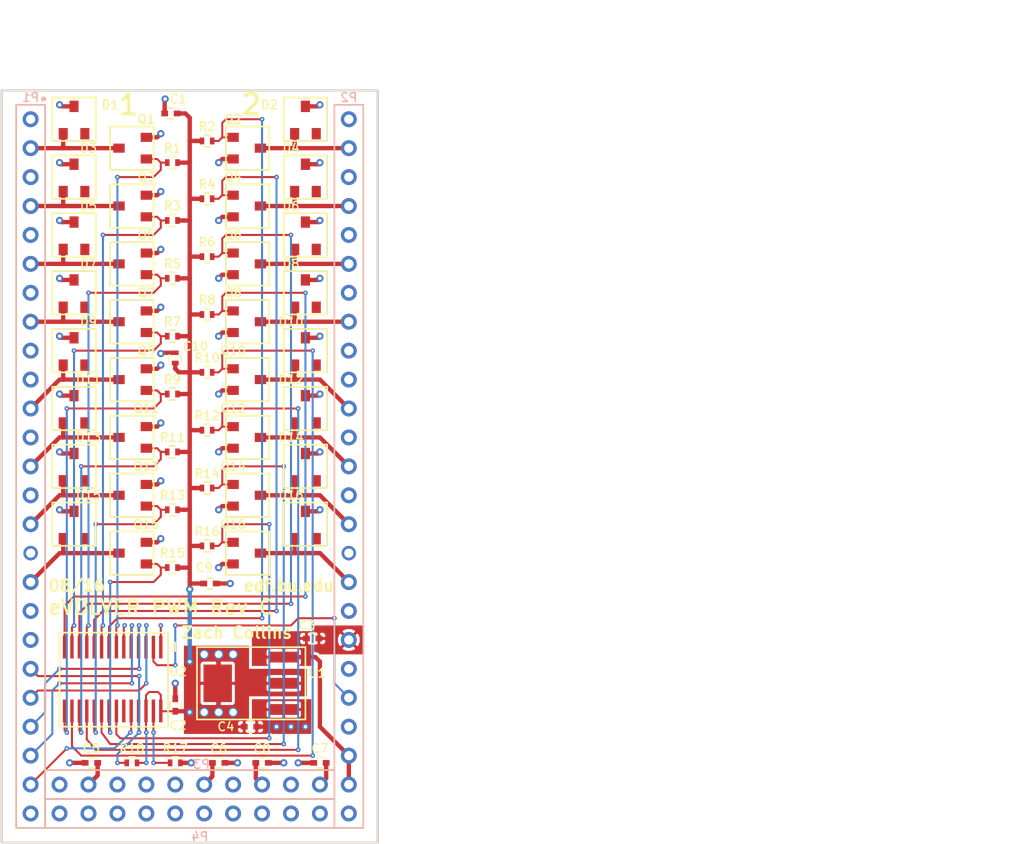
<source format=kicad_pcb>
(kicad_pcb (version 4) (generator gerbview)
  (layers (0 F.Cu signal) (1 In1.Cu signal) (2 In2.Cu signal) (31 B.Cu signal) (34 B.Paste user) (35 F.Paste user) (36 B.SilkS user) (37 F.SilkS user) (38 B.Mask user) (39 F.Mask user) (44 Edge.Cuts user))
  (gr_circle (center 157.353 71.882) (end 157.48 71.882) (layer B.SilkS) (width 0.2))
  (gr_line (start 153.67 71.12) (end 186.69 71.12) (layer B.SilkS) (width 0.15))
  (gr_line (start 153.67 137.16) (end 186.69 137.16) (layer B.SilkS) (width 0.15))
  (gr_line (start 153.67 137.16) (end 153.67 71.12) (layer B.SilkS) (width 0.15))
  (gr_line (start 186.69 71.12) (end 186.69 137.16) (layer B.SilkS) (width 0.15))
  (gr_line (start 157.48 72.39) (end 157.48 135.89) (layer B.SilkS) (width 0.15))
  (gr_line (start 154.94 135.89) (end 154.94 72.39) (layer B.SilkS) (width 0.15))
  (gr_line (start 157.48 72.39) (end 154.94 72.39) (layer B.SilkS) (width 0.15))
  (gr_line (start 157.48 135.89) (end 154.94 135.89) (layer B.SilkS) (width 0.15))
  (gr_line (start 185.42 72.39) (end 185.42 135.89) (layer B.SilkS) (width 0.15))
  (gr_line (start 182.88 135.89) (end 182.88 72.39) (layer B.SilkS) (width 0.15))
  (gr_line (start 185.42 72.39) (end 182.88 72.39) (layer B.SilkS) (width 0.15))
  (gr_line (start 185.42 135.89) (end 182.88 135.89) (layer B.SilkS) (width 0.15))
  (gr_line (start 182.88 133.35) (end 157.48 133.35) (layer B.SilkS) (width 0.15))
  (gr_line (start 157.48 130.81) (end 182.88 130.81) (layer B.SilkS) (width 0.15))
  (gr_line (start 157.48 133.35) (end 157.48 130.81) (layer B.SilkS) (width 0.15))
  (gr_line (start 182.88 133.35) (end 182.88 130.81) (layer B.SilkS) (width 0.15))
  (gr_line (start 157.48 133.35) (end 182.88 133.35) (layer B.SilkS) (width 0.15))
  (gr_line (start 182.88 135.89) (end 157.48 135.89) (layer B.SilkS) (width 0.15))
  (gr_line (start 182.88 133.35) (end 182.88 135.89) (layer B.SilkS) (width 0.15))
  (gr_line (start 157.48 133.35) (end 157.48 135.89) (layer B.SilkS) (width 0.15))
  (gr_line (start 156.77243 72.09971) (end 156.77243 71.33771) (layer B.SilkS) (width 0.127))
  (gr_line (start 156.77243 71.33771) (end 156.48214 71.33771) (layer B.SilkS) (width 0.127))
  (gr_line (start 156.48214 71.33771) (end 156.40957 71.374) (layer B.SilkS) (width 0.127))
  (gr_line (start 156.40957 71.374) (end 156.37329 71.41029) (layer B.SilkS) (width 0.127))
  (gr_line (start 156.37329 71.41029) (end 156.337 71.48286) (layer B.SilkS) (width 0.127))
  (gr_line (start 156.337 71.48286) (end 156.337 71.59171) (layer B.SilkS) (width 0.127))
  (gr_line (start 156.337 71.59171) (end 156.37329 71.66429) (layer B.SilkS) (width 0.127))
  (gr_line (start 156.37329 71.66429) (end 156.40957 71.70057) (layer B.SilkS) (width 0.127))
  (gr_line (start 156.40957 71.70057) (end 156.48214 71.73686) (layer B.SilkS) (width 0.127))
  (gr_line (start 156.48214 71.73686) (end 156.77243 71.73686) (layer B.SilkS) (width 0.127))
  (gr_line (start 155.61129 72.09971) (end 156.04671 72.09971) (layer B.SilkS) (width 0.127))
  (gr_line (start 155.829 72.09971) (end 155.829 71.33771) (layer B.SilkS) (width 0.127))
  (gr_line (start 155.829 71.33771) (end 155.90157 71.44657) (layer B.SilkS) (width 0.127))
  (gr_line (start 155.90157 71.44657) (end 155.97414 71.51914) (layer B.SilkS) (width 0.127))
  (gr_line (start 155.97414 71.51914) (end 156.04671 71.55543) (layer B.SilkS) (width 0.127))
  (gr_line (start 184.71243 72.09971) (end 184.71243 71.33771) (layer B.SilkS) (width 0.127))
  (gr_line (start 184.71243 71.33771) (end 184.42214 71.33771) (layer B.SilkS) (width 0.127))
  (gr_line (start 184.42214 71.33771) (end 184.34957 71.374) (layer B.SilkS) (width 0.127))
  (gr_line (start 184.34957 71.374) (end 184.31329 71.41029) (layer B.SilkS) (width 0.127))
  (gr_line (start 184.31329 71.41029) (end 184.277 71.48286) (layer B.SilkS) (width 0.127))
  (gr_line (start 184.277 71.48286) (end 184.277 71.59171) (layer B.SilkS) (width 0.127))
  (gr_line (start 184.277 71.59171) (end 184.31329 71.66429) (layer B.SilkS) (width 0.127))
  (gr_line (start 184.31329 71.66429) (end 184.34957 71.70057) (layer B.SilkS) (width 0.127))
  (gr_line (start 184.34957 71.70057) (end 184.42214 71.73686) (layer B.SilkS) (width 0.127))
  (gr_line (start 184.42214 71.73686) (end 184.71243 71.73686) (layer B.SilkS) (width 0.127))
  (gr_line (start 183.98671 71.41029) (end 183.95043 71.374) (layer B.SilkS) (width 0.127))
  (gr_line (start 183.95043 71.374) (end 183.87786 71.33771) (layer B.SilkS) (width 0.127))
  (gr_line (start 183.87786 71.33771) (end 183.69643 71.33771) (layer B.SilkS) (width 0.127))
  (gr_line (start 183.69643 71.33771) (end 183.62386 71.374) (layer B.SilkS) (width 0.127))
  (gr_line (start 183.62386 71.374) (end 183.58757 71.41029) (layer B.SilkS) (width 0.127))
  (gr_line (start 183.58757 71.41029) (end 183.55129 71.48286) (layer B.SilkS) (width 0.127))
  (gr_line (start 183.55129 71.48286) (end 183.55129 71.55543) (layer B.SilkS) (width 0.127))
  (gr_line (start 183.55129 71.55543) (end 183.58757 71.66429) (layer B.SilkS) (width 0.127))
  (gr_line (start 183.58757 71.66429) (end 184.023 72.09971) (layer B.SilkS) (width 0.127))
  (gr_line (start 184.023 72.09971) (end 183.55129 72.09971) (layer B.SilkS) (width 0.127))
  (gr_line (start 171.75843 130.64671) (end 171.75843 129.88471) (layer B.SilkS) (width 0.127))
  (gr_line (start 171.75843 129.88471) (end 171.46814 129.88471) (layer B.SilkS) (width 0.127))
  (gr_line (start 171.46814 129.88471) (end 171.39557 129.921) (layer B.SilkS) (width 0.127))
  (gr_line (start 171.39557 129.921) (end 171.35929 129.95729) (layer B.SilkS) (width 0.127))
  (gr_line (start 171.35929 129.95729) (end 171.323 130.02986) (layer B.SilkS) (width 0.127))
  (gr_line (start 171.323 130.02986) (end 171.323 130.13871) (layer B.SilkS) (width 0.127))
  (gr_line (start 171.323 130.13871) (end 171.35929 130.21129) (layer B.SilkS) (width 0.127))
  (gr_line (start 171.35929 130.21129) (end 171.39557 130.24757) (layer B.SilkS) (width 0.127))
  (gr_line (start 171.39557 130.24757) (end 171.46814 130.28386) (layer B.SilkS) (width 0.127))
  (gr_line (start 171.46814 130.28386) (end 171.75843 130.28386) (layer B.SilkS) (width 0.127))
  (gr_line (start 171.069 129.88471) (end 170.59729 129.88471) (layer B.SilkS) (width 0.127))
  (gr_line (start 170.59729 129.88471) (end 170.85129 130.175) (layer B.SilkS) (width 0.127))
  (gr_line (start 170.85129 130.175) (end 170.74243 130.175) (layer B.SilkS) (width 0.127))
  (gr_line (start 170.74243 130.175) (end 170.66986 130.21129) (layer B.SilkS) (width 0.127))
  (gr_line (start 170.66986 130.21129) (end 170.63357 130.24757) (layer B.SilkS) (width 0.127))
  (gr_line (start 170.63357 130.24757) (end 170.59729 130.32014) (layer B.SilkS) (width 0.127))
  (gr_line (start 170.59729 130.32014) (end 170.59729 130.50157) (layer B.SilkS) (width 0.127))
  (gr_line (start 170.59729 130.50157) (end 170.63357 130.57414) (layer B.SilkS) (width 0.127))
  (gr_line (start 170.63357 130.57414) (end 170.66986 130.61043) (layer B.SilkS) (width 0.127))
  (gr_line (start 170.66986 130.61043) (end 170.74243 130.64671) (layer B.SilkS) (width 0.127))
  (gr_line (start 170.74243 130.64671) (end 170.96014 130.64671) (layer B.SilkS) (width 0.127))
  (gr_line (start 170.96014 130.64671) (end 171.03271 130.61043) (layer B.SilkS) (width 0.127))
  (gr_line (start 171.03271 130.61043) (end 171.069 130.57414) (layer B.SilkS) (width 0.127))
  (gr_line (start 171.63143 136.99671) (end 171.63143 136.23471) (layer B.SilkS) (width 0.127))
  (gr_line (start 171.63143 136.23471) (end 171.34114 136.23471) (layer B.SilkS) (width 0.127))
  (gr_line (start 171.34114 136.23471) (end 171.26857 136.271) (layer B.SilkS) (width 0.127))
  (gr_line (start 171.26857 136.271) (end 171.23229 136.30729) (layer B.SilkS) (width 0.127))
  (gr_line (start 171.23229 136.30729) (end 171.196 136.37986) (layer B.SilkS) (width 0.127))
  (gr_line (start 171.196 136.37986) (end 171.196 136.48871) (layer B.SilkS) (width 0.127))
  (gr_line (start 171.196 136.48871) (end 171.23229 136.56129) (layer B.SilkS) (width 0.127))
  (gr_line (start 171.23229 136.56129) (end 171.26857 136.59757) (layer B.SilkS) (width 0.127))
  (gr_line (start 171.26857 136.59757) (end 171.34114 136.63386) (layer B.SilkS) (width 0.127))
  (gr_line (start 171.34114 136.63386) (end 171.63143 136.63386) (layer B.SilkS) (width 0.127))
  (gr_line (start 170.54286 136.48871) (end 170.54286 136.99671) (layer B.SilkS) (width 0.127))
  (gr_line (start 170.72429 136.19843) (end 170.90571 136.74271) (layer B.SilkS) (width 0.127))
  (gr_line (start 170.90571 136.74271) (end 170.434 136.74271) (layer B.SilkS) (width 0.127))
  (gr_line (start 153.67 71.12) (end 186.69 71.12) (layer Edge.Cuts) (width 0.15))
  (gr_line (start 153.67 137.16) (end 186.69 137.16) (layer Edge.Cuts) (width 0.15))
  (gr_line (start 153.67 137.16) (end 153.67 71.12) (layer Edge.Cuts) (width 0.15))
  (gr_line (start 186.69 71.12) (end 186.69 137.16) (layer Edge.Cuts) (width 0.15))
  (gr_line (start 169.61455 118.18862) (end 170.29188 118.18862) (layer F.SilkS) (width 0.2032))
  (gr_line (start 170.29188 118.18862) (end 169.61455 119.20462) (layer F.SilkS) (width 0.2032))
  (gr_line (start 169.61455 119.20462) (end 170.29188 119.20462) (layer F.SilkS) (width 0.2032))
  (gr_line (start 171.11436 119.20462) (end 171.11436 118.67243) (layer F.SilkS) (width 0.2032))
  (gr_line (start 171.11436 118.67243) (end 171.06598 118.57567) (layer F.SilkS) (width 0.2032))
  (gr_line (start 171.06598 118.57567) (end 170.96922 118.52729) (layer F.SilkS) (width 0.2032))
  (gr_line (start 170.96922 118.52729) (end 170.77569 118.52729) (layer F.SilkS) (width 0.2032))
  (gr_line (start 170.77569 118.52729) (end 170.67893 118.57567) (layer F.SilkS) (width 0.2032))
  (gr_line (start 171.11436 119.15624) (end 171.0176 119.20462) (layer F.SilkS) (width 0.2032))
  (gr_line (start 171.0176 119.20462) (end 170.77569 119.20462) (layer F.SilkS) (width 0.2032))
  (gr_line (start 170.77569 119.20462) (end 170.67893 119.15624) (layer F.SilkS) (width 0.2032))
  (gr_line (start 170.67893 119.15624) (end 170.63055 119.05948) (layer F.SilkS) (width 0.2032))
  (gr_line (start 170.63055 119.05948) (end 170.63055 118.96271) (layer F.SilkS) (width 0.2032))
  (gr_line (start 170.63055 118.96271) (end 170.67893 118.86595) (layer F.SilkS) (width 0.2032))
  (gr_line (start 170.67893 118.86595) (end 170.77569 118.81757) (layer F.SilkS) (width 0.2032))
  (gr_line (start 170.77569 118.81757) (end 171.0176 118.81757) (layer F.SilkS) (width 0.2032))
  (gr_line (start 171.0176 118.81757) (end 171.11436 118.76919) (layer F.SilkS) (width 0.2032))
  (gr_line (start 172.0336 119.15624) (end 171.93683 119.20462) (layer F.SilkS) (width 0.2032))
  (gr_line (start 171.93683 119.20462) (end 171.74331 119.20462) (layer F.SilkS) (width 0.2032))
  (gr_line (start 171.74331 119.20462) (end 171.64655 119.15624) (layer F.SilkS) (width 0.2032))
  (gr_line (start 171.64655 119.15624) (end 171.59817 119.10786) (layer F.SilkS) (width 0.2032))
  (gr_line (start 171.59817 119.10786) (end 171.54979 119.0111) (layer F.SilkS) (width 0.2032))
  (gr_line (start 171.54979 119.0111) (end 171.54979 118.72081) (layer F.SilkS) (width 0.2032))
  (gr_line (start 171.54979 118.72081) (end 171.59817 118.62405) (layer F.SilkS) (width 0.2032))
  (gr_line (start 171.59817 118.62405) (end 171.64655 118.57567) (layer F.SilkS) (width 0.2032))
  (gr_line (start 171.64655 118.57567) (end 171.74331 118.52729) (layer F.SilkS) (width 0.2032))
  (gr_line (start 171.74331 118.52729) (end 171.93683 118.52729) (layer F.SilkS) (width 0.2032))
  (gr_line (start 171.93683 118.52729) (end 172.0336 118.57567) (layer F.SilkS) (width 0.2032))
  (gr_line (start 172.46903 119.20462) (end 172.46903 118.18862) (layer F.SilkS) (width 0.2032))
  (gr_line (start 172.90445 119.20462) (end 172.90445 118.67243) (layer F.SilkS) (width 0.2032))
  (gr_line (start 172.90445 118.67243) (end 172.85607 118.57567) (layer F.SilkS) (width 0.2032))
  (gr_line (start 172.85607 118.57567) (end 172.75931 118.52729) (layer F.SilkS) (width 0.2032))
  (gr_line (start 172.75931 118.52729) (end 172.61417 118.52729) (layer F.SilkS) (width 0.2032))
  (gr_line (start 172.61417 118.52729) (end 172.51741 118.57567) (layer F.SilkS) (width 0.2032))
  (gr_line (start 172.51741 118.57567) (end 172.46903 118.62405) (layer F.SilkS) (width 0.2032))
  (gr_line (start 174.74293 119.10786) (end 174.69455 119.15624) (layer F.SilkS) (width 0.2032))
  (gr_line (start 174.69455 119.15624) (end 174.54941 119.20462) (layer F.SilkS) (width 0.2032))
  (gr_line (start 174.54941 119.20462) (end 174.45264 119.20462) (layer F.SilkS) (width 0.2032))
  (gr_line (start 174.45264 119.20462) (end 174.3075 119.15624) (layer F.SilkS) (width 0.2032))
  (gr_line (start 174.3075 119.15624) (end 174.21074 119.05948) (layer F.SilkS) (width 0.2032))
  (gr_line (start 174.21074 119.05948) (end 174.16236 118.96271) (layer F.SilkS) (width 0.2032))
  (gr_line (start 174.16236 118.96271) (end 174.11398 118.76919) (layer F.SilkS) (width 0.2032))
  (gr_line (start 174.11398 118.76919) (end 174.11398 118.62405) (layer F.SilkS) (width 0.2032))
  (gr_line (start 174.11398 118.62405) (end 174.16236 118.43052) (layer F.SilkS) (width 0.2032))
  (gr_line (start 174.16236 118.43052) (end 174.21074 118.33376) (layer F.SilkS) (width 0.2032))
  (gr_line (start 174.21074 118.33376) (end 174.3075 118.237) (layer F.SilkS) (width 0.2032))
  (gr_line (start 174.3075 118.237) (end 174.45264 118.18862) (layer F.SilkS) (width 0.2032))
  (gr_line (start 174.45264 118.18862) (end 174.54941 118.18862) (layer F.SilkS) (width 0.2032))
  (gr_line (start 174.54941 118.18862) (end 174.69455 118.237) (layer F.SilkS) (width 0.2032))
  (gr_line (start 174.69455 118.237) (end 174.74293 118.28538) (layer F.SilkS) (width 0.2032))
  (gr_line (start 175.3235 119.20462) (end 175.22674 119.15624) (layer F.SilkS) (width 0.2032))
  (gr_line (start 175.22674 119.15624) (end 175.17836 119.10786) (layer F.SilkS) (width 0.2032))
  (gr_line (start 175.17836 119.10786) (end 175.12998 119.0111) (layer F.SilkS) (width 0.2032))
  (gr_line (start 175.12998 119.0111) (end 175.12998 118.72081) (layer F.SilkS) (width 0.2032))
  (gr_line (start 175.12998 118.72081) (end 175.17836 118.62405) (layer F.SilkS) (width 0.2032))
  (gr_line (start 175.17836 118.62405) (end 175.22674 118.57567) (layer F.SilkS) (width 0.2032))
  (gr_line (start 175.22674 118.57567) (end 175.3235 118.52729) (layer F.SilkS) (width 0.2032))
  (gr_line (start 175.3235 118.52729) (end 175.46864 118.52729) (layer F.SilkS) (width 0.2032))
  (gr_line (start 175.46864 118.52729) (end 175.56541 118.57567) (layer F.SilkS) (width 0.2032))
  (gr_line (start 175.56541 118.57567) (end 175.61379 118.62405) (layer F.SilkS) (width 0.2032))
  (gr_line (start 175.61379 118.62405) (end 175.66217 118.72081) (layer F.SilkS) (width 0.2032))
  (gr_line (start 175.66217 118.72081) (end 175.66217 119.0111) (layer F.SilkS) (width 0.2032))
  (gr_line (start 175.66217 119.0111) (end 175.61379 119.10786) (layer F.SilkS) (width 0.2032))
  (gr_line (start 175.61379 119.10786) (end 175.56541 119.15624) (layer F.SilkS) (width 0.2032))
  (gr_line (start 175.56541 119.15624) (end 175.46864 119.20462) (layer F.SilkS) (width 0.2032))
  (gr_line (start 175.46864 119.20462) (end 175.3235 119.20462) (layer F.SilkS) (width 0.2032))
  (gr_line (start 176.24274 119.20462) (end 176.14598 119.15624) (layer F.SilkS) (width 0.2032))
  (gr_line (start 176.14598 119.15624) (end 176.0976 119.05948) (layer F.SilkS) (width 0.2032))
  (gr_line (start 176.0976 119.05948) (end 176.0976 118.18862) (layer F.SilkS) (width 0.2032))
  (gr_line (start 176.77493 119.20462) (end 176.67817 119.15624) (layer F.SilkS) (width 0.2032))
  (gr_line (start 176.67817 119.15624) (end 176.62979 119.05948) (layer F.SilkS) (width 0.2032))
  (gr_line (start 176.62979 119.05948) (end 176.62979 118.18862) (layer F.SilkS) (width 0.2032))
  (gr_line (start 177.16198 119.20462) (end 177.16198 118.52729) (layer F.SilkS) (width 0.2032))
  (gr_line (start 177.16198 118.18862) (end 177.1136 118.237) (layer F.SilkS) (width 0.2032))
  (gr_line (start 177.1136 118.237) (end 177.16198 118.28538) (layer F.SilkS) (width 0.2032))
  (gr_line (start 177.16198 118.28538) (end 177.21036 118.237) (layer F.SilkS) (width 0.2032))
  (gr_line (start 177.21036 118.237) (end 177.16198 118.18862) (layer F.SilkS) (width 0.2032))
  (gr_line (start 177.16198 118.18862) (end 177.16198 118.28538) (layer F.SilkS) (width 0.2032))
  (gr_line (start 177.64579 118.52729) (end 177.64579 119.20462) (layer F.SilkS) (width 0.2032))
  (gr_line (start 177.64579 118.62405) (end 177.69417 118.57567) (layer F.SilkS) (width 0.2032))
  (gr_line (start 177.69417 118.57567) (end 177.79093 118.52729) (layer F.SilkS) (width 0.2032))
  (gr_line (start 177.79093 118.52729) (end 177.93607 118.52729) (layer F.SilkS) (width 0.2032))
  (gr_line (start 177.93607 118.52729) (end 178.03283 118.57567) (layer F.SilkS) (width 0.2032))
  (gr_line (start 178.03283 118.57567) (end 178.08121 118.67243) (layer F.SilkS) (width 0.2032))
  (gr_line (start 178.08121 118.67243) (end 178.08121 119.20462) (layer F.SilkS) (width 0.2032))
  (gr_line (start 178.51664 119.15624) (end 178.61341 119.20462) (layer F.SilkS) (width 0.2032))
  (gr_line (start 178.61341 119.20462) (end 178.80693 119.20462) (layer F.SilkS) (width 0.2032))
  (gr_line (start 178.80693 119.20462) (end 178.90369 119.15624) (layer F.SilkS) (width 0.2032))
  (gr_line (start 178.90369 119.15624) (end 178.95207 119.05948) (layer F.SilkS) (width 0.2032))
  (gr_line (start 178.95207 119.05948) (end 178.95207 119.0111) (layer F.SilkS) (width 0.2032))
  (gr_line (start 178.95207 119.0111) (end 178.90369 118.91433) (layer F.SilkS) (width 0.2032))
  (gr_line (start 178.90369 118.91433) (end 178.80693 118.86595) (layer F.SilkS) (width 0.2032))
  (gr_line (start 178.80693 118.86595) (end 178.66179 118.86595) (layer F.SilkS) (width 0.2032))
  (gr_line (start 178.66179 118.86595) (end 178.56502 118.81757) (layer F.SilkS) (width 0.2032))
  (gr_line (start 178.56502 118.81757) (end 178.51664 118.72081) (layer F.SilkS) (width 0.2032))
  (gr_line (start 178.51664 118.72081) (end 178.51664 118.67243) (layer F.SilkS) (width 0.2032))
  (gr_line (start 178.51664 118.67243) (end 178.56502 118.57567) (layer F.SilkS) (width 0.2032))
  (gr_line (start 178.56502 118.57567) (end 178.66179 118.52729) (layer F.SilkS) (width 0.2032))
  (gr_line (start 178.66179 118.52729) (end 178.80693 118.52729) (layer F.SilkS) (width 0.2032))
  (gr_line (start 178.80693 118.52729) (end 178.90369 118.57567) (layer F.SilkS) (width 0.2032))
  (gr_line (start 158.23293 114.06112) (end 158.32969 114.06112) (layer F.SilkS) (width 0.1905))
  (gr_line (start 158.32969 114.06112) (end 158.42645 114.1095) (layer F.SilkS) (width 0.1905))
  (gr_line (start 158.42645 114.1095) (end 158.47483 114.15788) (layer F.SilkS) (width 0.1905))
  (gr_line (start 158.47483 114.15788) (end 158.52321 114.25464) (layer F.SilkS) (width 0.1905))
  (gr_line (start 158.52321 114.25464) (end 158.5716 114.44817) (layer F.SilkS) (width 0.1905))
  (gr_line (start 158.5716 114.44817) (end 158.5716 114.69007) (layer F.SilkS) (width 0.1905))
  (gr_line (start 158.5716 114.69007) (end 158.52321 114.8836) (layer F.SilkS) (width 0.1905))
  (gr_line (start 158.52321 114.8836) (end 158.47483 114.98036) (layer F.SilkS) (width 0.1905))
  (gr_line (start 158.47483 114.98036) (end 158.42645 115.02874) (layer F.SilkS) (width 0.1905))
  (gr_line (start 158.42645 115.02874) (end 158.32969 115.07712) (layer F.SilkS) (width 0.1905))
  (gr_line (start 158.32969 115.07712) (end 158.23293 115.07712) (layer F.SilkS) (width 0.1905))
  (gr_line (start 158.23293 115.07712) (end 158.13617 115.02874) (layer F.SilkS) (width 0.1905))
  (gr_line (start 158.13617 115.02874) (end 158.08779 114.98036) (layer F.SilkS) (width 0.1905))
  (gr_line (start 158.08779 114.98036) (end 158.03941 114.8836) (layer F.SilkS) (width 0.1905))
  (gr_line (start 158.03941 114.8836) (end 157.99102 114.69007) (layer F.SilkS) (width 0.1905))
  (gr_line (start 157.99102 114.69007) (end 157.99102 114.44817) (layer F.SilkS) (width 0.1905))
  (gr_line (start 157.99102 114.44817) (end 158.03941 114.25464) (layer F.SilkS) (width 0.1905))
  (gr_line (start 158.03941 114.25464) (end 158.08779 114.15788) (layer F.SilkS) (width 0.1905))
  (gr_line (start 158.08779 114.15788) (end 158.13617 114.1095) (layer F.SilkS) (width 0.1905))
  (gr_line (start 158.13617 114.1095) (end 158.23293 114.06112) (layer F.SilkS) (width 0.1905))
  (gr_line (start 159.15217 114.49655) (end 159.05541 114.44817) (layer F.SilkS) (width 0.1905))
  (gr_line (start 159.05541 114.44817) (end 159.00702 114.39979) (layer F.SilkS) (width 0.1905))
  (gr_line (start 159.00702 114.39979) (end 158.95864 114.30302) (layer F.SilkS) (width 0.1905))
  (gr_line (start 158.95864 114.30302) (end 158.95864 114.25464) (layer F.SilkS) (width 0.1905))
  (gr_line (start 158.95864 114.25464) (end 159.00702 114.15788) (layer F.SilkS) (width 0.1905))
  (gr_line (start 159.00702 114.15788) (end 159.05541 114.1095) (layer F.SilkS) (width 0.1905))
  (gr_line (start 159.05541 114.1095) (end 159.15217 114.06112) (layer F.SilkS) (width 0.1905))
  (gr_line (start 159.15217 114.06112) (end 159.34569 114.06112) (layer F.SilkS) (width 0.1905))
  (gr_line (start 159.34569 114.06112) (end 159.44245 114.1095) (layer F.SilkS) (width 0.1905))
  (gr_line (start 159.44245 114.1095) (end 159.49083 114.15788) (layer F.SilkS) (width 0.1905))
  (gr_line (start 159.49083 114.15788) (end 159.53921 114.25464) (layer F.SilkS) (width 0.1905))
  (gr_line (start 159.53921 114.25464) (end 159.53921 114.30302) (layer F.SilkS) (width 0.1905))
  (gr_line (start 159.53921 114.30302) (end 159.49083 114.39979) (layer F.SilkS) (width 0.1905))
  (gr_line (start 159.49083 114.39979) (end 159.44245 114.44817) (layer F.SilkS) (width 0.1905))
  (gr_line (start 159.44245 114.44817) (end 159.34569 114.49655) (layer F.SilkS) (width 0.1905))
  (gr_line (start 159.34569 114.49655) (end 159.15217 114.49655) (layer F.SilkS) (width 0.1905))
  (gr_line (start 159.15217 114.49655) (end 159.05541 114.54493) (layer F.SilkS) (width 0.1905))
  (gr_line (start 159.05541 114.54493) (end 159.00702 114.59331) (layer F.SilkS) (width 0.1905))
  (gr_line (start 159.00702 114.59331) (end 158.95864 114.69007) (layer F.SilkS) (width 0.1905))
  (gr_line (start 158.95864 114.69007) (end 158.95864 114.8836) (layer F.SilkS) (width 0.1905))
  (gr_line (start 158.95864 114.8836) (end 159.00702 114.98036) (layer F.SilkS) (width 0.1905))
  (gr_line (start 159.00702 114.98036) (end 159.05541 115.02874) (layer F.SilkS) (width 0.1905))
  (gr_line (start 159.05541 115.02874) (end 159.15217 115.07712) (layer F.SilkS) (width 0.1905))
  (gr_line (start 159.15217 115.07712) (end 159.34569 115.07712) (layer F.SilkS) (width 0.1905))
  (gr_line (start 159.34569 115.07712) (end 159.44245 115.02874) (layer F.SilkS) (width 0.1905))
  (gr_line (start 159.44245 115.02874) (end 159.49083 114.98036) (layer F.SilkS) (width 0.1905))
  (gr_line (start 159.49083 114.98036) (end 159.53921 114.8836) (layer F.SilkS) (width 0.1905))
  (gr_line (start 159.53921 114.8836) (end 159.53921 114.69007) (layer F.SilkS) (width 0.1905))
  (gr_line (start 159.53921 114.69007) (end 159.49083 114.59331) (layer F.SilkS) (width 0.1905))
  (gr_line (start 159.49083 114.59331) (end 159.44245 114.54493) (layer F.SilkS) (width 0.1905))
  (gr_line (start 159.44245 114.54493) (end 159.34569 114.49655) (layer F.SilkS) (width 0.1905))
  (gr_line (start 160.70036 114.01274) (end 159.8295 115.31902) (layer F.SilkS) (width 0.1905))
  (gr_line (start 161.57121 115.07712) (end 160.99064 115.07712) (layer F.SilkS) (width 0.1905))
  (gr_line (start 161.28093 115.07712) (end 161.28093 114.06112) (layer F.SilkS) (width 0.1905))
  (gr_line (start 161.28093 114.06112) (end 161.18417 114.20626) (layer F.SilkS) (width 0.1905))
  (gr_line (start 161.18417 114.20626) (end 161.08741 114.30302) (layer F.SilkS) (width 0.1905))
  (gr_line (start 161.08741 114.30302) (end 160.99064 114.35141) (layer F.SilkS) (width 0.1905))
  (gr_line (start 162.44207 114.06112) (end 162.24855 114.06112) (layer F.SilkS) (width 0.1905))
  (gr_line (start 162.24855 114.06112) (end 162.15179 114.1095) (layer F.SilkS) (width 0.1905))
  (gr_line (start 162.15179 114.1095) (end 162.10341 114.15788) (layer F.SilkS) (width 0.1905))
  (gr_line (start 162.10341 114.15788) (end 162.00664 114.30302) (layer F.SilkS) (width 0.1905))
  (gr_line (start 162.00664 114.30302) (end 161.95826 114.49655) (layer F.SilkS) (width 0.1905))
  (gr_line (start 161.95826 114.49655) (end 161.95826 114.8836) (layer F.SilkS) (width 0.1905))
  (gr_line (start 161.95826 114.8836) (end 162.00664 114.98036) (layer F.SilkS) (width 0.1905))
  (gr_line (start 162.00664 114.98036) (end 162.05502 115.02874) (layer F.SilkS) (width 0.1905))
  (gr_line (start 162.05502 115.02874) (end 162.15179 115.07712) (layer F.SilkS) (width 0.1905))
  (gr_line (start 162.15179 115.07712) (end 162.34531 115.07712) (layer F.SilkS) (width 0.1905))
  (gr_line (start 162.34531 115.07712) (end 162.44207 115.02874) (layer F.SilkS) (width 0.1905))
  (gr_line (start 162.44207 115.02874) (end 162.49045 114.98036) (layer F.SilkS) (width 0.1905))
  (gr_line (start 162.49045 114.98036) (end 162.53883 114.8836) (layer F.SilkS) (width 0.1905))
  (gr_line (start 162.53883 114.8836) (end 162.53883 114.64169) (layer F.SilkS) (width 0.1905))
  (gr_line (start 162.53883 114.64169) (end 162.49045 114.54493) (layer F.SilkS) (width 0.1905))
  (gr_line (start 162.49045 114.54493) (end 162.44207 114.49655) (layer F.SilkS) (width 0.1905))
  (gr_line (start 162.44207 114.49655) (end 162.34531 114.44817) (layer F.SilkS) (width 0.1905))
  (gr_line (start 162.34531 114.44817) (end 162.15179 114.44817) (layer F.SilkS) (width 0.1905))
  (gr_line (start 162.15179 114.44817) (end 162.05502 114.49655) (layer F.SilkS) (width 0.1905))
  (gr_line (start 162.05502 114.49655) (end 162.00664 114.54493) (layer F.SilkS) (width 0.1905))
  (gr_line (start 162.00664 114.54493) (end 161.95826 114.64169) (layer F.SilkS) (width 0.1905))
  (gr_line (start 175.57145 115.02874) (end 175.47469 115.07712) (layer F.SilkS) (width 0.2032))
  (gr_line (start 175.47469 115.07712) (end 175.28117 115.07712) (layer F.SilkS) (width 0.2032))
  (gr_line (start 175.28117 115.07712) (end 175.18441 115.02874) (layer F.SilkS) (width 0.2032))
  (gr_line (start 175.18441 115.02874) (end 175.13602 114.93198) (layer F.SilkS) (width 0.2032))
  (gr_line (start 175.13602 114.93198) (end 175.13602 114.54493) (layer F.SilkS) (width 0.2032))
  (gr_line (start 175.13602 114.54493) (end 175.18441 114.44817) (layer F.SilkS) (width 0.2032))
  (gr_line (start 175.18441 114.44817) (end 175.28117 114.39979) (layer F.SilkS) (width 0.2032))
  (gr_line (start 175.28117 114.39979) (end 175.47469 114.39979) (layer F.SilkS) (width 0.2032))
  (gr_line (start 175.47469 114.39979) (end 175.57145 114.44817) (layer F.SilkS) (width 0.2032))
  (gr_line (start 175.57145 114.44817) (end 175.61983 114.54493) (layer F.SilkS) (width 0.2032))
  (gr_line (start 175.61983 114.54493) (end 175.61983 114.64169) (layer F.SilkS) (width 0.2032))
  (gr_line (start 175.61983 114.64169) (end 175.13602 114.73845) (layer F.SilkS) (width 0.2032))
  (gr_line (start 176.49069 115.07712) (end 176.49069 114.06112) (layer F.SilkS) (width 0.2032))
  (gr_line (start 176.49069 115.02874) (end 176.39393 115.07712) (layer F.SilkS) (width 0.2032))
  (gr_line (start 176.39393 115.07712) (end 176.20041 115.07712) (layer F.SilkS) (width 0.2032))
  (gr_line (start 176.20041 115.07712) (end 176.10364 115.02874) (layer F.SilkS) (width 0.2032))
  (gr_line (start 176.10364 115.02874) (end 176.05526 114.98036) (layer F.SilkS) (width 0.2032))
  (gr_line (start 176.05526 114.98036) (end 176.00688 114.8836) (layer F.SilkS) (width 0.2032))
  (gr_line (start 176.00688 114.8836) (end 176.00688 114.59331) (layer F.SilkS) (width 0.2032))
  (gr_line (start 176.00688 114.59331) (end 176.05526 114.49655) (layer F.SilkS) (width 0.2032))
  (gr_line (start 176.05526 114.49655) (end 176.10364 114.44817) (layer F.SilkS) (width 0.2032))
  (gr_line (start 176.10364 114.44817) (end 176.20041 114.39979) (layer F.SilkS) (width 0.2032))
  (gr_line (start 176.20041 114.39979) (end 176.39393 114.39979) (layer F.SilkS) (width 0.2032))
  (gr_line (start 176.39393 114.39979) (end 176.49069 114.44817) (layer F.SilkS) (width 0.2032))
  (gr_line (start 176.82936 114.39979) (end 177.21641 114.39979) (layer F.SilkS) (width 0.2032))
  (gr_line (start 176.9745 115.07712) (end 176.9745 114.20626) (layer F.SilkS) (width 0.2032))
  (gr_line (start 176.9745 114.20626) (end 177.02288 114.1095) (layer F.SilkS) (width 0.2032))
  (gr_line (start 177.02288 114.1095) (end 177.11964 114.06112) (layer F.SilkS) (width 0.2032))
  (gr_line (start 177.11964 114.06112) (end 177.21641 114.06112) (layer F.SilkS) (width 0.2032))
  (gr_line (start 177.55507 114.98036) (end 177.60345 115.02874) (layer F.SilkS) (width 0.2032))
  (gr_line (start 177.60345 115.02874) (end 177.55507 115.07712) (layer F.SilkS) (width 0.2032))
  (gr_line (start 177.55507 115.07712) (end 177.50669 115.02874) (layer F.SilkS) (width 0.2032))
  (gr_line (start 177.50669 115.02874) (end 177.55507 114.98036) (layer F.SilkS) (width 0.2032))
  (gr_line (start 177.55507 114.98036) (end 177.55507 115.07712) (layer F.SilkS) (width 0.2032))
  (gr_line (start 178.03888 115.07712) (end 178.03888 114.06112) (layer F.SilkS) (width 0.2032))
  (gr_line (start 178.03888 114.44817) (end 178.13564 114.39979) (layer F.SilkS) (width 0.2032))
  (gr_line (start 178.13564 114.39979) (end 178.32917 114.39979) (layer F.SilkS) (width 0.2032))
  (gr_line (start 178.32917 114.39979) (end 178.42593 114.44817) (layer F.SilkS) (width 0.2032))
  (gr_line (start 178.42593 114.44817) (end 178.47431 114.49655) (layer F.SilkS) (width 0.2032))
  (gr_line (start 178.47431 114.49655) (end 178.52269 114.59331) (layer F.SilkS) (width 0.2032))
  (gr_line (start 178.52269 114.59331) (end 178.52269 114.8836) (layer F.SilkS) (width 0.2032))
  (gr_line (start 178.52269 114.8836) (end 178.47431 114.98036) (layer F.SilkS) (width 0.2032))
  (gr_line (start 178.47431 114.98036) (end 178.42593 115.02874) (layer F.SilkS) (width 0.2032))
  (gr_line (start 178.42593 115.02874) (end 178.32917 115.07712) (layer F.SilkS) (width 0.2032))
  (gr_line (start 178.32917 115.07712) (end 178.13564 115.07712) (layer F.SilkS) (width 0.2032))
  (gr_line (start 178.13564 115.07712) (end 178.03888 115.02874) (layer F.SilkS) (width 0.2032))
  (gr_line (start 179.39355 114.39979) (end 179.39355 115.07712) (layer F.SilkS) (width 0.2032))
  (gr_line (start 178.95812 114.39979) (end 178.95812 114.93198) (layer F.SilkS) (width 0.2032))
  (gr_line (start 178.95812 114.93198) (end 179.0065 115.02874) (layer F.SilkS) (width 0.2032))
  (gr_line (start 179.0065 115.02874) (end 179.10326 115.07712) (layer F.SilkS) (width 0.2032))
  (gr_line (start 179.10326 115.07712) (end 179.2484 115.07712) (layer F.SilkS) (width 0.2032))
  (gr_line (start 179.2484 115.07712) (end 179.34517 115.02874) (layer F.SilkS) (width 0.2032))
  (gr_line (start 179.34517 115.02874) (end 179.39355 114.98036) (layer F.SilkS) (width 0.2032))
  (gr_line (start 179.87736 114.98036) (end 179.92574 115.02874) (layer F.SilkS) (width 0.2032))
  (gr_line (start 179.92574 115.02874) (end 179.87736 115.07712) (layer F.SilkS) (width 0.2032))
  (gr_line (start 179.87736 115.07712) (end 179.82898 115.02874) (layer F.SilkS) (width 0.2032))
  (gr_line (start 179.82898 115.02874) (end 179.87736 114.98036) (layer F.SilkS) (width 0.2032))
  (gr_line (start 179.87736 114.98036) (end 179.87736 115.07712) (layer F.SilkS) (width 0.2032))
  (gr_line (start 180.74821 115.02874) (end 180.65145 115.07712) (layer F.SilkS) (width 0.2032))
  (gr_line (start 180.65145 115.07712) (end 180.45793 115.07712) (layer F.SilkS) (width 0.2032))
  (gr_line (start 180.45793 115.07712) (end 180.36117 115.02874) (layer F.SilkS) (width 0.2032))
  (gr_line (start 180.36117 115.02874) (end 180.31279 114.93198) (layer F.SilkS) (width 0.2032))
  (gr_line (start 180.31279 114.93198) (end 180.31279 114.54493) (layer F.SilkS) (width 0.2032))
  (gr_line (start 180.31279 114.54493) (end 180.36117 114.44817) (layer F.SilkS) (width 0.2032))
  (gr_line (start 180.36117 114.44817) (end 180.45793 114.39979) (layer F.SilkS) (width 0.2032))
  (gr_line (start 180.45793 114.39979) (end 180.65145 114.39979) (layer F.SilkS) (width 0.2032))
  (gr_line (start 180.65145 114.39979) (end 180.74821 114.44817) (layer F.SilkS) (width 0.2032))
  (gr_line (start 180.74821 114.44817) (end 180.7966 114.54493) (layer F.SilkS) (width 0.2032))
  (gr_line (start 180.7966 114.54493) (end 180.7966 114.64169) (layer F.SilkS) (width 0.2032))
  (gr_line (start 180.7966 114.64169) (end 180.31279 114.73845) (layer F.SilkS) (width 0.2032))
  (gr_line (start 181.66745 115.07712) (end 181.66745 114.06112) (layer F.SilkS) (width 0.2032))
  (gr_line (start 181.66745 115.02874) (end 181.57069 115.07712) (layer F.SilkS) (width 0.2032))
  (gr_line (start 181.57069 115.07712) (end 181.37717 115.07712) (layer F.SilkS) (width 0.2032))
  (gr_line (start 181.37717 115.07712) (end 181.28041 115.02874) (layer F.SilkS) (width 0.2032))
  (gr_line (start 181.28041 115.02874) (end 181.23202 114.98036) (layer F.SilkS) (width 0.2032))
  (gr_line (start 181.23202 114.98036) (end 181.18364 114.8836) (layer F.SilkS) (width 0.2032))
  (gr_line (start 181.18364 114.8836) (end 181.18364 114.59331) (layer F.SilkS) (width 0.2032))
  (gr_line (start 181.18364 114.59331) (end 181.23202 114.49655) (layer F.SilkS) (width 0.2032))
  (gr_line (start 181.23202 114.49655) (end 181.28041 114.44817) (layer F.SilkS) (width 0.2032))
  (gr_line (start 181.28041 114.44817) (end 181.37717 114.39979) (layer F.SilkS) (width 0.2032))
  (gr_line (start 181.37717 114.39979) (end 181.57069 114.39979) (layer F.SilkS) (width 0.2032))
  (gr_line (start 181.57069 114.39979) (end 181.66745 114.44817) (layer F.SilkS) (width 0.2032))
  (gr_line (start 182.58669 114.39979) (end 182.58669 115.07712) (layer F.SilkS) (width 0.2032))
  (gr_line (start 182.15126 114.39979) (end 182.15126 114.93198) (layer F.SilkS) (width 0.2032))
  (gr_line (start 182.15126 114.93198) (end 182.19964 115.02874) (layer F.SilkS) (width 0.2032))
  (gr_line (start 182.19964 115.02874) (end 182.29641 115.07712) (layer F.SilkS) (width 0.2032))
  (gr_line (start 182.29641 115.07712) (end 182.44155 115.07712) (layer F.SilkS) (width 0.2032))
  (gr_line (start 182.44155 115.07712) (end 182.53831 115.02874) (layer F.SilkS) (width 0.2032))
  (gr_line (start 182.53831 115.02874) (end 182.58669 114.98036) (layer F.SilkS) (width 0.2032))
  (gr_line (start 158.58369 117.03655) (end 158.46274 117.09702) (layer F.SilkS) (width 0.2032))
  (gr_line (start 158.46274 117.09702) (end 158.22083 117.09702) (layer F.SilkS) (width 0.2032))
  (gr_line (start 158.22083 117.09702) (end 158.09988 117.03655) (layer F.SilkS) (width 0.2032))
  (gr_line (start 158.09988 117.03655) (end 158.03941 116.9156) (layer F.SilkS) (width 0.2032))
  (gr_line (start 158.03941 116.9156) (end 158.03941 116.43179) (layer F.SilkS) (width 0.2032))
  (gr_line (start 158.03941 116.43179) (end 158.09988 116.31083) (layer F.SilkS) (width 0.2032))
  (gr_line (start 158.09988 116.31083) (end 158.22083 116.25036) (layer F.SilkS) (width 0.2032))
  (gr_line (start 158.22083 116.25036) (end 158.46274 116.25036) (layer F.SilkS) (width 0.2032))
  (gr_line (start 158.46274 116.25036) (end 158.58369 116.31083) (layer F.SilkS) (width 0.2032))
  (gr_line (start 158.58369 116.31083) (end 158.64417 116.43179) (layer F.SilkS) (width 0.2032))
  (gr_line (start 158.64417 116.43179) (end 158.64417 116.55274) (layer F.SilkS) (width 0.2032))
  (gr_line (start 158.64417 116.55274) (end 158.03941 116.67369) (layer F.SilkS) (width 0.2032))
  (gr_line (start 159.00702 115.82702) (end 159.43036 117.09702) (layer F.SilkS) (width 0.2032))
  (gr_line (start 159.43036 117.09702) (end 159.85369 115.82702) (layer F.SilkS) (width 0.2032))
  (gr_line (start 160.51893 115.82702) (end 160.76083 115.82702) (layer F.SilkS) (width 0.2032))
  (gr_line (start 160.76083 115.82702) (end 160.88179 115.8875) (layer F.SilkS) (width 0.2032))
  (gr_line (start 160.88179 115.8875) (end 161.00274 116.00845) (layer F.SilkS) (width 0.2032))
  (gr_line (start 161.00274 116.00845) (end 161.06321 116.25036) (layer F.SilkS) (width 0.2032))
  (gr_line (start 161.06321 116.25036) (end 161.06321 116.67369) (layer F.SilkS) (width 0.2032))
  (gr_line (start 161.06321 116.67369) (end 161.00274 116.9156) (layer F.SilkS) (width 0.2032))
  (gr_line (start 161.00274 116.9156) (end 160.88179 117.03655) (layer F.SilkS) (width 0.2032))
  (gr_line (start 160.88179 117.03655) (end 160.76083 117.09702) (layer F.SilkS) (width 0.2032))
  (gr_line (start 160.76083 117.09702) (end 160.51893 117.09702) (layer F.SilkS) (width 0.2032))
  (gr_line (start 160.51893 117.09702) (end 160.39798 117.03655) (layer F.SilkS) (width 0.2032))
  (gr_line (start 160.39798 117.03655) (end 160.27702 116.9156) (layer F.SilkS) (width 0.2032))
  (gr_line (start 160.27702 116.9156) (end 160.21655 116.67369) (layer F.SilkS) (width 0.2032))
  (gr_line (start 160.21655 116.67369) (end 160.21655 116.25036) (layer F.SilkS) (width 0.2032))
  (gr_line (start 160.21655 116.25036) (end 160.27702 116.00845) (layer F.SilkS) (width 0.2032))
  (gr_line (start 160.27702 116.00845) (end 160.39798 115.8875) (layer F.SilkS) (width 0.2032))
  (gr_line (start 160.39798 115.8875) (end 160.51893 115.82702) (layer F.SilkS) (width 0.2032))
  (gr_line (start 162.21226 117.09702) (end 161.6075 117.09702) (layer F.SilkS) (width 0.2032))
  (gr_line (start 161.6075 117.09702) (end 161.6075 115.82702) (layer F.SilkS) (width 0.2032))
  (gr_line (start 162.45417 115.82702) (end 162.8775 117.09702) (layer F.SilkS) (width 0.2032))
  (gr_line (start 162.8775 117.09702) (end 163.30083 115.82702) (layer F.SilkS) (width 0.2032))
  (gr_line (start 163.72417 116.43179) (end 164.1475 116.43179) (layer F.SilkS) (width 0.2032))
  (gr_line (start 164.32893 117.09702) (end 163.72417 117.09702) (layer F.SilkS) (width 0.2032))
  (gr_line (start 163.72417 117.09702) (end 163.72417 115.82702) (layer F.SilkS) (width 0.2032))
  (gr_line (start 163.72417 115.82702) (end 164.32893 115.82702) (layer F.SilkS) (width 0.2032))
  (gr_line (start 165.59893 117.09702) (end 165.17559 116.49226) (layer F.SilkS) (width 0.2032))
  (gr_line (start 164.87321 117.09702) (end 164.87321 115.82702) (layer F.SilkS) (width 0.2032))
  (gr_line (start 164.87321 115.82702) (end 165.35702 115.82702) (layer F.SilkS) (width 0.2032))
  (gr_line (start 165.35702 115.82702) (end 165.47798 115.8875) (layer F.SilkS) (width 0.2032))
  (gr_line (start 165.47798 115.8875) (end 165.53845 115.94798) (layer F.SilkS) (width 0.2032))
  (gr_line (start 165.53845 115.94798) (end 165.59893 116.06893) (layer F.SilkS) (width 0.2032))
  (gr_line (start 165.59893 116.06893) (end 165.59893 116.25036) (layer F.SilkS) (width 0.2032))
  (gr_line (start 165.59893 116.25036) (end 165.53845 116.37131) (layer F.SilkS) (width 0.2032))
  (gr_line (start 165.53845 116.37131) (end 165.47798 116.43179) (layer F.SilkS) (width 0.2032))
  (gr_line (start 165.47798 116.43179) (end 165.35702 116.49226) (layer F.SilkS) (width 0.2032))
  (gr_line (start 165.35702 116.49226) (end 164.87321 116.49226) (layer F.SilkS) (width 0.2032))
  (gr_line (start 167.11083 117.09702) (end 167.11083 115.82702) (layer F.SilkS) (width 0.2032))
  (gr_line (start 167.11083 115.82702) (end 167.59464 115.82702) (layer F.SilkS) (width 0.2032))
  (gr_line (start 167.59464 115.82702) (end 167.71559 115.8875) (layer F.SilkS) (width 0.2032))
  (gr_line (start 167.71559 115.8875) (end 167.77607 115.94798) (layer F.SilkS) (width 0.2032))
  (gr_line (start 167.77607 115.94798) (end 167.83655 116.06893) (layer F.SilkS) (width 0.2032))
  (gr_line (start 167.83655 116.06893) (end 167.83655 116.25036) (layer F.SilkS) (width 0.2032))
  (gr_line (start 167.83655 116.25036) (end 167.77607 116.37131) (layer F.SilkS) (width 0.2032))
  (gr_line (start 167.77607 116.37131) (end 167.71559 116.43179) (layer F.SilkS) (width 0.2032))
  (gr_line (start 167.71559 116.43179) (end 167.59464 116.49226) (layer F.SilkS) (width 0.2032))
  (gr_line (start 167.59464 116.49226) (end 167.11083 116.49226) (layer F.SilkS) (width 0.2032))
  (gr_line (start 168.25988 115.82702) (end 168.56226 117.09702) (layer F.SilkS) (width 0.2032))
  (gr_line (start 168.56226 117.09702) (end 168.80417 116.18988) (layer F.SilkS) (width 0.2032))
  (gr_line (start 168.80417 116.18988) (end 169.04607 117.09702) (layer F.SilkS) (width 0.2032))
  (gr_line (start 169.04607 117.09702) (end 169.34845 115.82702) (layer F.SilkS) (width 0.2032))
  (gr_line (start 169.83226 117.09702) (end 169.83226 115.82702) (layer F.SilkS) (width 0.2032))
  (gr_line (start 169.83226 115.82702) (end 170.25559 116.73417) (layer F.SilkS) (width 0.2032))
  (gr_line (start 170.25559 116.73417) (end 170.67893 115.82702) (layer F.SilkS) (width 0.2032))
  (gr_line (start 170.67893 115.82702) (end 170.67893 117.09702) (layer F.SilkS) (width 0.2032))
  (gr_line (start 172.97702 117.09702) (end 172.55369 116.49226) (layer F.SilkS) (width 0.2032))
  (gr_line (start 172.25131 117.09702) (end 172.25131 115.82702) (layer F.SilkS) (width 0.2032))
  (gr_line (start 172.25131 115.82702) (end 172.73512 115.82702) (layer F.SilkS) (width 0.2032))
  (gr_line (start 172.73512 115.82702) (end 172.85607 115.8875) (layer F.SilkS) (width 0.2032))
  (gr_line (start 172.85607 115.8875) (end 172.91655 115.94798) (layer F.SilkS) (width 0.2032))
  (gr_line (start 172.91655 115.94798) (end 172.97702 116.06893) (layer F.SilkS) (width 0.2032))
  (gr_line (start 172.97702 116.06893) (end 172.97702 116.25036) (layer F.SilkS) (width 0.2032))
  (gr_line (start 172.97702 116.25036) (end 172.91655 116.37131) (layer F.SilkS) (width 0.2032))
  (gr_line (start 172.91655 116.37131) (end 172.85607 116.43179) (layer F.SilkS) (width 0.2032))
  (gr_line (start 172.85607 116.43179) (end 172.73512 116.49226) (layer F.SilkS) (width 0.2032))
  (gr_line (start 172.73512 116.49226) (end 172.25131 116.49226) (layer F.SilkS) (width 0.2032))
  (gr_line (start 174.00512 117.03655) (end 173.88417 117.09702) (layer F.SilkS) (width 0.2032))
  (gr_line (start 173.88417 117.09702) (end 173.64226 117.09702) (layer F.SilkS) (width 0.2032))
  (gr_line (start 173.64226 117.09702) (end 173.52131 117.03655) (layer F.SilkS) (width 0.2032))
  (gr_line (start 173.52131 117.03655) (end 173.46083 116.9156) (layer F.SilkS) (width 0.2032))
  (gr_line (start 173.46083 116.9156) (end 173.46083 116.43179) (layer F.SilkS) (width 0.2032))
  (gr_line (start 173.46083 116.43179) (end 173.52131 116.31083) (layer F.SilkS) (width 0.2032))
  (gr_line (start 173.52131 116.31083) (end 173.64226 116.25036) (layer F.SilkS) (width 0.2032))
  (gr_line (start 173.64226 116.25036) (end 173.88417 116.25036) (layer F.SilkS) (width 0.2032))
  (gr_line (start 173.88417 116.25036) (end 174.00512 116.31083) (layer F.SilkS) (width 0.2032))
  (gr_line (start 174.00512 116.31083) (end 174.0656 116.43179) (layer F.SilkS) (width 0.2032))
  (gr_line (start 174.0656 116.43179) (end 174.0656 116.55274) (layer F.SilkS) (width 0.2032))
  (gr_line (start 174.0656 116.55274) (end 173.46083 116.67369) (layer F.SilkS) (width 0.2032))
  (gr_line (start 174.48893 116.25036) (end 174.79131 117.09702) (layer F.SilkS) (width 0.2032))
  (gr_line (start 174.79131 117.09702) (end 175.09369 116.25036) (layer F.SilkS) (width 0.2032))
  (gr_line (start 177.27083 116.97607) (end 177.21036 117.03655) (layer F.SilkS) (width 0.2032))
  (gr_line (start 177.21036 117.03655) (end 177.02893 117.09702) (layer F.SilkS) (width 0.2032))
  (gr_line (start 177.02893 117.09702) (end 176.90798 117.09702) (layer F.SilkS) (width 0.2032))
  (gr_line (start 176.90798 117.09702) (end 176.72655 117.03655) (layer F.SilkS) (width 0.2032))
  (gr_line (start 176.72655 117.03655) (end 176.60559 116.9156) (layer F.SilkS) (width 0.2032))
  (gr_line (start 176.60559 116.9156) (end 176.54512 116.79464) (layer F.SilkS) (width 0.2032))
  (gr_line (start 176.54512 116.79464) (end 176.48464 116.55274) (layer F.SilkS) (width 0.2032))
  (gr_line (start 176.48464 116.55274) (end 176.48464 116.37131) (layer F.SilkS) (width 0.2032))
  (gr_line (start 176.48464 116.37131) (end 176.54512 116.12941) (layer F.SilkS) (width 0.2032))
  (gr_line (start 176.54512 116.12941) (end 176.60559 116.00845) (layer F.SilkS) (width 0.2032))
  (gr_line (start 176.60559 116.00845) (end 176.72655 115.8875) (layer F.SilkS) (width 0.2032))
  (gr_line (start 176.72655 115.8875) (end 176.90798 115.82702) (layer F.SilkS) (width 0.2032))
  (gr_line (start 176.90798 115.82702) (end 177.02893 115.82702) (layer F.SilkS) (width 0.2032))
  (gr_line (start 177.02893 115.82702) (end 177.21036 115.8875) (layer F.SilkS) (width 0.2032))
  (gr_line (start 177.21036 115.8875) (end 177.27083 115.94798) (layer F.SilkS) (width 0.2032))
  (gr_line (start 175.0695 71.58567) (end 175.15417 71.501) (layer F.SilkS) (width 0.3))
  (gr_line (start 175.15417 71.501) (end 175.3235 71.41633) (layer F.SilkS) (width 0.3))
  (gr_line (start 175.3235 71.41633) (end 175.74683 71.41633) (layer F.SilkS) (width 0.3))
  (gr_line (start 175.74683 71.41633) (end 175.91617 71.501) (layer F.SilkS) (width 0.3))
  (gr_line (start 175.91617 71.501) (end 176.00083 71.58567) (layer F.SilkS) (width 0.3))
  (gr_line (start 176.00083 71.58567) (end 176.0855 71.755) (layer F.SilkS) (width 0.3))
  (gr_line (start 176.0855 71.755) (end 176.0855 71.92433) (layer F.SilkS) (width 0.3))
  (gr_line (start 176.0855 71.92433) (end 176.00083 72.17833) (layer F.SilkS) (width 0.3))
  (gr_line (start 176.00083 72.17833) (end 174.98483 73.19433) (layer F.SilkS) (width 0.3))
  (gr_line (start 174.98483 73.19433) (end 176.0855 73.19433) (layer F.SilkS) (width 0.3))
  (gr_line (start 165.2905 73.19433) (end 164.2745 73.19433) (layer F.SilkS) (width 0.3))
  (gr_line (start 164.7825 73.19433) (end 164.7825 71.41633) (layer F.SilkS) (width 0.3))
  (gr_line (start 164.7825 71.41633) (end 164.61317 71.67033) (layer F.SilkS) (width 0.3))
  (gr_line (start 164.61317 71.67033) (end 164.44383 71.83967) (layer F.SilkS) (width 0.3))
  (gr_line (start 164.44383 71.83967) (end 164.2745 71.92433) (layer F.SilkS) (width 0.3))
  (gr_line (start 153.67 71.12) (end 186.69 71.12) (layer F.SilkS) (width 0.15))
  (gr_line (start 153.67 137.16) (end 186.69 137.16) (layer F.SilkS) (width 0.15))
  (gr_line (start 153.67 137.16) (end 153.67 71.12) (layer F.SilkS) (width 0.15))
  (gr_line (start 186.69 71.12) (end 186.69 137.16) (layer F.SilkS) (width 0.15))
  (gr_line (start 171.954 90.28) (end 171.454 90.28) (layer F.SilkS) (width 0.15))
  (gr_line (start 171.454 91.33) (end 171.954 91.33) (layer F.SilkS) (width 0.15))
  (gr_line (start 168.275 127) (end 168.275 118.745) (layer F.SilkS) (width 0.15))
  (gr_line (start 168.275 118.745) (end 158.75 118.745) (layer F.SilkS) (width 0.15))
  (gr_line (start 158.75 118.745) (end 158.75 127) (layer F.SilkS) (width 0.15))
  (gr_line (start 158.75 127) (end 168.275 127) (layer F.SilkS) (width 0.15))
  (gr_line (start 161.925 80.645) (end 161.925 76.835) (layer F.SilkS) (width 0.15))
  (gr_line (start 161.925 76.835) (end 158.115 76.835) (layer F.SilkS) (width 0.15))
  (gr_line (start 158.115 76.835) (end 158.115 80.645) (layer F.SilkS) (width 0.15))
  (gr_line (start 158.115 80.645) (end 161.925 80.645) (layer F.SilkS) (width 0.15))
  (gr_line (start 168.406 83.075) (end 168.906 83.075) (layer F.SilkS) (width 0.15))
  (gr_line (start 168.906 82.025) (end 168.406 82.025) (layer F.SilkS) (width 0.15))
  (gr_line (start 168.279 73.627) (end 168.779 73.627) (layer F.SilkS) (width 0.15))
  (gr_line (start 168.779 72.677) (end 168.279 72.677) (layer F.SilkS) (width 0.15))
  (gr_line (start 168.435 124.845) (end 168.435 125.345) (layer F.SilkS) (width 0.15))
  (gr_line (start 169.385 125.345) (end 169.385 124.845) (layer F.SilkS) (width 0.15))
  (gr_line (start 181.225 118.778) (end 180.725 118.778) (layer F.SilkS) (width 0.15))
  (gr_line (start 180.725 119.728) (end 181.225 119.728) (layer F.SilkS) (width 0.15))
  (gr_line (start 175.764 126.525) (end 175.264 126.525) (layer F.SilkS) (width 0.15))
  (gr_line (start 175.264 127.475) (end 175.764 127.475) (layer F.SilkS) (width 0.15))
  (gr_line (start 168.406 77.995) (end 168.906 77.995) (layer F.SilkS) (width 0.15))
  (gr_line (start 168.906 76.945) (end 168.406 76.945) (layer F.SilkS) (width 0.15))
  (gr_line (start 171.954 75.04) (end 171.454 75.04) (layer F.SilkS) (width 0.15))
  (gr_line (start 171.454 76.09) (end 171.954 76.09) (layer F.SilkS) (width 0.15))
  (gr_line (start 171.954 80.12) (end 171.454 80.12) (layer F.SilkS) (width 0.15))
  (gr_line (start 171.454 81.17) (end 171.954 81.17) (layer F.SilkS) (width 0.15))
  (gr_line (start 168.406 88.155) (end 168.906 88.155) (layer F.SilkS) (width 0.15))
  (gr_line (start 168.906 87.105) (end 168.406 87.105) (layer F.SilkS) (width 0.15))
  (gr_line (start 171.954 85.2) (end 171.454 85.2) (layer F.SilkS) (width 0.15))
  (gr_line (start 171.454 86.25) (end 171.954 86.25) (layer F.SilkS) (width 0.15))
  (gr_line (start 168.406 93.235) (end 168.906 93.235) (layer F.SilkS) (width 0.15))
  (gr_line (start 168.906 92.185) (end 168.406 92.185) (layer F.SilkS) (width 0.15))
  (gr_line (start 168.406 98.315) (end 168.906 98.315) (layer F.SilkS) (width 0.15))
  (gr_line (start 168.906 97.265) (end 168.406 97.265) (layer F.SilkS) (width 0.15))
  (gr_line (start 171.954 95.36) (end 171.454 95.36) (layer F.SilkS) (width 0.15))
  (gr_line (start 171.454 96.41) (end 171.954 96.41) (layer F.SilkS) (width 0.15))
  (gr_line (start 168.406 103.395) (end 168.906 103.395) (layer F.SilkS) (width 0.15))
  (gr_line (start 168.906 102.345) (end 168.406 102.345) (layer F.SilkS) (width 0.15))
  (gr_line (start 171.954 100.44) (end 171.454 100.44) (layer F.SilkS) (width 0.15))
  (gr_line (start 171.454 101.49) (end 171.954 101.49) (layer F.SilkS) (width 0.15))
  (gr_line (start 168.406 108.475) (end 168.906 108.475) (layer F.SilkS) (width 0.15))
  (gr_line (start 168.906 107.425) (end 168.406 107.425) (layer F.SilkS) (width 0.15))
  (gr_line (start 171.954 105.52) (end 171.454 105.52) (layer F.SilkS) (width 0.15))
  (gr_line (start 171.454 106.57) (end 171.954 106.57) (layer F.SilkS) (width 0.15))
  (gr_line (start 168.406 113.555) (end 168.906 113.555) (layer F.SilkS) (width 0.15))
  (gr_line (start 168.906 112.505) (end 168.406 112.505) (layer F.SilkS) (width 0.15))
  (gr_line (start 171.954 110.6) (end 171.454 110.6) (layer F.SilkS) (width 0.15))
  (gr_line (start 171.454 111.65) (end 171.954 111.65) (layer F.SilkS) (width 0.15))
  (gr_line (start 169.16 129.65) (end 168.66 129.65) (layer F.SilkS) (width 0.15))
  (gr_line (start 168.66 130.7) (end 169.16 130.7) (layer F.SilkS) (width 0.15))
  (gr_line (start 170.815 126.365) (end 180.34 126.365) (layer F.SilkS) (width 0.15))
  (gr_line (start 180.34 126.365) (end 180.34 120.015) (layer F.SilkS) (width 0.15))
  (gr_line (start 180.34 120.015) (end 170.815 120.015) (layer F.SilkS) (width 0.15))
  (gr_line (start 170.815 120.015) (end 170.815 126.365) (layer F.SilkS) (width 0.15))
  (gr_line (start 161.925 75.565) (end 161.925 71.755) (layer F.SilkS) (width 0.15))
  (gr_line (start 161.925 71.755) (end 158.115 71.755) (layer F.SilkS) (width 0.15))
  (gr_line (start 158.115 71.755) (end 158.115 75.565) (layer F.SilkS) (width 0.15))
  (gr_line (start 158.115 75.565) (end 161.925 75.565) (layer F.SilkS) (width 0.15))
  (gr_line (start 182.245 75.565) (end 182.245 71.755) (layer F.SilkS) (width 0.15))
  (gr_line (start 182.245 71.755) (end 178.435 71.755) (layer F.SilkS) (width 0.15))
  (gr_line (start 178.435 71.755) (end 178.435 75.565) (layer F.SilkS) (width 0.15))
  (gr_line (start 178.435 75.565) (end 182.245 75.565) (layer F.SilkS) (width 0.15))
  (gr_line (start 161.925 85.725) (end 161.925 81.915) (layer F.SilkS) (width 0.15))
  (gr_line (start 161.925 81.915) (end 158.115 81.915) (layer F.SilkS) (width 0.15))
  (gr_line (start 158.115 81.915) (end 158.115 85.725) (layer F.SilkS) (width 0.15))
  (gr_line (start 158.115 85.725) (end 161.925 85.725) (layer F.SilkS) (width 0.15))
  (gr_line (start 182.245 85.725) (end 182.245 81.915) (layer F.SilkS) (width 0.15))
  (gr_line (start 182.245 81.915) (end 178.435 81.915) (layer F.SilkS) (width 0.15))
  (gr_line (start 178.435 81.915) (end 178.435 85.725) (layer F.SilkS) (width 0.15))
  (gr_line (start 178.435 85.725) (end 182.245 85.725) (layer F.SilkS) (width 0.15))
  (gr_line (start 161.925 90.805) (end 161.925 86.995) (layer F.SilkS) (width 0.15))
  (gr_line (start 161.925 86.995) (end 158.115 86.995) (layer F.SilkS) (width 0.15))
  (gr_line (start 158.115 86.995) (end 158.115 90.805) (layer F.SilkS) (width 0.15))
  (gr_line (start 158.115 90.805) (end 161.925 90.805) (layer F.SilkS) (width 0.15))
  (gr_line (start 182.245 90.805) (end 182.245 86.995) (layer F.SilkS) (width 0.15))
  (gr_line (start 182.245 86.995) (end 178.435 86.995) (layer F.SilkS) (width 0.15))
  (gr_line (start 178.435 86.995) (end 178.435 90.805) (layer F.SilkS) (width 0.15))
  (gr_line (start 178.435 90.805) (end 182.245 90.805) (layer F.SilkS) (width 0.15))
  (gr_line (start 161.925 95.885) (end 161.925 92.075) (layer F.SilkS) (width 0.15))
  (gr_line (start 161.925 92.075) (end 158.115 92.075) (layer F.SilkS) (width 0.15))
  (gr_line (start 158.115 92.075) (end 158.115 95.885) (layer F.SilkS) (width 0.15))
  (gr_line (start 158.115 95.885) (end 161.925 95.885) (layer F.SilkS) (width 0.15))
  (gr_line (start 182.245 95.885) (end 182.245 92.075) (layer F.SilkS) (width 0.15))
  (gr_line (start 182.245 92.075) (end 178.435 92.075) (layer F.SilkS) (width 0.15))
  (gr_line (start 178.435 92.075) (end 178.435 95.885) (layer F.SilkS) (width 0.15))
  (gr_line (start 178.435 95.885) (end 182.245 95.885) (layer F.SilkS) (width 0.15))
  (gr_line (start 161.925 100.965) (end 161.925 97.155) (layer F.SilkS) (width 0.15))
  (gr_line (start 161.925 97.155) (end 158.115 97.155) (layer F.SilkS) (width 0.15))
  (gr_line (start 158.115 97.155) (end 158.115 100.965) (layer F.SilkS) (width 0.15))
  (gr_line (start 158.115 100.965) (end 161.925 100.965) (layer F.SilkS) (width 0.15))
  (gr_line (start 182.245 100.965) (end 182.245 97.155) (layer F.SilkS) (width 0.15))
  (gr_line (start 182.245 97.155) (end 178.435 97.155) (layer F.SilkS) (width 0.15))
  (gr_line (start 178.435 97.155) (end 178.435 100.965) (layer F.SilkS) (width 0.15))
  (gr_line (start 178.435 100.965) (end 182.245 100.965) (layer F.SilkS) (width 0.15))
  (gr_line (start 161.925 106.045) (end 161.925 102.235) (layer F.SilkS) (width 0.15))
  (gr_line (start 161.925 102.235) (end 158.115 102.235) (layer F.SilkS) (width 0.15))
  (gr_line (start 158.115 102.235) (end 158.115 106.045) (layer F.SilkS) (width 0.15))
  (gr_line (start 158.115 106.045) (end 161.925 106.045) (layer F.SilkS) (width 0.15))
  (gr_line (start 161.925 111.125) (end 161.925 107.315) (layer F.SilkS) (width 0.15))
  (gr_line (start 161.925 107.315) (end 158.115 107.315) (layer F.SilkS) (width 0.15))
  (gr_line (start 158.115 107.315) (end 158.115 111.125) (layer F.SilkS) (width 0.15))
  (gr_line (start 158.115 111.125) (end 161.925 111.125) (layer F.SilkS) (width 0.15))
  (gr_line (start 182.245 111.125) (end 182.245 107.315) (layer F.SilkS) (width 0.15))
  (gr_line (start 182.245 107.315) (end 178.435 107.315) (layer F.SilkS) (width 0.15))
  (gr_line (start 178.435 107.315) (end 178.435 111.125) (layer F.SilkS) (width 0.15))
  (gr_line (start 178.435 111.125) (end 182.245 111.125) (layer F.SilkS) (width 0.15))
  (gr_line (start 167.005 74.295) (end 163.195 74.295) (layer F.SilkS) (width 0.15))
  (gr_line (start 163.195 74.295) (end 163.195 78.105) (layer F.SilkS) (width 0.15))
  (gr_line (start 163.195 78.105) (end 167.005 78.105) (layer F.SilkS) (width 0.15))
  (gr_line (start 167.005 78.105) (end 167.005 74.295) (layer F.SilkS) (width 0.15))
  (gr_line (start 173.355 78.105) (end 177.165 78.105) (layer F.SilkS) (width 0.15))
  (gr_line (start 177.165 78.105) (end 177.165 74.295) (layer F.SilkS) (width 0.15))
  (gr_line (start 177.165 74.295) (end 173.355 74.295) (layer F.SilkS) (width 0.15))
  (gr_line (start 173.355 74.295) (end 173.355 78.105) (layer F.SilkS) (width 0.15))
  (gr_line (start 167.005 79.375) (end 163.195 79.375) (layer F.SilkS) (width 0.15))
  (gr_line (start 163.195 79.375) (end 163.195 83.185) (layer F.SilkS) (width 0.15))
  (gr_line (start 163.195 83.185) (end 167.005 83.185) (layer F.SilkS) (width 0.15))
  (gr_line (start 167.005 83.185) (end 167.005 79.375) (layer F.SilkS) (width 0.15))
  (gr_line (start 173.355 83.185) (end 177.165 83.185) (layer F.SilkS) (width 0.15))
  (gr_line (start 177.165 83.185) (end 177.165 79.375) (layer F.SilkS) (width 0.15))
  (gr_line (start 177.165 79.375) (end 173.355 79.375) (layer F.SilkS) (width 0.15))
  (gr_line (start 173.355 79.375) (end 173.355 83.185) (layer F.SilkS) (width 0.15))
  (gr_line (start 167.005 84.455) (end 163.195 84.455) (layer F.SilkS) (width 0.15))
  (gr_line (start 163.195 84.455) (end 163.195 88.265) (layer F.SilkS) (width 0.15))
  (gr_line (start 163.195 88.265) (end 167.005 88.265) (layer F.SilkS) (width 0.15))
  (gr_line (start 167.005 88.265) (end 167.005 84.455) (layer F.SilkS) (width 0.15))
  (gr_line (start 173.355 88.265) (end 177.165 88.265) (layer F.SilkS) (width 0.15))
  (gr_line (start 177.165 88.265) (end 177.165 84.455) (layer F.SilkS) (width 0.15))
  (gr_line (start 177.165 84.455) (end 173.355 84.455) (layer F.SilkS) (width 0.15))
  (gr_line (start 173.355 84.455) (end 173.355 88.265) (layer F.SilkS) (width 0.15))
  (gr_line (start 167.005 89.535) (end 163.195 89.535) (layer F.SilkS) (width 0.15))
  (gr_line (start 163.195 89.535) (end 163.195 93.345) (layer F.SilkS) (width 0.15))
  (gr_line (start 163.195 93.345) (end 167.005 93.345) (layer F.SilkS) (width 0.15))
  (gr_line (start 167.005 93.345) (end 167.005 89.535) (layer F.SilkS) (width 0.15))
  (gr_line (start 173.355 93.345) (end 177.165 93.345) (layer F.SilkS) (width 0.15))
  (gr_line (start 177.165 93.345) (end 177.165 89.535) (layer F.SilkS) (width 0.15))
  (gr_line (start 177.165 89.535) (end 173.355 89.535) (layer F.SilkS) (width 0.15))
  (gr_line (start 173.355 89.535) (end 173.355 93.345) (layer F.SilkS) (width 0.15))
  (gr_line (start 167.005 94.615) (end 163.195 94.615) (layer F.SilkS) (width 0.15))
  (gr_line (start 163.195 94.615) (end 163.195 98.425) (layer F.SilkS) (width 0.15))
  (gr_line (start 163.195 98.425) (end 167.005 98.425) (layer F.SilkS) (width 0.15))
  (gr_line (start 167.005 98.425) (end 167.005 94.615) (layer F.SilkS) (width 0.15))
  (gr_line (start 173.355 98.425) (end 177.165 98.425) (layer F.SilkS) (width 0.15))
  (gr_line (start 177.165 98.425) (end 177.165 94.615) (layer F.SilkS) (width 0.15))
  (gr_line (start 177.165 94.615) (end 173.355 94.615) (layer F.SilkS) (width 0.15))
  (gr_line (start 173.355 94.615) (end 173.355 98.425) (layer F.SilkS) (width 0.15))
  (gr_line (start 167.005 99.695) (end 163.195 99.695) (layer F.SilkS) (width 0.15))
  (gr_line (start 163.195 99.695) (end 163.195 103.505) (layer F.SilkS) (width 0.15))
  (gr_line (start 163.195 103.505) (end 167.005 103.505) (layer F.SilkS) (width 0.15))
  (gr_line (start 167.005 103.505) (end 167.005 99.695) (layer F.SilkS) (width 0.15))
  (gr_line (start 173.355 103.505) (end 177.165 103.505) (layer F.SilkS) (width 0.15))
  (gr_line (start 177.165 103.505) (end 177.165 99.695) (layer F.SilkS) (width 0.15))
  (gr_line (start 177.165 99.695) (end 173.355 99.695) (layer F.SilkS) (width 0.15))
  (gr_line (start 173.355 99.695) (end 173.355 103.505) (layer F.SilkS) (width 0.15))
  (gr_line (start 167.005 104.775) (end 163.195 104.775) (layer F.SilkS) (width 0.15))
  (gr_line (start 163.195 104.775) (end 163.195 108.585) (layer F.SilkS) (width 0.15))
  (gr_line (start 163.195 108.585) (end 167.005 108.585) (layer F.SilkS) (width 0.15))
  (gr_line (start 167.005 108.585) (end 167.005 104.775) (layer F.SilkS) (width 0.15))
  (gr_line (start 173.355 108.585) (end 177.165 108.585) (layer F.SilkS) (width 0.15))
  (gr_line (start 177.165 108.585) (end 177.165 104.775) (layer F.SilkS) (width 0.15))
  (gr_line (start 177.165 104.775) (end 173.355 104.775) (layer F.SilkS) (width 0.15))
  (gr_line (start 173.355 104.775) (end 173.355 108.585) (layer F.SilkS) (width 0.15))
  (gr_line (start 167.005 109.855) (end 163.195 109.855) (layer F.SilkS) (width 0.15))
  (gr_line (start 163.195 109.855) (end 163.195 113.665) (layer F.SilkS) (width 0.15))
  (gr_line (start 163.195 113.665) (end 167.005 113.665) (layer F.SilkS) (width 0.15))
  (gr_line (start 167.005 113.665) (end 167.005 109.855) (layer F.SilkS) (width 0.15))
  (gr_line (start 173.355 113.665) (end 177.165 113.665) (layer F.SilkS) (width 0.15))
  (gr_line (start 177.165 113.665) (end 177.165 109.855) (layer F.SilkS) (width 0.15))
  (gr_line (start 177.165 109.855) (end 173.355 109.855) (layer F.SilkS) (width 0.15))
  (gr_line (start 173.355 109.855) (end 173.355 113.665) (layer F.SilkS) (width 0.15))
  (gr_line (start 161.294 130.65) (end 161.794 130.65) (layer F.SilkS) (width 0.15))
  (gr_line (start 161.794 129.7) (end 161.294 129.7) (layer F.SilkS) (width 0.15))
  (gr_line (start 182.245 80.645) (end 182.245 76.835) (layer F.SilkS) (width 0.15))
  (gr_line (start 182.245 76.835) (end 178.435 76.835) (layer F.SilkS) (width 0.15))
  (gr_line (start 178.435 76.835) (end 178.435 80.645) (layer F.SilkS) (width 0.15))
  (gr_line (start 178.435 80.645) (end 182.245 80.645) (layer F.SilkS) (width 0.15))
  (gr_line (start 172.97 129.7) (end 172.47 129.7) (layer F.SilkS) (width 0.15))
  (gr_line (start 172.47 130.65) (end 172.97 130.65) (layer F.SilkS) (width 0.15))
  (gr_line (start 181.36 130.65) (end 181.86 130.65) (layer F.SilkS) (width 0.15))
  (gr_line (start 181.86 129.7) (end 181.36 129.7) (layer F.SilkS) (width 0.15))
  (gr_line (start 176.78 129.7) (end 176.28 129.7) (layer F.SilkS) (width 0.15))
  (gr_line (start 176.28 130.65) (end 176.78 130.65) (layer F.SilkS) (width 0.15))
  (gr_line (start 172.208 113.952) (end 171.708 113.952) (layer F.SilkS) (width 0.15))
  (gr_line (start 171.708 114.902) (end 172.208 114.902) (layer F.SilkS) (width 0.15))
  (gr_line (start 182.245 106.045) (end 182.245 102.235) (layer F.SilkS) (width 0.15))
  (gr_line (start 182.245 102.235) (end 178.435 102.235) (layer F.SilkS) (width 0.15))
  (gr_line (start 178.435 102.235) (end 178.435 106.045) (layer F.SilkS) (width 0.15))
  (gr_line (start 178.435 106.045) (end 182.245 106.045) (layer F.SilkS) (width 0.15))
  (gr_line (start 164.85 130.7) (end 165.35 130.7) (layer F.SilkS) (width 0.15))
  (gr_line (start 165.35 129.65) (end 164.85 129.65) (layer F.SilkS) (width 0.15))
  (gr_line (start 168.385 94.365) (end 168.385 94.865) (layer F.SilkS) (width 0.15))
  (gr_line (start 169.435 94.865) (end 169.435 94.365) (layer F.SilkS) (width 0.15))
  (gr_line (start 171.577 89.87971) (end 171.323 89.51686) (layer F.SilkS) (width 0.127))
  (gr_line (start 171.14157 89.87971) (end 171.14157 89.11771) (layer F.SilkS) (width 0.127))
  (gr_line (start 171.14157 89.11771) (end 171.43186 89.11771) (layer F.SilkS) (width 0.127))
  (gr_line (start 171.43186 89.11771) (end 171.50443 89.154) (layer F.SilkS) (width 0.127))
  (gr_line (start 171.50443 89.154) (end 171.54071 89.19029) (layer F.SilkS) (width 0.127))
  (gr_line (start 171.54071 89.19029) (end 171.577 89.26286) (layer F.SilkS) (width 0.127))
  (gr_line (start 171.577 89.26286) (end 171.577 89.37171) (layer F.SilkS) (width 0.127))
  (gr_line (start 171.577 89.37171) (end 171.54071 89.44429) (layer F.SilkS) (width 0.127))
  (gr_line (start 171.54071 89.44429) (end 171.50443 89.48057) (layer F.SilkS) (width 0.127))
  (gr_line (start 171.50443 89.48057) (end 171.43186 89.51686) (layer F.SilkS) (width 0.127))
  (gr_line (start 171.43186 89.51686) (end 171.14157 89.51686) (layer F.SilkS) (width 0.127))
  (gr_line (start 172.01243 89.44429) (end 171.93986 89.408) (layer F.SilkS) (width 0.127))
  (gr_line (start 171.93986 89.408) (end 171.90357 89.37171) (layer F.SilkS) (width 0.127))
  (gr_line (start 171.90357 89.37171) (end 171.86729 89.29914) (layer F.SilkS) (width 0.127))
  (gr_line (start 171.86729 89.29914) (end 171.86729 89.26286) (layer F.SilkS) (width 0.127))
  (gr_line (start 171.86729 89.26286) (end 171.90357 89.19029) (layer F.SilkS) (width 0.127))
  (gr_line (start 171.90357 89.19029) (end 171.93986 89.154) (layer F.SilkS) (width 0.127))
  (gr_line (start 171.93986 89.154) (end 172.01243 89.11771) (layer F.SilkS) (width 0.127))
  (gr_line (start 172.01243 89.11771) (end 172.15757 89.11771) (layer F.SilkS) (width 0.127))
  (gr_line (start 172.15757 89.11771) (end 172.23014 89.154) (layer F.SilkS) (width 0.127))
  (gr_line (start 172.23014 89.154) (end 172.26643 89.19029) (layer F.SilkS) (width 0.127))
  (gr_line (start 172.26643 89.19029) (end 172.30271 89.26286) (layer F.SilkS) (width 0.127))
  (gr_line (start 172.30271 89.26286) (end 172.30271 89.29914) (layer F.SilkS) (width 0.127))
  (gr_line (start 172.30271 89.29914) (end 172.26643 89.37171) (layer F.SilkS) (width 0.127))
  (gr_line (start 172.26643 89.37171) (end 172.23014 89.408) (layer F.SilkS) (width 0.127))
  (gr_line (start 172.23014 89.408) (end 172.15757 89.44429) (layer F.SilkS) (width 0.127))
  (gr_line (start 172.15757 89.44429) (end 172.01243 89.44429) (layer F.SilkS) (width 0.127))
  (gr_line (start 172.01243 89.44429) (end 171.93986 89.48057) (layer F.SilkS) (width 0.127))
  (gr_line (start 171.93986 89.48057) (end 171.90357 89.51686) (layer F.SilkS) (width 0.127))
  (gr_line (start 171.90357 89.51686) (end 171.86729 89.58943) (layer F.SilkS) (width 0.127))
  (gr_line (start 171.86729 89.58943) (end 171.86729 89.73457) (layer F.SilkS) (width 0.127))
  (gr_line (start 171.86729 89.73457) (end 171.90357 89.80714) (layer F.SilkS) (width 0.127))
  (gr_line (start 171.90357 89.80714) (end 171.93986 89.84343) (layer F.SilkS) (width 0.127))
  (gr_line (start 171.93986 89.84343) (end 172.01243 89.87971) (layer F.SilkS) (width 0.127))
  (gr_line (start 172.01243 89.87971) (end 172.15757 89.87971) (layer F.SilkS) (width 0.127))
  (gr_line (start 172.15757 89.87971) (end 172.23014 89.84343) (layer F.SilkS) (width 0.127))
  (gr_line (start 172.23014 89.84343) (end 172.26643 89.80714) (layer F.SilkS) (width 0.127))
  (gr_line (start 172.26643 89.80714) (end 172.30271 89.73457) (layer F.SilkS) (width 0.127))
  (gr_line (start 172.30271 89.73457) (end 172.30271 89.58943) (layer F.SilkS) (width 0.127))
  (gr_line (start 172.30271 89.58943) (end 172.26643 89.51686) (layer F.SilkS) (width 0.127))
  (gr_line (start 172.26643 89.51686) (end 172.23014 89.48057) (layer F.SilkS) (width 0.127))
  (gr_line (start 172.23014 89.48057) (end 172.15757 89.44429) (layer F.SilkS) (width 0.127))
  (gr_line (start 168.58343 121.75671) (end 168.58343 122.37357) (layer F.SilkS) (width 0.127))
  (gr_line (start 168.58343 122.37357) (end 168.61971 122.44614) (layer F.SilkS) (width 0.127))
  (gr_line (start 168.61971 122.44614) (end 168.656 122.48243) (layer F.SilkS) (width 0.127))
  (gr_line (start 168.656 122.48243) (end 168.72857 122.51871) (layer F.SilkS) (width 0.127))
  (gr_line (start 168.72857 122.51871) (end 168.87371 122.51871) (layer F.SilkS) (width 0.127))
  (gr_line (start 168.87371 122.51871) (end 168.94629 122.48243) (layer F.SilkS) (width 0.127))
  (gr_line (start 168.94629 122.48243) (end 168.98257 122.44614) (layer F.SilkS) (width 0.127))
  (gr_line (start 168.98257 122.44614) (end 169.01886 122.37357) (layer F.SilkS) (width 0.127))
  (gr_line (start 169.01886 122.37357) (end 169.01886 121.75671) (layer F.SilkS) (width 0.127))
  (gr_line (start 169.34543 121.82929) (end 169.38172 121.793) (layer F.SilkS) (width 0.127))
  (gr_line (start 169.38172 121.793) (end 169.45429 121.75671) (layer F.SilkS) (width 0.127))
  (gr_line (start 169.45429 121.75671) (end 169.63572 121.75671) (layer F.SilkS) (width 0.127))
  (gr_line (start 169.63572 121.75671) (end 169.70829 121.793) (layer F.SilkS) (width 0.127))
  (gr_line (start 169.70829 121.793) (end 169.74457 121.82929) (layer F.SilkS) (width 0.127))
  (gr_line (start 169.74457 121.82929) (end 169.78086 121.90186) (layer F.SilkS) (width 0.127))
  (gr_line (start 169.78086 121.90186) (end 169.78086 121.97443) (layer F.SilkS) (width 0.127))
  (gr_line (start 169.78086 121.97443) (end 169.74457 122.08329) (layer F.SilkS) (width 0.127))
  (gr_line (start 169.74457 122.08329) (end 169.30914 122.51871) (layer F.SilkS) (width 0.127))
  (gr_line (start 169.30914 122.51871) (end 169.78086 122.51871) (layer F.SilkS) (width 0.127))
  (gr_line (start 169.12771 120.35971) (end 168.69229 120.35971) (layer F.SilkS) (width 0.127))
  (gr_line (start 168.91 120.35971) (end 168.91 119.59771) (layer F.SilkS) (width 0.127))
  (gr_line (start 168.91 119.59771) (end 168.83743 119.70657) (layer F.SilkS) (width 0.127))
  (gr_line (start 168.83743 119.70657) (end 168.76486 119.77914) (layer F.SilkS) (width 0.127))
  (gr_line (start 168.76486 119.77914) (end 168.69229 119.81543) (layer F.SilkS) (width 0.127))
  (gr_line (start 160.72757 76.54471) (end 160.72757 75.78271) (layer F.SilkS) (width 0.127))
  (gr_line (start 160.72757 75.78271) (end 160.909 75.78271) (layer F.SilkS) (width 0.127))
  (gr_line (start 160.909 75.78271) (end 161.01786 75.819) (layer F.SilkS) (width 0.127))
  (gr_line (start 161.01786 75.819) (end 161.09043 75.89157) (layer F.SilkS) (width 0.127))
  (gr_line (start 161.09043 75.89157) (end 161.12671 75.96414) (layer F.SilkS) (width 0.127))
  (gr_line (start 161.12671 75.96414) (end 161.163 76.10929) (layer F.SilkS) (width 0.127))
  (gr_line (start 161.163 76.10929) (end 161.163 76.21814) (layer F.SilkS) (width 0.127))
  (gr_line (start 161.163 76.21814) (end 161.12671 76.36329) (layer F.SilkS) (width 0.127))
  (gr_line (start 161.12671 76.36329) (end 161.09043 76.43586) (layer F.SilkS) (width 0.127))
  (gr_line (start 161.09043 76.43586) (end 161.01786 76.50843) (layer F.SilkS) (width 0.127))
  (gr_line (start 161.01786 76.50843) (end 160.909 76.54471) (layer F.SilkS) (width 0.127))
  (gr_line (start 160.909 76.54471) (end 160.72757 76.54471) (layer F.SilkS) (width 0.127))
  (gr_line (start 161.417 75.78271) (end 161.88871 75.78271) (layer F.SilkS) (width 0.127))
  (gr_line (start 161.88871 75.78271) (end 161.63471 76.073) (layer F.SilkS) (width 0.127))
  (gr_line (start 161.63471 76.073) (end 161.74357 76.073) (layer F.SilkS) (width 0.127))
  (gr_line (start 161.74357 76.073) (end 161.81614 76.10929) (layer F.SilkS) (width 0.127))
  (gr_line (start 161.81614 76.10929) (end 161.85243 76.14557) (layer F.SilkS) (width 0.127))
  (gr_line (start 161.85243 76.14557) (end 161.88871 76.21814) (layer F.SilkS) (width 0.127))
  (gr_line (start 161.88871 76.21814) (end 161.88871 76.39957) (layer F.SilkS) (width 0.127))
  (gr_line (start 161.88871 76.39957) (end 161.85243 76.47214) (layer F.SilkS) (width 0.127))
  (gr_line (start 161.85243 76.47214) (end 161.81614 76.50843) (layer F.SilkS) (width 0.127))
  (gr_line (start 161.81614 76.50843) (end 161.74357 76.54471) (layer F.SilkS) (width 0.127))
  (gr_line (start 161.74357 76.54471) (end 161.52586 76.54471) (layer F.SilkS) (width 0.127))
  (gr_line (start 161.52586 76.54471) (end 161.45329 76.50843) (layer F.SilkS) (width 0.127))
  (gr_line (start 161.45329 76.50843) (end 161.417 76.47214) (layer F.SilkS) (width 0.127))
  (gr_line (start 168.529 81.62471) (end 168.275 81.26186) (layer F.SilkS) (width 0.127))
  (gr_line (start 168.09357 81.62471) (end 168.09357 80.86271) (layer F.SilkS) (width 0.127))
  (gr_line (start 168.09357 80.86271) (end 168.38386 80.86271) (layer F.SilkS) (width 0.127))
  (gr_line (start 168.38386 80.86271) (end 168.45643 80.899) (layer F.SilkS) (width 0.127))
  (gr_line (start 168.45643 80.899) (end 168.49271 80.93529) (layer F.SilkS) (width 0.127))
  (gr_line (start 168.49271 80.93529) (end 168.529 81.00786) (layer F.SilkS) (width 0.127))
  (gr_line (start 168.529 81.00786) (end 168.529 81.11671) (layer F.SilkS) (width 0.127))
  (gr_line (start 168.529 81.11671) (end 168.49271 81.18929) (layer F.SilkS) (width 0.127))
  (gr_line (start 168.49271 81.18929) (end 168.45643 81.22557) (layer F.SilkS) (width 0.127))
  (gr_line (start 168.45643 81.22557) (end 168.38386 81.26186) (layer F.SilkS) (width 0.127))
  (gr_line (start 168.38386 81.26186) (end 168.09357 81.26186) (layer F.SilkS) (width 0.127))
  (gr_line (start 168.783 80.86271) (end 169.25471 80.86271) (layer F.SilkS) (width 0.127))
  (gr_line (start 169.25471 80.86271) (end 169.00071 81.153) (layer F.SilkS) (width 0.127))
  (gr_line (start 169.00071 81.153) (end 169.10957 81.153) (layer F.SilkS) (width 0.127))
  (gr_line (start 169.10957 81.153) (end 169.18214 81.18929) (layer F.SilkS) (width 0.127))
  (gr_line (start 169.18214 81.18929) (end 169.21843 81.22557) (layer F.SilkS) (width 0.127))
  (gr_line (start 169.21843 81.22557) (end 169.25471 81.29814) (layer F.SilkS) (width 0.127))
  (gr_line (start 169.25471 81.29814) (end 169.25471 81.47957) (layer F.SilkS) (width 0.127))
  (gr_line (start 169.25471 81.47957) (end 169.21843 81.55214) (layer F.SilkS) (width 0.127))
  (gr_line (start 169.21843 81.55214) (end 169.18214 81.58843) (layer F.SilkS) (width 0.127))
  (gr_line (start 169.18214 81.58843) (end 169.10957 81.62471) (layer F.SilkS) (width 0.127))
  (gr_line (start 169.10957 81.62471) (end 168.89186 81.62471) (layer F.SilkS) (width 0.127))
  (gr_line (start 168.89186 81.62471) (end 168.81929 81.58843) (layer F.SilkS) (width 0.127))
  (gr_line (start 168.81929 81.58843) (end 168.783 81.55214) (layer F.SilkS) (width 0.127))
  (gr_line (start 169.037 72.15414) (end 169.00071 72.19043) (layer F.SilkS) (width 0.127))
  (gr_line (start 169.00071 72.19043) (end 168.89186 72.22671) (layer F.SilkS) (width 0.127))
  (gr_line (start 168.89186 72.22671) (end 168.81929 72.22671) (layer F.SilkS) (width 0.127))
  (gr_line (start 168.81929 72.22671) (end 168.71043 72.19043) (layer F.SilkS) (width 0.127))
  (gr_line (start 168.71043 72.19043) (end 168.63786 72.11786) (layer F.SilkS) (width 0.127))
  (gr_line (start 168.63786 72.11786) (end 168.60157 72.04529) (layer F.SilkS) (width 0.127))
  (gr_line (start 168.60157 72.04529) (end 168.56529 71.90014) (layer F.SilkS) (width 0.127))
  (gr_line (start 168.56529 71.90014) (end 168.56529 71.79129) (layer F.SilkS) (width 0.127))
  (gr_line (start 168.56529 71.79129) (end 168.60157 71.64614) (layer F.SilkS) (width 0.127))
  (gr_line (start 168.60157 71.64614) (end 168.63786 71.57357) (layer F.SilkS) (width 0.127))
  (gr_line (start 168.63786 71.57357) (end 168.71043 71.501) (layer F.SilkS) (width 0.127))
  (gr_line (start 168.71043 71.501) (end 168.81929 71.46471) (layer F.SilkS) (width 0.127))
  (gr_line (start 168.81929 71.46471) (end 168.89186 71.46471) (layer F.SilkS) (width 0.127))
  (gr_line (start 168.89186 71.46471) (end 169.00071 71.501) (layer F.SilkS) (width 0.127))
  (gr_line (start 169.00071 71.501) (end 169.037 71.53729) (layer F.SilkS) (width 0.127))
  (gr_line (start 169.76271 72.22671) (end 169.32729 72.22671) (layer F.SilkS) (width 0.127))
  (gr_line (start 169.545 72.22671) (end 169.545 71.46471) (layer F.SilkS) (width 0.127))
  (gr_line (start 169.545 71.46471) (end 169.47243 71.57357) (layer F.SilkS) (width 0.127))
  (gr_line (start 169.47243 71.57357) (end 169.39986 71.64614) (layer F.SilkS) (width 0.127))
  (gr_line (start 169.39986 71.64614) (end 169.32729 71.68243) (layer F.SilkS) (width 0.127))
  (gr_line (start 169.037 127.14514) (end 169.00071 127.18143) (layer F.SilkS) (width 0.127))
  (gr_line (start 169.00071 127.18143) (end 168.89186 127.21771) (layer F.SilkS) (width 0.127))
  (gr_line (start 168.89186 127.21771) (end 168.81929 127.21771) (layer F.SilkS) (width 0.127))
  (gr_line (start 168.81929 127.21771) (end 168.71043 127.18143) (layer F.SilkS) (width 0.127))
  (gr_line (start 168.71043 127.18143) (end 168.63786 127.10886) (layer F.SilkS) (width 0.127))
  (gr_line (start 168.63786 127.10886) (end 168.60157 127.03629) (layer F.SilkS) (width 0.127))
  (gr_line (start 168.60157 127.03629) (end 168.56529 126.89114) (layer F.SilkS) (width 0.127))
  (gr_line (start 168.56529 126.89114) (end 168.56529 126.78229) (layer F.SilkS) (width 0.127))
  (gr_line (start 168.56529 126.78229) (end 168.60157 126.63714) (layer F.SilkS) (width 0.127))
  (gr_line (start 168.60157 126.63714) (end 168.63786 126.56457) (layer F.SilkS) (width 0.127))
  (gr_line (start 168.63786 126.56457) (end 168.71043 126.492) (layer F.SilkS) (width 0.127))
  (gr_line (start 168.71043 126.492) (end 168.81929 126.45571) (layer F.SilkS) (width 0.127))
  (gr_line (start 168.81929 126.45571) (end 168.89186 126.45571) (layer F.SilkS) (width 0.127))
  (gr_line (start 168.89186 126.45571) (end 169.00071 126.492) (layer F.SilkS) (width 0.127))
  (gr_line (start 169.00071 126.492) (end 169.037 126.52829) (layer F.SilkS) (width 0.127))
  (gr_line (start 169.32729 126.52829) (end 169.36357 126.492) (layer F.SilkS) (width 0.127))
  (gr_line (start 169.36357 126.492) (end 169.43614 126.45571) (layer F.SilkS) (width 0.127))
  (gr_line (start 169.43614 126.45571) (end 169.61757 126.45571) (layer F.SilkS) (width 0.127))
  (gr_line (start 169.61757 126.45571) (end 169.69014 126.492) (layer F.SilkS) (width 0.127))
  (gr_line (start 169.69014 126.492) (end 169.72643 126.52829) (layer F.SilkS) (width 0.127))
  (gr_line (start 169.72643 126.52829) (end 169.76271 126.60086) (layer F.SilkS) (width 0.127))
  (gr_line (start 169.76271 126.60086) (end 169.76271 126.67343) (layer F.SilkS) (width 0.127))
  (gr_line (start 169.76271 126.67343) (end 169.72643 126.78229) (layer F.SilkS) (width 0.127))
  (gr_line (start 169.72643 126.78229) (end 169.291 127.21771) (layer F.SilkS) (width 0.127))
  (gr_line (start 169.291 127.21771) (end 169.76271 127.21771) (layer F.SilkS) (width 0.127))
  (gr_line (start 180.34 118.38214) (end 180.30371 118.41843) (layer F.SilkS) (width 0.127))
  (gr_line (start 180.30371 118.41843) (end 180.19486 118.45471) (layer F.SilkS) (width 0.127))
  (gr_line (start 180.19486 118.45471) (end 180.12229 118.45471) (layer F.SilkS) (width 0.127))
  (gr_line (start 180.12229 118.45471) (end 180.01343 118.41843) (layer F.SilkS) (width 0.127))
  (gr_line (start 180.01343 118.41843) (end 179.94086 118.34586) (layer F.SilkS) (width 0.127))
  (gr_line (start 179.94086 118.34586) (end 179.90457 118.27329) (layer F.SilkS) (width 0.127))
  (gr_line (start 179.90457 118.27329) (end 179.86829 118.12814) (layer F.SilkS) (width 0.127))
  (gr_line (start 179.86829 118.12814) (end 179.86829 118.01929) (layer F.SilkS) (width 0.127))
  (gr_line (start 179.86829 118.01929) (end 179.90457 117.87414) (layer F.SilkS) (width 0.127))
  (gr_line (start 179.90457 117.87414) (end 179.94086 117.80157) (layer F.SilkS) (width 0.127))
  (gr_line (start 179.94086 117.80157) (end 180.01343 117.729) (layer F.SilkS) (width 0.127))
  (gr_line (start 180.01343 117.729) (end 180.12229 117.69271) (layer F.SilkS) (width 0.127))
  (gr_line (start 180.12229 117.69271) (end 180.19486 117.69271) (layer F.SilkS) (width 0.127))
  (gr_line (start 180.19486 117.69271) (end 180.30371 117.729) (layer F.SilkS) (width 0.127))
  (gr_line (start 180.30371 117.729) (end 180.34 117.76529) (layer F.SilkS) (width 0.127))
  (gr_line (start 180.594 117.69271) (end 181.06571 117.69271) (layer F.SilkS) (width 0.127))
  (gr_line (start 181.06571 117.69271) (end 180.81171 117.983) (layer F.SilkS) (width 0.127))
  (gr_line (start 180.81171 117.983) (end 180.92057 117.983) (layer F.SilkS) (width 0.127))
  (gr_line (start 180.92057 117.983) (end 180.99314 118.01929) (layer F.SilkS) (width 0.127))
  (gr_line (start 180.99314 118.01929) (end 181.02943 118.05557) (layer F.SilkS) (width 0.127))
  (gr_line (start 181.02943 118.05557) (end 181.06571 118.12814) (layer F.SilkS) (width 0.127))
  (gr_line (start 181.06571 118.12814) (end 181.06571 118.30957) (layer F.SilkS) (width 0.127))
  (gr_line (start 181.06571 118.30957) (end 181.02943 118.38214) (layer F.SilkS) (width 0.127))
  (gr_line (start 181.02943 118.38214) (end 180.99314 118.41843) (layer F.SilkS) (width 0.127))
  (gr_line (start 180.99314 118.41843) (end 180.92057 118.45471) (layer F.SilkS) (width 0.127))
  (gr_line (start 180.92057 118.45471) (end 180.70286 118.45471) (layer F.SilkS) (width 0.127))
  (gr_line (start 180.70286 118.45471) (end 180.63029 118.41843) (layer F.SilkS) (width 0.127))
  (gr_line (start 180.63029 118.41843) (end 180.594 118.38214) (layer F.SilkS) (width 0.127))
  (gr_line (start 173.228 127.27214) (end 173.19171 127.30843) (layer F.SilkS) (width 0.127))
  (gr_line (start 173.19171 127.30843) (end 173.08286 127.34471) (layer F.SilkS) (width 0.127))
  (gr_line (start 173.08286 127.34471) (end 173.01029 127.34471) (layer F.SilkS) (width 0.127))
  (gr_line (start 173.01029 127.34471) (end 172.90143 127.30843) (layer F.SilkS) (width 0.127))
  (gr_line (start 172.90143 127.30843) (end 172.82886 127.23586) (layer F.SilkS) (width 0.127))
  (gr_line (start 172.82886 127.23586) (end 172.79257 127.16329) (layer F.SilkS) (width 0.127))
  (gr_line (start 172.79257 127.16329) (end 172.75629 127.01814) (layer F.SilkS) (width 0.127))
  (gr_line (start 172.75629 127.01814) (end 172.75629 126.90929) (layer F.SilkS) (width 0.127))
  (gr_line (start 172.75629 126.90929) (end 172.79257 126.76414) (layer F.SilkS) (width 0.127))
  (gr_line (start 172.79257 126.76414) (end 172.82886 126.69157) (layer F.SilkS) (width 0.127))
  (gr_line (start 172.82886 126.69157) (end 172.90143 126.619) (layer F.SilkS) (width 0.127))
  (gr_line (start 172.90143 126.619) (end 173.01029 126.58271) (layer F.SilkS) (width 0.127))
  (gr_line (start 173.01029 126.58271) (end 173.08286 126.58271) (layer F.SilkS) (width 0.127))
  (gr_line (start 173.08286 126.58271) (end 173.19171 126.619) (layer F.SilkS) (width 0.127))
  (gr_line (start 173.19171 126.619) (end 173.228 126.65529) (layer F.SilkS) (width 0.127))
  (gr_line (start 173.88114 126.83671) (end 173.88114 127.34471) (layer F.SilkS) (width 0.127))
  (gr_line (start 173.69971 126.54643) (end 173.51829 127.09071) (layer F.SilkS) (width 0.127))
  (gr_line (start 173.51829 127.09071) (end 173.99 127.09071) (layer F.SilkS) (width 0.127))
  (gr_line (start 168.529 76.54471) (end 168.275 76.18186) (layer F.SilkS) (width 0.127))
  (gr_line (start 168.09357 76.54471) (end 168.09357 75.78271) (layer F.SilkS) (width 0.127))
  (gr_line (start 168.09357 75.78271) (end 168.38386 75.78271) (layer F.SilkS) (width 0.127))
  (gr_line (start 168.38386 75.78271) (end 168.45643 75.819) (layer F.SilkS) (width 0.127))
  (gr_line (start 168.45643 75.819) (end 168.49271 75.85529) (layer F.SilkS) (width 0.127))
  (gr_line (start 168.49271 75.85529) (end 168.529 75.92786) (layer F.SilkS) (width 0.127))
  (gr_line (start 168.529 75.92786) (end 168.529 76.03671) (layer F.SilkS) (width 0.127))
  (gr_line (start 168.529 76.03671) (end 168.49271 76.10929) (layer F.SilkS) (width 0.127))
  (gr_line (start 168.49271 76.10929) (end 168.45643 76.14557) (layer F.SilkS) (width 0.127))
  (gr_line (start 168.45643 76.14557) (end 168.38386 76.18186) (layer F.SilkS) (width 0.127))
  (gr_line (start 168.38386 76.18186) (end 168.09357 76.18186) (layer F.SilkS) (width 0.127))
  (gr_line (start 169.25471 76.54471) (end 168.81929 76.54471) (layer F.SilkS) (width 0.127))
  (gr_line (start 169.037 76.54471) (end 169.037 75.78271) (layer F.SilkS) (width 0.127))
  (gr_line (start 169.037 75.78271) (end 168.96443 75.89157) (layer F.SilkS) (width 0.127))
  (gr_line (start 168.96443 75.89157) (end 168.89186 75.96414) (layer F.SilkS) (width 0.127))
  (gr_line (start 168.89186 75.96414) (end 168.81929 76.00043) (layer F.SilkS) (width 0.127))
  (gr_line (start 171.577 74.63971) (end 171.323 74.27686) (layer F.SilkS) (width 0.127))
  (gr_line (start 171.14157 74.63971) (end 171.14157 73.87771) (layer F.SilkS) (width 0.127))
  (gr_line (start 171.14157 73.87771) (end 171.43186 73.87771) (layer F.SilkS) (width 0.127))
  (gr_line (start 171.43186 73.87771) (end 171.50443 73.914) (layer F.SilkS) (width 0.127))
  (gr_line (start 171.50443 73.914) (end 171.54071 73.95029) (layer F.SilkS) (width 0.127))
  (gr_line (start 171.54071 73.95029) (end 171.577 74.02286) (layer F.SilkS) (width 0.127))
  (gr_line (start 171.577 74.02286) (end 171.577 74.13171) (layer F.SilkS) (width 0.127))
  (gr_line (start 171.577 74.13171) (end 171.54071 74.20429) (layer F.SilkS) (width 0.127))
  (gr_line (start 171.54071 74.20429) (end 171.50443 74.24057) (layer F.SilkS) (width 0.127))
  (gr_line (start 171.50443 74.24057) (end 171.43186 74.27686) (layer F.SilkS) (width 0.127))
  (gr_line (start 171.43186 74.27686) (end 171.14157 74.27686) (layer F.SilkS) (width 0.127))
  (gr_line (start 171.86729 73.95029) (end 171.90357 73.914) (layer F.SilkS) (width 0.127))
  (gr_line (start 171.90357 73.914) (end 171.97614 73.87771) (layer F.SilkS) (width 0.127))
  (gr_line (start 171.97614 73.87771) (end 172.15757 73.87771) (layer F.SilkS) (width 0.127))
  (gr_line (start 172.15757 73.87771) (end 172.23014 73.914) (layer F.SilkS) (width 0.127))
  (gr_line (start 172.23014 73.914) (end 172.26643 73.95029) (layer F.SilkS) (width 0.127))
  (gr_line (start 172.26643 73.95029) (end 172.30271 74.02286) (layer F.SilkS) (width 0.127))
  (gr_line (start 172.30271 74.02286) (end 172.30271 74.09543) (layer F.SilkS) (width 0.127))
  (gr_line (start 172.30271 74.09543) (end 172.26643 74.20429) (layer F.SilkS) (width 0.127))
  (gr_line (start 172.26643 74.20429) (end 171.831 74.63971) (layer F.SilkS) (width 0.127))
  (gr_line (start 171.831 74.63971) (end 172.30271 74.63971) (layer F.SilkS) (width 0.127))
  (gr_line (start 171.577 79.71971) (end 171.323 79.35686) (layer F.SilkS) (width 0.127))
  (gr_line (start 171.14157 79.71971) (end 171.14157 78.95771) (layer F.SilkS) (width 0.127))
  (gr_line (start 171.14157 78.95771) (end 171.43186 78.95771) (layer F.SilkS) (width 0.127))
  (gr_line (start 171.43186 78.95771) (end 171.50443 78.994) (layer F.SilkS) (width 0.127))
  (gr_line (start 171.50443 78.994) (end 171.54071 79.03029) (layer F.SilkS) (width 0.127))
  (gr_line (start 171.54071 79.03029) (end 171.577 79.10286) (layer F.SilkS) (width 0.127))
  (gr_line (start 171.577 79.10286) (end 171.577 79.21171) (layer F.SilkS) (width 0.127))
  (gr_line (start 171.577 79.21171) (end 171.54071 79.28429) (layer F.SilkS) (width 0.127))
  (gr_line (start 171.54071 79.28429) (end 171.50443 79.32057) (layer F.SilkS) (width 0.127))
  (gr_line (start 171.50443 79.32057) (end 171.43186 79.35686) (layer F.SilkS) (width 0.127))
  (gr_line (start 171.43186 79.35686) (end 171.14157 79.35686) (layer F.SilkS) (width 0.127))
  (gr_line (start 172.23014 79.21171) (end 172.23014 79.71971) (layer F.SilkS) (width 0.127))
  (gr_line (start 172.04871 78.92143) (end 171.86729 79.46571) (layer F.SilkS) (width 0.127))
  (gr_line (start 171.86729 79.46571) (end 172.339 79.46571) (layer F.SilkS) (width 0.127))
  (gr_line (start 168.529 86.70471) (end 168.275 86.34186) (layer F.SilkS) (width 0.127))
  (gr_line (start 168.09357 86.70471) (end 168.09357 85.94271) (layer F.SilkS) (width 0.127))
  (gr_line (start 168.09357 85.94271) (end 168.38386 85.94271) (layer F.SilkS) (width 0.127))
  (gr_line (start 168.38386 85.94271) (end 168.45643 85.979) (layer F.SilkS) (width 0.127))
  (gr_line (start 168.45643 85.979) (end 168.49271 86.01529) (layer F.SilkS) (width 0.127))
  (gr_line (start 168.49271 86.01529) (end 168.529 86.08786) (layer F.SilkS) (width 0.127))
  (gr_line (start 168.529 86.08786) (end 168.529 86.19671) (layer F.SilkS) (width 0.127))
  (gr_line (start 168.529 86.19671) (end 168.49271 86.26929) (layer F.SilkS) (width 0.127))
  (gr_line (start 168.49271 86.26929) (end 168.45643 86.30557) (layer F.SilkS) (width 0.127))
  (gr_line (start 168.45643 86.30557) (end 168.38386 86.34186) (layer F.SilkS) (width 0.127))
  (gr_line (start 168.38386 86.34186) (end 168.09357 86.34186) (layer F.SilkS) (width 0.127))
  (gr_line (start 169.21843 85.94271) (end 168.85557 85.94271) (layer F.SilkS) (width 0.127))
  (gr_line (start 168.85557 85.94271) (end 168.81929 86.30557) (layer F.SilkS) (width 0.127))
  (gr_line (start 168.81929 86.30557) (end 168.85557 86.26929) (layer F.SilkS) (width 0.127))
  (gr_line (start 168.85557 86.26929) (end 168.92814 86.233) (layer F.SilkS) (width 0.127))
  (gr_line (start 168.92814 86.233) (end 169.10957 86.233) (layer F.SilkS) (width 0.127))
  (gr_line (start 169.10957 86.233) (end 169.18214 86.26929) (layer F.SilkS) (width 0.127))
  (gr_line (start 169.18214 86.26929) (end 169.21843 86.30557) (layer F.SilkS) (width 0.127))
  (gr_line (start 169.21843 86.30557) (end 169.25471 86.37814) (layer F.SilkS) (width 0.127))
  (gr_line (start 169.25471 86.37814) (end 169.25471 86.55957) (layer F.SilkS) (width 0.127))
  (gr_line (start 169.25471 86.55957) (end 169.21843 86.63214) (layer F.SilkS) (width 0.127))
  (gr_line (start 169.21843 86.63214) (end 169.18214 86.66843) (layer F.SilkS) (width 0.127))
  (gr_line (start 169.18214 86.66843) (end 169.10957 86.70471) (layer F.SilkS) (width 0.127))
  (gr_line (start 169.10957 86.70471) (end 168.92814 86.70471) (layer F.SilkS) (width 0.127))
  (gr_line (start 168.92814 86.70471) (end 168.85557 86.66843) (layer F.SilkS) (width 0.127))
  (gr_line (start 168.85557 86.66843) (end 168.81929 86.63214) (layer F.SilkS) (width 0.127))
  (gr_line (start 171.577 84.79971) (end 171.323 84.43686) (layer F.SilkS) (width 0.127))
  (gr_line (start 171.14157 84.79971) (end 171.14157 84.03771) (layer F.SilkS) (width 0.127))
  (gr_line (start 171.14157 84.03771) (end 171.43186 84.03771) (layer F.SilkS) (width 0.127))
  (gr_line (start 171.43186 84.03771) (end 171.50443 84.074) (layer F.SilkS) (width 0.127))
  (gr_line (start 171.50443 84.074) (end 171.54071 84.11029) (layer F.SilkS) (width 0.127))
  (gr_line (start 171.54071 84.11029) (end 171.577 84.18286) (layer F.SilkS) (width 0.127))
  (gr_line (start 171.577 84.18286) (end 171.577 84.29171) (layer F.SilkS) (width 0.127))
  (gr_line (start 171.577 84.29171) (end 171.54071 84.36429) (layer F.SilkS) (width 0.127))
  (gr_line (start 171.54071 84.36429) (end 171.50443 84.40057) (layer F.SilkS) (width 0.127))
  (gr_line (start 171.50443 84.40057) (end 171.43186 84.43686) (layer F.SilkS) (width 0.127))
  (gr_line (start 171.43186 84.43686) (end 171.14157 84.43686) (layer F.SilkS) (width 0.127))
  (gr_line (start 172.23014 84.03771) (end 172.085 84.03771) (layer F.SilkS) (width 0.127))
  (gr_line (start 172.085 84.03771) (end 172.01243 84.074) (layer F.SilkS) (width 0.127))
  (gr_line (start 172.01243 84.074) (end 171.97614 84.11029) (layer F.SilkS) (width 0.127))
  (gr_line (start 171.97614 84.11029) (end 171.90357 84.21914) (layer F.SilkS) (width 0.127))
  (gr_line (start 171.90357 84.21914) (end 171.86729 84.36429) (layer F.SilkS) (width 0.127))
  (gr_line (start 171.86729 84.36429) (end 171.86729 84.65457) (layer F.SilkS) (width 0.127))
  (gr_line (start 171.86729 84.65457) (end 171.90357 84.72714) (layer F.SilkS) (width 0.127))
  (gr_line (start 171.90357 84.72714) (end 171.93986 84.76343) (layer F.SilkS) (width 0.127))
  (gr_line (start 171.93986 84.76343) (end 172.01243 84.79971) (layer F.SilkS) (width 0.127))
  (gr_line (start 172.01243 84.79971) (end 172.15757 84.79971) (layer F.SilkS) (width 0.127))
  (gr_line (start 172.15757 84.79971) (end 172.23014 84.76343) (layer F.SilkS) (width 0.127))
  (gr_line (start 172.23014 84.76343) (end 172.26643 84.72714) (layer F.SilkS) (width 0.127))
  (gr_line (start 172.26643 84.72714) (end 172.30271 84.65457) (layer F.SilkS) (width 0.127))
  (gr_line (start 172.30271 84.65457) (end 172.30271 84.47314) (layer F.SilkS) (width 0.127))
  (gr_line (start 172.30271 84.47314) (end 172.26643 84.40057) (layer F.SilkS) (width 0.127))
  (gr_line (start 172.26643 84.40057) (end 172.23014 84.36429) (layer F.SilkS) (width 0.127))
  (gr_line (start 172.23014 84.36429) (end 172.15757 84.328) (layer F.SilkS) (width 0.127))
  (gr_line (start 172.15757 84.328) (end 172.01243 84.328) (layer F.SilkS) (width 0.127))
  (gr_line (start 172.01243 84.328) (end 171.93986 84.36429) (layer F.SilkS) (width 0.127))
  (gr_line (start 171.93986 84.36429) (end 171.90357 84.40057) (layer F.SilkS) (width 0.127))
  (gr_line (start 171.90357 84.40057) (end 171.86729 84.47314) (layer F.SilkS) (width 0.127))
  (gr_line (start 168.529 91.78471) (end 168.275 91.42186) (layer F.SilkS) (width 0.127))
  (gr_line (start 168.09357 91.78471) (end 168.09357 91.02271) (layer F.SilkS) (width 0.127))
  (gr_line (start 168.09357 91.02271) (end 168.38386 91.02271) (layer F.SilkS) (width 0.127))
  (gr_line (start 168.38386 91.02271) (end 168.45643 91.059) (layer F.SilkS) (width 0.127))
  (gr_line (start 168.45643 91.059) (end 168.49271 91.09529) (layer F.SilkS) (width 0.127))
  (gr_line (start 168.49271 91.09529) (end 168.529 91.16786) (layer F.SilkS) (width 0.127))
  (gr_line (start 168.529 91.16786) (end 168.529 91.27671) (layer F.SilkS) (width 0.127))
  (gr_line (start 168.529 91.27671) (end 168.49271 91.34929) (layer F.SilkS) (width 0.127))
  (gr_line (start 168.49271 91.34929) (end 168.45643 91.38557) (layer F.SilkS) (width 0.127))
  (gr_line (start 168.45643 91.38557) (end 168.38386 91.42186) (layer F.SilkS) (width 0.127))
  (gr_line (start 168.38386 91.42186) (end 168.09357 91.42186) (layer F.SilkS) (width 0.127))
  (gr_line (start 168.783 91.02271) (end 169.291 91.02271) (layer F.SilkS) (width 0.127))
  (gr_line (start 169.291 91.02271) (end 168.96443 91.78471) (layer F.SilkS) (width 0.127))
  (gr_line (start 168.529 96.86471) (end 168.275 96.50186) (layer F.SilkS) (width 0.127))
  (gr_line (start 168.09357 96.86471) (end 168.09357 96.10271) (layer F.SilkS) (width 0.127))
  (gr_line (start 168.09357 96.10271) (end 168.38386 96.10271) (layer F.SilkS) (width 0.127))
  (gr_line (start 168.38386 96.10271) (end 168.45643 96.139) (layer F.SilkS) (width 0.127))
  (gr_line (start 168.45643 96.139) (end 168.49271 96.17529) (layer F.SilkS) (width 0.127))
  (gr_line (start 168.49271 96.17529) (end 168.529 96.24786) (layer F.SilkS) (width 0.127))
  (gr_line (start 168.529 96.24786) (end 168.529 96.35671) (layer F.SilkS) (width 0.127))
  (gr_line (start 168.529 96.35671) (end 168.49271 96.42929) (layer F.SilkS) (width 0.127))
  (gr_line (start 168.49271 96.42929) (end 168.45643 96.46557) (layer F.SilkS) (width 0.127))
  (gr_line (start 168.45643 96.46557) (end 168.38386 96.50186) (layer F.SilkS) (width 0.127))
  (gr_line (start 168.38386 96.50186) (end 168.09357 96.50186) (layer F.SilkS) (width 0.127))
  (gr_line (start 168.89186 96.86471) (end 169.037 96.86471) (layer F.SilkS) (width 0.127))
  (gr_line (start 169.037 96.86471) (end 169.10957 96.82843) (layer F.SilkS) (width 0.127))
  (gr_line (start 169.10957 96.82843) (end 169.14586 96.79214) (layer F.SilkS) (width 0.127))
  (gr_line (start 169.14586 96.79214) (end 169.21843 96.68329) (layer F.SilkS) (width 0.127))
  (gr_line (start 169.21843 96.68329) (end 169.25471 96.53814) (layer F.SilkS) (width 0.127))
  (gr_line (start 169.25471 96.53814) (end 169.25471 96.24786) (layer F.SilkS) (width 0.127))
  (gr_line (start 169.25471 96.24786) (end 169.21843 96.17529) (layer F.SilkS) (width 0.127))
  (gr_line (start 169.21843 96.17529) (end 169.18214 96.139) (layer F.SilkS) (width 0.127))
  (gr_line (start 169.18214 96.139) (end 169.10957 96.10271) (layer F.SilkS) (width 0.127))
  (gr_line (start 169.10957 96.10271) (end 168.96443 96.10271) (layer F.SilkS) (width 0.127))
  (gr_line (start 168.96443 96.10271) (end 168.89186 96.139) (layer F.SilkS) (width 0.127))
  (gr_line (start 168.89186 96.139) (end 168.85557 96.17529) (layer F.SilkS) (width 0.127))
  (gr_line (start 168.85557 96.17529) (end 168.81929 96.24786) (layer F.SilkS) (width 0.127))
  (gr_line (start 168.81929 96.24786) (end 168.81929 96.42929) (layer F.SilkS) (width 0.127))
  (gr_line (start 168.81929 96.42929) (end 168.85557 96.50186) (layer F.SilkS) (width 0.127))
  (gr_line (start 168.85557 96.50186) (end 168.89186 96.53814) (layer F.SilkS) (width 0.127))
  (gr_line (start 168.89186 96.53814) (end 168.96443 96.57443) (layer F.SilkS) (width 0.127))
  (gr_line (start 168.96443 96.57443) (end 169.10957 96.57443) (layer F.SilkS) (width 0.127))
  (gr_line (start 169.10957 96.57443) (end 169.18214 96.53814) (layer F.SilkS) (width 0.127))
  (gr_line (start 169.18214 96.53814) (end 169.21843 96.50186) (layer F.SilkS) (width 0.127))
  (gr_line (start 169.21843 96.50186) (end 169.25471 96.42929) (layer F.SilkS) (width 0.127))
  (gr_line (start 171.21414 94.95971) (end 170.96014 94.59686) (layer F.SilkS) (width 0.127))
  (gr_line (start 170.77872 94.95971) (end 170.77872 94.19771) (layer F.SilkS) (width 0.127))
  (gr_line (start 170.77872 94.19771) (end 171.069 94.19771) (layer F.SilkS) (width 0.127))
  (gr_line (start 171.069 94.19771) (end 171.14157 94.234) (layer F.SilkS) (width 0.127))
  (gr_line (start 171.14157 94.234) (end 171.17786 94.27029) (layer F.SilkS) (width 0.127))
  (gr_line (start 171.17786 94.27029) (end 171.21414 94.34286) (layer F.SilkS) (width 0.127))
  (gr_line (start 171.21414 94.34286) (end 171.21414 94.45171) (layer F.SilkS) (width 0.127))
  (gr_line (start 171.21414 94.45171) (end 171.17786 94.52429) (layer F.SilkS) (width 0.127))
  (gr_line (start 171.17786 94.52429) (end 171.14157 94.56057) (layer F.SilkS) (width 0.127))
  (gr_line (start 171.14157 94.56057) (end 171.069 94.59686) (layer F.SilkS) (width 0.127))
  (gr_line (start 171.069 94.59686) (end 170.77872 94.59686) (layer F.SilkS) (width 0.127))
  (gr_line (start 171.93986 94.95971) (end 171.50443 94.95971) (layer F.SilkS) (width 0.127))
  (gr_line (start 171.72214 94.95971) (end 171.72214 94.19771) (layer F.SilkS) (width 0.127))
  (gr_line (start 171.72214 94.19771) (end 171.64957 94.30657) (layer F.SilkS) (width 0.127))
  (gr_line (start 171.64957 94.30657) (end 171.577 94.37914) (layer F.SilkS) (width 0.127))
  (gr_line (start 171.577 94.37914) (end 171.50443 94.41543) (layer F.SilkS) (width 0.127))
  (gr_line (start 172.41157 94.19771) (end 172.48414 94.19771) (layer F.SilkS) (width 0.127))
  (gr_line (start 172.48414 94.19771) (end 172.55671 94.234) (layer F.SilkS) (width 0.127))
  (gr_line (start 172.55671 94.234) (end 172.593 94.27029) (layer F.SilkS) (width 0.127))
  (gr_line (start 172.593 94.27029) (end 172.62929 94.34286) (layer F.SilkS) (width 0.127))
  (gr_line (start 172.62929 94.34286) (end 172.66557 94.488) (layer F.SilkS) (width 0.127))
  (gr_line (start 172.66557 94.488) (end 172.66557 94.66943) (layer F.SilkS) (width 0.127))
  (gr_line (start 172.66557 94.66943) (end 172.62929 94.81457) (layer F.SilkS) (width 0.127))
  (gr_line (start 172.62929 94.81457) (end 172.593 94.88714) (layer F.SilkS) (width 0.127))
  (gr_line (start 172.593 94.88714) (end 172.55671 94.92343) (layer F.SilkS) (width 0.127))
  (gr_line (start 172.55671 94.92343) (end 172.48414 94.95971) (layer F.SilkS) (width 0.127))
  (gr_line (start 172.48414 94.95971) (end 172.41157 94.95971) (layer F.SilkS) (width 0.127))
  (gr_line (start 172.41157 94.95971) (end 172.339 94.92343) (layer F.SilkS) (width 0.127))
  (gr_line (start 172.339 94.92343) (end 172.30271 94.88714) (layer F.SilkS) (width 0.127))
  (gr_line (start 172.30271 94.88714) (end 172.26643 94.81457) (layer F.SilkS) (width 0.127))
  (gr_line (start 172.26643 94.81457) (end 172.23014 94.66943) (layer F.SilkS) (width 0.127))
  (gr_line (start 172.23014 94.66943) (end 172.23014 94.488) (layer F.SilkS) (width 0.127))
  (gr_line (start 172.23014 94.488) (end 172.26643 94.34286) (layer F.SilkS) (width 0.127))
  (gr_line (start 172.26643 94.34286) (end 172.30271 94.27029) (layer F.SilkS) (width 0.127))
  (gr_line (start 172.30271 94.27029) (end 172.339 94.234) (layer F.SilkS) (width 0.127))
  (gr_line (start 172.339 94.234) (end 172.41157 94.19771) (layer F.SilkS) (width 0.127))
  (gr_line (start 168.16614 101.94471) (end 167.91214 101.58186) (layer F.SilkS) (width 0.127))
  (gr_line (start 167.73072 101.94471) (end 167.73072 101.18271) (layer F.SilkS) (width 0.127))
  (gr_line (start 167.73072 101.18271) (end 168.021 101.18271) (layer F.SilkS) (width 0.127))
  (gr_line (start 168.021 101.18271) (end 168.09357 101.219) (layer F.SilkS) (width 0.127))
  (gr_line (start 168.09357 101.219) (end 168.12986 101.25529) (layer F.SilkS) (width 0.127))
  (gr_line (start 168.12986 101.25529) (end 168.16614 101.32786) (layer F.SilkS) (width 0.127))
  (gr_line (start 168.16614 101.32786) (end 168.16614 101.43671) (layer F.SilkS) (width 0.127))
  (gr_line (start 168.16614 101.43671) (end 168.12986 101.50929) (layer F.SilkS) (width 0.127))
  (gr_line (start 168.12986 101.50929) (end 168.09357 101.54557) (layer F.SilkS) (width 0.127))
  (gr_line (start 168.09357 101.54557) (end 168.021 101.58186) (layer F.SilkS) (width 0.127))
  (gr_line (start 168.021 101.58186) (end 167.73072 101.58186) (layer F.SilkS) (width 0.127))
  (gr_line (start 168.89186 101.94471) (end 168.45643 101.94471) (layer F.SilkS) (width 0.127))
  (gr_line (start 168.67414 101.94471) (end 168.67414 101.18271) (layer F.SilkS) (width 0.127))
  (gr_line (start 168.67414 101.18271) (end 168.60157 101.29157) (layer F.SilkS) (width 0.127))
  (gr_line (start 168.60157 101.29157) (end 168.529 101.36414) (layer F.SilkS) (width 0.127))
  (gr_line (start 168.529 101.36414) (end 168.45643 101.40043) (layer F.SilkS) (width 0.127))
  (gr_line (start 169.61757 101.94471) (end 169.18214 101.94471) (layer F.SilkS) (width 0.127))
  (gr_line (start 169.39986 101.94471) (end 169.39986 101.18271) (layer F.SilkS) (width 0.127))
  (gr_line (start 169.39986 101.18271) (end 169.32729 101.29157) (layer F.SilkS) (width 0.127))
  (gr_line (start 169.32729 101.29157) (end 169.25471 101.36414) (layer F.SilkS) (width 0.127))
  (gr_line (start 169.25471 101.36414) (end 169.18214 101.40043) (layer F.SilkS) (width 0.127))
  (gr_line (start 171.21414 100.03971) (end 170.96014 99.67686) (layer F.SilkS) (width 0.127))
  (gr_line (start 170.77872 100.03971) (end 170.77872 99.27771) (layer F.SilkS) (width 0.127))
  (gr_line (start 170.77872 99.27771) (end 171.069 99.27771) (layer F.SilkS) (width 0.127))
  (gr_line (start 171.069 99.27771) (end 171.14157 99.314) (layer F.SilkS) (width 0.127))
  (gr_line (start 171.14157 99.314) (end 171.17786 99.35029) (layer F.SilkS) (width 0.127))
  (gr_line (start 171.17786 99.35029) (end 171.21414 99.42286) (layer F.SilkS) (width 0.127))
  (gr_line (start 171.21414 99.42286) (end 171.21414 99.53171) (layer F.SilkS) (width 0.127))
  (gr_line (start 171.21414 99.53171) (end 171.17786 99.60429) (layer F.SilkS) (width 0.127))
  (gr_line (start 171.17786 99.60429) (end 171.14157 99.64057) (layer F.SilkS) (width 0.127))
  (gr_line (start 171.14157 99.64057) (end 171.069 99.67686) (layer F.SilkS) (width 0.127))
  (gr_line (start 171.069 99.67686) (end 170.77872 99.67686) (layer F.SilkS) (width 0.127))
  (gr_line (start 171.93986 100.03971) (end 171.50443 100.03971) (layer F.SilkS) (width 0.127))
  (gr_line (start 171.72214 100.03971) (end 171.72214 99.27771) (layer F.SilkS) (width 0.127))
  (gr_line (start 171.72214 99.27771) (end 171.64957 99.38657) (layer F.SilkS) (width 0.127))
  (gr_line (start 171.64957 99.38657) (end 171.577 99.45914) (layer F.SilkS) (width 0.127))
  (gr_line (start 171.577 99.45914) (end 171.50443 99.49543) (layer F.SilkS) (width 0.127))
  (gr_line (start 172.23014 99.35029) (end 172.26643 99.314) (layer F.SilkS) (width 0.127))
  (gr_line (start 172.26643 99.314) (end 172.339 99.27771) (layer F.SilkS) (width 0.127))
  (gr_line (start 172.339 99.27771) (end 172.52043 99.27771) (layer F.SilkS) (width 0.127))
  (gr_line (start 172.52043 99.27771) (end 172.593 99.314) (layer F.SilkS) (width 0.127))
  (gr_line (start 172.593 99.314) (end 172.62929 99.35029) (layer F.SilkS) (width 0.127))
  (gr_line (start 172.62929 99.35029) (end 172.66557 99.42286) (layer F.SilkS) (width 0.127))
  (gr_line (start 172.66557 99.42286) (end 172.66557 99.49543) (layer F.SilkS) (width 0.127))
  (gr_line (start 172.66557 99.49543) (end 172.62929 99.60429) (layer F.SilkS) (width 0.127))
  (gr_line (start 172.62929 99.60429) (end 172.19386 100.03971) (layer F.SilkS) (width 0.127))
  (gr_line (start 172.19386 100.03971) (end 172.66557 100.03971) (layer F.SilkS) (width 0.127))
  (gr_line (start 168.16614 107.02471) (end 167.91214 106.66186) (layer F.SilkS) (width 0.127))
  (gr_line (start 167.73072 107.02471) (end 167.73072 106.26271) (layer F.SilkS) (width 0.127))
  (gr_line (start 167.73072 106.26271) (end 168.021 106.26271) (layer F.SilkS) (width 0.127))
  (gr_line (start 168.021 106.26271) (end 168.09357 106.299) (layer F.SilkS) (width 0.127))
  (gr_line (start 168.09357 106.299) (end 168.12986 106.33529) (layer F.SilkS) (width 0.127))
  (gr_line (start 168.12986 106.33529) (end 168.16614 106.40786) (layer F.SilkS) (width 0.127))
  (gr_line (start 168.16614 106.40786) (end 168.16614 106.51671) (layer F.SilkS) (width 0.127))
  (gr_line (start 168.16614 106.51671) (end 168.12986 106.58929) (layer F.SilkS) (width 0.127))
  (gr_line (start 168.12986 106.58929) (end 168.09357 106.62557) (layer F.SilkS) (width 0.127))
  (gr_line (start 168.09357 106.62557) (end 168.021 106.66186) (layer F.SilkS) (width 0.127))
  (gr_line (start 168.021 106.66186) (end 167.73072 106.66186) (layer F.SilkS) (width 0.127))
  (gr_line (start 168.89186 107.02471) (end 168.45643 107.02471) (layer F.SilkS) (width 0.127))
  (gr_line (start 168.67414 107.02471) (end 168.67414 106.26271) (layer F.SilkS) (width 0.127))
  (gr_line (start 168.67414 106.26271) (end 168.60157 106.37157) (layer F.SilkS) (width 0.127))
  (gr_line (start 168.60157 106.37157) (end 168.529 106.44414) (layer F.SilkS) (width 0.127))
  (gr_line (start 168.529 106.44414) (end 168.45643 106.48043) (layer F.SilkS) (width 0.127))
  (gr_line (start 169.14586 106.26271) (end 169.61757 106.26271) (layer F.SilkS) (width 0.127))
  (gr_line (start 169.61757 106.26271) (end 169.36357 106.553) (layer F.SilkS) (width 0.127))
  (gr_line (start 169.36357 106.553) (end 169.47243 106.553) (layer F.SilkS) (width 0.127))
  (gr_line (start 169.47243 106.553) (end 169.545 106.58929) (layer F.SilkS) (width 0.127))
  (gr_line (start 169.545 106.58929) (end 169.58129 106.62557) (layer F.SilkS) (width 0.127))
  (gr_line (start 169.58129 106.62557) (end 169.61757 106.69814) (layer F.SilkS) (width 0.127))
  (gr_line (start 169.61757 106.69814) (end 169.61757 106.87957) (layer F.SilkS) (width 0.127))
  (gr_line (start 169.61757 106.87957) (end 169.58129 106.95214) (layer F.SilkS) (width 0.127))
  (gr_line (start 169.58129 106.95214) (end 169.545 106.98843) (layer F.SilkS) (width 0.127))
  (gr_line (start 169.545 106.98843) (end 169.47243 107.02471) (layer F.SilkS) (width 0.127))
  (gr_line (start 169.47243 107.02471) (end 169.25471 107.02471) (layer F.SilkS) (width 0.127))
  (gr_line (start 169.25471 107.02471) (end 169.18214 106.98843) (layer F.SilkS) (width 0.127))
  (gr_line (start 169.18214 106.98843) (end 169.14586 106.95214) (layer F.SilkS) (width 0.127))
  (gr_line (start 171.21414 105.11971) (end 170.96014 104.75686) (layer F.SilkS) (width 0.127))
  (gr_line (start 170.77872 105.11971) (end 170.77872 104.35771) (layer F.SilkS) (width 0.127))
  (gr_line (start 170.77872 104.35771) (end 171.069 104.35771) (layer F.SilkS) (width 0.127))
  (gr_line (start 171.069 104.35771) (end 171.14157 104.394) (layer F.SilkS) (width 0.127))
  (gr_line (start 171.14157 104.394) (end 171.17786 104.43029) (layer F.SilkS) (width 0.127))
  (gr_line (start 171.17786 104.43029) (end 171.21414 104.50286) (layer F.SilkS) (width 0.127))
  (gr_line (start 171.21414 104.50286) (end 171.21414 104.61171) (layer F.SilkS) (width 0.127))
  (gr_line (start 171.21414 104.61171) (end 171.17786 104.68429) (layer F.SilkS) (width 0.127))
  (gr_line (start 171.17786 104.68429) (end 171.14157 104.72057) (layer F.SilkS) (width 0.127))
  (gr_line (start 171.14157 104.72057) (end 171.069 104.75686) (layer F.SilkS) (width 0.127))
  (gr_line (start 171.069 104.75686) (end 170.77872 104.75686) (layer F.SilkS) (width 0.127))
  (gr_line (start 171.93986 105.11971) (end 171.50443 105.11971) (layer F.SilkS) (width 0.127))
  (gr_line (start 171.72214 105.11971) (end 171.72214 104.35771) (layer F.SilkS) (width 0.127))
  (gr_line (start 171.72214 104.35771) (end 171.64957 104.46657) (layer F.SilkS) (width 0.127))
  (gr_line (start 171.64957 104.46657) (end 171.577 104.53914) (layer F.SilkS) (width 0.127))
  (gr_line (start 171.577 104.53914) (end 171.50443 104.57543) (layer F.SilkS) (width 0.127))
  (gr_line (start 172.593 104.61171) (end 172.593 105.11971) (layer F.SilkS) (width 0.127))
  (gr_line (start 172.41157 104.32143) (end 172.23014 104.86571) (layer F.SilkS) (width 0.127))
  (gr_line (start 172.23014 104.86571) (end 172.70186 104.86571) (layer F.SilkS) (width 0.127))
  (gr_line (start 168.16614 112.10471) (end 167.91214 111.74186) (layer F.SilkS) (width 0.127))
  (gr_line (start 167.73072 112.10471) (end 167.73072 111.34271) (layer F.SilkS) (width 0.127))
  (gr_line (start 167.73072 111.34271) (end 168.021 111.34271) (layer F.SilkS) (width 0.127))
  (gr_line (start 168.021 111.34271) (end 168.09357 111.379) (layer F.SilkS) (width 0.127))
  (gr_line (start 168.09357 111.379) (end 168.12986 111.41529) (layer F.SilkS) (width 0.127))
  (gr_line (start 168.12986 111.41529) (end 168.16614 111.48786) (layer F.SilkS) (width 0.127))
  (gr_line (start 168.16614 111.48786) (end 168.16614 111.59671) (layer F.SilkS) (width 0.127))
  (gr_line (start 168.16614 111.59671) (end 168.12986 111.66929) (layer F.SilkS) (width 0.127))
  (gr_line (start 168.12986 111.66929) (end 168.09357 111.70557) (layer F.SilkS) (width 0.127))
  (gr_line (start 168.09357 111.70557) (end 168.021 111.74186) (layer F.SilkS) (width 0.127))
  (gr_line (start 168.021 111.74186) (end 167.73072 111.74186) (layer F.SilkS) (width 0.127))
  (gr_line (start 168.89186 112.10471) (end 168.45643 112.10471) (layer F.SilkS) (width 0.127))
  (gr_line (start 168.67414 112.10471) (end 168.67414 111.34271) (layer F.SilkS) (width 0.127))
  (gr_line (start 168.67414 111.34271) (end 168.60157 111.45157) (layer F.SilkS) (width 0.127))
  (gr_line (start 168.60157 111.45157) (end 168.529 111.52414) (layer F.SilkS) (width 0.127))
  (gr_line (start 168.529 111.52414) (end 168.45643 111.56043) (layer F.SilkS) (width 0.127))
  (gr_line (start 169.58129 111.34271) (end 169.21843 111.34271) (layer F.SilkS) (width 0.127))
  (gr_line (start 169.21843 111.34271) (end 169.18214 111.70557) (layer F.SilkS) (width 0.127))
  (gr_line (start 169.18214 111.70557) (end 169.21843 111.66929) (layer F.SilkS) (width 0.127))
  (gr_line (start 169.21843 111.66929) (end 169.291 111.633) (layer F.SilkS) (width 0.127))
  (gr_line (start 169.291 111.633) (end 169.47243 111.633) (layer F.SilkS) (width 0.127))
  (gr_line (start 169.47243 111.633) (end 169.545 111.66929) (layer F.SilkS) (width 0.127))
  (gr_line (start 169.545 111.66929) (end 169.58129 111.70557) (layer F.SilkS) (width 0.127))
  (gr_line (start 169.58129 111.70557) (end 169.61757 111.77814) (layer F.SilkS) (width 0.127))
  (gr_line (start 169.61757 111.77814) (end 169.61757 111.95957) (layer F.SilkS) (width 0.127))
  (gr_line (start 169.61757 111.95957) (end 169.58129 112.03214) (layer F.SilkS) (width 0.127))
  (gr_line (start 169.58129 112.03214) (end 169.545 112.06843) (layer F.SilkS) (width 0.127))
  (gr_line (start 169.545 112.06843) (end 169.47243 112.10471) (layer F.SilkS) (width 0.127))
  (gr_line (start 169.47243 112.10471) (end 169.291 112.10471) (layer F.SilkS) (width 0.127))
  (gr_line (start 169.291 112.10471) (end 169.21843 112.06843) (layer F.SilkS) (width 0.127))
  (gr_line (start 169.21843 112.06843) (end 169.18214 112.03214) (layer F.SilkS) (width 0.127))
  (gr_line (start 171.21414 110.19971) (end 170.96014 109.83686) (layer F.SilkS) (width 0.127))
  (gr_line (start 170.77872 110.19971) (end 170.77872 109.43771) (layer F.SilkS) (width 0.127))
  (gr_line (start 170.77872 109.43771) (end 171.069 109.43771) (layer F.SilkS) (width 0.127))
  (gr_line (start 171.069 109.43771) (end 171.14157 109.474) (layer F.SilkS) (width 0.127))
  (gr_line (start 171.14157 109.474) (end 171.17786 109.51029) (layer F.SilkS) (width 0.127))
  (gr_line (start 171.17786 109.51029) (end 171.21414 109.58286) (layer F.SilkS) (width 0.127))
  (gr_line (start 171.21414 109.58286) (end 171.21414 109.69171) (layer F.SilkS) (width 0.127))
  (gr_line (start 171.21414 109.69171) (end 171.17786 109.76429) (layer F.SilkS) (width 0.127))
  (gr_line (start 171.17786 109.76429) (end 171.14157 109.80057) (layer F.SilkS) (width 0.127))
  (gr_line (start 171.14157 109.80057) (end 171.069 109.83686) (layer F.SilkS) (width 0.127))
  (gr_line (start 171.069 109.83686) (end 170.77872 109.83686) (layer F.SilkS) (width 0.127))
  (gr_line (start 171.93986 110.19971) (end 171.50443 110.19971) (layer F.SilkS) (width 0.127))
  (gr_line (start 171.72214 110.19971) (end 171.72214 109.43771) (layer F.SilkS) (width 0.127))
  (gr_line (start 171.72214 109.43771) (end 171.64957 109.54657) (layer F.SilkS) (width 0.127))
  (gr_line (start 171.64957 109.54657) (end 171.577 109.61914) (layer F.SilkS) (width 0.127))
  (gr_line (start 171.577 109.61914) (end 171.50443 109.65543) (layer F.SilkS) (width 0.127))
  (gr_line (start 172.593 109.43771) (end 172.44786 109.43771) (layer F.SilkS) (width 0.127))
  (gr_line (start 172.44786 109.43771) (end 172.37529 109.474) (layer F.SilkS) (width 0.127))
  (gr_line (start 172.37529 109.474) (end 172.339 109.51029) (layer F.SilkS) (width 0.127))
  (gr_line (start 172.339 109.51029) (end 172.26643 109.61914) (layer F.SilkS) (width 0.127))
  (gr_line (start 172.26643 109.61914) (end 172.23014 109.76429) (layer F.SilkS) (width 0.127))
  (gr_line (start 172.23014 109.76429) (end 172.23014 110.05457) (layer F.SilkS) (width 0.127))
  (gr_line (start 172.23014 110.05457) (end 172.26643 110.12714) (layer F.SilkS) (width 0.127))
  (gr_line (start 172.26643 110.12714) (end 172.30271 110.16343) (layer F.SilkS) (width 0.127))
  (gr_line (start 172.30271 110.16343) (end 172.37529 110.19971) (layer F.SilkS) (width 0.127))
  (gr_line (start 172.37529 110.19971) (end 172.52043 110.19971) (layer F.SilkS) (width 0.127))
  (gr_line (start 172.52043 110.19971) (end 172.593 110.16343) (layer F.SilkS) (width 0.127))
  (gr_line (start 172.593 110.16343) (end 172.62929 110.12714) (layer F.SilkS) (width 0.127))
  (gr_line (start 172.62929 110.12714) (end 172.66557 110.05457) (layer F.SilkS) (width 0.127))
  (gr_line (start 172.66557 110.05457) (end 172.66557 109.87314) (layer F.SilkS) (width 0.127))
  (gr_line (start 172.66557 109.87314) (end 172.62929 109.80057) (layer F.SilkS) (width 0.127))
  (gr_line (start 172.62929 109.80057) (end 172.593 109.76429) (layer F.SilkS) (width 0.127))
  (gr_line (start 172.593 109.76429) (end 172.52043 109.728) (layer F.SilkS) (width 0.127))
  (gr_line (start 172.52043 109.728) (end 172.37529 109.728) (layer F.SilkS) (width 0.127))
  (gr_line (start 172.37529 109.728) (end 172.30271 109.76429) (layer F.SilkS) (width 0.127))
  (gr_line (start 172.30271 109.76429) (end 172.26643 109.80057) (layer F.SilkS) (width 0.127))
  (gr_line (start 172.26643 109.80057) (end 172.23014 109.87314) (layer F.SilkS) (width 0.127))
  (gr_line (start 168.42014 129.24971) (end 168.16614 128.88686) (layer F.SilkS) (width 0.127))
  (gr_line (start 167.98472 129.24971) (end 167.98472 128.48771) (layer F.SilkS) (width 0.127))
  (gr_line (start 167.98472 128.48771) (end 168.275 128.48771) (layer F.SilkS) (width 0.127))
  (gr_line (start 168.275 128.48771) (end 168.34757 128.524) (layer F.SilkS) (width 0.127))
  (gr_line (start 168.34757 128.524) (end 168.38386 128.56029) (layer F.SilkS) (width 0.127))
  (gr_line (start 168.38386 128.56029) (end 168.42014 128.63286) (layer F.SilkS) (width 0.127))
  (gr_line (start 168.42014 128.63286) (end 168.42014 128.74171) (layer F.SilkS) (width 0.127))
  (gr_line (start 168.42014 128.74171) (end 168.38386 128.81429) (layer F.SilkS) (width 0.127))
  (gr_line (start 168.38386 128.81429) (end 168.34757 128.85057) (layer F.SilkS) (width 0.127))
  (gr_line (start 168.34757 128.85057) (end 168.275 128.88686) (layer F.SilkS) (width 0.127))
  (gr_line (start 168.275 128.88686) (end 167.98472 128.88686) (layer F.SilkS) (width 0.127))
  (gr_line (start 169.14586 129.24971) (end 168.71043 129.24971) (layer F.SilkS) (width 0.127))
  (gr_line (start 168.92814 129.24971) (end 168.92814 128.48771) (layer F.SilkS) (width 0.127))
  (gr_line (start 168.92814 128.48771) (end 168.85557 128.59657) (layer F.SilkS) (width 0.127))
  (gr_line (start 168.85557 128.59657) (end 168.783 128.66914) (layer F.SilkS) (width 0.127))
  (gr_line (start 168.783 128.66914) (end 168.71043 128.70543) (layer F.SilkS) (width 0.127))
  (gr_line (start 169.39986 128.48771) (end 169.90786 128.48771) (layer F.SilkS) (width 0.127))
  (gr_line (start 169.90786 128.48771) (end 169.58129 129.24971) (layer F.SilkS) (width 0.127))
  (gr_line (start 180.77543 121.88371) (end 180.77543 122.50057) (layer F.SilkS) (width 0.127))
  (gr_line (start 180.77543 122.50057) (end 180.81171 122.57314) (layer F.SilkS) (width 0.127))
  (gr_line (start 180.81171 122.57314) (end 180.848 122.60943) (layer F.SilkS) (width 0.127))
  (gr_line (start 180.848 122.60943) (end 180.92057 122.64571) (layer F.SilkS) (width 0.127))
  (gr_line (start 180.92057 122.64571) (end 181.06571 122.64571) (layer F.SilkS) (width 0.127))
  (gr_line (start 181.06571 122.64571) (end 181.13829 122.60943) (layer F.SilkS) (width 0.127))
  (gr_line (start 181.13829 122.60943) (end 181.17457 122.57314) (layer F.SilkS) (width 0.127))
  (gr_line (start 181.17457 122.57314) (end 181.21086 122.50057) (layer F.SilkS) (width 0.127))
  (gr_line (start 181.21086 122.50057) (end 181.21086 121.88371) (layer F.SilkS) (width 0.127))
  (gr_line (start 181.97286 122.64571) (end 181.53743 122.64571) (layer F.SilkS) (width 0.127))
  (gr_line (start 181.75514 122.64571) (end 181.75514 121.88371) (layer F.SilkS) (width 0.127))
  (gr_line (start 181.75514 121.88371) (end 181.68257 121.99257) (layer F.SilkS) (width 0.127))
  (gr_line (start 181.68257 121.99257) (end 181.61 122.06514) (layer F.SilkS) (width 0.127))
  (gr_line (start 181.61 122.06514) (end 181.53743 122.10143) (layer F.SilkS) (width 0.127))
  (gr_line (start 162.63257 72.73471) (end 162.63257 71.97271) (layer F.SilkS) (width 0.127))
  (gr_line (start 162.63257 71.97271) (end 162.814 71.97271) (layer F.SilkS) (width 0.127))
  (gr_line (start 162.814 71.97271) (end 162.92286 72.009) (layer F.SilkS) (width 0.127))
  (gr_line (start 162.92286 72.009) (end 162.99543 72.08157) (layer F.SilkS) (width 0.127))
  (gr_line (start 162.99543 72.08157) (end 163.03171 72.15414) (layer F.SilkS) (width 0.127))
  (gr_line (start 163.03171 72.15414) (end 163.068 72.29929) (layer F.SilkS) (width 0.127))
  (gr_line (start 163.068 72.29929) (end 163.068 72.40814) (layer F.SilkS) (width 0.127))
  (gr_line (start 163.068 72.40814) (end 163.03171 72.55329) (layer F.SilkS) (width 0.127))
  (gr_line (start 163.03171 72.55329) (end 162.99543 72.62586) (layer F.SilkS) (width 0.127))
  (gr_line (start 162.99543 72.62586) (end 162.92286 72.69843) (layer F.SilkS) (width 0.127))
  (gr_line (start 162.92286 72.69843) (end 162.814 72.73471) (layer F.SilkS) (width 0.127))
  (gr_line (start 162.814 72.73471) (end 162.63257 72.73471) (layer F.SilkS) (width 0.127))
  (gr_line (start 163.79371 72.73471) (end 163.35829 72.73471) (layer F.SilkS) (width 0.127))
  (gr_line (start 163.576 72.73471) (end 163.576 71.97271) (layer F.SilkS) (width 0.127))
  (gr_line (start 163.576 71.97271) (end 163.50343 72.08157) (layer F.SilkS) (width 0.127))
  (gr_line (start 163.50343 72.08157) (end 163.43086 72.15414) (layer F.SilkS) (width 0.127))
  (gr_line (start 163.43086 72.15414) (end 163.35829 72.19043) (layer F.SilkS) (width 0.127))
  (gr_line (start 176.60257 72.73471) (end 176.60257 71.97271) (layer F.SilkS) (width 0.127))
  (gr_line (start 176.60257 71.97271) (end 176.784 71.97271) (layer F.SilkS) (width 0.127))
  (gr_line (start 176.784 71.97271) (end 176.89286 72.009) (layer F.SilkS) (width 0.127))
  (gr_line (start 176.89286 72.009) (end 176.96543 72.08157) (layer F.SilkS) (width 0.127))
  (gr_line (start 176.96543 72.08157) (end 177.00171 72.15414) (layer F.SilkS) (width 0.127))
  (gr_line (start 177.00171 72.15414) (end 177.038 72.29929) (layer F.SilkS) (width 0.127))
  (gr_line (start 177.038 72.29929) (end 177.038 72.40814) (layer F.SilkS) (width 0.127))
  (gr_line (start 177.038 72.40814) (end 177.00171 72.55329) (layer F.SilkS) (width 0.127))
  (gr_line (start 177.00171 72.55329) (end 176.96543 72.62586) (layer F.SilkS) (width 0.127))
  (gr_line (start 176.96543 72.62586) (end 176.89286 72.69843) (layer F.SilkS) (width 0.127))
  (gr_line (start 176.89286 72.69843) (end 176.784 72.73471) (layer F.SilkS) (width 0.127))
  (gr_line (start 176.784 72.73471) (end 176.60257 72.73471) (layer F.SilkS) (width 0.127))
  (gr_line (start 177.32829 72.04529) (end 177.36457 72.009) (layer F.SilkS) (width 0.127))
  (gr_line (start 177.36457 72.009) (end 177.43714 71.97271) (layer F.SilkS) (width 0.127))
  (gr_line (start 177.43714 71.97271) (end 177.61857 71.97271) (layer F.SilkS) (width 0.127))
  (gr_line (start 177.61857 71.97271) (end 177.69114 72.009) (layer F.SilkS) (width 0.127))
  (gr_line (start 177.69114 72.009) (end 177.72743 72.04529) (layer F.SilkS) (width 0.127))
  (gr_line (start 177.72743 72.04529) (end 177.76371 72.11786) (layer F.SilkS) (width 0.127))
  (gr_line (start 177.76371 72.11786) (end 177.76371 72.19043) (layer F.SilkS) (width 0.127))
  (gr_line (start 177.76371 72.19043) (end 177.72743 72.29929) (layer F.SilkS) (width 0.127))
  (gr_line (start 177.72743 72.29929) (end 177.292 72.73471) (layer F.SilkS) (width 0.127))
  (gr_line (start 177.292 72.73471) (end 177.76371 72.73471) (layer F.SilkS) (width 0.127))
  (gr_line (start 160.72757 81.62471) (end 160.72757 80.86271) (layer F.SilkS) (width 0.127))
  (gr_line (start 160.72757 80.86271) (end 160.909 80.86271) (layer F.SilkS) (width 0.127))
  (gr_line (start 160.909 80.86271) (end 161.01786 80.899) (layer F.SilkS) (width 0.127))
  (gr_line (start 161.01786 80.899) (end 161.09043 80.97157) (layer F.SilkS) (width 0.127))
  (gr_line (start 161.09043 80.97157) (end 161.12671 81.04414) (layer F.SilkS) (width 0.127))
  (gr_line (start 161.12671 81.04414) (end 161.163 81.18929) (layer F.SilkS) (width 0.127))
  (gr_line (start 161.163 81.18929) (end 161.163 81.29814) (layer F.SilkS) (width 0.127))
  (gr_line (start 161.163 81.29814) (end 161.12671 81.44329) (layer F.SilkS) (width 0.127))
  (gr_line (start 161.12671 81.44329) (end 161.09043 81.51586) (layer F.SilkS) (width 0.127))
  (gr_line (start 161.09043 81.51586) (end 161.01786 81.58843) (layer F.SilkS) (width 0.127))
  (gr_line (start 161.01786 81.58843) (end 160.909 81.62471) (layer F.SilkS) (width 0.127))
  (gr_line (start 160.909 81.62471) (end 160.72757 81.62471) (layer F.SilkS) (width 0.127))
  (gr_line (start 161.85243 80.86271) (end 161.48957 80.86271) (layer F.SilkS) (width 0.127))
  (gr_line (start 161.48957 80.86271) (end 161.45329 81.22557) (layer F.SilkS) (width 0.127))
  (gr_line (start 161.45329 81.22557) (end 161.48957 81.18929) (layer F.SilkS) (width 0.127))
  (gr_line (start 161.48957 81.18929) (end 161.56214 81.153) (layer F.SilkS) (width 0.127))
  (gr_line (start 161.56214 81.153) (end 161.74357 81.153) (layer F.SilkS) (width 0.127))
  (gr_line (start 161.74357 81.153) (end 161.81614 81.18929) (layer F.SilkS) (width 0.127))
  (gr_line (start 161.81614 81.18929) (end 161.85243 81.22557) (layer F.SilkS) (width 0.127))
  (gr_line (start 161.85243 81.22557) (end 161.88871 81.29814) (layer F.SilkS) (width 0.127))
  (gr_line (start 161.88871 81.29814) (end 161.88871 81.47957) (layer F.SilkS) (width 0.127))
  (gr_line (start 161.88871 81.47957) (end 161.85243 81.55214) (layer F.SilkS) (width 0.127))
  (gr_line (start 161.85243 81.55214) (end 161.81614 81.58843) (layer F.SilkS) (width 0.127))
  (gr_line (start 161.81614 81.58843) (end 161.74357 81.62471) (layer F.SilkS) (width 0.127))
  (gr_line (start 161.74357 81.62471) (end 161.56214 81.62471) (layer F.SilkS) (width 0.127))
  (gr_line (start 161.56214 81.62471) (end 161.48957 81.58843) (layer F.SilkS) (width 0.127))
  (gr_line (start 161.48957 81.58843) (end 161.45329 81.55214) (layer F.SilkS) (width 0.127))
  (gr_line (start 178.50757 81.62471) (end 178.50757 80.86271) (layer F.SilkS) (width 0.127))
  (gr_line (start 178.50757 80.86271) (end 178.689 80.86271) (layer F.SilkS) (width 0.127))
  (gr_line (start 178.689 80.86271) (end 178.79786 80.899) (layer F.SilkS) (width 0.127))
  (gr_line (start 178.79786 80.899) (end 178.87043 80.97157) (layer F.SilkS) (width 0.127))
  (gr_line (start 178.87043 80.97157) (end 178.90671 81.04414) (layer F.SilkS) (width 0.127))
  (gr_line (start 178.90671 81.04414) (end 178.943 81.18929) (layer F.SilkS) (width 0.127))
  (gr_line (start 178.943 81.18929) (end 178.943 81.29814) (layer F.SilkS) (width 0.127))
  (gr_line (start 178.943 81.29814) (end 178.90671 81.44329) (layer F.SilkS) (width 0.127))
  (gr_line (start 178.90671 81.44329) (end 178.87043 81.51586) (layer F.SilkS) (width 0.127))
  (gr_line (start 178.87043 81.51586) (end 178.79786 81.58843) (layer F.SilkS) (width 0.127))
  (gr_line (start 178.79786 81.58843) (end 178.689 81.62471) (layer F.SilkS) (width 0.127))
  (gr_line (start 178.689 81.62471) (end 178.50757 81.62471) (layer F.SilkS) (width 0.127))
  (gr_line (start 179.59614 80.86271) (end 179.451 80.86271) (layer F.SilkS) (width 0.127))
  (gr_line (start 179.451 80.86271) (end 179.37843 80.899) (layer F.SilkS) (width 0.127))
  (gr_line (start 179.37843 80.899) (end 179.34214 80.93529) (layer F.SilkS) (width 0.127))
  (gr_line (start 179.34214 80.93529) (end 179.26957 81.04414) (layer F.SilkS) (width 0.127))
  (gr_line (start 179.26957 81.04414) (end 179.23329 81.18929) (layer F.SilkS) (width 0.127))
  (gr_line (start 179.23329 81.18929) (end 179.23329 81.47957) (layer F.SilkS) (width 0.127))
  (gr_line (start 179.23329 81.47957) (end 179.26957 81.55214) (layer F.SilkS) (width 0.127))
  (gr_line (start 179.26957 81.55214) (end 179.30586 81.58843) (layer F.SilkS) (width 0.127))
  (gr_line (start 179.30586 81.58843) (end 179.37843 81.62471) (layer F.SilkS) (width 0.127))
  (gr_line (start 179.37843 81.62471) (end 179.52357 81.62471) (layer F.SilkS) (width 0.127))
  (gr_line (start 179.52357 81.62471) (end 179.59614 81.58843) (layer F.SilkS) (width 0.127))
  (gr_line (start 179.59614 81.58843) (end 179.63243 81.55214) (layer F.SilkS) (width 0.127))
  (gr_line (start 179.63243 81.55214) (end 179.66871 81.47957) (layer F.SilkS) (width 0.127))
  (gr_line (start 179.66871 81.47957) (end 179.66871 81.29814) (layer F.SilkS) (width 0.127))
  (gr_line (start 179.66871 81.29814) (end 179.63243 81.22557) (layer F.SilkS) (width 0.127))
  (gr_line (start 179.63243 81.22557) (end 179.59614 81.18929) (layer F.SilkS) (width 0.127))
  (gr_line (start 179.59614 81.18929) (end 179.52357 81.153) (layer F.SilkS) (width 0.127))
  (gr_line (start 179.52357 81.153) (end 179.37843 81.153) (layer F.SilkS) (width 0.127))
  (gr_line (start 179.37843 81.153) (end 179.30586 81.18929) (layer F.SilkS) (width 0.127))
  (gr_line (start 179.30586 81.18929) (end 179.26957 81.22557) (layer F.SilkS) (width 0.127))
  (gr_line (start 179.26957 81.22557) (end 179.23329 81.29814) (layer F.SilkS) (width 0.127))
  (gr_line (start 160.72757 86.70471) (end 160.72757 85.94271) (layer F.SilkS) (width 0.127))
  (gr_line (start 160.72757 85.94271) (end 160.909 85.94271) (layer F.SilkS) (width 0.127))
  (gr_line (start 160.909 85.94271) (end 161.01786 85.979) (layer F.SilkS) (width 0.127))
  (gr_line (start 161.01786 85.979) (end 161.09043 86.05157) (layer F.SilkS) (width 0.127))
  (gr_line (start 161.09043 86.05157) (end 161.12671 86.12414) (layer F.SilkS) (width 0.127))
  (gr_line (start 161.12671 86.12414) (end 161.163 86.26929) (layer F.SilkS) (width 0.127))
  (gr_line (start 161.163 86.26929) (end 161.163 86.37814) (layer F.SilkS) (width 0.127))
  (gr_line (start 161.163 86.37814) (end 161.12671 86.52329) (layer F.SilkS) (width 0.127))
  (gr_line (start 161.12671 86.52329) (end 161.09043 86.59586) (layer F.SilkS) (width 0.127))
  (gr_line (start 161.09043 86.59586) (end 161.01786 86.66843) (layer F.SilkS) (width 0.127))
  (gr_line (start 161.01786 86.66843) (end 160.909 86.70471) (layer F.SilkS) (width 0.127))
  (gr_line (start 160.909 86.70471) (end 160.72757 86.70471) (layer F.SilkS) (width 0.127))
  (gr_line (start 161.417 85.94271) (end 161.925 85.94271) (layer F.SilkS) (width 0.127))
  (gr_line (start 161.925 85.94271) (end 161.59843 86.70471) (layer F.SilkS) (width 0.127))
  (gr_line (start 178.50757 86.70471) (end 178.50757 85.94271) (layer F.SilkS) (width 0.127))
  (gr_line (start 178.50757 85.94271) (end 178.689 85.94271) (layer F.SilkS) (width 0.127))
  (gr_line (start 178.689 85.94271) (end 178.79786 85.979) (layer F.SilkS) (width 0.127))
  (gr_line (start 178.79786 85.979) (end 178.87043 86.05157) (layer F.SilkS) (width 0.127))
  (gr_line (start 178.87043 86.05157) (end 178.90671 86.12414) (layer F.SilkS) (width 0.127))
  (gr_line (start 178.90671 86.12414) (end 178.943 86.26929) (layer F.SilkS) (width 0.127))
  (gr_line (start 178.943 86.26929) (end 178.943 86.37814) (layer F.SilkS) (width 0.127))
  (gr_line (start 178.943 86.37814) (end 178.90671 86.52329) (layer F.SilkS) (width 0.127))
  (gr_line (start 178.90671 86.52329) (end 178.87043 86.59586) (layer F.SilkS) (width 0.127))
  (gr_line (start 178.87043 86.59586) (end 178.79786 86.66843) (layer F.SilkS) (width 0.127))
  (gr_line (start 178.79786 86.66843) (end 178.689 86.70471) (layer F.SilkS) (width 0.127))
  (gr_line (start 178.689 86.70471) (end 178.50757 86.70471) (layer F.SilkS) (width 0.127))
  (gr_line (start 179.37843 86.26929) (end 179.30586 86.233) (layer F.SilkS) (width 0.127))
  (gr_line (start 179.30586 86.233) (end 179.26957 86.19671) (layer F.SilkS) (width 0.127))
  (gr_line (start 179.26957 86.19671) (end 179.23329 86.12414) (layer F.SilkS) (width 0.127))
  (gr_line (start 179.23329 86.12414) (end 179.23329 86.08786) (layer F.SilkS) (width 0.127))
  (gr_line (start 179.23329 86.08786) (end 179.26957 86.01529) (layer F.SilkS) (width 0.127))
  (gr_line (start 179.26957 86.01529) (end 179.30586 85.979) (layer F.SilkS) (width 0.127))
  (gr_line (start 179.30586 85.979) (end 179.37843 85.94271) (layer F.SilkS) (width 0.127))
  (gr_line (start 179.37843 85.94271) (end 179.52357 85.94271) (layer F.SilkS) (width 0.127))
  (gr_line (start 179.52357 85.94271) (end 179.59614 85.979) (layer F.SilkS) (width 0.127))
  (gr_line (start 179.59614 85.979) (end 179.63243 86.01529) (layer F.SilkS) (width 0.127))
  (gr_line (start 179.63243 86.01529) (end 179.66871 86.08786) (layer F.SilkS) (width 0.127))
  (gr_line (start 179.66871 86.08786) (end 179.66871 86.12414) (layer F.SilkS) (width 0.127))
  (gr_line (start 179.66871 86.12414) (end 179.63243 86.19671) (layer F.SilkS) (width 0.127))
  (gr_line (start 179.63243 86.19671) (end 179.59614 86.233) (layer F.SilkS) (width 0.127))
  (gr_line (start 179.59614 86.233) (end 179.52357 86.26929) (layer F.SilkS) (width 0.127))
  (gr_line (start 179.52357 86.26929) (end 179.37843 86.26929) (layer F.SilkS) (width 0.127))
  (gr_line (start 179.37843 86.26929) (end 179.30586 86.30557) (layer F.SilkS) (width 0.127))
  (gr_line (start 179.30586 86.30557) (end 179.26957 86.34186) (layer F.SilkS) (width 0.127))
  (gr_line (start 179.26957 86.34186) (end 179.23329 86.41443) (layer F.SilkS) (width 0.127))
  (gr_line (start 179.23329 86.41443) (end 179.23329 86.55957) (layer F.SilkS) (width 0.127))
  (gr_line (start 179.23329 86.55957) (end 179.26957 86.63214) (layer F.SilkS) (width 0.127))
  (gr_line (start 179.26957 86.63214) (end 179.30586 86.66843) (layer F.SilkS) (width 0.127))
  (gr_line (start 179.30586 86.66843) (end 179.37843 86.70471) (layer F.SilkS) (width 0.127))
  (gr_line (start 179.37843 86.70471) (end 179.52357 86.70471) (layer F.SilkS) (width 0.127))
  (gr_line (start 179.52357 86.70471) (end 179.59614 86.66843) (layer F.SilkS) (width 0.127))
  (gr_line (start 179.59614 86.66843) (end 179.63243 86.63214) (layer F.SilkS) (width 0.127))
  (gr_line (start 179.63243 86.63214) (end 179.66871 86.55957) (layer F.SilkS) (width 0.127))
  (gr_line (start 179.66871 86.55957) (end 179.66871 86.41443) (layer F.SilkS) (width 0.127))
  (gr_line (start 179.66871 86.41443) (end 179.63243 86.34186) (layer F.SilkS) (width 0.127))
  (gr_line (start 179.63243 86.34186) (end 179.59614 86.30557) (layer F.SilkS) (width 0.127))
  (gr_line (start 179.59614 86.30557) (end 179.52357 86.26929) (layer F.SilkS) (width 0.127))
  (gr_line (start 160.72757 91.78471) (end 160.72757 91.02271) (layer F.SilkS) (width 0.127))
  (gr_line (start 160.72757 91.02271) (end 160.909 91.02271) (layer F.SilkS) (width 0.127))
  (gr_line (start 160.909 91.02271) (end 161.01786 91.059) (layer F.SilkS) (width 0.127))
  (gr_line (start 161.01786 91.059) (end 161.09043 91.13157) (layer F.SilkS) (width 0.127))
  (gr_line (start 161.09043 91.13157) (end 161.12671 91.20414) (layer F.SilkS) (width 0.127))
  (gr_line (start 161.12671 91.20414) (end 161.163 91.34929) (layer F.SilkS) (width 0.127))
  (gr_line (start 161.163 91.34929) (end 161.163 91.45814) (layer F.SilkS) (width 0.127))
  (gr_line (start 161.163 91.45814) (end 161.12671 91.60329) (layer F.SilkS) (width 0.127))
  (gr_line (start 161.12671 91.60329) (end 161.09043 91.67586) (layer F.SilkS) (width 0.127))
  (gr_line (start 161.09043 91.67586) (end 161.01786 91.74843) (layer F.SilkS) (width 0.127))
  (gr_line (start 161.01786 91.74843) (end 160.909 91.78471) (layer F.SilkS) (width 0.127))
  (gr_line (start 160.909 91.78471) (end 160.72757 91.78471) (layer F.SilkS) (width 0.127))
  (gr_line (start 161.52586 91.78471) (end 161.671 91.78471) (layer F.SilkS) (width 0.127))
  (gr_line (start 161.671 91.78471) (end 161.74357 91.74843) (layer F.SilkS) (width 0.127))
  (gr_line (start 161.74357 91.74843) (end 161.77986 91.71214) (layer F.SilkS) (width 0.127))
  (gr_line (start 161.77986 91.71214) (end 161.85243 91.60329) (layer F.SilkS) (width 0.127))
  (gr_line (start 161.85243 91.60329) (end 161.88871 91.45814) (layer F.SilkS) (width 0.127))
  (gr_line (start 161.88871 91.45814) (end 161.88871 91.16786) (layer F.SilkS) (width 0.127))
  (gr_line (start 161.88871 91.16786) (end 161.85243 91.09529) (layer F.SilkS) (width 0.127))
  (gr_line (start 161.85243 91.09529) (end 161.81614 91.059) (layer F.SilkS) (width 0.127))
  (gr_line (start 161.81614 91.059) (end 161.74357 91.02271) (layer F.SilkS) (width 0.127))
  (gr_line (start 161.74357 91.02271) (end 161.59843 91.02271) (layer F.SilkS) (width 0.127))
  (gr_line (start 161.59843 91.02271) (end 161.52586 91.059) (layer F.SilkS) (width 0.127))
  (gr_line (start 161.52586 91.059) (end 161.48957 91.09529) (layer F.SilkS) (width 0.127))
  (gr_line (start 161.48957 91.09529) (end 161.45329 91.16786) (layer F.SilkS) (width 0.127))
  (gr_line (start 161.45329 91.16786) (end 161.45329 91.34929) (layer F.SilkS) (width 0.127))
  (gr_line (start 161.45329 91.34929) (end 161.48957 91.42186) (layer F.SilkS) (width 0.127))
  (gr_line (start 161.48957 91.42186) (end 161.52586 91.45814) (layer F.SilkS) (width 0.127))
  (gr_line (start 161.52586 91.45814) (end 161.59843 91.49443) (layer F.SilkS) (width 0.127))
  (gr_line (start 161.59843 91.49443) (end 161.74357 91.49443) (layer F.SilkS) (width 0.127))
  (gr_line (start 161.74357 91.49443) (end 161.81614 91.45814) (layer F.SilkS) (width 0.127))
  (gr_line (start 161.81614 91.45814) (end 161.85243 91.42186) (layer F.SilkS) (width 0.127))
  (gr_line (start 161.85243 91.42186) (end 161.88871 91.34929) (layer F.SilkS) (width 0.127))
  (gr_line (start 178.14472 91.78471) (end 178.14472 91.02271) (layer F.SilkS) (width 0.127))
  (gr_line (start 178.14472 91.02271) (end 178.32614 91.02271) (layer F.SilkS) (width 0.127))
  (gr_line (start 178.32614 91.02271) (end 178.435 91.059) (layer F.SilkS) (width 0.127))
  (gr_line (start 178.435 91.059) (end 178.50757 91.13157) (layer F.SilkS) (width 0.127))
  (gr_line (start 178.50757 91.13157) (end 178.54386 91.20414) (layer F.SilkS) (width 0.127))
  (gr_line (start 178.54386 91.20414) (end 178.58014 91.34929) (layer F.SilkS) (width 0.127))
  (gr_line (start 178.58014 91.34929) (end 178.58014 91.45814) (layer F.SilkS) (width 0.127))
  (gr_line (start 178.58014 91.45814) (end 178.54386 91.60329) (layer F.SilkS) (width 0.127))
  (gr_line (start 178.54386 91.60329) (end 178.50757 91.67586) (layer F.SilkS) (width 0.127))
  (gr_line (start 178.50757 91.67586) (end 178.435 91.74843) (layer F.SilkS) (width 0.127))
  (gr_line (start 178.435 91.74843) (end 178.32614 91.78471) (layer F.SilkS) (width 0.127))
  (gr_line (start 178.32614 91.78471) (end 178.14472 91.78471) (layer F.SilkS) (width 0.127))
  (gr_line (start 179.30586 91.78471) (end 178.87043 91.78471) (layer F.SilkS) (width 0.127))
  (gr_line (start 179.08814 91.78471) (end 179.08814 91.02271) (layer F.SilkS) (width 0.127))
  (gr_line (start 179.08814 91.02271) (end 179.01557 91.13157) (layer F.SilkS) (width 0.127))
  (gr_line (start 179.01557 91.13157) (end 178.943 91.20414) (layer F.SilkS) (width 0.127))
  (gr_line (start 178.943 91.20414) (end 178.87043 91.24043) (layer F.SilkS) (width 0.127))
  (gr_line (start 179.77757 91.02271) (end 179.85014 91.02271) (layer F.SilkS) (width 0.127))
  (gr_line (start 179.85014 91.02271) (end 179.92271 91.059) (layer F.SilkS) (width 0.127))
  (gr_line (start 179.92271 91.059) (end 179.959 91.09529) (layer F.SilkS) (width 0.127))
  (gr_line (start 179.959 91.09529) (end 179.99529 91.16786) (layer F.SilkS) (width 0.127))
  (gr_line (start 179.99529 91.16786) (end 180.03157 91.313) (layer F.SilkS) (width 0.127))
  (gr_line (start 180.03157 91.313) (end 180.03157 91.49443) (layer F.SilkS) (width 0.127))
  (gr_line (start 180.03157 91.49443) (end 179.99529 91.63957) (layer F.SilkS) (width 0.127))
  (gr_line (start 179.99529 91.63957) (end 179.959 91.71214) (layer F.SilkS) (width 0.127))
  (gr_line (start 179.959 91.71214) (end 179.92271 91.74843) (layer F.SilkS) (width 0.127))
  (gr_line (start 179.92271 91.74843) (end 179.85014 91.78471) (layer F.SilkS) (width 0.127))
  (gr_line (start 179.85014 91.78471) (end 179.77757 91.78471) (layer F.SilkS) (width 0.127))
  (gr_line (start 179.77757 91.78471) (end 179.705 91.74843) (layer F.SilkS) (width 0.127))
  (gr_line (start 179.705 91.74843) (end 179.66871 91.71214) (layer F.SilkS) (width 0.127))
  (gr_line (start 179.66871 91.71214) (end 179.63243 91.63957) (layer F.SilkS) (width 0.127))
  (gr_line (start 179.63243 91.63957) (end 179.59614 91.49443) (layer F.SilkS) (width 0.127))
  (gr_line (start 179.59614 91.49443) (end 179.59614 91.313) (layer F.SilkS) (width 0.127))
  (gr_line (start 179.59614 91.313) (end 179.63243 91.16786) (layer F.SilkS) (width 0.127))
  (gr_line (start 179.63243 91.16786) (end 179.66871 91.09529) (layer F.SilkS) (width 0.127))
  (gr_line (start 179.66871 91.09529) (end 179.705 91.059) (layer F.SilkS) (width 0.127))
  (gr_line (start 179.705 91.059) (end 179.77757 91.02271) (layer F.SilkS) (width 0.127))
  (gr_line (start 160.36472 96.86471) (end 160.36472 96.10271) (layer F.SilkS) (width 0.127))
  (gr_line (start 160.36472 96.10271) (end 160.54614 96.10271) (layer F.SilkS) (width 0.127))
  (gr_line (start 160.54614 96.10271) (end 160.655 96.139) (layer F.SilkS) (width 0.127))
  (gr_line (start 160.655 96.139) (end 160.72757 96.21157) (layer F.SilkS) (width 0.127))
  (gr_line (start 160.72757 96.21157) (end 160.76386 96.28414) (layer F.SilkS) (width 0.127))
  (gr_line (start 160.76386 96.28414) (end 160.80014 96.42929) (layer F.SilkS) (width 0.127))
  (gr_line (start 160.80014 96.42929) (end 160.80014 96.53814) (layer F.SilkS) (width 0.127))
  (gr_line (start 160.80014 96.53814) (end 160.76386 96.68329) (layer F.SilkS) (width 0.127))
  (gr_line (start 160.76386 96.68329) (end 160.72757 96.75586) (layer F.SilkS) (width 0.127))
  (gr_line (start 160.72757 96.75586) (end 160.655 96.82843) (layer F.SilkS) (width 0.127))
  (gr_line (start 160.655 96.82843) (end 160.54614 96.86471) (layer F.SilkS) (width 0.127))
  (gr_line (start 160.54614 96.86471) (end 160.36472 96.86471) (layer F.SilkS) (width 0.127))
  (gr_line (start 161.52586 96.86471) (end 161.09043 96.86471) (layer F.SilkS) (width 0.127))
  (gr_line (start 161.30814 96.86471) (end 161.30814 96.10271) (layer F.SilkS) (width 0.127))
  (gr_line (start 161.30814 96.10271) (end 161.23557 96.21157) (layer F.SilkS) (width 0.127))
  (gr_line (start 161.23557 96.21157) (end 161.163 96.28414) (layer F.SilkS) (width 0.127))
  (gr_line (start 161.163 96.28414) (end 161.09043 96.32043) (layer F.SilkS) (width 0.127))
  (gr_line (start 162.25157 96.86471) (end 161.81614 96.86471) (layer F.SilkS) (width 0.127))
  (gr_line (start 162.03386 96.86471) (end 162.03386 96.10271) (layer F.SilkS) (width 0.127))
  (gr_line (start 162.03386 96.10271) (end 161.96129 96.21157) (layer F.SilkS) (width 0.127))
  (gr_line (start 161.96129 96.21157) (end 161.88871 96.28414) (layer F.SilkS) (width 0.127))
  (gr_line (start 161.88871 96.28414) (end 161.81614 96.32043) (layer F.SilkS) (width 0.127))
  (gr_line (start 178.14472 96.86471) (end 178.14472 96.10271) (layer F.SilkS) (width 0.127))
  (gr_line (start 178.14472 96.10271) (end 178.32614 96.10271) (layer F.SilkS) (width 0.127))
  (gr_line (start 178.32614 96.10271) (end 178.435 96.139) (layer F.SilkS) (width 0.127))
  (gr_line (start 178.435 96.139) (end 178.50757 96.21157) (layer F.SilkS) (width 0.127))
  (gr_line (start 178.50757 96.21157) (end 178.54386 96.28414) (layer F.SilkS) (width 0.127))
  (gr_line (start 178.54386 96.28414) (end 178.58014 96.42929) (layer F.SilkS) (width 0.127))
  (gr_line (start 178.58014 96.42929) (end 178.58014 96.53814) (layer F.SilkS) (width 0.127))
  (gr_line (start 178.58014 96.53814) (end 178.54386 96.68329) (layer F.SilkS) (width 0.127))
  (gr_line (start 178.54386 96.68329) (end 178.50757 96.75586) (layer F.SilkS) (width 0.127))
  (gr_line (start 178.50757 96.75586) (end 178.435 96.82843) (layer F.SilkS) (width 0.127))
  (gr_line (start 178.435 96.82843) (end 178.32614 96.86471) (layer F.SilkS) (width 0.127))
  (gr_line (start 178.32614 96.86471) (end 178.14472 96.86471) (layer F.SilkS) (width 0.127))
  (gr_line (start 179.30586 96.86471) (end 178.87043 96.86471) (layer F.SilkS) (width 0.127))
  (gr_line (start 179.08814 96.86471) (end 179.08814 96.10271) (layer F.SilkS) (width 0.127))
  (gr_line (start 179.08814 96.10271) (end 179.01557 96.21157) (layer F.SilkS) (width 0.127))
  (gr_line (start 179.01557 96.21157) (end 178.943 96.28414) (layer F.SilkS) (width 0.127))
  (gr_line (start 178.943 96.28414) (end 178.87043 96.32043) (layer F.SilkS) (width 0.127))
  (gr_line (start 179.59614 96.17529) (end 179.63243 96.139) (layer F.SilkS) (width 0.127))
  (gr_line (start 179.63243 96.139) (end 179.705 96.10271) (layer F.SilkS) (width 0.127))
  (gr_line (start 179.705 96.10271) (end 179.88643 96.10271) (layer F.SilkS) (width 0.127))
  (gr_line (start 179.88643 96.10271) (end 179.959 96.139) (layer F.SilkS) (width 0.127))
  (gr_line (start 179.959 96.139) (end 179.99529 96.17529) (layer F.SilkS) (width 0.127))
  (gr_line (start 179.99529 96.17529) (end 180.03157 96.24786) (layer F.SilkS) (width 0.127))
  (gr_line (start 180.03157 96.24786) (end 180.03157 96.32043) (layer F.SilkS) (width 0.127))
  (gr_line (start 180.03157 96.32043) (end 179.99529 96.42929) (layer F.SilkS) (width 0.127))
  (gr_line (start 179.99529 96.42929) (end 179.55986 96.86471) (layer F.SilkS) (width 0.127))
  (gr_line (start 179.55986 96.86471) (end 180.03157 96.86471) (layer F.SilkS) (width 0.127))
  (gr_line (start 160.36472 101.94471) (end 160.36472 101.18271) (layer F.SilkS) (width 0.127))
  (gr_line (start 160.36472 101.18271) (end 160.54614 101.18271) (layer F.SilkS) (width 0.127))
  (gr_line (start 160.54614 101.18271) (end 160.655 101.219) (layer F.SilkS) (width 0.127))
  (gr_line (start 160.655 101.219) (end 160.72757 101.29157) (layer F.SilkS) (width 0.127))
  (gr_line (start 160.72757 101.29157) (end 160.76386 101.36414) (layer F.SilkS) (width 0.127))
  (gr_line (start 160.76386 101.36414) (end 160.80014 101.50929) (layer F.SilkS) (width 0.127))
  (gr_line (start 160.80014 101.50929) (end 160.80014 101.61814) (layer F.SilkS) (width 0.127))
  (gr_line (start 160.80014 101.61814) (end 160.76386 101.76329) (layer F.SilkS) (width 0.127))
  (gr_line (start 160.76386 101.76329) (end 160.72757 101.83586) (layer F.SilkS) (width 0.127))
  (gr_line (start 160.72757 101.83586) (end 160.655 101.90843) (layer F.SilkS) (width 0.127))
  (gr_line (start 160.655 101.90843) (end 160.54614 101.94471) (layer F.SilkS) (width 0.127))
  (gr_line (start 160.54614 101.94471) (end 160.36472 101.94471) (layer F.SilkS) (width 0.127))
  (gr_line (start 161.52586 101.94471) (end 161.09043 101.94471) (layer F.SilkS) (width 0.127))
  (gr_line (start 161.30814 101.94471) (end 161.30814 101.18271) (layer F.SilkS) (width 0.127))
  (gr_line (start 161.30814 101.18271) (end 161.23557 101.29157) (layer F.SilkS) (width 0.127))
  (gr_line (start 161.23557 101.29157) (end 161.163 101.36414) (layer F.SilkS) (width 0.127))
  (gr_line (start 161.163 101.36414) (end 161.09043 101.40043) (layer F.SilkS) (width 0.127))
  (gr_line (start 161.77986 101.18271) (end 162.25157 101.18271) (layer F.SilkS) (width 0.127))
  (gr_line (start 162.25157 101.18271) (end 161.99757 101.473) (layer F.SilkS) (width 0.127))
  (gr_line (start 161.99757 101.473) (end 162.10643 101.473) (layer F.SilkS) (width 0.127))
  (gr_line (start 162.10643 101.473) (end 162.179 101.50929) (layer F.SilkS) (width 0.127))
  (gr_line (start 162.179 101.50929) (end 162.21529 101.54557) (layer F.SilkS) (width 0.127))
  (gr_line (start 162.21529 101.54557) (end 162.25157 101.61814) (layer F.SilkS) (width 0.127))
  (gr_line (start 162.25157 101.61814) (end 162.25157 101.79957) (layer F.SilkS) (width 0.127))
  (gr_line (start 162.25157 101.79957) (end 162.21529 101.87214) (layer F.SilkS) (width 0.127))
  (gr_line (start 162.21529 101.87214) (end 162.179 101.90843) (layer F.SilkS) (width 0.127))
  (gr_line (start 162.179 101.90843) (end 162.10643 101.94471) (layer F.SilkS) (width 0.127))
  (gr_line (start 162.10643 101.94471) (end 161.88871 101.94471) (layer F.SilkS) (width 0.127))
  (gr_line (start 161.88871 101.94471) (end 161.81614 101.90843) (layer F.SilkS) (width 0.127))
  (gr_line (start 161.81614 101.90843) (end 161.77986 101.87214) (layer F.SilkS) (width 0.127))
  (gr_line (start 160.36472 107.02471) (end 160.36472 106.26271) (layer F.SilkS) (width 0.127))
  (gr_line (start 160.36472 106.26271) (end 160.54614 106.26271) (layer F.SilkS) (width 0.127))
  (gr_line (start 160.54614 106.26271) (end 160.655 106.299) (layer F.SilkS) (width 0.127))
  (gr_line (start 160.655 106.299) (end 160.72757 106.37157) (layer F.SilkS) (width 0.127))
  (gr_line (start 160.72757 106.37157) (end 160.76386 106.44414) (layer F.SilkS) (width 0.127))
  (gr_line (start 160.76386 106.44414) (end 160.80014 106.58929) (layer F.SilkS) (width 0.127))
  (gr_line (start 160.80014 106.58929) (end 160.80014 106.69814) (layer F.SilkS) (width 0.127))
  (gr_line (start 160.80014 106.69814) (end 160.76386 106.84329) (layer F.SilkS) (width 0.127))
  (gr_line (start 160.76386 106.84329) (end 160.72757 106.91586) (layer F.SilkS) (width 0.127))
  (gr_line (start 160.72757 106.91586) (end 160.655 106.98843) (layer F.SilkS) (width 0.127))
  (gr_line (start 160.655 106.98843) (end 160.54614 107.02471) (layer F.SilkS) (width 0.127))
  (gr_line (start 160.54614 107.02471) (end 160.36472 107.02471) (layer F.SilkS) (width 0.127))
  (gr_line (start 161.52586 107.02471) (end 161.09043 107.02471) (layer F.SilkS) (width 0.127))
  (gr_line (start 161.30814 107.02471) (end 161.30814 106.26271) (layer F.SilkS) (width 0.127))
  (gr_line (start 161.30814 106.26271) (end 161.23557 106.37157) (layer F.SilkS) (width 0.127))
  (gr_line (start 161.23557 106.37157) (end 161.163 106.44414) (layer F.SilkS) (width 0.127))
  (gr_line (start 161.163 106.44414) (end 161.09043 106.48043) (layer F.SilkS) (width 0.127))
  (gr_line (start 162.21529 106.26271) (end 161.85243 106.26271) (layer F.SilkS) (width 0.127))
  (gr_line (start 161.85243 106.26271) (end 161.81614 106.62557) (layer F.SilkS) (width 0.127))
  (gr_line (start 161.81614 106.62557) (end 161.85243 106.58929) (layer F.SilkS) (width 0.127))
  (gr_line (start 161.85243 106.58929) (end 161.925 106.553) (layer F.SilkS) (width 0.127))
  (gr_line (start 161.925 106.553) (end 162.10643 106.553) (layer F.SilkS) (width 0.127))
  (gr_line (start 162.10643 106.553) (end 162.179 106.58929) (layer F.SilkS) (width 0.127))
  (gr_line (start 162.179 106.58929) (end 162.21529 106.62557) (layer F.SilkS) (width 0.127))
  (gr_line (start 162.21529 106.62557) (end 162.25157 106.69814) (layer F.SilkS) (width 0.127))
  (gr_line (start 162.25157 106.69814) (end 162.25157 106.87957) (layer F.SilkS) (width 0.127))
  (gr_line (start 162.25157 106.87957) (end 162.21529 106.95214) (layer F.SilkS) (width 0.127))
  (gr_line (start 162.21529 106.95214) (end 162.179 106.98843) (layer F.SilkS) (width 0.127))
  (gr_line (start 162.179 106.98843) (end 162.10643 107.02471) (layer F.SilkS) (width 0.127))
  (gr_line (start 162.10643 107.02471) (end 161.925 107.02471) (layer F.SilkS) (width 0.127))
  (gr_line (start 161.925 107.02471) (end 161.85243 106.98843) (layer F.SilkS) (width 0.127))
  (gr_line (start 161.85243 106.98843) (end 161.81614 106.95214) (layer F.SilkS) (width 0.127))
  (gr_line (start 178.14472 107.02471) (end 178.14472 106.26271) (layer F.SilkS) (width 0.127))
  (gr_line (start 178.14472 106.26271) (end 178.32614 106.26271) (layer F.SilkS) (width 0.127))
  (gr_line (start 178.32614 106.26271) (end 178.435 106.299) (layer F.SilkS) (width 0.127))
  (gr_line (start 178.435 106.299) (end 178.50757 106.37157) (layer F.SilkS) (width 0.127))
  (gr_line (start 178.50757 106.37157) (end 178.54386 106.44414) (layer F.SilkS) (width 0.127))
  (gr_line (start 178.54386 106.44414) (end 178.58014 106.58929) (layer F.SilkS) (width 0.127))
  (gr_line (start 178.58014 106.58929) (end 178.58014 106.69814) (layer F.SilkS) (width 0.127))
  (gr_line (start 178.58014 106.69814) (end 178.54386 106.84329) (layer F.SilkS) (width 0.127))
  (gr_line (start 178.54386 106.84329) (end 178.50757 106.91586) (layer F.SilkS) (width 0.127))
  (gr_line (start 178.50757 106.91586) (end 178.435 106.98843) (layer F.SilkS) (width 0.127))
  (gr_line (start 178.435 106.98843) (end 178.32614 107.02471) (layer F.SilkS) (width 0.127))
  (gr_line (start 178.32614 107.02471) (end 178.14472 107.02471) (layer F.SilkS) (width 0.127))
  (gr_line (start 179.30586 107.02471) (end 178.87043 107.02471) (layer F.SilkS) (width 0.127))
  (gr_line (start 179.08814 107.02471) (end 179.08814 106.26271) (layer F.SilkS) (width 0.127))
  (gr_line (start 179.08814 106.26271) (end 179.01557 106.37157) (layer F.SilkS) (width 0.127))
  (gr_line (start 179.01557 106.37157) (end 178.943 106.44414) (layer F.SilkS) (width 0.127))
  (gr_line (start 178.943 106.44414) (end 178.87043 106.48043) (layer F.SilkS) (width 0.127))
  (gr_line (start 179.959 106.26271) (end 179.81386 106.26271) (layer F.SilkS) (width 0.127))
  (gr_line (start 179.81386 106.26271) (end 179.74129 106.299) (layer F.SilkS) (width 0.127))
  (gr_line (start 179.74129 106.299) (end 179.705 106.33529) (layer F.SilkS) (width 0.127))
  (gr_line (start 179.705 106.33529) (end 179.63243 106.44414) (layer F.SilkS) (width 0.127))
  (gr_line (start 179.63243 106.44414) (end 179.59614 106.58929) (layer F.SilkS) (width 0.127))
  (gr_line (start 179.59614 106.58929) (end 179.59614 106.87957) (layer F.SilkS) (width 0.127))
  (gr_line (start 179.59614 106.87957) (end 179.63243 106.95214) (layer F.SilkS) (width 0.127))
  (gr_line (start 179.63243 106.95214) (end 179.66871 106.98843) (layer F.SilkS) (width 0.127))
  (gr_line (start 179.66871 106.98843) (end 179.74129 107.02471) (layer F.SilkS) (width 0.127))
  (gr_line (start 179.74129 107.02471) (end 179.88643 107.02471) (layer F.SilkS) (width 0.127))
  (gr_line (start 179.88643 107.02471) (end 179.959 106.98843) (layer F.SilkS) (width 0.127))
  (gr_line (start 179.959 106.98843) (end 179.99529 106.95214) (layer F.SilkS) (width 0.127))
  (gr_line (start 179.99529 106.95214) (end 180.03157 106.87957) (layer F.SilkS) (width 0.127))
  (gr_line (start 180.03157 106.87957) (end 180.03157 106.69814) (layer F.SilkS) (width 0.127))
  (gr_line (start 180.03157 106.69814) (end 179.99529 106.62557) (layer F.SilkS) (width 0.127))
  (gr_line (start 179.99529 106.62557) (end 179.959 106.58929) (layer F.SilkS) (width 0.127))
  (gr_line (start 179.959 106.58929) (end 179.88643 106.553) (layer F.SilkS) (width 0.127))
  (gr_line (start 179.88643 106.553) (end 179.74129 106.553) (layer F.SilkS) (width 0.127))
  (gr_line (start 179.74129 106.553) (end 179.66871 106.58929) (layer F.SilkS) (width 0.127))
  (gr_line (start 179.66871 106.58929) (end 179.63243 106.62557) (layer F.SilkS) (width 0.127))
  (gr_line (start 179.63243 106.62557) (end 179.59614 106.69814) (layer F.SilkS) (width 0.127))
  (gr_line (start 166.29743 74.07729) (end 166.22486 74.041) (layer F.SilkS) (width 0.127))
  (gr_line (start 166.22486 74.041) (end 166.15229 73.96843) (layer F.SilkS) (width 0.127))
  (gr_line (start 166.15229 73.96843) (end 166.04343 73.85957) (layer F.SilkS) (width 0.127))
  (gr_line (start 166.04343 73.85957) (end 165.97086 73.82329) (layer F.SilkS) (width 0.127))
  (gr_line (start 165.97086 73.82329) (end 165.89829 73.82329) (layer F.SilkS) (width 0.127))
  (gr_line (start 165.93457 74.00471) (end 165.862 73.96843) (layer F.SilkS) (width 0.127))
  (gr_line (start 165.862 73.96843) (end 165.78943 73.89586) (layer F.SilkS) (width 0.127))
  (gr_line (start 165.78943 73.89586) (end 165.75314 73.75071) (layer F.SilkS) (width 0.127))
  (gr_line (start 165.75314 73.75071) (end 165.75314 73.49671) (layer F.SilkS) (width 0.127))
  (gr_line (start 165.75314 73.49671) (end 165.78943 73.35157) (layer F.SilkS) (width 0.127))
  (gr_line (start 165.78943 73.35157) (end 165.862 73.279) (layer F.SilkS) (width 0.127))
  (gr_line (start 165.862 73.279) (end 165.93457 73.24271) (layer F.SilkS) (width 0.127))
  (gr_line (start 165.93457 73.24271) (end 166.07971 73.24271) (layer F.SilkS) (width 0.127))
  (gr_line (start 166.07971 73.24271) (end 166.15229 73.279) (layer F.SilkS) (width 0.127))
  (gr_line (start 166.15229 73.279) (end 166.22486 73.35157) (layer F.SilkS) (width 0.127))
  (gr_line (start 166.22486 73.35157) (end 166.26114 73.49671) (layer F.SilkS) (width 0.127))
  (gr_line (start 166.26114 73.49671) (end 166.26114 73.75071) (layer F.SilkS) (width 0.127))
  (gr_line (start 166.26114 73.75071) (end 166.22486 73.89586) (layer F.SilkS) (width 0.127))
  (gr_line (start 166.22486 73.89586) (end 166.15229 73.96843) (layer F.SilkS) (width 0.127))
  (gr_line (start 166.15229 73.96843) (end 166.07971 74.00471) (layer F.SilkS) (width 0.127))
  (gr_line (start 166.07971 74.00471) (end 165.93457 74.00471) (layer F.SilkS) (width 0.127))
  (gr_line (start 166.98686 74.00471) (end 166.55143 74.00471) (layer F.SilkS) (width 0.127))
  (gr_line (start 166.76914 74.00471) (end 166.76914 73.24271) (layer F.SilkS) (width 0.127))
  (gr_line (start 166.76914 73.24271) (end 166.69657 73.35157) (layer F.SilkS) (width 0.127))
  (gr_line (start 166.69657 73.35157) (end 166.624 73.42414) (layer F.SilkS) (width 0.127))
  (gr_line (start 166.624 73.42414) (end 166.55143 73.46043) (layer F.SilkS) (width 0.127))
  (gr_line (start 173.91743 74.07729) (end 173.84486 74.041) (layer F.SilkS) (width 0.127))
  (gr_line (start 173.84486 74.041) (end 173.77229 73.96843) (layer F.SilkS) (width 0.127))
  (gr_line (start 173.77229 73.96843) (end 173.66343 73.85957) (layer F.SilkS) (width 0.127))
  (gr_line (start 173.66343 73.85957) (end 173.59086 73.82329) (layer F.SilkS) (width 0.127))
  (gr_line (start 173.59086 73.82329) (end 173.51829 73.82329) (layer F.SilkS) (width 0.127))
  (gr_line (start 173.55457 74.00471) (end 173.482 73.96843) (layer F.SilkS) (width 0.127))
  (gr_line (start 173.482 73.96843) (end 173.40943 73.89586) (layer F.SilkS) (width 0.127))
  (gr_line (start 173.40943 73.89586) (end 173.37314 73.75071) (layer F.SilkS) (width 0.127))
  (gr_line (start 173.37314 73.75071) (end 173.37314 73.49671) (layer F.SilkS) (width 0.127))
  (gr_line (start 173.37314 73.49671) (end 173.40943 73.35157) (layer F.SilkS) (width 0.127))
  (gr_line (start 173.40943 73.35157) (end 173.482 73.279) (layer F.SilkS) (width 0.127))
  (gr_line (start 173.482 73.279) (end 173.55457 73.24271) (layer F.SilkS) (width 0.127))
  (gr_line (start 173.55457 73.24271) (end 173.69971 73.24271) (layer F.SilkS) (width 0.127))
  (gr_line (start 173.69971 73.24271) (end 173.77229 73.279) (layer F.SilkS) (width 0.127))
  (gr_line (start 173.77229 73.279) (end 173.84486 73.35157) (layer F.SilkS) (width 0.127))
  (gr_line (start 173.84486 73.35157) (end 173.88114 73.49671) (layer F.SilkS) (width 0.127))
  (gr_line (start 173.88114 73.49671) (end 173.88114 73.75071) (layer F.SilkS) (width 0.127))
  (gr_line (start 173.88114 73.75071) (end 173.84486 73.89586) (layer F.SilkS) (width 0.127))
  (gr_line (start 173.84486 73.89586) (end 173.77229 73.96843) (layer F.SilkS) (width 0.127))
  (gr_line (start 173.77229 73.96843) (end 173.69971 74.00471) (layer F.SilkS) (width 0.127))
  (gr_line (start 173.69971 74.00471) (end 173.55457 74.00471) (layer F.SilkS) (width 0.127))
  (gr_line (start 174.17143 73.31529) (end 174.20772 73.279) (layer F.SilkS) (width 0.127))
  (gr_line (start 174.20772 73.279) (end 174.28029 73.24271) (layer F.SilkS) (width 0.127))
  (gr_line (start 174.28029 73.24271) (end 174.46172 73.24271) (layer F.SilkS) (width 0.127))
  (gr_line (start 174.46172 73.24271) (end 174.53429 73.279) (layer F.SilkS) (width 0.127))
  (gr_line (start 174.53429 73.279) (end 174.57057 73.31529) (layer F.SilkS) (width 0.127))
  (gr_line (start 174.57057 73.31529) (end 174.60686 73.38786) (layer F.SilkS) (width 0.127))
  (gr_line (start 174.60686 73.38786) (end 174.60686 73.46043) (layer F.SilkS) (width 0.127))
  (gr_line (start 174.60686 73.46043) (end 174.57057 73.56929) (layer F.SilkS) (width 0.127))
  (gr_line (start 174.57057 73.56929) (end 174.13514 74.00471) (layer F.SilkS) (width 0.127))
  (gr_line (start 174.13514 74.00471) (end 174.60686 74.00471) (layer F.SilkS) (width 0.127))
  (gr_line (start 166.29743 79.15729) (end 166.22486 79.121) (layer F.SilkS) (width 0.127))
  (gr_line (start 166.22486 79.121) (end 166.15229 79.04843) (layer F.SilkS) (width 0.127))
  (gr_line (start 166.15229 79.04843) (end 166.04343 78.93957) (layer F.SilkS) (width 0.127))
  (gr_line (start 166.04343 78.93957) (end 165.97086 78.90329) (layer F.SilkS) (width 0.127))
  (gr_line (start 165.97086 78.90329) (end 165.89829 78.90329) (layer F.SilkS) (width 0.127))
  (gr_line (start 165.93457 79.08471) (end 165.862 79.04843) (layer F.SilkS) (width 0.127))
  (gr_line (start 165.862 79.04843) (end 165.78943 78.97586) (layer F.SilkS) (width 0.127))
  (gr_line (start 165.78943 78.97586) (end 165.75314 78.83071) (layer F.SilkS) (width 0.127))
  (gr_line (start 165.75314 78.83071) (end 165.75314 78.57671) (layer F.SilkS) (width 0.127))
  (gr_line (start 165.75314 78.57671) (end 165.78943 78.43157) (layer F.SilkS) (width 0.127))
  (gr_line (start 165.78943 78.43157) (end 165.862 78.359) (layer F.SilkS) (width 0.127))
  (gr_line (start 165.862 78.359) (end 165.93457 78.32271) (layer F.SilkS) (width 0.127))
  (gr_line (start 165.93457 78.32271) (end 166.07971 78.32271) (layer F.SilkS) (width 0.127))
  (gr_line (start 166.07971 78.32271) (end 166.15229 78.359) (layer F.SilkS) (width 0.127))
  (gr_line (start 166.15229 78.359) (end 166.22486 78.43157) (layer F.SilkS) (width 0.127))
  (gr_line (start 166.22486 78.43157) (end 166.26114 78.57671) (layer F.SilkS) (width 0.127))
  (gr_line (start 166.26114 78.57671) (end 166.26114 78.83071) (layer F.SilkS) (width 0.127))
  (gr_line (start 166.26114 78.83071) (end 166.22486 78.97586) (layer F.SilkS) (width 0.127))
  (gr_line (start 166.22486 78.97586) (end 166.15229 79.04843) (layer F.SilkS) (width 0.127))
  (gr_line (start 166.15229 79.04843) (end 166.07971 79.08471) (layer F.SilkS) (width 0.127))
  (gr_line (start 166.07971 79.08471) (end 165.93457 79.08471) (layer F.SilkS) (width 0.127))
  (gr_line (start 166.51514 78.32271) (end 166.98686 78.32271) (layer F.SilkS) (width 0.127))
  (gr_line (start 166.98686 78.32271) (end 166.73286 78.613) (layer F.SilkS) (width 0.127))
  (gr_line (start 166.73286 78.613) (end 166.84172 78.613) (layer F.SilkS) (width 0.127))
  (gr_line (start 166.84172 78.613) (end 166.91429 78.64929) (layer F.SilkS) (width 0.127))
  (gr_line (start 166.91429 78.64929) (end 166.95057 78.68557) (layer F.SilkS) (width 0.127))
  (gr_line (start 166.95057 78.68557) (end 166.98686 78.75814) (layer F.SilkS) (width 0.127))
  (gr_line (start 166.98686 78.75814) (end 166.98686 78.93957) (layer F.SilkS) (width 0.127))
  (gr_line (start 166.98686 78.93957) (end 166.95057 79.01214) (layer F.SilkS) (width 0.127))
  (gr_line (start 166.95057 79.01214) (end 166.91429 79.04843) (layer F.SilkS) (width 0.127))
  (gr_line (start 166.91429 79.04843) (end 166.84172 79.08471) (layer F.SilkS) (width 0.127))
  (gr_line (start 166.84172 79.08471) (end 166.624 79.08471) (layer F.SilkS) (width 0.127))
  (gr_line (start 166.624 79.08471) (end 166.55143 79.04843) (layer F.SilkS) (width 0.127))
  (gr_line (start 166.55143 79.04843) (end 166.51514 79.01214) (layer F.SilkS) (width 0.127))
  (gr_line (start 173.91743 79.15729) (end 173.84486 79.121) (layer F.SilkS) (width 0.127))
  (gr_line (start 173.84486 79.121) (end 173.77229 79.04843) (layer F.SilkS) (width 0.127))
  (gr_line (start 173.77229 79.04843) (end 173.66343 78.93957) (layer F.SilkS) (width 0.127))
  (gr_line (start 173.66343 78.93957) (end 173.59086 78.90329) (layer F.SilkS) (width 0.127))
  (gr_line (start 173.59086 78.90329) (end 173.51829 78.90329) (layer F.SilkS) (width 0.127))
  (gr_line (start 173.55457 79.08471) (end 173.482 79.04843) (layer F.SilkS) (width 0.127))
  (gr_line (start 173.482 79.04843) (end 173.40943 78.97586) (layer F.SilkS) (width 0.127))
  (gr_line (start 173.40943 78.97586) (end 173.37314 78.83071) (layer F.SilkS) (width 0.127))
  (gr_line (start 173.37314 78.83071) (end 173.37314 78.57671) (layer F.SilkS) (width 0.127))
  (gr_line (start 173.37314 78.57671) (end 173.40943 78.43157) (layer F.SilkS) (width 0.127))
  (gr_line (start 173.40943 78.43157) (end 173.482 78.359) (layer F.SilkS) (width 0.127))
  (gr_line (start 173.482 78.359) (end 173.55457 78.32271) (layer F.SilkS) (width 0.127))
  (gr_line (start 173.55457 78.32271) (end 173.69971 78.32271) (layer F.SilkS) (width 0.127))
  (gr_line (start 173.69971 78.32271) (end 173.77229 78.359) (layer F.SilkS) (width 0.127))
  (gr_line (start 173.77229 78.359) (end 173.84486 78.43157) (layer F.SilkS) (width 0.127))
  (gr_line (start 173.84486 78.43157) (end 173.88114 78.57671) (layer F.SilkS) (width 0.127))
  (gr_line (start 173.88114 78.57671) (end 173.88114 78.83071) (layer F.SilkS) (width 0.127))
  (gr_line (start 173.88114 78.83071) (end 173.84486 78.97586) (layer F.SilkS) (width 0.127))
  (gr_line (start 173.84486 78.97586) (end 173.77229 79.04843) (layer F.SilkS) (width 0.127))
  (gr_line (start 173.77229 79.04843) (end 173.69971 79.08471) (layer F.SilkS) (width 0.127))
  (gr_line (start 173.69971 79.08471) (end 173.55457 79.08471) (layer F.SilkS) (width 0.127))
  (gr_line (start 174.53429 78.57671) (end 174.53429 79.08471) (layer F.SilkS) (width 0.127))
  (gr_line (start 174.35286 78.28643) (end 174.17143 78.83071) (layer F.SilkS) (width 0.127))
  (gr_line (start 174.17143 78.83071) (end 174.64314 78.83071) (layer F.SilkS) (width 0.127))
  (gr_line (start 166.29743 84.23729) (end 166.22486 84.201) (layer F.SilkS) (width 0.127))
  (gr_line (start 166.22486 84.201) (end 166.15229 84.12843) (layer F.SilkS) (width 0.127))
  (gr_line (start 166.15229 84.12843) (end 166.04343 84.01957) (layer F.SilkS) (width 0.127))
  (gr_line (start 166.04343 84.01957) (end 165.97086 83.98329) (layer F.SilkS) (width 0.127))
  (gr_line (start 165.97086 83.98329) (end 165.89829 83.98329) (layer F.SilkS) (width 0.127))
  (gr_line (start 165.93457 84.16471) (end 165.862 84.12843) (layer F.SilkS) (width 0.127))
  (gr_line (start 165.862 84.12843) (end 165.78943 84.05586) (layer F.SilkS) (width 0.127))
  (gr_line (start 165.78943 84.05586) (end 165.75314 83.91071) (layer F.SilkS) (width 0.127))
  (gr_line (start 165.75314 83.91071) (end 165.75314 83.65671) (layer F.SilkS) (width 0.127))
  (gr_line (start 165.75314 83.65671) (end 165.78943 83.51157) (layer F.SilkS) (width 0.127))
  (gr_line (start 165.78943 83.51157) (end 165.862 83.439) (layer F.SilkS) (width 0.127))
  (gr_line (start 165.862 83.439) (end 165.93457 83.40271) (layer F.SilkS) (width 0.127))
  (gr_line (start 165.93457 83.40271) (end 166.07971 83.40271) (layer F.SilkS) (width 0.127))
  (gr_line (start 166.07971 83.40271) (end 166.15229 83.439) (layer F.SilkS) (width 0.127))
  (gr_line (start 166.15229 83.439) (end 166.22486 83.51157) (layer F.SilkS) (width 0.127))
  (gr_line (start 166.22486 83.51157) (end 166.26114 83.65671) (layer F.SilkS) (width 0.127))
  (gr_line (start 166.26114 83.65671) (end 166.26114 83.91071) (layer F.SilkS) (width 0.127))
  (gr_line (start 166.26114 83.91071) (end 166.22486 84.05586) (layer F.SilkS) (width 0.127))
  (gr_line (start 166.22486 84.05586) (end 166.15229 84.12843) (layer F.SilkS) (width 0.127))
  (gr_line (start 166.15229 84.12843) (end 166.07971 84.16471) (layer F.SilkS) (width 0.127))
  (gr_line (start 166.07971 84.16471) (end 165.93457 84.16471) (layer F.SilkS) (width 0.127))
  (gr_line (start 166.95057 83.40271) (end 166.58772 83.40271) (layer F.SilkS) (width 0.127))
  (gr_line (start 166.58772 83.40271) (end 166.55143 83.76557) (layer F.SilkS) (width 0.127))
  (gr_line (start 166.55143 83.76557) (end 166.58772 83.72929) (layer F.SilkS) (width 0.127))
  (gr_line (start 166.58772 83.72929) (end 166.66029 83.693) (layer F.SilkS) (width 0.127))
  (gr_line (start 166.66029 83.693) (end 166.84172 83.693) (layer F.SilkS) (width 0.127))
  (gr_line (start 166.84172 83.693) (end 166.91429 83.72929) (layer F.SilkS) (width 0.127))
  (gr_line (start 166.91429 83.72929) (end 166.95057 83.76557) (layer F.SilkS) (width 0.127))
  (gr_line (start 166.95057 83.76557) (end 166.98686 83.83814) (layer F.SilkS) (width 0.127))
  (gr_line (start 166.98686 83.83814) (end 166.98686 84.01957) (layer F.SilkS) (width 0.127))
  (gr_line (start 166.98686 84.01957) (end 166.95057 84.09214) (layer F.SilkS) (width 0.127))
  (gr_line (start 166.95057 84.09214) (end 166.91429 84.12843) (layer F.SilkS) (width 0.127))
  (gr_line (start 166.91429 84.12843) (end 166.84172 84.16471) (layer F.SilkS) (width 0.127))
  (gr_line (start 166.84172 84.16471) (end 166.66029 84.16471) (layer F.SilkS) (width 0.127))
  (gr_line (start 166.66029 84.16471) (end 166.58772 84.12843) (layer F.SilkS) (width 0.127))
  (gr_line (start 166.58772 84.12843) (end 166.55143 84.09214) (layer F.SilkS) (width 0.127))
  (gr_line (start 173.91743 84.23729) (end 173.84486 84.201) (layer F.SilkS) (width 0.127))
  (gr_line (start 173.84486 84.201) (end 173.77229 84.12843) (layer F.SilkS) (width 0.127))
  (gr_line (start 173.77229 84.12843) (end 173.66343 84.01957) (layer F.SilkS) (width 0.127))
  (gr_line (start 173.66343 84.01957) (end 173.59086 83.98329) (layer F.SilkS) (width 0.127))
  (gr_line (start 173.59086 83.98329) (end 173.51829 83.98329) (layer F.SilkS) (width 0.127))
  (gr_line (start 173.55457 84.16471) (end 173.482 84.12843) (layer F.SilkS) (width 0.127))
  (gr_line (start 173.482 84.12843) (end 173.40943 84.05586) (layer F.SilkS) (width 0.127))
  (gr_line (start 173.40943 84.05586) (end 173.37314 83.91071) (layer F.SilkS) (width 0.127))
  (gr_line (start 173.37314 83.91071) (end 173.37314 83.65671) (layer F.SilkS) (width 0.127))
  (gr_line (start 173.37314 83.65671) (end 173.40943 83.51157) (layer F.SilkS) (width 0.127))
  (gr_line (start 173.40943 83.51157) (end 173.482 83.439) (layer F.SilkS) (width 0.127))
  (gr_line (start 173.482 83.439) (end 173.55457 83.40271) (layer F.SilkS) (width 0.127))
  (gr_line (start 173.55457 83.40271) (end 173.69971 83.40271) (layer F.SilkS) (width 0.127))
  (gr_line (start 173.69971 83.40271) (end 173.77229 83.439) (layer F.SilkS) (width 0.127))
  (gr_line (start 173.77229 83.439) (end 173.84486 83.51157) (layer F.SilkS) (width 0.127))
  (gr_line (start 173.84486 83.51157) (end 173.88114 83.65671) (layer F.SilkS) (width 0.127))
  (gr_line (start 173.88114 83.65671) (end 173.88114 83.91071) (layer F.SilkS) (width 0.127))
  (gr_line (start 173.88114 83.91071) (end 173.84486 84.05586) (layer F.SilkS) (width 0.127))
  (gr_line (start 173.84486 84.05586) (end 173.77229 84.12843) (layer F.SilkS) (width 0.127))
  (gr_line (start 173.77229 84.12843) (end 173.69971 84.16471) (layer F.SilkS) (width 0.127))
  (gr_line (start 173.69971 84.16471) (end 173.55457 84.16471) (layer F.SilkS) (width 0.127))
  (gr_line (start 174.53429 83.40271) (end 174.38914 83.40271) (layer F.SilkS) (width 0.127))
  (gr_line (start 174.38914 83.40271) (end 174.31657 83.439) (layer F.SilkS) (width 0.127))
  (gr_line (start 174.31657 83.439) (end 174.28029 83.47529) (layer F.SilkS) (width 0.127))
  (gr_line (start 174.28029 83.47529) (end 174.20772 83.58414) (layer F.SilkS) (width 0.127))
  (gr_line (start 174.20772 83.58414) (end 174.17143 83.72929) (layer F.SilkS) (width 0.127))
  (gr_line (start 174.17143 83.72929) (end 174.17143 84.01957) (layer F.SilkS) (width 0.127))
  (gr_line (start 174.17143 84.01957) (end 174.20772 84.09214) (layer F.SilkS) (width 0.127))
  (gr_line (start 174.20772 84.09214) (end 174.244 84.12843) (layer F.SilkS) (width 0.127))
  (gr_line (start 174.244 84.12843) (end 174.31657 84.16471) (layer F.SilkS) (width 0.127))
  (gr_line (start 174.31657 84.16471) (end 174.46172 84.16471) (layer F.SilkS) (width 0.127))
  (gr_line (start 174.46172 84.16471) (end 174.53429 84.12843) (layer F.SilkS) (width 0.127))
  (gr_line (start 174.53429 84.12843) (end 174.57057 84.09214) (layer F.SilkS) (width 0.127))
  (gr_line (start 174.57057 84.09214) (end 174.60686 84.01957) (layer F.SilkS) (width 0.127))
  (gr_line (start 174.60686 84.01957) (end 174.60686 83.83814) (layer F.SilkS) (width 0.127))
  (gr_line (start 174.60686 83.83814) (end 174.57057 83.76557) (layer F.SilkS) (width 0.127))
  (gr_line (start 174.57057 83.76557) (end 174.53429 83.72929) (layer F.SilkS) (width 0.127))
  (gr_line (start 174.53429 83.72929) (end 174.46172 83.693) (layer F.SilkS) (width 0.127))
  (gr_line (start 174.46172 83.693) (end 174.31657 83.693) (layer F.SilkS) (width 0.127))
  (gr_line (start 174.31657 83.693) (end 174.244 83.72929) (layer F.SilkS) (width 0.127))
  (gr_line (start 174.244 83.72929) (end 174.20772 83.76557) (layer F.SilkS) (width 0.127))
  (gr_line (start 174.20772 83.76557) (end 174.17143 83.83814) (layer F.SilkS) (width 0.127))
  (gr_line (start 166.29743 89.31729) (end 166.22486 89.281) (layer F.SilkS) (width 0.127))
  (gr_line (start 166.22486 89.281) (end 166.15229 89.20843) (layer F.SilkS) (width 0.127))
  (gr_line (start 166.15229 89.20843) (end 166.04343 89.09957) (layer F.SilkS) (width 0.127))
  (gr_line (start 166.04343 89.09957) (end 165.97086 89.06329) (layer F.SilkS) (width 0.127))
  (gr_line (start 165.97086 89.06329) (end 165.89829 89.06329) (layer F.SilkS) (width 0.127))
  (gr_line (start 165.93457 89.24471) (end 165.862 89.20843) (layer F.SilkS) (width 0.127))
  (gr_line (start 165.862 89.20843) (end 165.78943 89.13586) (layer F.SilkS) (width 0.127))
  (gr_line (start 165.78943 89.13586) (end 165.75314 88.99071) (layer F.SilkS) (width 0.127))
  (gr_line (start 165.75314 88.99071) (end 165.75314 88.73671) (layer F.SilkS) (width 0.127))
  (gr_line (start 165.75314 88.73671) (end 165.78943 88.59157) (layer F.SilkS) (width 0.127))
  (gr_line (start 165.78943 88.59157) (end 165.862 88.519) (layer F.SilkS) (width 0.127))
  (gr_line (start 165.862 88.519) (end 165.93457 88.48271) (layer F.SilkS) (width 0.127))
  (gr_line (start 165.93457 88.48271) (end 166.07971 88.48271) (layer F.SilkS) (width 0.127))
  (gr_line (start 166.07971 88.48271) (end 166.15229 88.519) (layer F.SilkS) (width 0.127))
  (gr_line (start 166.15229 88.519) (end 166.22486 88.59157) (layer F.SilkS) (width 0.127))
  (gr_line (start 166.22486 88.59157) (end 166.26114 88.73671) (layer F.SilkS) (width 0.127))
  (gr_line (start 166.26114 88.73671) (end 166.26114 88.99071) (layer F.SilkS) (width 0.127))
  (gr_line (start 166.26114 88.99071) (end 166.22486 89.13586) (layer F.SilkS) (width 0.127))
  (gr_line (start 166.22486 89.13586) (end 166.15229 89.20843) (layer F.SilkS) (width 0.127))
  (gr_line (start 166.15229 89.20843) (end 166.07971 89.24471) (layer F.SilkS) (width 0.127))
  (gr_line (start 166.07971 89.24471) (end 165.93457 89.24471) (layer F.SilkS) (width 0.127))
  (gr_line (start 166.51514 88.48271) (end 167.02314 88.48271) (layer F.SilkS) (width 0.127))
  (gr_line (start 167.02314 88.48271) (end 166.69657 89.24471) (layer F.SilkS) (width 0.127))
  (gr_line (start 173.91743 89.31729) (end 173.84486 89.281) (layer F.SilkS) (width 0.127))
  (gr_line (start 173.84486 89.281) (end 173.77229 89.20843) (layer F.SilkS) (width 0.127))
  (gr_line (start 173.77229 89.20843) (end 173.66343 89.09957) (layer F.SilkS) (width 0.127))
  (gr_line (start 173.66343 89.09957) (end 173.59086 89.06329) (layer F.SilkS) (width 0.127))
  (gr_line (start 173.59086 89.06329) (end 173.51829 89.06329) (layer F.SilkS) (width 0.127))
  (gr_line (start 173.55457 89.24471) (end 173.482 89.20843) (layer F.SilkS) (width 0.127))
  (gr_line (start 173.482 89.20843) (end 173.40943 89.13586) (layer F.SilkS) (width 0.127))
  (gr_line (start 173.40943 89.13586) (end 173.37314 88.99071) (layer F.SilkS) (width 0.127))
  (gr_line (start 173.37314 88.99071) (end 173.37314 88.73671) (layer F.SilkS) (width 0.127))
  (gr_line (start 173.37314 88.73671) (end 173.40943 88.59157) (layer F.SilkS) (width 0.127))
  (gr_line (start 173.40943 88.59157) (end 173.482 88.519) (layer F.SilkS) (width 0.127))
  (gr_line (start 173.482 88.519) (end 173.55457 88.48271) (layer F.SilkS) (width 0.127))
  (gr_line (start 173.55457 88.48271) (end 173.69971 88.48271) (layer F.SilkS) (width 0.127))
  (gr_line (start 173.69971 88.48271) (end 173.77229 88.519) (layer F.SilkS) (width 0.127))
  (gr_line (start 173.77229 88.519) (end 173.84486 88.59157) (layer F.SilkS) (width 0.127))
  (gr_line (start 173.84486 88.59157) (end 173.88114 88.73671) (layer F.SilkS) (width 0.127))
  (gr_line (start 173.88114 88.73671) (end 173.88114 88.99071) (layer F.SilkS) (width 0.127))
  (gr_line (start 173.88114 88.99071) (end 173.84486 89.13586) (layer F.SilkS) (width 0.127))
  (gr_line (start 173.84486 89.13586) (end 173.77229 89.20843) (layer F.SilkS) (width 0.127))
  (gr_line (start 173.77229 89.20843) (end 173.69971 89.24471) (layer F.SilkS) (width 0.127))
  (gr_line (start 173.69971 89.24471) (end 173.55457 89.24471) (layer F.SilkS) (width 0.127))
  (gr_line (start 174.31657 88.80929) (end 174.244 88.773) (layer F.SilkS) (width 0.127))
  (gr_line (start 174.244 88.773) (end 174.20772 88.73671) (layer F.SilkS) (width 0.127))
  (gr_line (start 174.20772 88.73671) (end 174.17143 88.66414) (layer F.SilkS) (width 0.127))
  (gr_line (start 174.17143 88.66414) (end 174.17143 88.62786) (layer F.SilkS) (width 0.127))
  (gr_line (start 174.17143 88.62786) (end 174.20772 88.55529) (layer F.SilkS) (width 0.127))
  (gr_line (start 174.20772 88.55529) (end 174.244 88.519) (layer F.SilkS) (width 0.127))
  (gr_line (start 174.244 88.519) (end 174.31657 88.48271) (layer F.SilkS) (width 0.127))
  (gr_line (start 174.31657 88.48271) (end 174.46172 88.48271) (layer F.SilkS) (width 0.127))
  (gr_line (start 174.46172 88.48271) (end 174.53429 88.519) (layer F.SilkS) (width 0.127))
  (gr_line (start 174.53429 88.519) (end 174.57057 88.55529) (layer F.SilkS) (width 0.127))
  (gr_line (start 174.57057 88.55529) (end 174.60686 88.62786) (layer F.SilkS) (width 0.127))
  (gr_line (start 174.60686 88.62786) (end 174.60686 88.66414) (layer F.SilkS) (width 0.127))
  (gr_line (start 174.60686 88.66414) (end 174.57057 88.73671) (layer F.SilkS) (width 0.127))
  (gr_line (start 174.57057 88.73671) (end 174.53429 88.773) (layer F.SilkS) (width 0.127))
  (gr_line (start 174.53429 88.773) (end 174.46172 88.80929) (layer F.SilkS) (width 0.127))
  (gr_line (start 174.46172 88.80929) (end 174.31657 88.80929) (layer F.SilkS) (width 0.127))
  (gr_line (start 174.31657 88.80929) (end 174.244 88.84557) (layer F.SilkS) (width 0.127))
  (gr_line (start 174.244 88.84557) (end 174.20772 88.88186) (layer F.SilkS) (width 0.127))
  (gr_line (start 174.20772 88.88186) (end 174.17143 88.95443) (layer F.SilkS) (width 0.127))
  (gr_line (start 174.17143 88.95443) (end 174.17143 89.09957) (layer F.SilkS) (width 0.127))
  (gr_line (start 174.17143 89.09957) (end 174.20772 89.17214) (layer F.SilkS) (width 0.127))
  (gr_line (start 174.20772 89.17214) (end 174.244 89.20843) (layer F.SilkS) (width 0.127))
  (gr_line (start 174.244 89.20843) (end 174.31657 89.24471) (layer F.SilkS) (width 0.127))
  (gr_line (start 174.31657 89.24471) (end 174.46172 89.24471) (layer F.SilkS) (width 0.127))
  (gr_line (start 174.46172 89.24471) (end 174.53429 89.20843) (layer F.SilkS) (width 0.127))
  (gr_line (start 174.53429 89.20843) (end 174.57057 89.17214) (layer F.SilkS) (width 0.127))
  (gr_line (start 174.57057 89.17214) (end 174.60686 89.09957) (layer F.SilkS) (width 0.127))
  (gr_line (start 174.60686 89.09957) (end 174.60686 88.95443) (layer F.SilkS) (width 0.127))
  (gr_line (start 174.60686 88.95443) (end 174.57057 88.88186) (layer F.SilkS) (width 0.127))
  (gr_line (start 174.57057 88.88186) (end 174.53429 88.84557) (layer F.SilkS) (width 0.127))
  (gr_line (start 174.53429 88.84557) (end 174.46172 88.80929) (layer F.SilkS) (width 0.127))
  (gr_line (start 166.29743 94.39729) (end 166.22486 94.361) (layer F.SilkS) (width 0.127))
  (gr_line (start 166.22486 94.361) (end 166.15229 94.28843) (layer F.SilkS) (width 0.127))
  (gr_line (start 166.15229 94.28843) (end 166.04343 94.17957) (layer F.SilkS) (width 0.127))
  (gr_line (start 166.04343 94.17957) (end 165.97086 94.14329) (layer F.SilkS) (width 0.127))
  (gr_line (start 165.97086 94.14329) (end 165.89829 94.14329) (layer F.SilkS) (width 0.127))
  (gr_line (start 165.93457 94.32471) (end 165.862 94.28843) (layer F.SilkS) (width 0.127))
  (gr_line (start 165.862 94.28843) (end 165.78943 94.21586) (layer F.SilkS) (width 0.127))
  (gr_line (start 165.78943 94.21586) (end 165.75314 94.07071) (layer F.SilkS) (width 0.127))
  (gr_line (start 165.75314 94.07071) (end 165.75314 93.81671) (layer F.SilkS) (width 0.127))
  (gr_line (start 165.75314 93.81671) (end 165.78943 93.67157) (layer F.SilkS) (width 0.127))
  (gr_line (start 165.78943 93.67157) (end 165.862 93.599) (layer F.SilkS) (width 0.127))
  (gr_line (start 165.862 93.599) (end 165.93457 93.56271) (layer F.SilkS) (width 0.127))
  (gr_line (start 165.93457 93.56271) (end 166.07971 93.56271) (layer F.SilkS) (width 0.127))
  (gr_line (start 166.07971 93.56271) (end 166.15229 93.599) (layer F.SilkS) (width 0.127))
  (gr_line (start 166.15229 93.599) (end 166.22486 93.67157) (layer F.SilkS) (width 0.127))
  (gr_line (start 166.22486 93.67157) (end 166.26114 93.81671) (layer F.SilkS) (width 0.127))
  (gr_line (start 166.26114 93.81671) (end 166.26114 94.07071) (layer F.SilkS) (width 0.127))
  (gr_line (start 166.26114 94.07071) (end 166.22486 94.21586) (layer F.SilkS) (width 0.127))
  (gr_line (start 166.22486 94.21586) (end 166.15229 94.28843) (layer F.SilkS) (width 0.127))
  (gr_line (start 166.15229 94.28843) (end 166.07971 94.32471) (layer F.SilkS) (width 0.127))
  (gr_line (start 166.07971 94.32471) (end 165.93457 94.32471) (layer F.SilkS) (width 0.127))
  (gr_line (start 166.624 94.32471) (end 166.76914 94.32471) (layer F.SilkS) (width 0.127))
  (gr_line (start 166.76914 94.32471) (end 166.84172 94.28843) (layer F.SilkS) (width 0.127))
  (gr_line (start 166.84172 94.28843) (end 166.878 94.25214) (layer F.SilkS) (width 0.127))
  (gr_line (start 166.878 94.25214) (end 166.95057 94.14329) (layer F.SilkS) (width 0.127))
  (gr_line (start 166.95057 94.14329) (end 166.98686 93.99814) (layer F.SilkS) (width 0.127))
  (gr_line (start 166.98686 93.99814) (end 166.98686 93.70786) (layer F.SilkS) (width 0.127))
  (gr_line (start 166.98686 93.70786) (end 166.95057 93.63529) (layer F.SilkS) (width 0.127))
  (gr_line (start 166.95057 93.63529) (end 166.91429 93.599) (layer F.SilkS) (width 0.127))
  (gr_line (start 166.91429 93.599) (end 166.84172 93.56271) (layer F.SilkS) (width 0.127))
  (gr_line (start 166.84172 93.56271) (end 166.69657 93.56271) (layer F.SilkS) (width 0.127))
  (gr_line (start 166.69657 93.56271) (end 166.624 93.599) (layer F.SilkS) (width 0.127))
  (gr_line (start 166.624 93.599) (end 166.58772 93.63529) (layer F.SilkS) (width 0.127))
  (gr_line (start 166.58772 93.63529) (end 166.55143 93.70786) (layer F.SilkS) (width 0.127))
  (gr_line (start 166.55143 93.70786) (end 166.55143 93.88929) (layer F.SilkS) (width 0.127))
  (gr_line (start 166.55143 93.88929) (end 166.58772 93.96186) (layer F.SilkS) (width 0.127))
  (gr_line (start 166.58772 93.96186) (end 166.624 93.99814) (layer F.SilkS) (width 0.127))
  (gr_line (start 166.624 93.99814) (end 166.69657 94.03443) (layer F.SilkS) (width 0.127))
  (gr_line (start 166.69657 94.03443) (end 166.84172 94.03443) (layer F.SilkS) (width 0.127))
  (gr_line (start 166.84172 94.03443) (end 166.91429 93.99814) (layer F.SilkS) (width 0.127))
  (gr_line (start 166.91429 93.99814) (end 166.95057 93.96186) (layer F.SilkS) (width 0.127))
  (gr_line (start 166.95057 93.96186) (end 166.98686 93.88929) (layer F.SilkS) (width 0.127))
  (gr_line (start 173.55457 94.39729) (end 173.482 94.361) (layer F.SilkS) (width 0.127))
  (gr_line (start 173.482 94.361) (end 173.40943 94.28843) (layer F.SilkS) (width 0.127))
  (gr_line (start 173.40943 94.28843) (end 173.30057 94.17957) (layer F.SilkS) (width 0.127))
  (gr_line (start 173.30057 94.17957) (end 173.228 94.14329) (layer F.SilkS) (width 0.127))
  (gr_line (start 173.228 94.14329) (end 173.15543 94.14329) (layer F.SilkS) (width 0.127))
  (gr_line (start 173.19171 94.32471) (end 173.11914 94.28843) (layer F.SilkS) (width 0.127))
  (gr_line (start 173.11914 94.28843) (end 173.04657 94.21586) (layer F.SilkS) (width 0.127))
  (gr_line (start 173.04657 94.21586) (end 173.01029 94.07071) (layer F.SilkS) (width 0.127))
  (gr_line (start 173.01029 94.07071) (end 173.01029 93.81671) (layer F.SilkS) (width 0.127))
  (gr_line (start 173.01029 93.81671) (end 173.04657 93.67157) (layer F.SilkS) (width 0.127))
  (gr_line (start 173.04657 93.67157) (end 173.11914 93.599) (layer F.SilkS) (width 0.127))
  (gr_line (start 173.11914 93.599) (end 173.19171 93.56271) (layer F.SilkS) (width 0.127))
  (gr_line (start 173.19171 93.56271) (end 173.33686 93.56271) (layer F.SilkS) (width 0.127))
  (gr_line (start 173.33686 93.56271) (end 173.40943 93.599) (layer F.SilkS) (width 0.127))
  (gr_line (start 173.40943 93.599) (end 173.482 93.67157) (layer F.SilkS) (width 0.127))
  (gr_line (start 173.482 93.67157) (end 173.51829 93.81671) (layer F.SilkS) (width 0.127))
  (gr_line (start 173.51829 93.81671) (end 173.51829 94.07071) (layer F.SilkS) (width 0.127))
  (gr_line (start 173.51829 94.07071) (end 173.482 94.21586) (layer F.SilkS) (width 0.127))
  (gr_line (start 173.482 94.21586) (end 173.40943 94.28843) (layer F.SilkS) (width 0.127))
  (gr_line (start 173.40943 94.28843) (end 173.33686 94.32471) (layer F.SilkS) (width 0.127))
  (gr_line (start 173.33686 94.32471) (end 173.19171 94.32471) (layer F.SilkS) (width 0.127))
  (gr_line (start 174.244 94.32471) (end 173.80857 94.32471) (layer F.SilkS) (width 0.127))
  (gr_line (start 174.02629 94.32471) (end 174.02629 93.56271) (layer F.SilkS) (width 0.127))
  (gr_line (start 174.02629 93.56271) (end 173.95372 93.67157) (layer F.SilkS) (width 0.127))
  (gr_line (start 173.95372 93.67157) (end 173.88114 93.74414) (layer F.SilkS) (width 0.127))
  (gr_line (start 173.88114 93.74414) (end 173.80857 93.78043) (layer F.SilkS) (width 0.127))
  (gr_line (start 174.71571 93.56271) (end 174.78829 93.56271) (layer F.SilkS) (width 0.127))
  (gr_line (start 174.78829 93.56271) (end 174.86086 93.599) (layer F.SilkS) (width 0.127))
  (gr_line (start 174.86086 93.599) (end 174.89714 93.63529) (layer F.SilkS) (width 0.127))
  (gr_line (start 174.89714 93.63529) (end 174.93343 93.70786) (layer F.SilkS) (width 0.127))
  (gr_line (start 174.93343 93.70786) (end 174.96971 93.853) (layer F.SilkS) (width 0.127))
  (gr_line (start 174.96971 93.853) (end 174.96971 94.03443) (layer F.SilkS) (width 0.127))
  (gr_line (start 174.96971 94.03443) (end 174.93343 94.17957) (layer F.SilkS) (width 0.127))
  (gr_line (start 174.93343 94.17957) (end 174.89714 94.25214) (layer F.SilkS) (width 0.127))
  (gr_line (start 174.89714 94.25214) (end 174.86086 94.28843) (layer F.SilkS) (width 0.127))
  (gr_line (start 174.86086 94.28843) (end 174.78829 94.32471) (layer F.SilkS) (width 0.127))
  (gr_line (start 174.78829 94.32471) (end 174.71571 94.32471) (layer F.SilkS) (width 0.127))
  (gr_line (start 174.71571 94.32471) (end 174.64314 94.28843) (layer F.SilkS) (width 0.127))
  (gr_line (start 174.64314 94.28843) (end 174.60686 94.25214) (layer F.SilkS) (width 0.127))
  (gr_line (start 174.60686 94.25214) (end 174.57057 94.17957) (layer F.SilkS) (width 0.127))
  (gr_line (start 174.57057 94.17957) (end 174.53429 94.03443) (layer F.SilkS) (width 0.127))
  (gr_line (start 174.53429 94.03443) (end 174.53429 93.853) (layer F.SilkS) (width 0.127))
  (gr_line (start 174.53429 93.853) (end 174.57057 93.70786) (layer F.SilkS) (width 0.127))
  (gr_line (start 174.57057 93.70786) (end 174.60686 93.63529) (layer F.SilkS) (width 0.127))
  (gr_line (start 174.60686 93.63529) (end 174.64314 93.599) (layer F.SilkS) (width 0.127))
  (gr_line (start 174.64314 93.599) (end 174.71571 93.56271) (layer F.SilkS) (width 0.127))
  (gr_line (start 165.93457 99.47729) (end 165.862 99.441) (layer F.SilkS) (width 0.127))
  (gr_line (start 165.862 99.441) (end 165.78943 99.36843) (layer F.SilkS) (width 0.127))
  (gr_line (start 165.78943 99.36843) (end 165.68057 99.25957) (layer F.SilkS) (width 0.127))
  (gr_line (start 165.68057 99.25957) (end 165.608 99.22329) (layer F.SilkS) (width 0.127))
  (gr_line (start 165.608 99.22329) (end 165.53543 99.22329) (layer F.SilkS) (width 0.127))
  (gr_line (start 165.57171 99.40471) (end 165.49914 99.36843) (layer F.SilkS) (width 0.127))
  (gr_line (start 165.49914 99.36843) (end 165.42657 99.29586) (layer F.SilkS) (width 0.127))
  (gr_line (start 165.42657 99.29586) (end 165.39029 99.15071) (layer F.SilkS) (width 0.127))
  (gr_line (start 165.39029 99.15071) (end 165.39029 98.89671) (layer F.SilkS) (width 0.127))
  (gr_line (start 165.39029 98.89671) (end 165.42657 98.75157) (layer F.SilkS) (width 0.127))
  (gr_line (start 165.42657 98.75157) (end 165.49914 98.679) (layer F.SilkS) (width 0.127))
  (gr_line (start 165.49914 98.679) (end 165.57171 98.64271) (layer F.SilkS) (width 0.127))
  (gr_line (start 165.57171 98.64271) (end 165.71686 98.64271) (layer F.SilkS) (width 0.127))
  (gr_line (start 165.71686 98.64271) (end 165.78943 98.679) (layer F.SilkS) (width 0.127))
  (gr_line (start 165.78943 98.679) (end 165.862 98.75157) (layer F.SilkS) (width 0.127))
  (gr_line (start 165.862 98.75157) (end 165.89829 98.89671) (layer F.SilkS) (width 0.127))
  (gr_line (start 165.89829 98.89671) (end 165.89829 99.15071) (layer F.SilkS) (width 0.127))
  (gr_line (start 165.89829 99.15071) (end 165.862 99.29586) (layer F.SilkS) (width 0.127))
  (gr_line (start 165.862 99.29586) (end 165.78943 99.36843) (layer F.SilkS) (width 0.127))
  (gr_line (start 165.78943 99.36843) (end 165.71686 99.40471) (layer F.SilkS) (width 0.127))
  (gr_line (start 165.71686 99.40471) (end 165.57171 99.40471) (layer F.SilkS) (width 0.127))
  (gr_line (start 166.624 99.40471) (end 166.18857 99.40471) (layer F.SilkS) (width 0.127))
  (gr_line (start 166.40629 99.40471) (end 166.40629 98.64271) (layer F.SilkS) (width 0.127))
  (gr_line (start 166.40629 98.64271) (end 166.33372 98.75157) (layer F.SilkS) (width 0.127))
  (gr_line (start 166.33372 98.75157) (end 166.26114 98.82414) (layer F.SilkS) (width 0.127))
  (gr_line (start 166.26114 98.82414) (end 166.18857 98.86043) (layer F.SilkS) (width 0.127))
  (gr_line (start 167.34971 99.40471) (end 166.91429 99.40471) (layer F.SilkS) (width 0.127))
  (gr_line (start 167.132 99.40471) (end 167.132 98.64271) (layer F.SilkS) (width 0.127))
  (gr_line (start 167.132 98.64271) (end 167.05943 98.75157) (layer F.SilkS) (width 0.127))
  (gr_line (start 167.05943 98.75157) (end 166.98686 98.82414) (layer F.SilkS) (width 0.127))
  (gr_line (start 166.98686 98.82414) (end 166.91429 98.86043) (layer F.SilkS) (width 0.127))
  (gr_line (start 173.55457 99.47729) (end 173.482 99.441) (layer F.SilkS) (width 0.127))
  (gr_line (start 173.482 99.441) (end 173.40943 99.36843) (layer F.SilkS) (width 0.127))
  (gr_line (start 173.40943 99.36843) (end 173.30057 99.25957) (layer F.SilkS) (width 0.127))
  (gr_line (start 173.30057 99.25957) (end 173.228 99.22329) (layer F.SilkS) (width 0.127))
  (gr_line (start 173.228 99.22329) (end 173.15543 99.22329) (layer F.SilkS) (width 0.127))
  (gr_line (start 173.19171 99.40471) (end 173.11914 99.36843) (layer F.SilkS) (width 0.127))
  (gr_line (start 173.11914 99.36843) (end 173.04657 99.29586) (layer F.SilkS) (width 0.127))
  (gr_line (start 173.04657 99.29586) (end 173.01029 99.15071) (layer F.SilkS) (width 0.127))
  (gr_line (start 173.01029 99.15071) (end 173.01029 98.89671) (layer F.SilkS) (width 0.127))
  (gr_line (start 173.01029 98.89671) (end 173.04657 98.75157) (layer F.SilkS) (width 0.127))
  (gr_line (start 173.04657 98.75157) (end 173.11914 98.679) (layer F.SilkS) (width 0.127))
  (gr_line (start 173.11914 98.679) (end 173.19171 98.64271) (layer F.SilkS) (width 0.127))
  (gr_line (start 173.19171 98.64271) (end 173.33686 98.64271) (layer F.SilkS) (width 0.127))
  (gr_line (start 173.33686 98.64271) (end 173.40943 98.679) (layer F.SilkS) (width 0.127))
  (gr_line (start 173.40943 98.679) (end 173.482 98.75157) (layer F.SilkS) (width 0.127))
  (gr_line (start 173.482 98.75157) (end 173.51829 98.89671) (layer F.SilkS) (width 0.127))
  (gr_line (start 173.51829 98.89671) (end 173.51829 99.15071) (layer F.SilkS) (width 0.127))
  (gr_line (start 173.51829 99.15071) (end 173.482 99.29586) (layer F.SilkS) (width 0.127))
  (gr_line (start 173.482 99.29586) (end 173.40943 99.36843) (layer F.SilkS) (width 0.127))
  (gr_line (start 173.40943 99.36843) (end 173.33686 99.40471) (layer F.SilkS) (width 0.127))
  (gr_line (start 173.33686 99.40471) (end 173.19171 99.40471) (layer F.SilkS) (width 0.127))
  (gr_line (start 174.244 99.40471) (end 173.80857 99.40471) (layer F.SilkS) (width 0.127))
  (gr_line (start 174.02629 99.40471) (end 174.02629 98.64271) (layer F.SilkS) (width 0.127))
  (gr_line (start 174.02629 98.64271) (end 173.95372 98.75157) (layer F.SilkS) (width 0.127))
  (gr_line (start 173.95372 98.75157) (end 173.88114 98.82414) (layer F.SilkS) (width 0.127))
  (gr_line (start 173.88114 98.82414) (end 173.80857 98.86043) (layer F.SilkS) (width 0.127))
  (gr_line (start 174.53429 98.71529) (end 174.57057 98.679) (layer F.SilkS) (width 0.127))
  (gr_line (start 174.57057 98.679) (end 174.64314 98.64271) (layer F.SilkS) (width 0.127))
  (gr_line (start 174.64314 98.64271) (end 174.82457 98.64271) (layer F.SilkS) (width 0.127))
  (gr_line (start 174.82457 98.64271) (end 174.89714 98.679) (layer F.SilkS) (width 0.127))
  (gr_line (start 174.89714 98.679) (end 174.93343 98.71529) (layer F.SilkS) (width 0.127))
  (gr_line (start 174.93343 98.71529) (end 174.96971 98.78786) (layer F.SilkS) (width 0.127))
  (gr_line (start 174.96971 98.78786) (end 174.96971 98.86043) (layer F.SilkS) (width 0.127))
  (gr_line (start 174.96971 98.86043) (end 174.93343 98.96929) (layer F.SilkS) (width 0.127))
  (gr_line (start 174.93343 98.96929) (end 174.498 99.40471) (layer F.SilkS) (width 0.127))
  (gr_line (start 174.498 99.40471) (end 174.96971 99.40471) (layer F.SilkS) (width 0.127))
  (gr_line (start 165.93457 104.55729) (end 165.862 104.521) (layer F.SilkS) (width 0.127))
  (gr_line (start 165.862 104.521) (end 165.78943 104.44843) (layer F.SilkS) (width 0.127))
  (gr_line (start 165.78943 104.44843) (end 165.68057 104.33957) (layer F.SilkS) (width 0.127))
  (gr_line (start 165.68057 104.33957) (end 165.608 104.30329) (layer F.SilkS) (width 0.127))
  (gr_line (start 165.608 104.30329) (end 165.53543 104.30329) (layer F.SilkS) (width 0.127))
  (gr_line (start 165.57171 104.48471) (end 165.49914 104.44843) (layer F.SilkS) (width 0.127))
  (gr_line (start 165.49914 104.44843) (end 165.42657 104.37586) (layer F.SilkS) (width 0.127))
  (gr_line (start 165.42657 104.37586) (end 165.39029 104.23071) (layer F.SilkS) (width 0.127))
  (gr_line (start 165.39029 104.23071) (end 165.39029 103.97671) (layer F.SilkS) (width 0.127))
  (gr_line (start 165.39029 103.97671) (end 165.42657 103.83157) (layer F.SilkS) (width 0.127))
  (gr_line (start 165.42657 103.83157) (end 165.49914 103.759) (layer F.SilkS) (width 0.127))
  (gr_line (start 165.49914 103.759) (end 165.57171 103.72271) (layer F.SilkS) (width 0.127))
  (gr_line (start 165.57171 103.72271) (end 165.71686 103.72271) (layer F.SilkS) (width 0.127))
  (gr_line (start 165.71686 103.72271) (end 165.78943 103.759) (layer F.SilkS) (width 0.127))
  (gr_line (start 165.78943 103.759) (end 165.862 103.83157) (layer F.SilkS) (width 0.127))
  (gr_line (start 165.862 103.83157) (end 165.89829 103.97671) (layer F.SilkS) (width 0.127))
  (gr_line (start 165.89829 103.97671) (end 165.89829 104.23071) (layer F.SilkS) (width 0.127))
  (gr_line (start 165.89829 104.23071) (end 165.862 104.37586) (layer F.SilkS) (width 0.127))
  (gr_line (start 165.862 104.37586) (end 165.78943 104.44843) (layer F.SilkS) (width 0.127))
  (gr_line (start 165.78943 104.44843) (end 165.71686 104.48471) (layer F.SilkS) (width 0.127))
  (gr_line (start 165.71686 104.48471) (end 165.57171 104.48471) (layer F.SilkS) (width 0.127))
  (gr_line (start 166.624 104.48471) (end 166.18857 104.48471) (layer F.SilkS) (width 0.127))
  (gr_line (start 166.40629 104.48471) (end 166.40629 103.72271) (layer F.SilkS) (width 0.127))
  (gr_line (start 166.40629 103.72271) (end 166.33372 103.83157) (layer F.SilkS) (width 0.127))
  (gr_line (start 166.33372 103.83157) (end 166.26114 103.90414) (layer F.SilkS) (width 0.127))
  (gr_line (start 166.26114 103.90414) (end 166.18857 103.94043) (layer F.SilkS) (width 0.127))
  (gr_line (start 166.878 103.72271) (end 167.34971 103.72271) (layer F.SilkS) (width 0.127))
  (gr_line (start 167.34971 103.72271) (end 167.09571 104.013) (layer F.SilkS) (width 0.127))
  (gr_line (start 167.09571 104.013) (end 167.20457 104.013) (layer F.SilkS) (width 0.127))
  (gr_line (start 167.20457 104.013) (end 167.27714 104.04929) (layer F.SilkS) (width 0.127))
  (gr_line (start 167.27714 104.04929) (end 167.31343 104.08557) (layer F.SilkS) (width 0.127))
  (gr_line (start 167.31343 104.08557) (end 167.34971 104.15814) (layer F.SilkS) (width 0.127))
  (gr_line (start 167.34971 104.15814) (end 167.34971 104.33957) (layer F.SilkS) (width 0.127))
  (gr_line (start 167.34971 104.33957) (end 167.31343 104.41214) (layer F.SilkS) (width 0.127))
  (gr_line (start 167.31343 104.41214) (end 167.27714 104.44843) (layer F.SilkS) (width 0.127))
  (gr_line (start 167.27714 104.44843) (end 167.20457 104.48471) (layer F.SilkS) (width 0.127))
  (gr_line (start 167.20457 104.48471) (end 166.98686 104.48471) (layer F.SilkS) (width 0.127))
  (gr_line (start 166.98686 104.48471) (end 166.91429 104.44843) (layer F.SilkS) (width 0.127))
  (gr_line (start 166.91429 104.44843) (end 166.878 104.41214) (layer F.SilkS) (width 0.127))
  (gr_line (start 173.55457 104.55729) (end 173.482 104.521) (layer F.SilkS) (width 0.127))
  (gr_line (start 173.482 104.521) (end 173.40943 104.44843) (layer F.SilkS) (width 0.127))
  (gr_line (start 173.40943 104.44843) (end 173.30057 104.33957) (layer F.SilkS) (width 0.127))
  (gr_line (start 173.30057 104.33957) (end 173.228 104.30329) (layer F.SilkS) (width 0.127))
  (gr_line (start 173.228 104.30329) (end 173.15543 104.30329) (layer F.SilkS) (width 0.127))
  (gr_line (start 173.19171 104.48471) (end 173.11914 104.44843) (layer F.SilkS) (width 0.127))
  (gr_line (start 173.11914 104.44843) (end 173.04657 104.37586) (layer F.SilkS) (width 0.127))
  (gr_line (start 173.04657 104.37586) (end 173.01029 104.23071) (layer F.SilkS) (width 0.127))
  (gr_line (start 173.01029 104.23071) (end 173.01029 103.97671) (layer F.SilkS) (width 0.127))
  (gr_line (start 173.01029 103.97671) (end 173.04657 103.83157) (layer F.SilkS) (width 0.127))
  (gr_line (start 173.04657 103.83157) (end 173.11914 103.759) (layer F.SilkS) (width 0.127))
  (gr_line (start 173.11914 103.759) (end 173.19171 103.72271) (layer F.SilkS) (width 0.127))
  (gr_line (start 173.19171 103.72271) (end 173.33686 103.72271) (layer F.SilkS) (width 0.127))
  (gr_line (start 173.33686 103.72271) (end 173.40943 103.759) (layer F.SilkS) (width 0.127))
  (gr_line (start 173.40943 103.759) (end 173.482 103.83157) (layer F.SilkS) (width 0.127))
  (gr_line (start 173.482 103.83157) (end 173.51829 103.97671) (layer F.SilkS) (width 0.127))
  (gr_line (start 173.51829 103.97671) (end 173.51829 104.23071) (layer F.SilkS) (width 0.127))
  (gr_line (start 173.51829 104.23071) (end 173.482 104.37586) (layer F.SilkS) (width 0.127))
  (gr_line (start 173.482 104.37586) (end 173.40943 104.44843) (layer F.SilkS) (width 0.127))
  (gr_line (start 173.40943 104.44843) (end 173.33686 104.48471) (layer F.SilkS) (width 0.127))
  (gr_line (start 173.33686 104.48471) (end 173.19171 104.48471) (layer F.SilkS) (width 0.127))
  (gr_line (start 174.244 104.48471) (end 173.80857 104.48471) (layer F.SilkS) (width 0.127))
  (gr_line (start 174.02629 104.48471) (end 174.02629 103.72271) (layer F.SilkS) (width 0.127))
  (gr_line (start 174.02629 103.72271) (end 173.95372 103.83157) (layer F.SilkS) (width 0.127))
  (gr_line (start 173.95372 103.83157) (end 173.88114 103.90414) (layer F.SilkS) (width 0.127))
  (gr_line (start 173.88114 103.90414) (end 173.80857 103.94043) (layer F.SilkS) (width 0.127))
  (gr_line (start 174.89714 103.97671) (end 174.89714 104.48471) (layer F.SilkS) (width 0.127))
  (gr_line (start 174.71571 103.68643) (end 174.53429 104.23071) (layer F.SilkS) (width 0.127))
  (gr_line (start 174.53429 104.23071) (end 175.006 104.23071) (layer F.SilkS) (width 0.127))
  (gr_line (start 165.93457 109.63729) (end 165.862 109.601) (layer F.SilkS) (width 0.127))
  (gr_line (start 165.862 109.601) (end 165.78943 109.52843) (layer F.SilkS) (width 0.127))
  (gr_line (start 165.78943 109.52843) (end 165.68057 109.41957) (layer F.SilkS) (width 0.127))
  (gr_line (start 165.68057 109.41957) (end 165.608 109.38329) (layer F.SilkS) (width 0.127))
  (gr_line (start 165.608 109.38329) (end 165.53543 109.38329) (layer F.SilkS) (width 0.127))
  (gr_line (start 165.57171 109.56471) (end 165.49914 109.52843) (layer F.SilkS) (width 0.127))
  (gr_line (start 165.49914 109.52843) (end 165.42657 109.45586) (layer F.SilkS) (width 0.127))
  (gr_line (start 165.42657 109.45586) (end 165.39029 109.31071) (layer F.SilkS) (width 0.127))
  (gr_line (start 165.39029 109.31071) (end 165.39029 109.05671) (layer F.SilkS) (width 0.127))
  (gr_line (start 165.39029 109.05671) (end 165.42657 108.91157) (layer F.SilkS) (width 0.127))
  (gr_line (start 165.42657 108.91157) (end 165.49914 108.839) (layer F.SilkS) (width 0.127))
  (gr_line (start 165.49914 108.839) (end 165.57171 108.80271) (layer F.SilkS) (width 0.127))
  (gr_line (start 165.57171 108.80271) (end 165.71686 108.80271) (layer F.SilkS) (width 0.127))
  (gr_line (start 165.71686 108.80271) (end 165.78943 108.839) (layer F.SilkS) (width 0.127))
  (gr_line (start 165.78943 108.839) (end 165.862 108.91157) (layer F.SilkS) (width 0.127))
  (gr_line (start 165.862 108.91157) (end 165.89829 109.05671) (layer F.SilkS) (width 0.127))
  (gr_line (start 165.89829 109.05671) (end 165.89829 109.31071) (layer F.SilkS) (width 0.127))
  (gr_line (start 165.89829 109.31071) (end 165.862 109.45586) (layer F.SilkS) (width 0.127))
  (gr_line (start 165.862 109.45586) (end 165.78943 109.52843) (layer F.SilkS) (width 0.127))
  (gr_line (start 165.78943 109.52843) (end 165.71686 109.56471) (layer F.SilkS) (width 0.127))
  (gr_line (start 165.71686 109.56471) (end 165.57171 109.56471) (layer F.SilkS) (width 0.127))
  (gr_line (start 166.624 109.56471) (end 166.18857 109.56471) (layer F.SilkS) (width 0.127))
  (gr_line (start 166.40629 109.56471) (end 166.40629 108.80271) (layer F.SilkS) (width 0.127))
  (gr_line (start 166.40629 108.80271) (end 166.33372 108.91157) (layer F.SilkS) (width 0.127))
  (gr_line (start 166.33372 108.91157) (end 166.26114 108.98414) (layer F.SilkS) (width 0.127))
  (gr_line (start 166.26114 108.98414) (end 166.18857 109.02043) (layer F.SilkS) (width 0.127))
  (gr_line (start 167.31343 108.80271) (end 166.95057 108.80271) (layer F.SilkS) (width 0.127))
  (gr_line (start 166.95057 108.80271) (end 166.91429 109.16557) (layer F.SilkS) (width 0.127))
  (gr_line (start 166.91429 109.16557) (end 166.95057 109.12929) (layer F.SilkS) (width 0.127))
  (gr_line (start 166.95057 109.12929) (end 167.02314 109.093) (layer F.SilkS) (width 0.127))
  (gr_line (start 167.02314 109.093) (end 167.20457 109.093) (layer F.SilkS) (width 0.127))
  (gr_line (start 167.20457 109.093) (end 167.27714 109.12929) (layer F.SilkS) (width 0.127))
  (gr_line (start 167.27714 109.12929) (end 167.31343 109.16557) (layer F.SilkS) (width 0.127))
  (gr_line (start 167.31343 109.16557) (end 167.34971 109.23814) (layer F.SilkS) (width 0.127))
  (gr_line (start 167.34971 109.23814) (end 167.34971 109.41957) (layer F.SilkS) (width 0.127))
  (gr_line (start 167.34971 109.41957) (end 167.31343 109.49214) (layer F.SilkS) (width 0.127))
  (gr_line (start 167.31343 109.49214) (end 167.27714 109.52843) (layer F.SilkS) (width 0.127))
  (gr_line (start 167.27714 109.52843) (end 167.20457 109.56471) (layer F.SilkS) (width 0.127))
  (gr_line (start 167.20457 109.56471) (end 167.02314 109.56471) (layer F.SilkS) (width 0.127))
  (gr_line (start 167.02314 109.56471) (end 166.95057 109.52843) (layer F.SilkS) (width 0.127))
  (gr_line (start 166.95057 109.52843) (end 166.91429 109.49214) (layer F.SilkS) (width 0.127))
  (gr_line (start 173.55457 109.63729) (end 173.482 109.601) (layer F.SilkS) (width 0.127))
  (gr_line (start 173.482 109.601) (end 173.40943 109.52843) (layer F.SilkS) (width 0.127))
  (gr_line (start 173.40943 109.52843) (end 173.30057 109.41957) (layer F.SilkS) (width 0.127))
  (gr_line (start 173.30057 109.41957) (end 173.228 109.38329) (layer F.SilkS) (width 0.127))
  (gr_line (start 173.228 109.38329) (end 173.15543 109.38329) (layer F.SilkS) (width 0.127))
  (gr_line (start 173.19171 109.56471) (end 173.11914 109.52843) (layer F.SilkS) (width 0.127))
  (gr_line (start 173.11914 109.52843) (end 173.04657 109.45586) (layer F.SilkS) (width 0.127))
  (gr_line (start 173.04657 109.45586) (end 173.01029 109.31071) (layer F.SilkS) (width 0.127))
  (gr_line (start 173.01029 109.31071) (end 173.01029 109.05671) (layer F.SilkS) (width 0.127))
  (gr_line (start 173.01029 109.05671) (end 173.04657 108.91157) (layer F.SilkS) (width 0.127))
  (gr_line (start 173.04657 108.91157) (end 173.11914 108.839) (layer F.SilkS) (width 0.127))
  (gr_line (start 173.11914 108.839) (end 173.19171 108.80271) (layer F.SilkS) (width 0.127))
  (gr_line (start 173.19171 108.80271) (end 173.33686 108.80271) (layer F.SilkS) (width 0.127))
  (gr_line (start 173.33686 108.80271) (end 173.40943 108.839) (layer F.SilkS) (width 0.127))
  (gr_line (start 173.40943 108.839) (end 173.482 108.91157) (layer F.SilkS) (width 0.127))
  (gr_line (start 173.482 108.91157) (end 173.51829 109.05671) (layer F.SilkS) (width 0.127))
  (gr_line (start 173.51829 109.05671) (end 173.51829 109.31071) (layer F.SilkS) (width 0.127))
  (gr_line (start 173.51829 109.31071) (end 173.482 109.45586) (layer F.SilkS) (width 0.127))
  (gr_line (start 173.482 109.45586) (end 173.40943 109.52843) (layer F.SilkS) (width 0.127))
  (gr_line (start 173.40943 109.52843) (end 173.33686 109.56471) (layer F.SilkS) (width 0.127))
  (gr_line (start 173.33686 109.56471) (end 173.19171 109.56471) (layer F.SilkS) (width 0.127))
  (gr_line (start 174.244 109.56471) (end 173.80857 109.56471) (layer F.SilkS) (width 0.127))
  (gr_line (start 174.02629 109.56471) (end 174.02629 108.80271) (layer F.SilkS) (width 0.127))
  (gr_line (start 174.02629 108.80271) (end 173.95372 108.91157) (layer F.SilkS) (width 0.127))
  (gr_line (start 173.95372 108.91157) (end 173.88114 108.98414) (layer F.SilkS) (width 0.127))
  (gr_line (start 173.88114 108.98414) (end 173.80857 109.02043) (layer F.SilkS) (width 0.127))
  (gr_line (start 174.89714 108.80271) (end 174.752 108.80271) (layer F.SilkS) (width 0.127))
  (gr_line (start 174.752 108.80271) (end 174.67943 108.839) (layer F.SilkS) (width 0.127))
  (gr_line (start 174.67943 108.839) (end 174.64314 108.87529) (layer F.SilkS) (width 0.127))
  (gr_line (start 174.64314 108.87529) (end 174.57057 108.98414) (layer F.SilkS) (width 0.127))
  (gr_line (start 174.57057 108.98414) (end 174.53429 109.12929) (layer F.SilkS) (width 0.127))
  (gr_line (start 174.53429 109.12929) (end 174.53429 109.41957) (layer F.SilkS) (width 0.127))
  (gr_line (start 174.53429 109.41957) (end 174.57057 109.49214) (layer F.SilkS) (width 0.127))
  (gr_line (start 174.57057 109.49214) (end 174.60686 109.52843) (layer F.SilkS) (width 0.127))
  (gr_line (start 174.60686 109.52843) (end 174.67943 109.56471) (layer F.SilkS) (width 0.127))
  (gr_line (start 174.67943 109.56471) (end 174.82457 109.56471) (layer F.SilkS) (width 0.127))
  (gr_line (start 174.82457 109.56471) (end 174.89714 109.52843) (layer F.SilkS) (width 0.127))
  (gr_line (start 174.89714 109.52843) (end 174.93343 109.49214) (layer F.SilkS) (width 0.127))
  (gr_line (start 174.93343 109.49214) (end 174.96971 109.41957) (layer F.SilkS) (width 0.127))
  (gr_line (start 174.96971 109.41957) (end 174.96971 109.23814) (layer F.SilkS) (width 0.127))
  (gr_line (start 174.96971 109.23814) (end 174.93343 109.16557) (layer F.SilkS) (width 0.127))
  (gr_line (start 174.93343 109.16557) (end 174.89714 109.12929) (layer F.SilkS) (width 0.127))
  (gr_line (start 174.89714 109.12929) (end 174.82457 109.093) (layer F.SilkS) (width 0.127))
  (gr_line (start 174.82457 109.093) (end 174.67943 109.093) (layer F.SilkS) (width 0.127))
  (gr_line (start 174.67943 109.093) (end 174.60686 109.12929) (layer F.SilkS) (width 0.127))
  (gr_line (start 174.60686 109.12929) (end 174.57057 109.16557) (layer F.SilkS) (width 0.127))
  (gr_line (start 174.57057 109.16557) (end 174.53429 109.23814) (layer F.SilkS) (width 0.127))
  (gr_line (start 161.417 129.17714) (end 161.38071 129.21343) (layer F.SilkS) (width 0.127))
  (gr_line (start 161.38071 129.21343) (end 161.27186 129.24971) (layer F.SilkS) (width 0.127))
  (gr_line (start 161.27186 129.24971) (end 161.19929 129.24971) (layer F.SilkS) (width 0.127))
  (gr_line (start 161.19929 129.24971) (end 161.09043 129.21343) (layer F.SilkS) (width 0.127))
  (gr_line (start 161.09043 129.21343) (end 161.01786 129.14086) (layer F.SilkS) (width 0.127))
  (gr_line (start 161.01786 129.14086) (end 160.98157 129.06829) (layer F.SilkS) (width 0.127))
  (gr_line (start 160.98157 129.06829) (end 160.94529 128.92314) (layer F.SilkS) (width 0.127))
  (gr_line (start 160.94529 128.92314) (end 160.94529 128.81429) (layer F.SilkS) (width 0.127))
  (gr_line (start 160.94529 128.81429) (end 160.98157 128.66914) (layer F.SilkS) (width 0.127))
  (gr_line (start 160.98157 128.66914) (end 161.01786 128.59657) (layer F.SilkS) (width 0.127))
  (gr_line (start 161.01786 128.59657) (end 161.09043 128.524) (layer F.SilkS) (width 0.127))
  (gr_line (start 161.09043 128.524) (end 161.19929 128.48771) (layer F.SilkS) (width 0.127))
  (gr_line (start 161.19929 128.48771) (end 161.27186 128.48771) (layer F.SilkS) (width 0.127))
  (gr_line (start 161.27186 128.48771) (end 161.38071 128.524) (layer F.SilkS) (width 0.127))
  (gr_line (start 161.38071 128.524) (end 161.417 128.56029) (layer F.SilkS) (width 0.127))
  (gr_line (start 162.10643 128.48771) (end 161.74357 128.48771) (layer F.SilkS) (width 0.127))
  (gr_line (start 161.74357 128.48771) (end 161.70729 128.85057) (layer F.SilkS) (width 0.127))
  (gr_line (start 161.70729 128.85057) (end 161.74357 128.81429) (layer F.SilkS) (width 0.127))
  (gr_line (start 161.74357 128.81429) (end 161.81614 128.778) (layer F.SilkS) (width 0.127))
  (gr_line (start 161.81614 128.778) (end 161.99757 128.778) (layer F.SilkS) (width 0.127))
  (gr_line (start 161.99757 128.778) (end 162.07014 128.81429) (layer F.SilkS) (width 0.127))
  (gr_line (start 162.07014 128.81429) (end 162.10643 128.85057) (layer F.SilkS) (width 0.127))
  (gr_line (start 162.10643 128.85057) (end 162.14271 128.92314) (layer F.SilkS) (width 0.127))
  (gr_line (start 162.14271 128.92314) (end 162.14271 129.10457) (layer F.SilkS) (width 0.127))
  (gr_line (start 162.14271 129.10457) (end 162.10643 129.17714) (layer F.SilkS) (width 0.127))
  (gr_line (start 162.10643 129.17714) (end 162.07014 129.21343) (layer F.SilkS) (width 0.127))
  (gr_line (start 162.07014 129.21343) (end 161.99757 129.24971) (layer F.SilkS) (width 0.127))
  (gr_line (start 161.99757 129.24971) (end 161.81614 129.24971) (layer F.SilkS) (width 0.127))
  (gr_line (start 161.81614 129.24971) (end 161.74357 129.21343) (layer F.SilkS) (width 0.127))
  (gr_line (start 161.74357 129.21343) (end 161.70729 129.17714) (layer F.SilkS) (width 0.127))
  (gr_line (start 178.50757 76.54471) (end 178.50757 75.78271) (layer F.SilkS) (width 0.127))
  (gr_line (start 178.50757 75.78271) (end 178.689 75.78271) (layer F.SilkS) (width 0.127))
  (gr_line (start 178.689 75.78271) (end 178.79786 75.819) (layer F.SilkS) (width 0.127))
  (gr_line (start 178.79786 75.819) (end 178.87043 75.89157) (layer F.SilkS) (width 0.127))
  (gr_line (start 178.87043 75.89157) (end 178.90671 75.96414) (layer F.SilkS) (width 0.127))
  (gr_line (start 178.90671 75.96414) (end 178.943 76.10929) (layer F.SilkS) (width 0.127))
  (gr_line (start 178.943 76.10929) (end 178.943 76.21814) (layer F.SilkS) (width 0.127))
  (gr_line (start 178.943 76.21814) (end 178.90671 76.36329) (layer F.SilkS) (width 0.127))
  (gr_line (start 178.90671 76.36329) (end 178.87043 76.43586) (layer F.SilkS) (width 0.127))
  (gr_line (start 178.87043 76.43586) (end 178.79786 76.50843) (layer F.SilkS) (width 0.127))
  (gr_line (start 178.79786 76.50843) (end 178.689 76.54471) (layer F.SilkS) (width 0.127))
  (gr_line (start 178.689 76.54471) (end 178.50757 76.54471) (layer F.SilkS) (width 0.127))
  (gr_line (start 179.59614 76.03671) (end 179.59614 76.54471) (layer F.SilkS) (width 0.127))
  (gr_line (start 179.41471 75.74643) (end 179.23329 76.29071) (layer F.SilkS) (width 0.127))
  (gr_line (start 179.23329 76.29071) (end 179.705 76.29071) (layer F.SilkS) (width 0.127))
  (gr_line (start 172.593 129.17714) (end 172.55671 129.21343) (layer F.SilkS) (width 0.127))
  (gr_line (start 172.55671 129.21343) (end 172.44786 129.24971) (layer F.SilkS) (width 0.127))
  (gr_line (start 172.44786 129.24971) (end 172.37529 129.24971) (layer F.SilkS) (width 0.127))
  (gr_line (start 172.37529 129.24971) (end 172.26643 129.21343) (layer F.SilkS) (width 0.127))
  (gr_line (start 172.26643 129.21343) (end 172.19386 129.14086) (layer F.SilkS) (width 0.127))
  (gr_line (start 172.19386 129.14086) (end 172.15757 129.06829) (layer F.SilkS) (width 0.127))
  (gr_line (start 172.15757 129.06829) (end 172.12129 128.92314) (layer F.SilkS) (width 0.127))
  (gr_line (start 172.12129 128.92314) (end 172.12129 128.81429) (layer F.SilkS) (width 0.127))
  (gr_line (start 172.12129 128.81429) (end 172.15757 128.66914) (layer F.SilkS) (width 0.127))
  (gr_line (start 172.15757 128.66914) (end 172.19386 128.59657) (layer F.SilkS) (width 0.127))
  (gr_line (start 172.19386 128.59657) (end 172.26643 128.524) (layer F.SilkS) (width 0.127))
  (gr_line (start 172.26643 128.524) (end 172.37529 128.48771) (layer F.SilkS) (width 0.127))
  (gr_line (start 172.37529 128.48771) (end 172.44786 128.48771) (layer F.SilkS) (width 0.127))
  (gr_line (start 172.44786 128.48771) (end 172.55671 128.524) (layer F.SilkS) (width 0.127))
  (gr_line (start 172.55671 128.524) (end 172.593 128.56029) (layer F.SilkS) (width 0.127))
  (gr_line (start 173.24614 128.48771) (end 173.101 128.48771) (layer F.SilkS) (width 0.127))
  (gr_line (start 173.101 128.48771) (end 173.02843 128.524) (layer F.SilkS) (width 0.127))
  (gr_line (start 173.02843 128.524) (end 172.99214 128.56029) (layer F.SilkS) (width 0.127))
  (gr_line (start 172.99214 128.56029) (end 172.91957 128.66914) (layer F.SilkS) (width 0.127))
  (gr_line (start 172.91957 128.66914) (end 172.88329 128.81429) (layer F.SilkS) (width 0.127))
  (gr_line (start 172.88329 128.81429) (end 172.88329 129.10457) (layer F.SilkS) (width 0.127))
  (gr_line (start 172.88329 129.10457) (end 172.91957 129.17714) (layer F.SilkS) (width 0.127))
  (gr_line (start 172.91957 129.17714) (end 172.95586 129.21343) (layer F.SilkS) (width 0.127))
  (gr_line (start 172.95586 129.21343) (end 173.02843 129.24971) (layer F.SilkS) (width 0.127))
  (gr_line (start 173.02843 129.24971) (end 173.17357 129.24971) (layer F.SilkS) (width 0.127))
  (gr_line (start 173.17357 129.24971) (end 173.24614 129.21343) (layer F.SilkS) (width 0.127))
  (gr_line (start 173.24614 129.21343) (end 173.28243 129.17714) (layer F.SilkS) (width 0.127))
  (gr_line (start 173.28243 129.17714) (end 173.31871 129.10457) (layer F.SilkS) (width 0.127))
  (gr_line (start 173.31871 129.10457) (end 173.31871 128.92314) (layer F.SilkS) (width 0.127))
  (gr_line (start 173.31871 128.92314) (end 173.28243 128.85057) (layer F.SilkS) (width 0.127))
  (gr_line (start 173.28243 128.85057) (end 173.24614 128.81429) (layer F.SilkS) (width 0.127))
  (gr_line (start 173.24614 128.81429) (end 173.17357 128.778) (layer F.SilkS) (width 0.127))
  (gr_line (start 173.17357 128.778) (end 173.02843 128.778) (layer F.SilkS) (width 0.127))
  (gr_line (start 173.02843 128.778) (end 172.95586 128.81429) (layer F.SilkS) (width 0.127))
  (gr_line (start 172.95586 128.81429) (end 172.91957 128.85057) (layer F.SilkS) (width 0.127))
  (gr_line (start 172.91957 128.85057) (end 172.88329 128.92314) (layer F.SilkS) (width 0.127))
  (gr_line (start 181.483 129.17714) (end 181.44671 129.21343) (layer F.SilkS) (width 0.127))
  (gr_line (start 181.44671 129.21343) (end 181.33786 129.24971) (layer F.SilkS) (width 0.127))
  (gr_line (start 181.33786 129.24971) (end 181.26529 129.24971) (layer F.SilkS) (width 0.127))
  (gr_line (start 181.26529 129.24971) (end 181.15643 129.21343) (layer F.SilkS) (width 0.127))
  (gr_line (start 181.15643 129.21343) (end 181.08386 129.14086) (layer F.SilkS) (width 0.127))
  (gr_line (start 181.08386 129.14086) (end 181.04757 129.06829) (layer F.SilkS) (width 0.127))
  (gr_line (start 181.04757 129.06829) (end 181.01129 128.92314) (layer F.SilkS) (width 0.127))
  (gr_line (start 181.01129 128.92314) (end 181.01129 128.81429) (layer F.SilkS) (width 0.127))
  (gr_line (start 181.01129 128.81429) (end 181.04757 128.66914) (layer F.SilkS) (width 0.127))
  (gr_line (start 181.04757 128.66914) (end 181.08386 128.59657) (layer F.SilkS) (width 0.127))
  (gr_line (start 181.08386 128.59657) (end 181.15643 128.524) (layer F.SilkS) (width 0.127))
  (gr_line (start 181.15643 128.524) (end 181.26529 128.48771) (layer F.SilkS) (width 0.127))
  (gr_line (start 181.26529 128.48771) (end 181.33786 128.48771) (layer F.SilkS) (width 0.127))
  (gr_line (start 181.33786 128.48771) (end 181.44671 128.524) (layer F.SilkS) (width 0.127))
  (gr_line (start 181.44671 128.524) (end 181.483 128.56029) (layer F.SilkS) (width 0.127))
  (gr_line (start 181.737 128.48771) (end 182.245 128.48771) (layer F.SilkS) (width 0.127))
  (gr_line (start 182.245 128.48771) (end 181.91843 129.24971) (layer F.SilkS) (width 0.127))
  (gr_line (start 176.403 129.17714) (end 176.36671 129.21343) (layer F.SilkS) (width 0.127))
  (gr_line (start 176.36671 129.21343) (end 176.25786 129.24971) (layer F.SilkS) (width 0.127))
  (gr_line (start 176.25786 129.24971) (end 176.18529 129.24971) (layer F.SilkS) (width 0.127))
  (gr_line (start 176.18529 129.24971) (end 176.07643 129.21343) (layer F.SilkS) (width 0.127))
  (gr_line (start 176.07643 129.21343) (end 176.00386 129.14086) (layer F.SilkS) (width 0.127))
  (gr_line (start 176.00386 129.14086) (end 175.96757 129.06829) (layer F.SilkS) (width 0.127))
  (gr_line (start 175.96757 129.06829) (end 175.93129 128.92314) (layer F.SilkS) (width 0.127))
  (gr_line (start 175.93129 128.92314) (end 175.93129 128.81429) (layer F.SilkS) (width 0.127))
  (gr_line (start 175.93129 128.81429) (end 175.96757 128.66914) (layer F.SilkS) (width 0.127))
  (gr_line (start 175.96757 128.66914) (end 176.00386 128.59657) (layer F.SilkS) (width 0.127))
  (gr_line (start 176.00386 128.59657) (end 176.07643 128.524) (layer F.SilkS) (width 0.127))
  (gr_line (start 176.07643 128.524) (end 176.18529 128.48771) (layer F.SilkS) (width 0.127))
  (gr_line (start 176.18529 128.48771) (end 176.25786 128.48771) (layer F.SilkS) (width 0.127))
  (gr_line (start 176.25786 128.48771) (end 176.36671 128.524) (layer F.SilkS) (width 0.127))
  (gr_line (start 176.36671 128.524) (end 176.403 128.56029) (layer F.SilkS) (width 0.127))
  (gr_line (start 176.83843 128.81429) (end 176.76586 128.778) (layer F.SilkS) (width 0.127))
  (gr_line (start 176.76586 128.778) (end 176.72957 128.74171) (layer F.SilkS) (width 0.127))
  (gr_line (start 176.72957 128.74171) (end 176.69329 128.66914) (layer F.SilkS) (width 0.127))
  (gr_line (start 176.69329 128.66914) (end 176.69329 128.63286) (layer F.SilkS) (width 0.127))
  (gr_line (start 176.69329 128.63286) (end 176.72957 128.56029) (layer F.SilkS) (width 0.127))
  (gr_line (start 176.72957 128.56029) (end 176.76586 128.524) (layer F.SilkS) (width 0.127))
  (gr_line (start 176.76586 128.524) (end 176.83843 128.48771) (layer F.SilkS) (width 0.127))
  (gr_line (start 176.83843 128.48771) (end 176.98357 128.48771) (layer F.SilkS) (width 0.127))
  (gr_line (start 176.98357 128.48771) (end 177.05614 128.524) (layer F.SilkS) (width 0.127))
  (gr_line (start 177.05614 128.524) (end 177.09243 128.56029) (layer F.SilkS) (width 0.127))
  (gr_line (start 177.09243 128.56029) (end 177.12871 128.63286) (layer F.SilkS) (width 0.127))
  (gr_line (start 177.12871 128.63286) (end 177.12871 128.66914) (layer F.SilkS) (width 0.127))
  (gr_line (start 177.12871 128.66914) (end 177.09243 128.74171) (layer F.SilkS) (width 0.127))
  (gr_line (start 177.09243 128.74171) (end 177.05614 128.778) (layer F.SilkS) (width 0.127))
  (gr_line (start 177.05614 128.778) (end 176.98357 128.81429) (layer F.SilkS) (width 0.127))
  (gr_line (start 176.98357 128.81429) (end 176.83843 128.81429) (layer F.SilkS) (width 0.127))
  (gr_line (start 176.83843 128.81429) (end 176.76586 128.85057) (layer F.SilkS) (width 0.127))
  (gr_line (start 176.76586 128.85057) (end 176.72957 128.88686) (layer F.SilkS) (width 0.127))
  (gr_line (start 176.72957 128.88686) (end 176.69329 128.95943) (layer F.SilkS) (width 0.127))
  (gr_line (start 176.69329 128.95943) (end 176.69329 129.10457) (layer F.SilkS) (width 0.127))
  (gr_line (start 176.69329 129.10457) (end 176.72957 129.17714) (layer F.SilkS) (width 0.127))
  (gr_line (start 176.72957 129.17714) (end 176.76586 129.21343) (layer F.SilkS) (width 0.127))
  (gr_line (start 176.76586 129.21343) (end 176.83843 129.24971) (layer F.SilkS) (width 0.127))
  (gr_line (start 176.83843 129.24971) (end 176.98357 129.24971) (layer F.SilkS) (width 0.127))
  (gr_line (start 176.98357 129.24971) (end 177.05614 129.21343) (layer F.SilkS) (width 0.127))
  (gr_line (start 177.05614 129.21343) (end 177.09243 129.17714) (layer F.SilkS) (width 0.127))
  (gr_line (start 177.09243 129.17714) (end 177.12871 129.10457) (layer F.SilkS) (width 0.127))
  (gr_line (start 177.12871 129.10457) (end 177.12871 128.95943) (layer F.SilkS) (width 0.127))
  (gr_line (start 177.12871 128.95943) (end 177.09243 128.88686) (layer F.SilkS) (width 0.127))
  (gr_line (start 177.09243 128.88686) (end 177.05614 128.85057) (layer F.SilkS) (width 0.127))
  (gr_line (start 177.05614 128.85057) (end 176.98357 128.81429) (layer F.SilkS) (width 0.127))
  (gr_line (start 171.323 113.30214) (end 171.28671 113.33843) (layer F.SilkS) (width 0.127))
  (gr_line (start 171.28671 113.33843) (end 171.17786 113.37471) (layer F.SilkS) (width 0.127))
  (gr_line (start 171.17786 113.37471) (end 171.10529 113.37471) (layer F.SilkS) (width 0.127))
  (gr_line (start 171.10529 113.37471) (end 170.99643 113.33843) (layer F.SilkS) (width 0.127))
  (gr_line (start 170.99643 113.33843) (end 170.92386 113.26586) (layer F.SilkS) (width 0.127))
  (gr_line (start 170.92386 113.26586) (end 170.88757 113.19329) (layer F.SilkS) (width 0.127))
  (gr_line (start 170.88757 113.19329) (end 170.85129 113.04814) (layer F.SilkS) (width 0.127))
  (gr_line (start 170.85129 113.04814) (end 170.85129 112.93929) (layer F.SilkS) (width 0.127))
  (gr_line (start 170.85129 112.93929) (end 170.88757 112.79414) (layer F.SilkS) (width 0.127))
  (gr_line (start 170.88757 112.79414) (end 170.92386 112.72157) (layer F.SilkS) (width 0.127))
  (gr_line (start 170.92386 112.72157) (end 170.99643 112.649) (layer F.SilkS) (width 0.127))
  (gr_line (start 170.99643 112.649) (end 171.10529 112.61271) (layer F.SilkS) (width 0.127))
  (gr_line (start 171.10529 112.61271) (end 171.17786 112.61271) (layer F.SilkS) (width 0.127))
  (gr_line (start 171.17786 112.61271) (end 171.28671 112.649) (layer F.SilkS) (width 0.127))
  (gr_line (start 171.28671 112.649) (end 171.323 112.68529) (layer F.SilkS) (width 0.127))
  (gr_line (start 171.68586 113.37471) (end 171.831 113.37471) (layer F.SilkS) (width 0.127))
  (gr_line (start 171.831 113.37471) (end 171.90357 113.33843) (layer F.SilkS) (width 0.127))
  (gr_line (start 171.90357 113.33843) (end 171.93986 113.30214) (layer F.SilkS) (width 0.127))
  (gr_line (start 171.93986 113.30214) (end 172.01243 113.19329) (layer F.SilkS) (width 0.127))
  (gr_line (start 172.01243 113.19329) (end 172.04871 113.04814) (layer F.SilkS) (width 0.127))
  (gr_line (start 172.04871 113.04814) (end 172.04871 112.75786) (layer F.SilkS) (width 0.127))
  (gr_line (start 172.04871 112.75786) (end 172.01243 112.68529) (layer F.SilkS) (width 0.127))
  (gr_line (start 172.01243 112.68529) (end 171.97614 112.649) (layer F.SilkS) (width 0.127))
  (gr_line (start 171.97614 112.649) (end 171.90357 112.61271) (layer F.SilkS) (width 0.127))
  (gr_line (start 171.90357 112.61271) (end 171.75843 112.61271) (layer F.SilkS) (width 0.127))
  (gr_line (start 171.75843 112.61271) (end 171.68586 112.649) (layer F.SilkS) (width 0.127))
  (gr_line (start 171.68586 112.649) (end 171.64957 112.68529) (layer F.SilkS) (width 0.127))
  (gr_line (start 171.64957 112.68529) (end 171.61329 112.75786) (layer F.SilkS) (width 0.127))
  (gr_line (start 171.61329 112.75786) (end 171.61329 112.93929) (layer F.SilkS) (width 0.127))
  (gr_line (start 171.61329 112.93929) (end 171.64957 113.01186) (layer F.SilkS) (width 0.127))
  (gr_line (start 171.64957 113.01186) (end 171.68586 113.04814) (layer F.SilkS) (width 0.127))
  (gr_line (start 171.68586 113.04814) (end 171.75843 113.08443) (layer F.SilkS) (width 0.127))
  (gr_line (start 171.75843 113.08443) (end 171.90357 113.08443) (layer F.SilkS) (width 0.127))
  (gr_line (start 171.90357 113.08443) (end 171.97614 113.04814) (layer F.SilkS) (width 0.127))
  (gr_line (start 171.97614 113.04814) (end 172.01243 113.01186) (layer F.SilkS) (width 0.127))
  (gr_line (start 172.01243 113.01186) (end 172.04871 112.93929) (layer F.SilkS) (width 0.127))
  (gr_line (start 178.14472 101.94471) (end 178.14472 101.18271) (layer F.SilkS) (width 0.127))
  (gr_line (start 178.14472 101.18271) (end 178.32614 101.18271) (layer F.SilkS) (width 0.127))
  (gr_line (start 178.32614 101.18271) (end 178.435 101.219) (layer F.SilkS) (width 0.127))
  (gr_line (start 178.435 101.219) (end 178.50757 101.29157) (layer F.SilkS) (width 0.127))
  (gr_line (start 178.50757 101.29157) (end 178.54386 101.36414) (layer F.SilkS) (width 0.127))
  (gr_line (start 178.54386 101.36414) (end 178.58014 101.50929) (layer F.SilkS) (width 0.127))
  (gr_line (start 178.58014 101.50929) (end 178.58014 101.61814) (layer F.SilkS) (width 0.127))
  (gr_line (start 178.58014 101.61814) (end 178.54386 101.76329) (layer F.SilkS) (width 0.127))
  (gr_line (start 178.54386 101.76329) (end 178.50757 101.83586) (layer F.SilkS) (width 0.127))
  (gr_line (start 178.50757 101.83586) (end 178.435 101.90843) (layer F.SilkS) (width 0.127))
  (gr_line (start 178.435 101.90843) (end 178.32614 101.94471) (layer F.SilkS) (width 0.127))
  (gr_line (start 178.32614 101.94471) (end 178.14472 101.94471) (layer F.SilkS) (width 0.127))
  (gr_line (start 179.30586 101.94471) (end 178.87043 101.94471) (layer F.SilkS) (width 0.127))
  (gr_line (start 179.08814 101.94471) (end 179.08814 101.18271) (layer F.SilkS) (width 0.127))
  (gr_line (start 179.08814 101.18271) (end 179.01557 101.29157) (layer F.SilkS) (width 0.127))
  (gr_line (start 179.01557 101.29157) (end 178.943 101.36414) (layer F.SilkS) (width 0.127))
  (gr_line (start 178.943 101.36414) (end 178.87043 101.40043) (layer F.SilkS) (width 0.127))
  (gr_line (start 179.959 101.43671) (end 179.959 101.94471) (layer F.SilkS) (width 0.127))
  (gr_line (start 179.77757 101.14643) (end 179.59614 101.69071) (layer F.SilkS) (width 0.127))
  (gr_line (start 179.59614 101.69071) (end 180.06786 101.69071) (layer F.SilkS) (width 0.127))
  (gr_line (start 164.61014 129.24971) (end 164.35614 128.88686) (layer F.SilkS) (width 0.127))
  (gr_line (start 164.17472 129.24971) (end 164.17472 128.48771) (layer F.SilkS) (width 0.127))
  (gr_line (start 164.17472 128.48771) (end 164.465 128.48771) (layer F.SilkS) (width 0.127))
  (gr_line (start 164.465 128.48771) (end 164.53757 128.524) (layer F.SilkS) (width 0.127))
  (gr_line (start 164.53757 128.524) (end 164.57386 128.56029) (layer F.SilkS) (width 0.127))
  (gr_line (start 164.57386 128.56029) (end 164.61014 128.63286) (layer F.SilkS) (width 0.127))
  (gr_line (start 164.61014 128.63286) (end 164.61014 128.74171) (layer F.SilkS) (width 0.127))
  (gr_line (start 164.61014 128.74171) (end 164.57386 128.81429) (layer F.SilkS) (width 0.127))
  (gr_line (start 164.57386 128.81429) (end 164.53757 128.85057) (layer F.SilkS) (width 0.127))
  (gr_line (start 164.53757 128.85057) (end 164.465 128.88686) (layer F.SilkS) (width 0.127))
  (gr_line (start 164.465 128.88686) (end 164.17472 128.88686) (layer F.SilkS) (width 0.127))
  (gr_line (start 165.33586 129.24971) (end 164.90043 129.24971) (layer F.SilkS) (width 0.127))
  (gr_line (start 165.11814 129.24971) (end 165.11814 128.48771) (layer F.SilkS) (width 0.127))
  (gr_line (start 165.11814 128.48771) (end 165.04557 128.59657) (layer F.SilkS) (width 0.127))
  (gr_line (start 165.04557 128.59657) (end 164.973 128.66914) (layer F.SilkS) (width 0.127))
  (gr_line (start 164.973 128.66914) (end 164.90043 128.70543) (layer F.SilkS) (width 0.127))
  (gr_line (start 165.77129 128.81429) (end 165.69871 128.778) (layer F.SilkS) (width 0.127))
  (gr_line (start 165.69871 128.778) (end 165.66243 128.74171) (layer F.SilkS) (width 0.127))
  (gr_line (start 165.66243 128.74171) (end 165.62614 128.66914) (layer F.SilkS) (width 0.127))
  (gr_line (start 165.62614 128.66914) (end 165.62614 128.63286) (layer F.SilkS) (width 0.127))
  (gr_line (start 165.62614 128.63286) (end 165.66243 128.56029) (layer F.SilkS) (width 0.127))
  (gr_line (start 165.66243 128.56029) (end 165.69871 128.524) (layer F.SilkS) (width 0.127))
  (gr_line (start 165.69871 128.524) (end 165.77129 128.48771) (layer F.SilkS) (width 0.127))
  (gr_line (start 165.77129 128.48771) (end 165.91643 128.48771) (layer F.SilkS) (width 0.127))
  (gr_line (start 165.91643 128.48771) (end 165.989 128.524) (layer F.SilkS) (width 0.127))
  (gr_line (start 165.989 128.524) (end 166.02529 128.56029) (layer F.SilkS) (width 0.127))
  (gr_line (start 166.02529 128.56029) (end 166.06157 128.63286) (layer F.SilkS) (width 0.127))
  (gr_line (start 166.06157 128.63286) (end 166.06157 128.66914) (layer F.SilkS) (width 0.127))
  (gr_line (start 166.06157 128.66914) (end 166.02529 128.74171) (layer F.SilkS) (width 0.127))
  (gr_line (start 166.02529 128.74171) (end 165.989 128.778) (layer F.SilkS) (width 0.127))
  (gr_line (start 165.989 128.778) (end 165.91643 128.81429) (layer F.SilkS) (width 0.127))
  (gr_line (start 165.91643 128.81429) (end 165.77129 128.81429) (layer F.SilkS) (width 0.127))
  (gr_line (start 165.77129 128.81429) (end 165.69871 128.85057) (layer F.SilkS) (width 0.127))
  (gr_line (start 165.69871 128.85057) (end 165.66243 128.88686) (layer F.SilkS) (width 0.127))
  (gr_line (start 165.66243 128.88686) (end 165.62614 128.95943) (layer F.SilkS) (width 0.127))
  (gr_line (start 165.62614 128.95943) (end 165.62614 129.10457) (layer F.SilkS) (width 0.127))
  (gr_line (start 165.62614 129.10457) (end 165.66243 129.17714) (layer F.SilkS) (width 0.127))
  (gr_line (start 165.66243 129.17714) (end 165.69871 129.21343) (layer F.SilkS) (width 0.127))
  (gr_line (start 165.69871 129.21343) (end 165.77129 129.24971) (layer F.SilkS) (width 0.127))
  (gr_line (start 165.77129 129.24971) (end 165.91643 129.24971) (layer F.SilkS) (width 0.127))
  (gr_line (start 165.91643 129.24971) (end 165.989 129.21343) (layer F.SilkS) (width 0.127))
  (gr_line (start 165.989 129.21343) (end 166.02529 129.17714) (layer F.SilkS) (width 0.127))
  (gr_line (start 166.02529 129.17714) (end 166.06157 129.10457) (layer F.SilkS) (width 0.127))
  (gr_line (start 166.06157 129.10457) (end 166.06157 128.95943) (layer F.SilkS) (width 0.127))
  (gr_line (start 166.06157 128.95943) (end 166.02529 128.88686) (layer F.SilkS) (width 0.127))
  (gr_line (start 166.02529 128.88686) (end 165.989 128.85057) (layer F.SilkS) (width 0.127))
  (gr_line (start 165.989 128.85057) (end 165.91643 128.81429) (layer F.SilkS) (width 0.127))
  (gr_line (start 170.19814 93.87114) (end 170.16186 93.90743) (layer F.SilkS) (width 0.127))
  (gr_line (start 170.16186 93.90743) (end 170.053 93.94371) (layer F.SilkS) (width 0.127))
  (gr_line (start 170.053 93.94371) (end 169.98043 93.94371) (layer F.SilkS) (width 0.127))
  (gr_line (start 169.98043 93.94371) (end 169.87157 93.90743) (layer F.SilkS) (width 0.127))
  (gr_line (start 169.87157 93.90743) (end 169.799 93.83486) (layer F.SilkS) (width 0.127))
  (gr_line (start 169.799 93.83486) (end 169.76272 93.76229) (layer F.SilkS) (width 0.127))
  (gr_line (start 169.76272 93.76229) (end 169.72643 93.61714) (layer F.SilkS) (width 0.127))
  (gr_line (start 169.72643 93.61714) (end 169.72643 93.50829) (layer F.SilkS) (width 0.127))
  (gr_line (start 169.72643 93.50829) (end 169.76272 93.36314) (layer F.SilkS) (width 0.127))
  (gr_line (start 169.76272 93.36314) (end 169.799 93.29057) (layer F.SilkS) (width 0.127))
  (gr_line (start 169.799 93.29057) (end 169.87157 93.218) (layer F.SilkS) (width 0.127))
  (gr_line (start 169.87157 93.218) (end 169.98043 93.18171) (layer F.SilkS) (width 0.127))
  (gr_line (start 169.98043 93.18171) (end 170.053 93.18171) (layer F.SilkS) (width 0.127))
  (gr_line (start 170.053 93.18171) (end 170.16186 93.218) (layer F.SilkS) (width 0.127))
  (gr_line (start 170.16186 93.218) (end 170.19814 93.25429) (layer F.SilkS) (width 0.127))
  (gr_line (start 170.92386 93.94371) (end 170.48843 93.94371) (layer F.SilkS) (width 0.127))
  (gr_line (start 170.70614 93.94371) (end 170.70614 93.18171) (layer F.SilkS) (width 0.127))
  (gr_line (start 170.70614 93.18171) (end 170.63357 93.29057) (layer F.SilkS) (width 0.127))
  (gr_line (start 170.63357 93.29057) (end 170.561 93.36314) (layer F.SilkS) (width 0.127))
  (gr_line (start 170.561 93.36314) (end 170.48843 93.39943) (layer F.SilkS) (width 0.127))
  (gr_line (start 171.39557 93.18171) (end 171.46814 93.18171) (layer F.SilkS) (width 0.127))
  (gr_line (start 171.46814 93.18171) (end 171.54071 93.218) (layer F.SilkS) (width 0.127))
  (gr_line (start 171.54071 93.218) (end 171.577 93.25429) (layer F.SilkS) (width 0.127))
  (gr_line (start 171.577 93.25429) (end 171.61329 93.32686) (layer F.SilkS) (width 0.127))
  (gr_line (start 171.61329 93.32686) (end 171.64957 93.472) (layer F.SilkS) (width 0.127))
  (gr_line (start 171.64957 93.472) (end 171.64957 93.65343) (layer F.SilkS) (width 0.127))
  (gr_line (start 171.64957 93.65343) (end 171.61329 93.79857) (layer F.SilkS) (width 0.127))
  (gr_line (start 171.61329 93.79857) (end 171.577 93.87114) (layer F.SilkS) (width 0.127))
  (gr_line (start 171.577 93.87114) (end 171.54071 93.90743) (layer F.SilkS) (width 0.127))
  (gr_line (start 171.54071 93.90743) (end 171.46814 93.94371) (layer F.SilkS) (width 0.127))
  (gr_line (start 171.46814 93.94371) (end 171.39557 93.94371) (layer F.SilkS) (width 0.127))
  (gr_line (start 171.39557 93.94371) (end 171.323 93.90743) (layer F.SilkS) (width 0.127))
  (gr_line (start 171.323 93.90743) (end 171.28671 93.87114) (layer F.SilkS) (width 0.127))
  (gr_line (start 171.28671 93.87114) (end 171.25043 93.79857) (layer F.SilkS) (width 0.127))
  (gr_line (start 171.25043 93.79857) (end 171.21414 93.65343) (layer F.SilkS) (width 0.127))
  (gr_line (start 171.21414 93.65343) (end 171.21414 93.472) (layer F.SilkS) (width 0.127))
  (gr_line (start 171.21414 93.472) (end 171.25043 93.32686) (layer F.SilkS) (width 0.127))
  (gr_line (start 171.25043 93.32686) (end 171.28671 93.25429) (layer F.SilkS) (width 0.127))
  (gr_line (start 171.28671 93.25429) (end 171.323 93.218) (layer F.SilkS) (width 0.127))
  (gr_line (start 171.323 93.218) (end 171.39557 93.18171) (layer F.SilkS) (width 0.127))
  (segment (start 153.67 71.12) (end 186.69 71.12) (width 0.15) (layer F.Cu) (net 0))
  (segment (start 153.67 137.16) (end 186.69 137.16) (width 0.15) (layer F.Cu) (net 0))
  (segment (start 153.67 137.16) (end 153.67 71.12) (width 0.15) (layer F.Cu) (net 0))
  (segment (start 186.69 71.12) (end 186.69 137.16) (width 0.15) (layer F.Cu) (net 0))
  (gr_poly (pts (xy 171.454 90.505) (xy 171.054 90.505) (xy 171.054 91.105) (xy 171.454 91.105)) (layer F.Cu) (width 0))
  (gr_poly (pts (xy 172.354 90.505) (xy 171.954 90.505) (xy 171.954 91.105) (xy 172.354 91.105)) (layer F.Cu) (width 0))
  (gr_poly (pts (xy 167.79 119.015) (xy 167.49 119.015) (xy 167.49 121.015) (xy 167.79 121.015)) (layer F.Cu) (width 0))
  (gr_poly (pts (xy 167.14 119.015) (xy 166.84 119.015) (xy 166.84 121.015) (xy 167.14 121.015)) (layer F.Cu) (width 0))
  (gr_poly (pts (xy 166.49 119.015) (xy 166.19 119.015) (xy 166.19 121.015) (xy 166.49 121.015)) (layer F.Cu) (width 0))
  (gr_poly (pts (xy 165.84 119.015) (xy 165.54 119.015) (xy 165.54 121.015) (xy 165.84 121.015)) (layer F.Cu) (width 0))
  (gr_poly (pts (xy 165.19 119.015) (xy 164.89 119.015) (xy 164.89 121.015) (xy 165.19 121.015)) (layer F.Cu) (width 0))
  (gr_poly (pts (xy 164.54 119.015) (xy 164.24 119.015) (xy 164.24 121.015) (xy 164.54 121.015)) (layer F.Cu) (width 0))
  (gr_poly (pts (xy 163.89 119.015) (xy 163.59 119.015) (xy 163.59 121.015) (xy 163.89 121.015)) (layer F.Cu) (width 0))
  (gr_poly (pts (xy 163.24 119.015) (xy 162.94 119.015) (xy 162.94 121.015) (xy 163.24 121.015)) (layer F.Cu) (width 0))
  (gr_poly (pts (xy 162.59 119.015) (xy 162.29 119.015) (xy 162.29 121.015) (xy 162.59 121.015)) (layer F.Cu) (width 0))
  (gr_poly (pts (xy 161.94 119.015) (xy 161.64 119.015) (xy 161.64 121.015) (xy 161.94 121.015)) (layer F.Cu) (width 0))
  (gr_poly (pts (xy 161.29 119.015) (xy 160.99 119.015) (xy 160.99 121.015) (xy 161.29 121.015)) (layer F.Cu) (width 0))
  (gr_poly (pts (xy 160.64 119.015) (xy 160.34 119.015) (xy 160.34 121.015) (xy 160.64 121.015)) (layer F.Cu) (width 0))
  (gr_poly (pts (xy 159.99 119.015) (xy 159.69 119.015) (xy 159.69 121.015) (xy 159.99 121.015)) (layer F.Cu) (width 0))
  (gr_poly (pts (xy 159.34 119.015) (xy 159.04 119.015) (xy 159.04 121.015) (xy 159.34 121.015)) (layer F.Cu) (width 0))
  (gr_poly (pts (xy 159.34 124.615) (xy 159.04 124.615) (xy 159.04 126.615) (xy 159.34 126.615)) (layer F.Cu) (width 0))
  (gr_poly (pts (xy 159.99 124.615) (xy 159.69 124.615) (xy 159.69 126.615) (xy 159.99 126.615)) (layer F.Cu) (width 0))
  (gr_poly (pts (xy 160.64 124.615) (xy 160.34 124.615) (xy 160.34 126.615) (xy 160.64 126.615)) (layer F.Cu) (width 0))
  (gr_poly (pts (xy 161.29 124.615) (xy 160.99 124.615) (xy 160.99 126.615) (xy 161.29 126.615)) (layer F.Cu) (width 0))
  (gr_poly (pts (xy 161.94 124.615) (xy 161.64 124.615) (xy 161.64 126.615) (xy 161.94 126.615)) (layer F.Cu) (width 0))
  (gr_poly (pts (xy 162.59 124.615) (xy 162.29 124.615) (xy 162.29 126.615) (xy 162.59 126.615)) (layer F.Cu) (width 0))
  (gr_poly (pts (xy 163.24 124.615) (xy 162.94 124.615) (xy 162.94 126.615) (xy 163.24 126.615)) (layer F.Cu) (width 0))
  (gr_poly (pts (xy 163.89 124.615) (xy 163.59 124.615) (xy 163.59 126.615) (xy 163.89 126.615)) (layer F.Cu) (width 0))
  (gr_poly (pts (xy 164.54 124.615) (xy 164.24 124.615) (xy 164.24 126.615) (xy 164.54 126.615)) (layer F.Cu) (width 0))
  (gr_poly (pts (xy 165.19 124.615) (xy 164.89 124.615) (xy 164.89 126.615) (xy 165.19 126.615)) (layer F.Cu) (width 0))
  (gr_poly (pts (xy 165.84 124.615) (xy 165.54 124.615) (xy 165.54 126.615) (xy 165.84 126.615)) (layer F.Cu) (width 0))
  (gr_poly (pts (xy 166.49 124.615) (xy 166.19 124.615) (xy 166.19 126.615) (xy 166.49 126.615)) (layer F.Cu) (width 0))
  (gr_poly (pts (xy 167.14 124.615) (xy 166.84 124.615) (xy 166.84 126.615) (xy 167.14 126.615)) (layer F.Cu) (width 0))
  (gr_poly (pts (xy 167.79 124.615) (xy 167.49 124.615) (xy 167.49 126.615) (xy 167.79 126.615)) (layer F.Cu) (width 0))
  (gr_poly (pts (xy 159.47 79.51) (xy 158.67 79.51) (xy 158.67 80.51) (xy 159.47 80.51)) (layer F.Cu) (width 0))
  (gr_poly (pts (xy 160.42 77.11) (xy 159.62 77.11) (xy 159.62 78.11) (xy 160.42 78.11)) (layer F.Cu) (width 0))
  (gr_poly (pts (xy 161.37 79.51) (xy 160.57 79.51) (xy 160.57 80.51) (xy 161.37 80.51)) (layer F.Cu) (width 0))
  (gr_poly (pts (xy 169.306 82.25) (xy 168.906 82.25) (xy 168.906 82.85) (xy 169.306 82.85)) (layer F.Cu) (width 0))
  (gr_poly (pts (xy 168.406 82.25) (xy 168.006 82.25) (xy 168.006 82.85) (xy 168.406 82.85)) (layer F.Cu) (width 0))
  (gr_poly (pts (xy 169.379 72.902) (xy 168.779 72.902) (xy 168.779 73.402) (xy 169.379 73.402)) (layer F.Cu) (width 0))
  (gr_poly (pts (xy 168.279 72.902) (xy 167.679 72.902) (xy 167.679 73.402) (xy 168.279 73.402)) (layer F.Cu) (width 0))
  (gr_poly (pts (xy 169.16 125.345) (xy 168.66 125.345) (xy 168.66 125.945) (xy 169.16 125.945)) (layer F.Cu) (width 0))
  (gr_poly (pts (xy 169.16 124.245) (xy 168.66 124.245) (xy 168.66 124.845) (xy 169.16 124.845)) (layer F.Cu) (width 0))
  (gr_poly (pts (xy 180.725 119.003) (xy 180.125 119.003) (xy 180.125 119.503) (xy 180.725 119.503)) (layer F.Cu) (width 0))
  (gr_poly (pts (xy 181.825 119.003) (xy 181.225 119.003) (xy 181.225 119.503) (xy 181.825 119.503)) (layer F.Cu) (width 0))
  (gr_poly (pts (xy 175.264 126.75) (xy 174.664 126.75) (xy 174.664 127.25) (xy 175.264 127.25)) (layer F.Cu) (width 0))
  (gr_poly (pts (xy 176.364 126.75) (xy 175.764 126.75) (xy 175.764 127.25) (xy 176.364 127.25)) (layer F.Cu) (width 0))
  (gr_poly (pts (xy 169.306 77.17) (xy 168.906 77.17) (xy 168.906 77.77) (xy 169.306 77.77)) (layer F.Cu) (width 0))
  (gr_poly (pts (xy 168.406 77.17) (xy 168.006 77.17) (xy 168.006 77.77) (xy 168.406 77.77)) (layer F.Cu) (width 0))
  (gr_poly (pts (xy 171.454 75.265) (xy 171.054 75.265) (xy 171.054 75.865) (xy 171.454 75.865)) (layer F.Cu) (width 0))
  (gr_poly (pts (xy 172.354 75.265) (xy 171.954 75.265) (xy 171.954 75.865) (xy 172.354 75.865)) (layer F.Cu) (width 0))
  (gr_poly (pts (xy 171.454 80.345) (xy 171.054 80.345) (xy 171.054 80.945) (xy 171.454 80.945)) (layer F.Cu) (width 0))
  (gr_poly (pts (xy 172.354 80.345) (xy 171.954 80.345) (xy 171.954 80.945) (xy 172.354 80.945)) (layer F.Cu) (width 0))
  (gr_poly (pts (xy 169.306 87.33) (xy 168.906 87.33) (xy 168.906 87.93) (xy 169.306 87.93)) (layer F.Cu) (width 0))
  (gr_poly (pts (xy 168.406 87.33) (xy 168.006 87.33) (xy 168.006 87.93) (xy 168.406 87.93)) (layer F.Cu) (width 0))
  (gr_poly (pts (xy 171.454 85.425) (xy 171.054 85.425) (xy 171.054 86.025) (xy 171.454 86.025)) (layer F.Cu) (width 0))
  (gr_poly (pts (xy 172.354 85.425) (xy 171.954 85.425) (xy 171.954 86.025) (xy 172.354 86.025)) (layer F.Cu) (width 0))
  (gr_poly (pts (xy 169.306 92.41) (xy 168.906 92.41) (xy 168.906 93.01) (xy 169.306 93.01)) (layer F.Cu) (width 0))
  (gr_poly (pts (xy 168.406 92.41) (xy 168.006 92.41) (xy 168.006 93.01) (xy 168.406 93.01)) (layer F.Cu) (width 0))
  (gr_poly (pts (xy 169.306 97.49) (xy 168.906 97.49) (xy 168.906 98.09) (xy 169.306 98.09)) (layer F.Cu) (width 0))
  (gr_poly (pts (xy 168.406 97.49) (xy 168.006 97.49) (xy 168.006 98.09) (xy 168.406 98.09)) (layer F.Cu) (width 0))
  (gr_poly (pts (xy 171.454 95.585) (xy 171.054 95.585) (xy 171.054 96.185) (xy 171.454 96.185)) (layer F.Cu) (width 0))
  (gr_poly (pts (xy 172.354 95.585) (xy 171.954 95.585) (xy 171.954 96.185) (xy 172.354 96.185)) (layer F.Cu) (width 0))
  (gr_poly (pts (xy 169.306 102.57) (xy 168.906 102.57) (xy 168.906 103.17) (xy 169.306 103.17)) (layer F.Cu) (width 0))
  (gr_poly (pts (xy 168.406 102.57) (xy 168.006 102.57) (xy 168.006 103.17) (xy 168.406 103.17)) (layer F.Cu) (width 0))
  (gr_poly (pts (xy 171.454 100.665) (xy 171.054 100.665) (xy 171.054 101.265) (xy 171.454 101.265)) (layer F.Cu) (width 0))
  (gr_poly (pts (xy 172.354 100.665) (xy 171.954 100.665) (xy 171.954 101.265) (xy 172.354 101.265)) (layer F.Cu) (width 0))
  (gr_poly (pts (xy 169.306 107.65) (xy 168.906 107.65) (xy 168.906 108.25) (xy 169.306 108.25)) (layer F.Cu) (width 0))
  (gr_poly (pts (xy 168.406 107.65) (xy 168.006 107.65) (xy 168.006 108.25) (xy 168.406 108.25)) (layer F.Cu) (width 0))
  (gr_poly (pts (xy 171.454 105.745) (xy 171.054 105.745) (xy 171.054 106.345) (xy 171.454 106.345)) (layer F.Cu) (width 0))
  (gr_poly (pts (xy 172.354 105.745) (xy 171.954 105.745) (xy 171.954 106.345) (xy 172.354 106.345)) (layer F.Cu) (width 0))
  (gr_poly (pts (xy 169.306 112.73) (xy 168.906 112.73) (xy 168.906 113.33) (xy 169.306 113.33)) (layer F.Cu) (width 0))
  (gr_poly (pts (xy 168.406 112.73) (xy 168.006 112.73) (xy 168.006 113.33) (xy 168.406 113.33)) (layer F.Cu) (width 0))
  (gr_poly (pts (xy 171.454 110.825) (xy 171.054 110.825) (xy 171.054 111.425) (xy 171.454 111.425)) (layer F.Cu) (width 0))
  (gr_poly (pts (xy 172.354 110.825) (xy 171.954 110.825) (xy 171.954 111.425) (xy 172.354 111.425)) (layer F.Cu) (width 0))
  (gr_poly (pts (xy 168.66 129.875) (xy 168.26 129.875) (xy 168.26 130.475) (xy 168.66 130.475)) (layer F.Cu) (width 0))
  (gr_poly (pts (xy 169.56 129.875) (xy 169.16 129.875) (xy 169.16 130.475) (xy 169.56 130.475)) (layer F.Cu) (width 0))
  (gr_poly (pts (xy 173.885 121.54) (xy 171.385 121.54) (xy 171.385 124.84) (xy 173.885 124.84)) (layer F.Cu) (width 0))
  (gr_poly (pts (xy 179.685 122.715) (xy 177.185 122.715) (xy 177.185 123.665) (xy 179.685 123.665)) (layer F.Cu) (width 0))
  (gr_poly (pts (xy 179.685 120.415) (xy 177.185 120.415) (xy 177.185 121.365) (xy 179.685 121.365)) (layer F.Cu) (width 0))
  (gr_poly (pts (xy 179.685 125.015) (xy 177.185 125.015) (xy 177.185 125.965) (xy 179.685 125.965)) (layer F.Cu) (width 0))
  (gr_poly (pts (xy 159.47 74.43) (xy 158.67 74.43) (xy 158.67 75.43) (xy 159.47 75.43)) (layer F.Cu) (width 0))
  (gr_poly (pts (xy 160.42 72.03) (xy 159.62 72.03) (xy 159.62 73.03) (xy 160.42 73.03)) (layer F.Cu) (width 0))
  (gr_poly (pts (xy 161.37 74.43) (xy 160.57 74.43) (xy 160.57 75.43) (xy 161.37 75.43)) (layer F.Cu) (width 0))
  (gr_poly (pts (xy 179.79 74.43) (xy 178.99 74.43) (xy 178.99 75.43) (xy 179.79 75.43)) (layer F.Cu) (width 0))
  (gr_poly (pts (xy 180.74 72.03) (xy 179.94 72.03) (xy 179.94 73.03) (xy 180.74 73.03)) (layer F.Cu) (width 0))
  (gr_poly (pts (xy 181.69 74.43) (xy 180.89 74.43) (xy 180.89 75.43) (xy 181.69 75.43)) (layer F.Cu) (width 0))
  (gr_poly (pts (xy 159.47 84.59) (xy 158.67 84.59) (xy 158.67 85.59) (xy 159.47 85.59)) (layer F.Cu) (width 0))
  (gr_poly (pts (xy 160.42 82.19) (xy 159.62 82.19) (xy 159.62 83.19) (xy 160.42 83.19)) (layer F.Cu) (width 0))
  (gr_poly (pts (xy 161.37 84.59) (xy 160.57 84.59) (xy 160.57 85.59) (xy 161.37 85.59)) (layer F.Cu) (width 0))
  (gr_poly (pts (xy 179.79 84.59) (xy 178.99 84.59) (xy 178.99 85.59) (xy 179.79 85.59)) (layer F.Cu) (width 0))
  (gr_poly (pts (xy 180.74 82.19) (xy 179.94 82.19) (xy 179.94 83.19) (xy 180.74 83.19)) (layer F.Cu) (width 0))
  (gr_poly (pts (xy 181.69 84.59) (xy 180.89 84.59) (xy 180.89 85.59) (xy 181.69 85.59)) (layer F.Cu) (width 0))
  (gr_poly (pts (xy 159.47 89.67) (xy 158.67 89.67) (xy 158.67 90.67) (xy 159.47 90.67)) (layer F.Cu) (width 0))
  (gr_poly (pts (xy 160.42 87.27) (xy 159.62 87.27) (xy 159.62 88.27) (xy 160.42 88.27)) (layer F.Cu) (width 0))
  (gr_poly (pts (xy 161.37 89.67) (xy 160.57 89.67) (xy 160.57 90.67) (xy 161.37 90.67)) (layer F.Cu) (width 0))
  (gr_poly (pts (xy 179.79 89.67) (xy 178.99 89.67) (xy 178.99 90.67) (xy 179.79 90.67)) (layer F.Cu) (width 0))
  (gr_poly (pts (xy 180.74 87.27) (xy 179.94 87.27) (xy 179.94 88.27) (xy 180.74 88.27)) (layer F.Cu) (width 0))
  (gr_poly (pts (xy 181.69 89.67) (xy 180.89 89.67) (xy 180.89 90.67) (xy 181.69 90.67)) (layer F.Cu) (width 0))
  (gr_poly (pts (xy 159.47 94.75) (xy 158.67 94.75) (xy 158.67 95.75) (xy 159.47 95.75)) (layer F.Cu) (width 0))
  (gr_poly (pts (xy 160.42 92.35) (xy 159.62 92.35) (xy 159.62 93.35) (xy 160.42 93.35)) (layer F.Cu) (width 0))
  (gr_poly (pts (xy 161.37 94.75) (xy 160.57 94.75) (xy 160.57 95.75) (xy 161.37 95.75)) (layer F.Cu) (width 0))
  (gr_poly (pts (xy 179.79 94.75) (xy 178.99 94.75) (xy 178.99 95.75) (xy 179.79 95.75)) (layer F.Cu) (width 0))
  (gr_poly (pts (xy 180.74 92.35) (xy 179.94 92.35) (xy 179.94 93.35) (xy 180.74 93.35)) (layer F.Cu) (width 0))
  (gr_poly (pts (xy 181.69 94.75) (xy 180.89 94.75) (xy 180.89 95.75) (xy 181.69 95.75)) (layer F.Cu) (width 0))
  (gr_poly (pts (xy 159.47 99.83) (xy 158.67 99.83) (xy 158.67 100.83) (xy 159.47 100.83)) (layer F.Cu) (width 0))
  (gr_poly (pts (xy 160.42 97.43) (xy 159.62 97.43) (xy 159.62 98.43) (xy 160.42 98.43)) (layer F.Cu) (width 0))
  (gr_poly (pts (xy 161.37 99.83) (xy 160.57 99.83) (xy 160.57 100.83) (xy 161.37 100.83)) (layer F.Cu) (width 0))
  (gr_poly (pts (xy 179.79 99.83) (xy 178.99 99.83) (xy 178.99 100.83) (xy 179.79 100.83)) (layer F.Cu) (width 0))
  (gr_poly (pts (xy 180.74 97.43) (xy 179.94 97.43) (xy 179.94 98.43) (xy 180.74 98.43)) (layer F.Cu) (width 0))
  (gr_poly (pts (xy 181.69 99.83) (xy 180.89 99.83) (xy 180.89 100.83) (xy 181.69 100.83)) (layer F.Cu) (width 0))
  (gr_poly (pts (xy 159.47 104.91) (xy 158.67 104.91) (xy 158.67 105.91) (xy 159.47 105.91)) (layer F.Cu) (width 0))
  (gr_poly (pts (xy 160.42 102.51) (xy 159.62 102.51) (xy 159.62 103.51) (xy 160.42 103.51)) (layer F.Cu) (width 0))
  (gr_poly (pts (xy 161.37 104.91) (xy 160.57 104.91) (xy 160.57 105.91) (xy 161.37 105.91)) (layer F.Cu) (width 0))
  (gr_poly (pts (xy 159.47 109.99) (xy 158.67 109.99) (xy 158.67 110.99) (xy 159.47 110.99)) (layer F.Cu) (width 0))
  (gr_poly (pts (xy 160.42 107.59) (xy 159.62 107.59) (xy 159.62 108.59) (xy 160.42 108.59)) (layer F.Cu) (width 0))
  (gr_poly (pts (xy 161.37 109.99) (xy 160.57 109.99) (xy 160.57 110.99) (xy 161.37 110.99)) (layer F.Cu) (width 0))
  (gr_poly (pts (xy 179.79 109.99) (xy 178.99 109.99) (xy 178.99 110.99) (xy 179.79 110.99)) (layer F.Cu) (width 0))
  (gr_poly (pts (xy 180.74 107.59) (xy 179.94 107.59) (xy 179.94 108.59) (xy 180.74 108.59)) (layer F.Cu) (width 0))
  (gr_poly (pts (xy 181.69 109.99) (xy 180.89 109.99) (xy 180.89 110.99) (xy 181.69 110.99)) (layer F.Cu) (width 0))
  (gr_poly (pts (xy 166.87 76.75) (xy 165.87 76.75) (xy 165.87 77.55) (xy 166.87 77.55)) (layer F.Cu) (width 0))
  (gr_poly (pts (xy 164.47 75.8) (xy 163.47 75.8) (xy 163.47 76.6) (xy 164.47 76.6)) (layer F.Cu) (width 0))
  (gr_poly (pts (xy 166.87 74.85) (xy 165.87 74.85) (xy 165.87 75.65) (xy 166.87 75.65)) (layer F.Cu) (width 0))
  (gr_poly (pts (xy 174.49 74.85) (xy 173.49 74.85) (xy 173.49 75.65) (xy 174.49 75.65)) (layer F.Cu) (width 0))
  (gr_poly (pts (xy 176.89 75.8) (xy 175.89 75.8) (xy 175.89 76.6) (xy 176.89 76.6)) (layer F.Cu) (width 0))
  (gr_poly (pts (xy 174.49 76.75) (xy 173.49 76.75) (xy 173.49 77.55) (xy 174.49 77.55)) (layer F.Cu) (width 0))
  (gr_poly (pts (xy 166.87 81.83) (xy 165.87 81.83) (xy 165.87 82.63) (xy 166.87 82.63)) (layer F.Cu) (width 0))
  (gr_poly (pts (xy 164.47 80.88) (xy 163.47 80.88) (xy 163.47 81.68) (xy 164.47 81.68)) (layer F.Cu) (width 0))
  (gr_poly (pts (xy 166.87 79.93) (xy 165.87 79.93) (xy 165.87 80.73) (xy 166.87 80.73)) (layer F.Cu) (width 0))
  (gr_poly (pts (xy 174.49 79.93) (xy 173.49 79.93) (xy 173.49 80.73) (xy 174.49 80.73)) (layer F.Cu) (width 0))
  (gr_poly (pts (xy 176.89 80.88) (xy 175.89 80.88) (xy 175.89 81.68) (xy 176.89 81.68)) (layer F.Cu) (width 0))
  (gr_poly (pts (xy 174.49 81.83) (xy 173.49 81.83) (xy 173.49 82.63) (xy 174.49 82.63)) (layer F.Cu) (width 0))
  (gr_poly (pts (xy 166.87 86.91) (xy 165.87 86.91) (xy 165.87 87.71) (xy 166.87 87.71)) (layer F.Cu) (width 0))
  (gr_poly (pts (xy 164.47 85.96) (xy 163.47 85.96) (xy 163.47 86.76) (xy 164.47 86.76)) (layer F.Cu) (width 0))
  (gr_poly (pts (xy 166.87 85.01) (xy 165.87 85.01) (xy 165.87 85.81) (xy 166.87 85.81)) (layer F.Cu) (width 0))
  (gr_poly (pts (xy 174.49 85.01) (xy 173.49 85.01) (xy 173.49 85.81) (xy 174.49 85.81)) (layer F.Cu) (width 0))
  (gr_poly (pts (xy 176.89 85.96) (xy 175.89 85.96) (xy 175.89 86.76) (xy 176.89 86.76)) (layer F.Cu) (width 0))
  (gr_poly (pts (xy 174.49 86.91) (xy 173.49 86.91) (xy 173.49 87.71) (xy 174.49 87.71)) (layer F.Cu) (width 0))
  (gr_poly (pts (xy 166.87 91.99) (xy 165.87 91.99) (xy 165.87 92.79) (xy 166.87 92.79)) (layer F.Cu) (width 0))
  (gr_poly (pts (xy 164.47 91.04) (xy 163.47 91.04) (xy 163.47 91.84) (xy 164.47 91.84)) (layer F.Cu) (width 0))
  (gr_poly (pts (xy 166.87 90.09) (xy 165.87 90.09) (xy 165.87 90.89) (xy 166.87 90.89)) (layer F.Cu) (width 0))
  (gr_poly (pts (xy 174.49 90.09) (xy 173.49 90.09) (xy 173.49 90.89) (xy 174.49 90.89)) (layer F.Cu) (width 0))
  (gr_poly (pts (xy 176.89 91.04) (xy 175.89 91.04) (xy 175.89 91.84) (xy 176.89 91.84)) (layer F.Cu) (width 0))
  (gr_poly (pts (xy 174.49 91.99) (xy 173.49 91.99) (xy 173.49 92.79) (xy 174.49 92.79)) (layer F.Cu) (width 0))
  (gr_poly (pts (xy 166.87 97.07) (xy 165.87 97.07) (xy 165.87 97.87) (xy 166.87 97.87)) (layer F.Cu) (width 0))
  (gr_poly (pts (xy 164.47 96.12) (xy 163.47 96.12) (xy 163.47 96.92) (xy 164.47 96.92)) (layer F.Cu) (width 0))
  (gr_poly (pts (xy 166.87 95.17) (xy 165.87 95.17) (xy 165.87 95.97) (xy 166.87 95.97)) (layer F.Cu) (width 0))
  (gr_poly (pts (xy 174.49 95.17) (xy 173.49 95.17) (xy 173.49 95.97) (xy 174.49 95.97)) (layer F.Cu) (width 0))
  (gr_poly (pts (xy 176.89 96.12) (xy 175.89 96.12) (xy 175.89 96.92) (xy 176.89 96.92)) (layer F.Cu) (width 0))
  (gr_poly (pts (xy 174.49 97.07) (xy 173.49 97.07) (xy 173.49 97.87) (xy 174.49 97.87)) (layer F.Cu) (width 0))
  (gr_poly (pts (xy 166.87 102.15) (xy 165.87 102.15) (xy 165.87 102.95) (xy 166.87 102.95)) (layer F.Cu) (width 0))
  (gr_poly (pts (xy 164.47 101.2) (xy 163.47 101.2) (xy 163.47 102) (xy 164.47 102)) (layer F.Cu) (width 0))
  (gr_poly (pts (xy 166.87 100.25) (xy 165.87 100.25) (xy 165.87 101.05) (xy 166.87 101.05)) (layer F.Cu) (width 0))
  (gr_poly (pts (xy 174.49 100.25) (xy 173.49 100.25) (xy 173.49 101.05) (xy 174.49 101.05)) (layer F.Cu) (width 0))
  (gr_poly (pts (xy 176.89 101.2) (xy 175.89 101.2) (xy 175.89 102) (xy 176.89 102)) (layer F.Cu) (width 0))
  (gr_poly (pts (xy 174.49 102.15) (xy 173.49 102.15) (xy 173.49 102.95) (xy 174.49 102.95)) (layer F.Cu) (width 0))
  (gr_poly (pts (xy 166.87 107.23) (xy 165.87 107.23) (xy 165.87 108.03) (xy 166.87 108.03)) (layer F.Cu) (width 0))
  (gr_poly (pts (xy 164.47 106.28) (xy 163.47 106.28) (xy 163.47 107.08) (xy 164.47 107.08)) (layer F.Cu) (width 0))
  (gr_poly (pts (xy 166.87 105.33) (xy 165.87 105.33) (xy 165.87 106.13) (xy 166.87 106.13)) (layer F.Cu) (width 0))
  (gr_poly (pts (xy 174.49 105.33) (xy 173.49 105.33) (xy 173.49 106.13) (xy 174.49 106.13)) (layer F.Cu) (width 0))
  (gr_poly (pts (xy 176.89 106.28) (xy 175.89 106.28) (xy 175.89 107.08) (xy 176.89 107.08)) (layer F.Cu) (width 0))
  (gr_poly (pts (xy 174.49 107.23) (xy 173.49 107.23) (xy 173.49 108.03) (xy 174.49 108.03)) (layer F.Cu) (width 0))
  (gr_poly (pts (xy 166.87 112.31) (xy 165.87 112.31) (xy 165.87 113.11) (xy 166.87 113.11)) (layer F.Cu) (width 0))
  (gr_poly (pts (xy 164.47 111.36) (xy 163.47 111.36) (xy 163.47 112.16) (xy 164.47 112.16)) (layer F.Cu) (width 0))
  (gr_poly (pts (xy 166.87 110.41) (xy 165.87 110.41) (xy 165.87 111.21) (xy 166.87 111.21)) (layer F.Cu) (width 0))
  (gr_poly (pts (xy 174.49 110.41) (xy 173.49 110.41) (xy 173.49 111.21) (xy 174.49 111.21)) (layer F.Cu) (width 0))
  (gr_poly (pts (xy 176.89 111.36) (xy 175.89 111.36) (xy 175.89 112.16) (xy 176.89 112.16)) (layer F.Cu) (width 0))
  (gr_poly (pts (xy 174.49 112.31) (xy 173.49 112.31) (xy 173.49 113.11) (xy 174.49 113.11)) (layer F.Cu) (width 0))
  (gr_poly (pts (xy 162.394 129.925) (xy 161.794 129.925) (xy 161.794 130.425) (xy 162.394 130.425)) (layer F.Cu) (width 0))
  (gr_poly (pts (xy 161.294 129.925) (xy 160.694 129.925) (xy 160.694 130.425) (xy 161.294 130.425)) (layer F.Cu) (width 0))
  (gr_poly (pts (xy 179.79 79.51) (xy 178.99 79.51) (xy 178.99 80.51) (xy 179.79 80.51)) (layer F.Cu) (width 0))
  (gr_poly (pts (xy 180.74 77.11) (xy 179.94 77.11) (xy 179.94 78.11) (xy 180.74 78.11)) (layer F.Cu) (width 0))
  (gr_poly (pts (xy 181.69 79.51) (xy 180.89 79.51) (xy 180.89 80.51) (xy 181.69 80.51)) (layer F.Cu) (width 0))
  (gr_poly (pts (xy 172.47 129.925) (xy 171.87 129.925) (xy 171.87 130.425) (xy 172.47 130.425)) (layer F.Cu) (width 0))
  (gr_poly (pts (xy 173.57 129.925) (xy 172.97 129.925) (xy 172.97 130.425) (xy 173.57 130.425)) (layer F.Cu) (width 0))
  (gr_poly (pts (xy 182.46 129.925) (xy 181.86 129.925) (xy 181.86 130.425) (xy 182.46 130.425)) (layer F.Cu) (width 0))
  (gr_poly (pts (xy 181.36 129.925) (xy 180.76 129.925) (xy 180.76 130.425) (xy 181.36 130.425)) (layer F.Cu) (width 0))
  (gr_poly (pts (xy 176.28 129.925) (xy 175.68 129.925) (xy 175.68 130.425) (xy 176.28 130.425)) (layer F.Cu) (width 0))
  (gr_poly (pts (xy 177.38 129.925) (xy 176.78 129.925) (xy 176.78 130.425) (xy 177.38 130.425)) (layer F.Cu) (width 0))
  (gr_poly (pts (xy 171.708 114.177) (xy 171.108 114.177) (xy 171.108 114.677) (xy 171.708 114.677)) (layer F.Cu) (width 0))
  (gr_poly (pts (xy 172.808 114.177) (xy 172.208 114.177) (xy 172.208 114.677) (xy 172.808 114.677)) (layer F.Cu) (width 0))
  (gr_poly (pts (xy 179.79 104.91) (xy 178.99 104.91) (xy 178.99 105.91) (xy 179.79 105.91)) (layer F.Cu) (width 0))
  (gr_poly (pts (xy 180.74 102.51) (xy 179.94 102.51) (xy 179.94 103.51) (xy 180.74 103.51)) (layer F.Cu) (width 0))
  (gr_poly (pts (xy 181.69 104.91) (xy 180.89 104.91) (xy 180.89 105.91) (xy 181.69 105.91)) (layer F.Cu) (width 0))
  (gr_poly (pts (xy 165.75 129.875) (xy 165.35 129.875) (xy 165.35 130.475) (xy 165.75 130.475)) (layer F.Cu) (width 0))
  (gr_poly (pts (xy 164.85 129.875) (xy 164.45 129.875) (xy 164.45 130.475) (xy 164.85 130.475)) (layer F.Cu) (width 0))
  (gr_poly (pts (xy 169.21 94.865) (xy 168.61 94.865) (xy 168.61 95.265) (xy 169.21 95.265)) (layer F.Cu) (width 0))
  (gr_poly (pts (xy 169.21 93.965) (xy 168.61 93.965) (xy 168.61 94.365) (xy 169.21 94.365)) (layer F.Cu) (width 0))
  (segment (start 171.408 114.427) (end 170.18 114.427) (width 0.381) (layer F.Cu) (net 0))
  (segment (start 170.18 114.427) (end 170.18 114.3) (width 0.381) (layer F.Cu) (net 0))
  (segment (start 170.18 113.03) (end 169.545 113.03) (width 0.381) (layer F.Cu) (net 0))
  (segment (start 169.545 113.03) (end 169.106 113.03) (width 0.381) (layer F.Cu) (net 0))
  (segment (start 170.18 111.125) (end 170.815 111.125) (width 0.381) (layer F.Cu) (net 0))
  (segment (start 170.815 111.125) (end 171.254 111.125) (width 0.381) (layer F.Cu) (net 0))
  (segment (start 170.18 107.95) (end 169.672 107.95) (width 0.381) (layer F.Cu) (net 0))
  (segment (start 169.672 107.95) (end 169.106 107.95) (width 0.381) (layer F.Cu) (net 0))
  (segment (start 170.815 106.045) (end 170.18 106.045) (width 0.381) (layer F.Cu) (net 0))
  (segment (start 170.18 102.87) (end 169.672 102.87) (width 0.381) (layer F.Cu) (net 0))
  (segment (start 169.672 102.87) (end 169.106 102.87) (width 0.381) (layer F.Cu) (net 0))
  (segment (start 171.254 100.965) (end 170.18 100.965) (width 0.381) (layer F.Cu) (net 0))
  (segment (start 168.91 95.065) (end 168.91 95.5675) (width 0.381) (layer F.Cu) (net 0))
  (segment (start 169.73 95.885) (end 170.18 95.885) (width 0.381) (layer F.Cu) (net 0))
  (segment (start 169.2275 95.885) (end 169.73 95.885) (width 0.381) (layer F.Cu) (net 0))
  (segment (start 168.91 95.5675) (end 169.2275 95.885) (width 0.381) (layer F.Cu) (net 0))
  (segment (start 170.18 97.79) (end 169.672 97.79) (width 0.381) (layer F.Cu) (net 0))
  (segment (start 169.672 97.79) (end 169.106 97.79) (width 0.381) (layer F.Cu) (net 0))
  (segment (start 170.18 95.885) (end 170.688 95.885) (width 0.381) (layer F.Cu) (net 0))
  (segment (start 170.688 95.885) (end 171.254 95.885) (width 0.381) (layer F.Cu) (net 0))
  (segment (start 170.18 92.71) (end 169.672 92.71) (width 0.381) (layer F.Cu) (net 0))
  (segment (start 169.672 92.71) (end 169.106 92.71) (width 0.381) (layer F.Cu) (net 0))
  (segment (start 170.18 90.805) (end 170.688 90.805) (width 0.381) (layer F.Cu) (net 0))
  (segment (start 170.688 90.805) (end 171.254 90.805) (width 0.381) (layer F.Cu) (net 0))
  (segment (start 170.18 87.63) (end 169.672 87.63) (width 0.381) (layer F.Cu) (net 0))
  (segment (start 169.672 87.63) (end 169.106 87.63) (width 0.381) (layer F.Cu) (net 0))
  (segment (start 171.254 85.725) (end 170.18 85.725) (width 0.381) (layer F.Cu) (net 0))
  (segment (start 170.18 82.55) (end 169.672 82.55) (width 0.381) (layer F.Cu) (net 0))
  (segment (start 169.672 82.55) (end 169.106 82.55) (width 0.381) (layer F.Cu) (net 0))
  (segment (start 170.18 80.645) (end 170.561 80.645) (width 0.381) (layer F.Cu) (net 0))
  (segment (start 170.561 80.645) (end 171.254 80.645) (width 0.381) (layer F.Cu) (net 0))
  (segment (start 170.18 77.47) (end 169.672 77.47) (width 0.381) (layer F.Cu) (net 0))
  (segment (start 169.672 77.47) (end 169.106 77.47) (width 0.381) (layer F.Cu) (net 0))
  (segment (start 170.815 75.565) (end 170.18 75.565) (width 0.381) (layer F.Cu) (net 0))
  (segment (start 166.34 127.478) (end 166.37 127.508) (width 0.1778) (layer F.Cu) (net 0))
  (segment (start 166.34 125.615) (end 166.34 127.478) (width 0.1778) (layer F.Cu) (net 0))
  (segment (start 166.37 130.175) (end 165.55 130.175) (width 0.1778) (layer F.Cu) (net 0))
  (segment (start 170.18 76.073) (end 170.18 75.565) (width 0.381) (layer F.Cu) (net 0))
  (segment (start 170.18 76.073) (end 170.18 77.47) (width 0.381) (layer F.Cu) (net 0))
  (segment (start 170.18 77.47) (end 170.18 77.978) (width 0.381) (layer F.Cu) (net 0))
  (segment (start 170.18 75.565) (end 170.18 73.533) (width 0.381) (layer F.Cu) (net 0))
  (segment (start 169.799 73.152) (end 169.079 73.152) (width 0.381) (layer F.Cu) (net 0))
  (segment (start 170.18 73.533) (end 169.799 73.152) (width 0.381) (layer F.Cu) (net 0))
  (segment (start 170.18 81.026) (end 170.18 80.645) (width 0.381) (layer F.Cu) (net 0))
  (segment (start 170.18 80.645) (end 170.18 77.978) (width 0.381) (layer F.Cu) (net 0))
  (segment (start 170.18 88.138) (end 170.18 90.805) (width 0.381) (layer F.Cu) (net 0))
  (segment (start 170.18 90.805) (end 170.18 91.313) (width 0.381) (layer F.Cu) (net 0))
  (segment (start 170.18 91.313) (end 170.18 92.71) (width 0.381) (layer F.Cu) (net 0))
  (segment (start 170.18 92.71) (end 170.18 93.218) (width 0.381) (layer F.Cu) (net 0))
  (segment (start 170.18 93.218) (end 170.18 95.504) (width 0.381) (layer F.Cu) (net 0))
  (segment (start 170.18 95.504) (end 170.18 95.885) (width 0.381) (layer F.Cu) (net 0))
  (segment (start 170.18 86.106) (end 170.18 87.63) (width 0.381) (layer F.Cu) (net 0))
  (segment (start 170.18 87.63) (end 170.18 88.138) (width 0.381) (layer F.Cu) (net 0))
  (segment (start 170.18 83.058) (end 170.18 85.725) (width 0.381) (layer F.Cu) (net 0))
  (segment (start 170.18 85.725) (end 170.18 86.106) (width 0.381) (layer F.Cu) (net 0))
  (segment (start 170.18 82.55) (end 170.18 83.058) (width 0.381) (layer F.Cu) (net 0))
  (segment (start 170.18 81.026) (end 170.18 82.55) (width 0.381) (layer F.Cu) (net 0))
  (segment (start 170.18 97.79) (end 170.18 98.298) (width 0.381) (layer F.Cu) (net 0))
  (segment (start 170.18 95.885) (end 170.18 96.393) (width 0.381) (layer F.Cu) (net 0))
  (segment (start 170.18 96.393) (end 170.18 97.79) (width 0.381) (layer F.Cu) (net 0))
  (segment (start 170.18 98.298) (end 170.18 100.965) (width 0.381) (layer F.Cu) (net 0))
  (segment (start 170.18 100.965) (end 170.18 101.346) (width 0.381) (layer F.Cu) (net 0))
  (segment (start 170.18 101.346) (end 170.18 102.87) (width 0.381) (layer F.Cu) (net 0))
  (segment (start 170.18 102.87) (end 170.18 103.378) (width 0.381) (layer F.Cu) (net 0))
  (segment (start 170.18 103.378) (end 170.18 106.045) (width 0.381) (layer F.Cu) (net 0))
  (segment (start 170.18 106.045) (end 170.18 106.553) (width 0.381) (layer F.Cu) (net 0))
  (segment (start 170.18 106.553) (end 170.18 107.95) (width 0.381) (layer F.Cu) (net 0))
  (segment (start 170.18 107.95) (end 170.18 108.458) (width 0.381) (layer F.Cu) (net 0))
  (segment (start 171.254 106.045) (end 170.815 106.045) (width 0.381) (layer F.Cu) (net 0))
  (segment (start 170.815 106.045) (end 170.688 106.045) (width 0.381) (layer F.Cu) (net 0))
  (segment (start 170.18 113.03) (end 170.18 113.411) (width 0.381) (layer F.Cu) (net 0))
  (segment (start 170.18 113.411) (end 170.18 113.665) (width 0.381) (layer F.Cu) (net 0))
  (segment (start 170.18 111.76) (end 170.18 112.395) (width 0.381) (layer F.Cu) (net 0))
  (segment (start 170.18 112.395) (end 170.18 113.03) (width 0.381) (layer F.Cu) (net 0))
  (segment (start 170.18 108.458) (end 170.18 111.125) (width 0.381) (layer F.Cu) (net 0))
  (segment (start 170.18 111.125) (end 170.18 111.76) (width 0.381) (layer F.Cu) (net 0))
  (segment (start 170.18 113.665) (end 170.18 113.919) (width 0.381) (layer F.Cu) (net 0))
  (segment (start 170.18 113.919) (end 170.18 114.3) (width 0.381) (layer F.Cu) (net 0))
  (segment (start 170.18 114.3) (end 170.18 114.935) (width 0.381) (layer F.Cu) (net 0))
  (segment (start 166.624 123.952) (end 166.34 124.236) (width 0.1778) (layer F.Cu) (net 0))
  (segment (start 166.34 124.236) (end 166.34 125.615) (width 0.1778) (layer F.Cu) (net 0))
  (segment (start 167.386 123.952) (end 167.64 124.206) (width 0.1778) (layer F.Cu) (net 0))
  (segment (start 166.624 123.952) (end 167.386 123.952) (width 0.1778) (layer F.Cu) (net 0))
  (segment (start 167.64 125.615) (end 167.64 124.206) (width 0.1778) (layer F.Cu) (net 0))
  (segment (start 168.91 125.645) (end 170.095 125.645) (width 0.381) (layer F.Cu) (net 0))
  (segment (start 170.095 125.645) (end 170.18 125.73) (width 0.381) (layer F.Cu) (net 0))
  (segment (start 168.91 125.645) (end 167.67 125.645) (width 0.1778) (layer F.Cu) (net 0))
  (segment (start 167.67 125.645) (end 167.64 125.615) (width 0.1778) (layer F.Cu) (net 0))
  (segment (start 172.72 125.73) (end 173.99 125.73) (width 0.381) (layer F.Cu) (net 0))
  (segment (start 171.45 125.73) (end 172.72 125.73) (width 0.381) (layer F.Cu) (net 0))
  (segment (start 172.72 125.73) (end 172.72 123.275) (width 0.381) (layer F.Cu) (net 0))
  (segment (start 172.72 120.65) (end 171.45 120.65) (width 0.381) (layer F.Cu) (net 0))
  (segment (start 173.99 120.65) (end 172.72 120.65) (width 0.381) (layer F.Cu) (net 0))
  (segment (start 172.72 120.65) (end 172.72 123.105) (width 0.381) (layer F.Cu) (net 0))
  (segment (start 172.635 123.19) (end 172.72 123.275) (width 0.381) (layer F.Cu) (net 0))
  (segment (start 172.635 123.19) (end 172.72 123.105) (width 0.381) (layer F.Cu) (net 0))
  (segment (start 171.254 75.565) (end 170.815 75.565) (width 0.381) (layer F.Cu) (net 0))
  (segment (start 170.815 75.565) (end 170.688 75.565) (width 0.381) (layer F.Cu) (net 0))
  (segment (start 167.979 73.152) (end 167.979 71.924) (width 0.381) (layer F.Cu) (net 0))
  (segment (start 167.979 71.924) (end 168.021 71.882) (width 0.381) (layer F.Cu) (net 0))
  (segment (start 168.91 94.165) (end 167.709 94.165) (width 0.381) (layer F.Cu) (net 0))
  (segment (start 167.709 94.165) (end 167.64 94.234) (width 0.381) (layer F.Cu) (net 0))
  (segment (start 160.994 130.175) (end 159.639 130.175) (width 0.381) (layer F.Cu) (net 0))
  (segment (start 172.508 114.427) (end 173.736 114.427) (width 0.381) (layer F.Cu) (net 0))
  (segment (start 180.34 127) (end 179.07 127) (width 0.381) (layer F.Cu) (net 0))
  (segment (start 177.8 127) (end 176.064 127) (width 0.381) (layer F.Cu) (net 0))
  (segment (start 179.07 127) (end 177.8 127) (width 0.381) (layer F.Cu) (net 0))
  (segment (start 181.06 130.175) (end 179.705 130.175) (width 0.381) (layer F.Cu) (net 0))
  (segment (start 177.08 130.175) (end 178.435 130.175) (width 0.381) (layer F.Cu) (net 0))
  (segment (start 168.91 124.545) (end 168.91 123.19) (width 0.381) (layer F.Cu) (net 0))
  (segment (start 167.64 120.015) (end 167.64 118.11) (width 0.1778) (layer F.Cu) (net 0))
  (segment (start 164.39 120.015) (end 164.39 118.185) (width 0.1778) (layer F.Cu) (net 0))
  (segment (start 164.39 118.185) (end 164.465 118.11) (width 0.1778) (layer F.Cu) (net 0))
  (segment (start 173.27 130.175) (end 174.371 130.175) (width 0.381) (layer F.Cu) (net 0))
  (segment (start 169.36 130.175) (end 170.307 130.175) (width 0.381) (layer F.Cu) (net 0))
  (segment (start 166.37 110.81) (end 167.32 110.81) (width 0.381) (layer F.Cu) (net 0))
  (segment (start 167.32 110.81) (end 167.64 110.49) (width 0.381) (layer F.Cu) (net 0))
  (segment (start 166.37 105.73) (end 167.32 105.73) (width 0.381) (layer F.Cu) (net 0))
  (segment (start 167.32 105.73) (end 167.64 105.41) (width 0.381) (layer F.Cu) (net 0))
  (segment (start 166.37 100.65) (end 167.32 100.65) (width 0.381) (layer F.Cu) (net 0))
  (segment (start 167.32 100.65) (end 167.64 100.33) (width 0.381) (layer F.Cu) (net 0))
  (segment (start 173.99 112.71) (end 173.04 112.71) (width 0.381) (layer F.Cu) (net 0))
  (segment (start 173.04 112.71) (end 172.72 113.03) (width 0.381) (layer F.Cu) (net 0))
  (segment (start 173.99 107.63) (end 173.04 107.63) (width 0.381) (layer F.Cu) (net 0))
  (segment (start 173.04 107.63) (end 172.72 107.95) (width 0.381) (layer F.Cu) (net 0))
  (segment (start 173.99 102.55) (end 173.04 102.55) (width 0.381) (layer F.Cu) (net 0))
  (segment (start 173.04 102.55) (end 172.72 102.87) (width 0.381) (layer F.Cu) (net 0))
  (segment (start 173.99 97.47) (end 173.04 97.47) (width 0.381) (layer F.Cu) (net 0))
  (segment (start 173.04 97.47) (end 172.72 97.79) (width 0.381) (layer F.Cu) (net 0))
  (segment (start 166.37 95.57) (end 167.32 95.57) (width 0.381) (layer F.Cu) (net 0))
  (segment (start 167.32 95.57) (end 167.64 95.25) (width 0.381) (layer F.Cu) (net 0))
  (segment (start 173.99 87.31) (end 173.04 87.31) (width 0.381) (layer F.Cu) (net 0))
  (segment (start 173.04 87.31) (end 172.72 87.63) (width 0.381) (layer F.Cu) (net 0))
  (segment (start 173.99 92.39) (end 173.04 92.39) (width 0.381) (layer F.Cu) (net 0))
  (segment (start 173.04 92.39) (end 172.72 92.71) (width 0.381) (layer F.Cu) (net 0))
  (segment (start 166.37 90.49) (end 167.32 90.49) (width 0.381) (layer F.Cu) (net 0))
  (segment (start 167.32 90.49) (end 167.64 90.17) (width 0.381) (layer F.Cu) (net 0))
  (segment (start 166.37 85.41) (end 167.32 85.41) (width 0.381) (layer F.Cu) (net 0))
  (segment (start 167.32 85.41) (end 167.64 85.09) (width 0.381) (layer F.Cu) (net 0))
  (segment (start 166.37 80.33) (end 167.32 80.33) (width 0.381) (layer F.Cu) (net 0))
  (segment (start 167.32 80.33) (end 167.64 80.01) (width 0.381) (layer F.Cu) (net 0))
  (segment (start 173.99 82.23) (end 173.04 82.23) (width 0.381) (layer F.Cu) (net 0))
  (segment (start 173.04 82.23) (end 172.72 82.55) (width 0.381) (layer F.Cu) (net 0))
  (segment (start 173.99 77.15) (end 173.04 77.15) (width 0.381) (layer F.Cu) (net 0))
  (segment (start 173.04 77.15) (end 172.72 77.47) (width 0.381) (layer F.Cu) (net 0))
  (segment (start 166.37 75.25) (end 167.32 75.25) (width 0.381) (layer F.Cu) (net 0))
  (segment (start 167.32 75.25) (end 167.64 74.93) (width 0.381) (layer F.Cu) (net 0))
  (segment (start 161.29 132.08) (end 162.094 131.276) (width 0.381) (layer F.Cu) (net 0))
  (segment (start 162.094 131.276) (end 162.094 130.175) (width 0.381) (layer F.Cu) (net 0))
  (segment (start 176.53 132.08) (end 175.98 131.53) (width 0.381) (layer F.Cu) (net 0))
  (segment (start 175.98 131.53) (end 175.98 130.175) (width 0.381) (layer F.Cu) (net 0))
  (segment (start 181.61 132.08) (end 182.16 131.53) (width 0.381) (layer F.Cu) (net 0))
  (segment (start 182.16 131.53) (end 182.16 130.175) (width 0.381) (layer F.Cu) (net 0))
  (segment (start 180.34 103.01) (end 181.47 103.01) (width 0.381) (layer F.Cu) (net 0))
  (segment (start 181.47 103.01) (end 181.61 102.87) (width 0.381) (layer F.Cu) (net 0))
  (segment (start 172.17 130.175) (end 172.17 131.36) (width 0.381) (layer F.Cu) (net 0))
  (segment (start 172.17 131.36) (end 171.45 132.08) (width 0.381) (layer F.Cu) (net 0))
  (segment (start 180.34 72.53) (end 181.47 72.53) (width 0.381) (layer F.Cu) (net 0))
  (segment (start 181.47 72.53) (end 181.61 72.39) (width 0.381) (layer F.Cu) (net 0))
  (segment (start 180.34 77.61) (end 181.47 77.61) (width 0.381) (layer F.Cu) (net 0))
  (segment (start 181.47 77.61) (end 181.61 77.47) (width 0.381) (layer F.Cu) (net 0))
  (segment (start 180.34 82.69) (end 181.47 82.69) (width 0.381) (layer F.Cu) (net 0))
  (segment (start 181.47 82.69) (end 181.61 82.55) (width 0.381) (layer F.Cu) (net 0))
  (segment (start 180.34 87.77) (end 181.47 87.77) (width 0.381) (layer F.Cu) (net 0))
  (segment (start 181.47 87.77) (end 181.61 87.63) (width 0.381) (layer F.Cu) (net 0))
  (segment (start 180.34 92.85) (end 181.47 92.85) (width 0.381) (layer F.Cu) (net 0))
  (segment (start 181.47 92.85) (end 181.61 92.71) (width 0.381) (layer F.Cu) (net 0))
  (segment (start 180.34 97.93) (end 181.47 97.93) (width 0.381) (layer F.Cu) (net 0))
  (segment (start 181.47 97.93) (end 181.61 97.79) (width 0.381) (layer F.Cu) (net 0))
  (segment (start 181.61 107.95) (end 181.47 108.09) (width 0.381) (layer F.Cu) (net 0))
  (segment (start 181.47 108.09) (end 180.34 108.09) (width 0.381) (layer F.Cu) (net 0))
  (segment (start 160.02 103.01) (end 158.89 103.01) (width 0.381) (layer F.Cu) (net 0))
  (segment (start 158.89 103.01) (end 158.75 102.87) (width 0.381) (layer F.Cu) (net 0))
  (segment (start 160.02 97.93) (end 158.89 97.93) (width 0.381) (layer F.Cu) (net 0))
  (segment (start 158.89 97.93) (end 158.75 97.79) (width 0.381) (layer F.Cu) (net 0))
  (segment (start 160.02 92.85) (end 158.89 92.85) (width 0.381) (layer F.Cu) (net 0))
  (segment (start 158.89 92.85) (end 158.75 92.71) (width 0.381) (layer F.Cu) (net 0))
  (segment (start 160.02 87.77) (end 158.89 87.77) (width 0.381) (layer F.Cu) (net 0))
  (segment (start 158.89 87.77) (end 158.75 87.63) (width 0.381) (layer F.Cu) (net 0))
  (segment (start 160.02 82.69) (end 158.89 82.69) (width 0.381) (layer F.Cu) (net 0))
  (segment (start 158.89 82.69) (end 158.75 82.55) (width 0.381) (layer F.Cu) (net 0))
  (segment (start 160.02 77.61) (end 158.89 77.61) (width 0.381) (layer F.Cu) (net 0))
  (segment (start 158.89 77.61) (end 158.75 77.47) (width 0.381) (layer F.Cu) (net 0))
  (segment (start 160.02 72.53) (end 158.89 72.53) (width 0.381) (layer F.Cu) (net 0))
  (segment (start 158.89 72.53) (end 158.75 72.39) (width 0.381) (layer F.Cu) (net 0))
  (segment (start 160.02 108.09) (end 158.89 108.09) (width 0.381) (layer F.Cu) (net 0))
  (segment (start 158.89 108.09) (end 158.75 107.95) (width 0.381) (layer F.Cu) (net 0))
  (segment (start 159.07 74.93) (end 159.07 76.2) (width 0.381) (layer F.Cu) (net 0))
  (segment (start 159.07 76.2) (end 159.0675 76.2) (width 0.381) (layer F.Cu) (net 0))
  (segment (start 158.75 76.2) (end 159.0675 76.2) (width 0.381) (layer F.Cu) (net 0))
  (segment (start 159.0675 76.2) (end 159.385 76.2) (width 0.381) (layer F.Cu) (net 0))
  (segment (start 159.385 76.2) (end 163.97 76.2) (width 0.381) (layer F.Cu) (net 0))
  (segment (start 157.8 76.2) (end 158.75 76.2) (width 0.381) (layer F.Cu) (net 0))
  (segment (start 156.21 76.2) (end 157.8 76.2) (width 0.381) (layer F.Cu) (net 0))
  (segment (start 179.39 74.93) (end 179.39 76.2) (width 0.381) (layer F.Cu) (net 0))
  (segment (start 179.39 76.2) (end 179.3875 76.2) (width 0.381) (layer F.Cu) (net 0))
  (segment (start 184.15 76.2) (end 179.705 76.2) (width 0.381) (layer F.Cu) (net 0))
  (segment (start 179.07 76.2) (end 176.39 76.2) (width 0.381) (layer F.Cu) (net 0))
  (segment (start 179.705 76.2) (end 179.3875 76.2) (width 0.381) (layer F.Cu) (net 0))
  (segment (start 179.3875 76.2) (end 179.07 76.2) (width 0.381) (layer F.Cu) (net 0))
  (segment (start 159.07 80.01) (end 159.07 81.28) (width 0.381) (layer F.Cu) (net 0))
  (segment (start 159.07 81.28) (end 159.0675 81.28) (width 0.381) (layer F.Cu) (net 0))
  (segment (start 158.75 81.28) (end 159.0675 81.28) (width 0.381) (layer F.Cu) (net 0))
  (segment (start 159.0675 81.28) (end 159.385 81.28) (width 0.381) (layer F.Cu) (net 0))
  (segment (start 159.385 81.28) (end 163.97 81.28) (width 0.381) (layer F.Cu) (net 0))
  (segment (start 156.21 81.28) (end 158.75 81.28) (width 0.381) (layer F.Cu) (net 0))
  (segment (start 179.39 80.01) (end 179.39 81.28) (width 0.381) (layer F.Cu) (net 0))
  (segment (start 179.39 81.28) (end 179.3875 81.28) (width 0.381) (layer F.Cu) (net 0))
  (segment (start 179.705 81.28) (end 184.15 81.28) (width 0.381) (layer F.Cu) (net 0))
  (segment (start 179.07 81.28) (end 176.39 81.28) (width 0.381) (layer F.Cu) (net 0))
  (segment (start 179.705 81.28) (end 179.3875 81.28) (width 0.381) (layer F.Cu) (net 0))
  (segment (start 179.3875 81.28) (end 179.07 81.28) (width 0.381) (layer F.Cu) (net 0))
  (segment (start 159.07 85.09) (end 159.07 86.36) (width 0.381) (layer F.Cu) (net 0))
  (segment (start 159.07 86.36) (end 159.0675 86.36) (width 0.381) (layer F.Cu) (net 0))
  (segment (start 158.75 86.36) (end 159.0675 86.36) (width 0.381) (layer F.Cu) (net 0))
  (segment (start 159.0675 86.36) (end 159.385 86.36) (width 0.381) (layer F.Cu) (net 0))
  (segment (start 159.385 86.36) (end 163.97 86.36) (width 0.381) (layer F.Cu) (net 0))
  (segment (start 158.75 86.36) (end 156.21 86.36) (width 0.381) (layer F.Cu) (net 0))
  (segment (start 179.39 85.09) (end 179.39 86.36) (width 0.381) (layer F.Cu) (net 0))
  (segment (start 179.39 86.36) (end 179.3875 86.36) (width 0.381) (layer F.Cu) (net 0))
  (segment (start 179.705 86.36) (end 184.15 86.36) (width 0.381) (layer F.Cu) (net 0))
  (segment (start 179.07 86.36) (end 176.39 86.36) (width 0.381) (layer F.Cu) (net 0))
  (segment (start 179.705 86.36) (end 179.3875 86.36) (width 0.381) (layer F.Cu) (net 0))
  (segment (start 179.3875 86.36) (end 179.07 86.36) (width 0.381) (layer F.Cu) (net 0))
  (segment (start 159.07 90.17) (end 159.07 91.44) (width 0.381) (layer F.Cu) (net 0))
  (segment (start 159.07 91.44) (end 159.0675 91.44) (width 0.381) (layer F.Cu) (net 0))
  (segment (start 158.75 91.44) (end 159.0675 91.44) (width 0.381) (layer F.Cu) (net 0))
  (segment (start 159.0675 91.44) (end 159.385 91.44) (width 0.381) (layer F.Cu) (net 0))
  (segment (start 159.385 91.44) (end 163.97 91.44) (width 0.381) (layer F.Cu) (net 0))
  (segment (start 156.21 91.44) (end 158.75 91.44) (width 0.381) (layer F.Cu) (net 0))
  (segment (start 179.39 90.17) (end 179.39 91.44) (width 0.381) (layer F.Cu) (net 0))
  (segment (start 179.39 91.44) (end 179.3875 91.44) (width 0.381) (layer F.Cu) (net 0))
  (segment (start 179.705 91.44) (end 179.3875 91.44) (width 0.381) (layer F.Cu) (net 0))
  (segment (start 179.3875 91.44) (end 179.07 91.44) (width 0.381) (layer F.Cu) (net 0))
  (segment (start 179.705 91.44) (end 184.15 91.44) (width 0.381) (layer F.Cu) (net 0))
  (segment (start 179.07 91.44) (end 176.39 91.44) (width 0.381) (layer F.Cu) (net 0))
  (segment (start 159.07 95.25) (end 159.07 96.52) (width 0.381) (layer F.Cu) (net 0))
  (segment (start 159.07 96.52) (end 159.0675 96.52) (width 0.381) (layer F.Cu) (net 0))
  (segment (start 163.97 96.52) (end 159.0675 96.52) (width 0.381) (layer F.Cu) (net 0))
  (segment (start 159.0675 96.52) (end 158.75 96.52) (width 0.381) (layer F.Cu) (net 0))
  (segment (start 158.75 96.52) (end 156.21 99.06) (width 0.381) (layer F.Cu) (net 0))
  (segment (start 179.39 95.25) (end 179.39 96.52) (width 0.381) (layer F.Cu) (net 0))
  (segment (start 179.39 96.52) (end 179.3875 96.52) (width 0.381) (layer F.Cu) (net 0))
  (segment (start 181.61 96.52) (end 184.15 99.06) (width 0.381) (layer F.Cu) (net 0))
  (segment (start 176.39 96.52) (end 179.3875 96.52) (width 0.381) (layer F.Cu) (net 0))
  (segment (start 179.3875 96.52) (end 179.705 96.52) (width 0.381) (layer F.Cu) (net 0))
  (segment (start 179.705 96.52) (end 181.61 96.52) (width 0.381) (layer F.Cu) (net 0))
  (segment (start 159.07 100.33) (end 159.07 101.6) (width 0.381) (layer F.Cu) (net 0))
  (segment (start 159.07 101.6) (end 159.0675 101.6) (width 0.381) (layer F.Cu) (net 0))
  (segment (start 163.97 101.6) (end 159.0675 101.6) (width 0.381) (layer F.Cu) (net 0))
  (segment (start 159.0675 101.6) (end 158.75 101.6) (width 0.381) (layer F.Cu) (net 0))
  (segment (start 158.75 101.6) (end 156.21 104.14) (width 0.381) (layer F.Cu) (net 0))
  (segment (start 179.39 100.33) (end 179.39 101.6) (width 0.381) (layer F.Cu) (net 0))
  (segment (start 179.39 101.6) (end 179.3875 101.6) (width 0.381) (layer F.Cu) (net 0))
  (segment (start 181.61 101.6) (end 184.15 104.14) (width 0.381) (layer F.Cu) (net 0))
  (segment (start 176.39 101.6) (end 179.3875 101.6) (width 0.381) (layer F.Cu) (net 0))
  (segment (start 179.3875 101.6) (end 179.705 101.6) (width 0.381) (layer F.Cu) (net 0))
  (segment (start 179.705 101.6) (end 181.61 101.6) (width 0.381) (layer F.Cu) (net 0))
  (segment (start 159.07 105.41) (end 159.07 106.68) (width 0.381) (layer F.Cu) (net 0))
  (segment (start 159.07 106.68) (end 159.0675 106.68) (width 0.381) (layer F.Cu) (net 0))
  (segment (start 163.97 106.68) (end 159.0675 106.68) (width 0.381) (layer F.Cu) (net 0))
  (segment (start 159.0675 106.68) (end 158.75 106.68) (width 0.381) (layer F.Cu) (net 0))
  (segment (start 156.21 109.22) (end 158.75 106.68) (width 0.381) (layer F.Cu) (net 0))
  (segment (start 179.39 105.41) (end 179.39 106.68) (width 0.381) (layer F.Cu) (net 0))
  (segment (start 179.39 106.68) (end 179.3875 106.68) (width 0.381) (layer F.Cu) (net 0))
  (segment (start 181.61 106.68) (end 184.15 109.22) (width 0.381) (layer F.Cu) (net 0))
  (segment (start 179.705 106.68) (end 181.61 106.68) (width 0.381) (layer F.Cu) (net 0))
  (segment (start 176.39 106.68) (end 179.3875 106.68) (width 0.381) (layer F.Cu) (net 0))
  (segment (start 179.3875 106.68) (end 179.705 106.68) (width 0.381) (layer F.Cu) (net 0))
  (segment (start 159.07 110.49) (end 159.07 111.76) (width 0.381) (layer F.Cu) (net 0))
  (segment (start 159.07 111.76) (end 159.0675 111.76) (width 0.381) (layer F.Cu) (net 0))
  (segment (start 163.97 111.76) (end 159.0675 111.76) (width 0.381) (layer F.Cu) (net 0))
  (segment (start 159.0675 111.76) (end 158.75 111.76) (width 0.381) (layer F.Cu) (net 0))
  (segment (start 156.21 114.3) (end 158.75 111.76) (width 0.381) (layer F.Cu) (net 0))
  (segment (start 179.39 110.49) (end 179.39 111.76) (width 0.381) (layer F.Cu) (net 0))
  (segment (start 179.39 111.76) (end 179.3875 111.76) (width 0.381) (layer F.Cu) (net 0))
  (segment (start 181.61 111.76) (end 184.15 114.3) (width 0.381) (layer F.Cu) (net 0))
  (segment (start 179.705 111.76) (end 181.61 111.76) (width 0.381) (layer F.Cu) (net 0))
  (segment (start 176.39 111.76) (end 179.3875 111.76) (width 0.381) (layer F.Cu) (net 0))
  (segment (start 179.3875 111.76) (end 179.705 111.76) (width 0.381) (layer F.Cu) (net 0))
  (segment (start 163.83 130.175) (end 164.65 130.175) (width 0.1778) (layer F.Cu) (net 0))
  (segment (start 165.69 125.615) (end 165.69 127.463) (width 0.1778) (layer F.Cu) (net 0))
  (segment (start 165.69 127.463) (end 165.735 127.508) (width 0.1778) (layer F.Cu) (net 0))
  (segment (start 165.735 122.555) (end 156.845 122.555) (width 0.1778) (layer F.Cu) (net 0))
  (segment (start 156.845 122.555) (end 156.21 121.92) (width 0.1778) (layer F.Cu) (net 0))
  (segment (start 166.37 123.19) (end 165.735 123.825) (width 0.1778) (layer F.Cu) (net 0))
  (segment (start 166.37 119.985) (end 166.37 118.11) (width 0.1778) (layer F.Cu) (net 0))
  (segment (start 156.845 123.825) (end 156.21 124.46) (width 0.1778) (layer F.Cu) (net 0))
  (segment (start 165.735 123.825) (end 156.845 123.825) (width 0.1778) (layer F.Cu) (net 0))
  (segment (start 165.69 120.015) (end 165.69 118.155) (width 0.1778) (layer F.Cu) (net 0))
  (segment (start 165.735 121.92) (end 158.75 121.92) (width 0.1778) (layer F.Cu) (net 0))
  (segment (start 165.69 118.155) (end 165.735 118.11) (width 0.1778) (layer F.Cu) (net 0))
  (segment (start 165.69 120.015) (end 165.735 119.97) (width 0.1778) (layer F.Cu) (net 0))
  (segment (start 165.04 120.015) (end 165.04 118.17) (width 0.1778) (layer F.Cu) (net 0))
  (segment (start 165.1 123.19) (end 158.75 123.19) (width 0.1778) (layer F.Cu) (net 0))
  (segment (start 165.04 118.17) (end 165.1 118.11) (width 0.1778) (layer F.Cu) (net 0))
  (segment (start 165.04 120.015) (end 165.1 119.955) (width 0.1778) (layer F.Cu) (net 0))
  (segment (start 165.04 125.615) (end 165.04 127.441) (width 0.1778) (layer F.Cu) (net 0))
  (segment (start 165.04 127.441) (end 164.973 127.508) (width 0.1778) (layer F.Cu) (net 0))
  (segment (start 165.04 127.441) (end 164.973 127.508) (width 0.1778) (layer F.Cu) (net 0))
  (segment (start 156.21 132.08) (end 159.385 128.905) (width 0.1778) (layer F.Cu) (net 0))
  (segment (start 178.435 120.89) (end 181.215 120.89) (width 0.381) (layer F.Cu) (net 0))
  (segment (start 181.61 127) (end 184.15 129.54) (width 0.381) (layer F.Cu) (net 0))
  (segment (start 181.61 121.285) (end 181.61 127) (width 0.381) (layer F.Cu) (net 0))
  (segment (start 184.15 132.08) (end 184.15 129.54) (width 0.381) (layer F.Cu) (net 0))
  (segment (start 181.215 120.89) (end 181.61 121.285) (width 0.381) (layer F.Cu) (net 0))
  (segment (start 166.99 125.615) (end 166.99 127.493) (width 0.1778) (layer F.Cu) (net 0))
  (segment (start 167.005 130.175) (end 168.46 130.175) (width 0.1778) (layer F.Cu) (net 0))
  (segment (start 166.99 127.493) (end 167.005 127.508) (width 0.1778) (layer F.Cu) (net 0))
  (segment (start 167.64 77.47) (end 167.64 78.105) (width 0.1778) (layer F.Cu) (net 0))
  (segment (start 167.64 78.105) (end 167.3225 78.4225) (width 0.1778) (layer F.Cu) (net 0))
  (segment (start 167.64 77.47) (end 168.206 77.47) (width 0.1778) (layer F.Cu) (net 0))
  (segment (start 167.3225 78.4225) (end 167.005 78.74) (width 0.1778) (layer F.Cu) (net 0))
  (segment (start 167.005 78.74) (end 163.83 78.74) (width 0.1778) (layer F.Cu) (net 0))
  (segment (start 163.83 118.11) (end 163.74 118.2) (width 0.1778) (layer F.Cu) (net 0))
  (segment (start 163.74 120.015) (end 163.74 118.2) (width 0.1778) (layer F.Cu) (net 0))
  (segment (start 166.37 77.15) (end 167.32 77.15) (width 0.1778) (layer F.Cu) (net 0))
  (segment (start 167.32 77.15) (end 167.64 77.47) (width 0.1778) (layer F.Cu) (net 0))
  (segment (start 173.0375 75.25) (end 173.0375 73.9775) (width 0.1778) (layer F.Cu) (net 0))
  (segment (start 163.195 118.11) (end 163.09 118.215) (width 0.1778) (layer F.Cu) (net 0))
  (segment (start 163.09 118.215) (end 163.09 120.015) (width 0.1778) (layer F.Cu) (net 0))
  (segment (start 176.53 117.475) (end 163.83 117.475) (width 0.1778) (layer F.Cu) (net 0))
  (segment (start 163.83 117.475) (end 163.195 118.11) (width 0.1778) (layer F.Cu) (net 0))
  (segment (start 173.0375 73.9775) (end 173.355 73.66) (width 0.1778) (layer F.Cu) (net 0))
  (segment (start 173.355 73.66) (end 176.53 73.66) (width 0.1778) (layer F.Cu) (net 0))
  (segment (start 172.72 75.565) (end 172.154 75.565) (width 0.1778) (layer F.Cu) (net 0))
  (segment (start 173.035 75.25) (end 173.0375 75.25) (width 0.1778) (layer F.Cu) (net 0))
  (segment (start 173.0375 75.25) (end 173.99 75.25) (width 0.1778) (layer F.Cu) (net 0))
  (segment (start 172.72 75.565) (end 173.035 75.25) (width 0.1778) (layer F.Cu) (net 0))
  (segment (start 168.206 82.55) (end 167.64 82.55) (width 0.1778) (layer F.Cu) (net 0))
  (segment (start 162.44 120.015) (end 162.44 118.23) (width 0.1778) (layer F.Cu) (net 0))
  (segment (start 162.56 118.11) (end 162.44 118.23) (width 0.1778) (layer F.Cu) (net 0))
  (segment (start 167.64 82.55) (end 167.64 83.185) (width 0.1778) (layer F.Cu) (net 0))
  (segment (start 167.005 83.82) (end 162.56 83.82) (width 0.1778) (layer F.Cu) (net 0))
  (segment (start 167.64 83.185) (end 167.005 83.82) (width 0.1778) (layer F.Cu) (net 0))
  (segment (start 167.32 82.23) (end 166.37 82.23) (width 0.1778) (layer F.Cu) (net 0))
  (segment (start 167.64 82.55) (end 167.32 82.23) (width 0.1778) (layer F.Cu) (net 0))
  (segment (start 173.0375 80.33) (end 173.0375 79.0575) (width 0.1778) (layer F.Cu) (net 0))
  (segment (start 172.154 80.645) (end 172.72 80.645) (width 0.1778) (layer F.Cu) (net 0))
  (segment (start 177.8 116.84) (end 162.56 116.84) (width 0.1778) (layer F.Cu) (net 0))
  (segment (start 162.56 116.84) (end 161.79 117.61) (width 0.1778) (layer F.Cu) (net 0))
  (segment (start 161.79 117.61) (end 161.79 120.015) (width 0.1778) (layer F.Cu) (net 0))
  (segment (start 177.8 78.74) (end 173.355 78.74) (width 0.1778) (layer F.Cu) (net 0))
  (segment (start 173.0375 79.0575) (end 173.355 78.74) (width 0.1778) (layer F.Cu) (net 0))
  (segment (start 173.99 80.33) (end 173.0375 80.33) (width 0.1778) (layer F.Cu) (net 0))
  (segment (start 173.0375 80.33) (end 173.035 80.33) (width 0.1778) (layer F.Cu) (net 0))
  (segment (start 173.035 80.33) (end 172.72 80.645) (width 0.1778) (layer F.Cu) (net 0))
  (segment (start 161.14 118.895) (end 161.14 118.26) (width 0.1778) (layer F.Cu) (net 0))
  (segment (start 167.64 88.265) (end 167.005 88.9) (width 0.1778) (layer F.Cu) (net 0))
  (segment (start 167.005 88.9) (end 161.29 88.9) (width 0.1778) (layer F.Cu) (net 0))
  (segment (start 167.64 87.63) (end 167.64 88.265) (width 0.1778) (layer F.Cu) (net 0))
  (segment (start 161.14 118.895) (end 161.14 120.015) (width 0.1778) (layer F.Cu) (net 0))
  (segment (start 161.14 118.26) (end 161.29 118.11) (width 0.1778) (layer F.Cu) (net 0))
  (segment (start 168.206 87.63) (end 167.64 87.63) (width 0.1778) (layer F.Cu) (net 0))
  (segment (start 167.32 87.31) (end 166.37 87.31) (width 0.1778) (layer F.Cu) (net 0))
  (segment (start 167.64 87.63) (end 167.32 87.31) (width 0.1778) (layer F.Cu) (net 0))
  (segment (start 173.0375 85.41) (end 173.0375 84.1375) (width 0.1778) (layer F.Cu) (net 0))
  (segment (start 172.154 85.725) (end 172.72 85.725) (width 0.1778) (layer F.Cu) (net 0))
  (segment (start 179.07 116.205) (end 161.29 116.205) (width 0.1778) (layer F.Cu) (net 0))
  (segment (start 161.29 116.205) (end 160.49 117.005) (width 0.1778) (layer F.Cu) (net 0))
  (segment (start 160.49 117.005) (end 160.49 120.015) (width 0.1778) (layer F.Cu) (net 0))
  (segment (start 173.0375 84.1375) (end 173.355 83.82) (width 0.1778) (layer F.Cu) (net 0))
  (segment (start 173.355 83.82) (end 179.07 83.82) (width 0.1778) (layer F.Cu) (net 0))
  (segment (start 173.035 85.41) (end 173.0375 85.41) (width 0.1778) (layer F.Cu) (net 0))
  (segment (start 173.0375 85.41) (end 173.99 85.41) (width 0.1778) (layer F.Cu) (net 0))
  (segment (start 172.72 85.725) (end 173.035 85.41) (width 0.1778) (layer F.Cu) (net 0))
  (segment (start 159.84 118.925) (end 159.84 118.29) (width 0.1778) (layer F.Cu) (net 0))
  (segment (start 159.84 120.015) (end 159.84 118.925) (width 0.1778) (layer F.Cu) (net 0))
  (segment (start 167.005 93.98) (end 160.02 93.98) (width 0.1778) (layer F.Cu) (net 0))
  (segment (start 167.64 93.345) (end 167.005 93.98) (width 0.1778) (layer F.Cu) (net 0))
  (segment (start 167.64 93.345) (end 167.64 92.71) (width 0.1778) (layer F.Cu) (net 0))
  (segment (start 159.84 118.29) (end 160.02 118.11) (width 0.1778) (layer F.Cu) (net 0))
  (segment (start 168.206 92.71) (end 167.64 92.71) (width 0.1778) (layer F.Cu) (net 0))
  (segment (start 167.32 92.39) (end 166.37 92.39) (width 0.1778) (layer F.Cu) (net 0))
  (segment (start 167.64 92.71) (end 167.32 92.39) (width 0.1778) (layer F.Cu) (net 0))
  (segment (start 173.0375 90.49) (end 173.0375 89.2175) (width 0.1778) (layer F.Cu) (net 0))
  (segment (start 172.154 90.805) (end 172.72 90.805) (width 0.1778) (layer F.Cu) (net 0))
  (segment (start 180.34 115.57) (end 160.02 115.57) (width 0.1778) (layer F.Cu) (net 0))
  (segment (start 160.02 115.57) (end 159.19 116.4) (width 0.1778) (layer F.Cu) (net 0))
  (segment (start 159.19 116.4) (end 159.19 120.015) (width 0.1778) (layer F.Cu) (net 0))
  (segment (start 173.0375 89.2175) (end 173.355 88.9) (width 0.1778) (layer F.Cu) (net 0))
  (segment (start 173.355 88.9) (end 180.34 88.9) (width 0.1778) (layer F.Cu) (net 0))
  (segment (start 173.035 90.49) (end 173.0375 90.49) (width 0.1778) (layer F.Cu) (net 0))
  (segment (start 173.0375 90.49) (end 173.99 90.49) (width 0.1778) (layer F.Cu) (net 0))
  (segment (start 172.72 90.805) (end 173.035 90.49) (width 0.1778) (layer F.Cu) (net 0))
  (segment (start 159.19 126.805) (end 159.19 127.313) (width 0.1778) (layer F.Cu) (net 0))
  (segment (start 159.19 125.615) (end 159.19 126.805) (width 0.1778) (layer F.Cu) (net 0))
  (segment (start 167.64 98.425) (end 167.005 99.06) (width 0.1778) (layer F.Cu) (net 0))
  (segment (start 167.005 99.06) (end 159.385 99.06) (width 0.1778) (layer F.Cu) (net 0))
  (segment (start 167.64 98.425) (end 167.64 97.79) (width 0.1778) (layer F.Cu) (net 0))
  (segment (start 159.19 127.313) (end 159.385 127.508) (width 0.1778) (layer F.Cu) (net 0))
  (segment (start 167.64 97.79) (end 168.206 97.79) (width 0.1778) (layer F.Cu) (net 0))
  (segment (start 167.32 97.47) (end 166.37 97.47) (width 0.1778) (layer F.Cu) (net 0))
  (segment (start 167.64 97.79) (end 167.32 97.47) (width 0.1778) (layer F.Cu) (net 0))
  (segment (start 173.0375 95.57) (end 173.0375 94.2975) (width 0.1778) (layer F.Cu) (net 0))
  (segment (start 172.154 95.885) (end 172.72 95.885) (width 0.1778) (layer F.Cu) (net 0))
  (segment (start 173.0375 94.2975) (end 173.355 93.98) (width 0.1778) (layer F.Cu) (net 0))
  (segment (start 173.355 93.98) (end 180.975 93.98) (width 0.1778) (layer F.Cu) (net 0))
  (segment (start 159.84 128.725) (end 159.84 125.615) (width 0.1778) (layer F.Cu) (net 0))
  (segment (start 160.655 129.54) (end 180.975 129.54) (width 0.1778) (layer F.Cu) (net 0))
  (segment (start 159.84 128.725) (end 160.655 129.54) (width 0.1778) (layer F.Cu) (net 0))
  (segment (start 173.99 95.57) (end 173.0375 95.57) (width 0.1778) (layer F.Cu) (net 0))
  (segment (start 173.0375 95.57) (end 173.035 95.57) (width 0.1778) (layer F.Cu) (net 0))
  (segment (start 173.035 95.57) (end 172.72 95.885) (width 0.1778) (layer F.Cu) (net 0))
  (segment (start 160.49 126.835) (end 160.49 127.343) (width 0.1778) (layer F.Cu) (net 0))
  (segment (start 167.64 103.505) (end 167.005 104.14) (width 0.1778) (layer F.Cu) (net 0))
  (segment (start 167.005 104.14) (end 160.655 104.14) (width 0.1778) (layer F.Cu) (net 0))
  (segment (start 167.64 102.997) (end 167.64 103.505) (width 0.1778) (layer F.Cu) (net 0))
  (segment (start 160.49 126.835) (end 160.49 125.615) (width 0.1778) (layer F.Cu) (net 0))
  (segment (start 160.49 127.343) (end 160.655 127.508) (width 0.1778) (layer F.Cu) (net 0))
  (segment (start 168.206 102.87) (end 167.64 102.87) (width 0.1778) (layer F.Cu) (net 0))
  (segment (start 167.64 102.87) (end 167.64 102.997) (width 0.1778) (layer F.Cu) (net 0))
  (segment (start 167.64 102.87) (end 167.64 102.997) (width 0.1778) (layer F.Cu) (net 0))
  (segment (start 167.32 102.55) (end 166.37 102.55) (width 0.1778) (layer F.Cu) (net 0))
  (segment (start 167.64 102.87) (end 167.32 102.55) (width 0.1778) (layer F.Cu) (net 0))
  (segment (start 173.0375 100.65) (end 173.0375 99.3775) (width 0.1778) (layer F.Cu) (net 0))
  (segment (start 172.154 100.965) (end 172.72 100.965) (width 0.1778) (layer F.Cu) (net 0))
  (segment (start 179.705 129.032) (end 161.925 129.032) (width 0.1778) (layer F.Cu) (net 0))
  (segment (start 161.925 129.032) (end 161.14 128.12) (width 0.1778) (layer F.Cu) (net 0))
  (segment (start 161.14 128.12) (end 161.14 125.615) (width 0.1778) (layer F.Cu) (net 0))
  (segment (start 173.355 99.06) (end 179.705 99.06) (width 0.1778) (layer F.Cu) (net 0))
  (segment (start 173.0375 99.3775) (end 173.355 99.06) (width 0.1778) (layer F.Cu) (net 0))
  (segment (start 173.035 100.65) (end 173.0375 100.65) (width 0.1778) (layer F.Cu) (net 0))
  (segment (start 173.0375 100.65) (end 173.99 100.65) (width 0.1778) (layer F.Cu) (net 0))
  (segment (start 172.72 100.965) (end 173.035 100.65) (width 0.1778) (layer F.Cu) (net 0))
  (segment (start 161.79 125.615) (end 161.79 127.373) (width 0.1778) (layer F.Cu) (net 0))
  (segment (start 167.64 108.585) (end 167.64 107.95) (width 0.1778) (layer F.Cu) (net 0))
  (segment (start 167.005 109.22) (end 161.925 109.22) (width 0.1778) (layer F.Cu) (net 0))
  (segment (start 167.64 108.585) (end 167.005 109.22) (width 0.1778) (layer F.Cu) (net 0))
  (segment (start 161.79 127.373) (end 161.925 127.508) (width 0.1778) (layer F.Cu) (net 0))
  (segment (start 168.206 107.95) (end 167.64 107.95) (width 0.1778) (layer F.Cu) (net 0))
  (segment (start 167.32 107.63) (end 166.37 107.63) (width 0.1778) (layer F.Cu) (net 0))
  (segment (start 167.64 107.95) (end 167.32 107.63) (width 0.1778) (layer F.Cu) (net 0))
  (segment (start 173.0375 105.73) (end 173.0375 104.4575) (width 0.1778) (layer F.Cu) (net 0))
  (segment (start 172.154 106.045) (end 172.72 106.045) (width 0.1778) (layer F.Cu) (net 0))
  (segment (start 178.435 128.524) (end 163.195 128.524) (width 0.1778) (layer F.Cu) (net 0))
  (segment (start 163.195 128.524) (end 162.44 127.515) (width 0.1778) (layer F.Cu) (net 0))
  (segment (start 162.44 127.515) (end 162.44 125.615) (width 0.1778) (layer F.Cu) (net 0))
  (segment (start 173.0375 104.4575) (end 173.355 104.14) (width 0.1778) (layer F.Cu) (net 0))
  (segment (start 173.355 104.14) (end 178.435 104.14) (width 0.1778) (layer F.Cu) (net 0))
  (segment (start 173.035 105.73) (end 173.0375 105.73) (width 0.1778) (layer F.Cu) (net 0))
  (segment (start 173.0375 105.73) (end 173.99 105.73) (width 0.1778) (layer F.Cu) (net 0))
  (segment (start 172.72 106.045) (end 173.035 105.73) (width 0.1778) (layer F.Cu) (net 0))
  (segment (start 163.09 125.615) (end 163.09 127.403) (width 0.1778) (layer F.Cu) (net 0))
  (segment (start 163.195 114.3) (end 167.005 114.3) (width 0.1778) (layer F.Cu) (net 0))
  (segment (start 167.64 113.665) (end 167.64 113.03) (width 0.1778) (layer F.Cu) (net 0))
  (segment (start 167.005 114.3) (end 167.64 113.665) (width 0.1778) (layer F.Cu) (net 0))
  (segment (start 163.09 127.403) (end 163.195 127.508) (width 0.1778) (layer F.Cu) (net 0))
  (segment (start 168.206 113.03) (end 167.64 113.03) (width 0.1778) (layer F.Cu) (net 0))
  (segment (start 167.32 112.71) (end 166.37 112.71) (width 0.1778) (layer F.Cu) (net 0))
  (segment (start 167.64 113.03) (end 167.32 112.71) (width 0.1778) (layer F.Cu) (net 0))
  (segment (start 173.0375 110.81) (end 173.0375 109.5375) (width 0.1778) (layer F.Cu) (net 0))
  (segment (start 163.74 125.615) (end 163.74 127.672) (width 0.1778) (layer F.Cu) (net 0))
  (segment (start 177.165 128.016) (end 164.465 128.016) (width 0.1778) (layer F.Cu) (net 0))
  (segment (start 164.084 128.016) (end 164.465 128.016) (width 0.1778) (layer F.Cu) (net 0))
  (segment (start 163.74 127.672) (end 164.084 128.016) (width 0.1778) (layer F.Cu) (net 0))
  (segment (start 172.154 111.125) (end 172.72 111.125) (width 0.1778) (layer F.Cu) (net 0))
  (segment (start 173.0375 109.5375) (end 173.355 109.22) (width 0.1778) (layer F.Cu) (net 0))
  (segment (start 173.355 109.22) (end 177.165 109.22) (width 0.1778) (layer F.Cu) (net 0))
  (segment (start 177.165 109.22) (end 177.165 109.22) (width 0.1778) (layer F.Cu) (net 0))
  (segment (start 173.035 110.81) (end 173.0375 110.81) (width 0.1778) (layer F.Cu) (net 0))
  (segment (start 173.0375 110.81) (end 173.99 110.81) (width 0.1778) (layer F.Cu) (net 0))
  (segment (start 172.72 111.125) (end 173.035 110.81) (width 0.1778) (layer F.Cu) (net 0))
  (segment (start 166.99 121.27) (end 166.99 120.015) (width 0.1778) (layer F.Cu) (net 0))
  (segment (start 167.3225 121.6025) (end 166.99 121.27) (width 0.1778) (layer F.Cu) (net 0))
  (segment (start 168.91 121.6025) (end 167.3225 121.6025) (width 0.1778) (layer F.Cu) (net 0))
  (segment (start 179.07 118.11) (end 168.91 118.11) (width 0.1778) (layer F.Cu) (net 0))
  (segment (start 179.705 117.475) (end 179.07 118.11) (width 0.1778) (layer F.Cu) (net 0))
  (segment (start 182.88 117.475) (end 179.705 117.475) (width 0.1778) (layer F.Cu) (net 0))
  (gr_poly (pts (xy 175.3235 127.5675) (xy 175.10688 127.5675) (xy 175.0275 127.48813) (xy 175.0275 127.0635) (xy 175.0475 127.0635) (xy 175.0475 126.9365) (xy 175.0275 126.9365) (xy 175.0275 126.51188) (xy 175.10688 126.4325) (xy 175.3235 126.4325) (xy 175.3235 124.333) (xy 175.32784 124.30992) (xy 175.34148 124.28872) (xy 175.3623 124.2745) (xy 175.387 124.2695) (xy 180.4035 124.2695) (xy 180.4035 121.9835) (xy 175.387 121.9835) (xy 175.36392 121.97916) (xy 175.34272 121.96552) (xy 175.3285 121.94471) (xy 175.3235 121.92) (xy 175.3235 119.9515) (xy 169.7355 119.9515) (xy 169.7355 121.47685) (xy 171.0675 121.47685) (xy 171.11584 121.36015) (xy 171.20515 121.27084) (xy 171.32185 121.2225) (xy 172.49213 121.2225) (xy 172.5715 121.30188) (xy 172.6985 121.30188) (xy 172.77788 121.2225) (xy 173.94815 121.2225) (xy 174.06485 121.27084) (xy 174.15416 121.36015) (xy 174.2025 121.47685) (xy 174.2025 122.65185) (xy 176.8675 122.65185) (xy 176.91584 122.53515) (xy 177.00515 122.44584) (xy 177.12185 122.3975) (xy 178.29213 122.3975) (xy 178.3715 122.47688) (xy 178.4985 122.47688) (xy 178.57788 122.3975) (xy 179.74815 122.3975) (xy 179.86485 122.44584) (xy 179.95416 122.53515) (xy 180.0025 122.65185) (xy 180.0025 123.04713) (xy 179.92313 123.1265) (xy 178.4985 123.1265) (xy 178.4985 122.47688) (xy 178.3715 122.47688) (xy 178.3715 123.1265) (xy 176.94688 123.1265) (xy 176.8675 123.04713) (xy 176.8675 122.65185) (xy 174.2025 122.65185) (xy 174.2025 123.04713) (xy 174.12313 123.1265) (xy 172.6985 123.1265) (xy 172.6985 121.30188) (xy 172.5715 121.30188) (xy 172.5715 123.1265) (xy 171.14688 123.1265) (xy 171.0675 123.04713) (xy 171.0675 121.47685) (xy 169.7355 121.47685) (xy 169.7355 123.33288) (xy 171.0675 123.33288) (xy 171.14688 123.2535) (xy 172.5715 123.2535) (xy 172.6985 123.2535) (xy 174.12313 123.2535) (xy 174.2025 123.33288) (xy 176.8675 123.33288) (xy 176.94688 123.2535) (xy 178.3715 123.2535) (xy 178.4985 123.2535) (xy 179.92313 123.2535) (xy 180.0025 123.33288) (xy 180.0025 123.72816) (xy 179.95416 123.84485) (xy 179.86485 123.93416) (xy 179.74815 123.9825) (xy 178.57788 123.9825) (xy 178.4985 123.90313) (xy 178.4985 123.2535) (xy 178.3715 123.2535) (xy 178.3715 123.90313) (xy 178.29213 123.9825) (xy 177.12185 123.9825) (xy 177.00515 123.93416) (xy 176.91584 123.84485) (xy 176.8675 123.72816) (xy 176.8675 123.33288) (xy 174.2025 123.33288) (xy 174.2025 124.90316) (xy 174.15416 125.01985) (xy 174.06485 125.10916) (xy 173.94815 125.1575) (xy 172.77788 125.1575) (xy 172.6985 125.07813) (xy 172.6985 123.2535) (xy 172.5715 123.2535) (xy 172.5715 125.07813) (xy 172.49213 125.1575) (xy 171.32185 125.1575) (xy 171.20515 125.10916) (xy 171.11584 125.01985) (xy 171.0675 124.90316) (xy 171.0675 123.33288) (xy 169.7355 123.33288) (xy 169.7355 126.68685) (xy 174.3465 126.68685) (xy 174.39484 126.57015) (xy 174.48415 126.48084) (xy 174.60085 126.4325) (xy 174.82113 126.4325) (xy 174.9005 126.51188) (xy 174.9005 126.9365) (xy 174.42588 126.9365) (xy 174.3465 126.85713) (xy 174.3465 126.68685) (xy 169.7355 126.68685) (xy 169.7355 127.14288) (xy 174.3465 127.14288) (xy 174.42588 127.0635) (xy 174.9005 127.0635) (xy 174.9005 127.48813) (xy 174.82113 127.5675) (xy 174.60085 127.5675) (xy 174.48415 127.51916) (xy 174.39484 127.42985) (xy 174.3465 127.31315) (xy 174.3465 127.14288) (xy 169.7355 127.14288) (xy 169.7355 127.5715) (xy 175.3235 127.5715)) (layer F.Cu) (width 0))
  (segment (start 175.3235 121.92) (end 175.3285 121.94471) (width 0.127) (layer F.Cu) (net 0))
  (segment (start 175.3285 121.94471) (end 175.34272 121.96552) (width 0.127) (layer F.Cu) (net 0))
  (segment (start 175.34272 121.96552) (end 175.36392 121.97916) (width 0.127) (layer F.Cu) (net 0))
  (segment (start 175.36392 121.97916) (end 175.387 121.9835) (width 0.127) (layer F.Cu) (net 0))
  (segment (start 175.387 121.9835) (end 180.4035 121.9835) (width 0.127) (layer F.Cu) (net 0))
  (segment (start 180.4035 121.9835) (end 180.4035 124.2695) (width 0.127) (layer F.Cu) (net 0))
  (segment (start 180.4035 124.2695) (end 175.387 124.2695) (width 0.127) (layer F.Cu) (net 0))
  (segment (start 175.387 124.2695) (end 175.3623 124.2745) (width 0.127) (layer F.Cu) (net 0))
  (segment (start 175.3623 124.2745) (end 175.34148 124.28872) (width 0.127) (layer F.Cu) (net 0))
  (segment (start 175.34148 124.28872) (end 175.32784 124.30992) (width 0.127) (layer F.Cu) (net 0))
  (segment (start 175.32784 124.30992) (end 175.3235 124.333) (width 0.127) (layer F.Cu) (net 0))
  (segment (start 175.3235 124.333) (end 175.3235 126.4325) (width 0.127) (layer F.Cu) (net 0))
  (segment (start 175.3235 126.4325) (end 175.10688 126.4325) (width 0.127) (layer F.Cu) (net 0))
  (segment (start 175.10688 126.4325) (end 175.0275 126.51188) (width 0.127) (layer F.Cu) (net 0))
  (segment (start 175.0275 126.51188) (end 175.0275 126.9365) (width 0.127) (layer F.Cu) (net 0))
  (segment (start 175.0275 126.9365) (end 175.0475 126.9365) (width 0.127) (layer F.Cu) (net 0))
  (segment (start 175.0475 126.9365) (end 175.0475 127.0635) (width 0.127) (layer F.Cu) (net 0))
  (segment (start 175.0475 127.0635) (end 175.0275 127.0635) (width 0.127) (layer F.Cu) (net 0))
  (segment (start 175.0275 127.0635) (end 175.0275 127.48813) (width 0.127) (layer F.Cu) (net 0))
  (segment (start 175.0275 127.48813) (end 175.10688 127.5675) (width 0.127) (layer F.Cu) (net 0))
  (segment (start 175.10688 127.5675) (end 175.3235 127.5675) (width 0.127) (layer F.Cu) (net 0))
  (segment (start 175.3235 127.5675) (end 175.3235 127.5715) (width 0.127) (layer F.Cu) (net 0))
  (segment (start 175.3235 127.5715) (end 169.7355 127.5715) (width 0.127) (layer F.Cu) (net 0))
  (segment (start 169.7355 127.5715) (end 169.7355 127.14288) (width 0.127) (layer F.Cu) (net 0))
  (segment (start 169.7355 127.14288) (end 174.3465 127.14288) (width 0.127) (layer F.Cu) (net 0))
  (segment (start 174.3465 127.14288) (end 174.3465 127.31315) (width 0.127) (layer F.Cu) (net 0))
  (segment (start 174.3465 127.31315) (end 174.39484 127.42985) (width 0.127) (layer F.Cu) (net 0))
  (segment (start 174.39484 127.42985) (end 174.48415 127.51916) (width 0.127) (layer F.Cu) (net 0))
  (segment (start 174.48415 127.51916) (end 174.60085 127.5675) (width 0.127) (layer F.Cu) (net 0))
  (segment (start 174.60085 127.5675) (end 174.82113 127.5675) (width 0.127) (layer F.Cu) (net 0))
  (segment (start 174.82113 127.5675) (end 174.9005 127.48813) (width 0.127) (layer F.Cu) (net 0))
  (segment (start 174.9005 127.48813) (end 174.9005 127.0635) (width 0.127) (layer F.Cu) (net 0))
  (segment (start 174.9005 127.0635) (end 174.42588 127.0635) (width 0.127) (layer F.Cu) (net 0))
  (segment (start 174.42588 127.0635) (end 174.3465 127.14288) (width 0.127) (layer F.Cu) (net 0))
  (segment (start 174.3465 127.14288) (end 169.7355 127.14288) (width 0.127) (layer F.Cu) (net 0))
  (segment (start 169.7355 127.14288) (end 169.7355 126.68685) (width 0.127) (layer F.Cu) (net 0))
  (segment (start 169.7355 126.68685) (end 174.3465 126.68685) (width 0.127) (layer F.Cu) (net 0))
  (segment (start 174.3465 126.68685) (end 174.3465 126.85713) (width 0.127) (layer F.Cu) (net 0))
  (segment (start 174.3465 126.85713) (end 174.42588 126.9365) (width 0.127) (layer F.Cu) (net 0))
  (segment (start 174.42588 126.9365) (end 174.9005 126.9365) (width 0.127) (layer F.Cu) (net 0))
  (segment (start 174.9005 126.9365) (end 174.9005 126.51188) (width 0.127) (layer F.Cu) (net 0))
  (segment (start 174.9005 126.51188) (end 174.82113 126.4325) (width 0.127) (layer F.Cu) (net 0))
  (segment (start 174.82113 126.4325) (end 174.60085 126.4325) (width 0.127) (layer F.Cu) (net 0))
  (segment (start 174.60085 126.4325) (end 174.48415 126.48084) (width 0.127) (layer F.Cu) (net 0))
  (segment (start 174.48415 126.48084) (end 174.39484 126.57015) (width 0.127) (layer F.Cu) (net 0))
  (segment (start 174.39484 126.57015) (end 174.3465 126.68685) (width 0.127) (layer F.Cu) (net 0))
  (segment (start 174.3465 126.68685) (end 169.7355 126.68685) (width 0.127) (layer F.Cu) (net 0))
  (segment (start 169.7355 126.68685) (end 169.7355 123.33288) (width 0.127) (layer F.Cu) (net 0))
  (segment (start 169.7355 123.33288) (end 171.0675 123.33288) (width 0.127) (layer F.Cu) (net 0))
  (segment (start 171.0675 123.33288) (end 171.0675 124.90316) (width 0.127) (layer F.Cu) (net 0))
  (segment (start 171.0675 124.90316) (end 171.11584 125.01985) (width 0.127) (layer F.Cu) (net 0))
  (segment (start 171.11584 125.01985) (end 171.20515 125.10916) (width 0.127) (layer F.Cu) (net 0))
  (segment (start 171.20515 125.10916) (end 171.32185 125.1575) (width 0.127) (layer F.Cu) (net 0))
  (segment (start 171.32185 125.1575) (end 172.49213 125.1575) (width 0.127) (layer F.Cu) (net 0))
  (segment (start 172.49213 125.1575) (end 172.5715 125.07813) (width 0.127) (layer F.Cu) (net 0))
  (segment (start 172.5715 125.07813) (end 172.5715 123.2535) (width 0.127) (layer F.Cu) (net 0))
  (segment (start 172.5715 123.2535) (end 172.6985 123.2535) (width 0.127) (layer F.Cu) (net 0))
  (segment (start 172.6985 123.2535) (end 172.6985 125.07813) (width 0.127) (layer F.Cu) (net 0))
  (segment (start 172.6985 125.07813) (end 172.77788 125.1575) (width 0.127) (layer F.Cu) (net 0))
  (segment (start 172.77788 125.1575) (end 173.94815 125.1575) (width 0.127) (layer F.Cu) (net 0))
  (segment (start 173.94815 125.1575) (end 174.06485 125.10916) (width 0.127) (layer F.Cu) (net 0))
  (segment (start 174.06485 125.10916) (end 174.15416 125.01985) (width 0.127) (layer F.Cu) (net 0))
  (segment (start 174.15416 125.01985) (end 174.2025 124.90316) (width 0.127) (layer F.Cu) (net 0))
  (segment (start 174.2025 124.90316) (end 174.2025 123.33288) (width 0.127) (layer F.Cu) (net 0))
  (segment (start 174.2025 123.33288) (end 176.8675 123.33288) (width 0.127) (layer F.Cu) (net 0))
  (segment (start 176.8675 123.33288) (end 176.8675 123.72816) (width 0.127) (layer F.Cu) (net 0))
  (segment (start 176.8675 123.72816) (end 176.91584 123.84485) (width 0.127) (layer F.Cu) (net 0))
  (segment (start 176.91584 123.84485) (end 177.00515 123.93416) (width 0.127) (layer F.Cu) (net 0))
  (segment (start 177.00515 123.93416) (end 177.12185 123.9825) (width 0.127) (layer F.Cu) (net 0))
  (segment (start 177.12185 123.9825) (end 178.29213 123.9825) (width 0.127) (layer F.Cu) (net 0))
  (segment (start 178.29213 123.9825) (end 178.3715 123.90313) (width 0.127) (layer F.Cu) (net 0))
  (segment (start 178.3715 123.90313) (end 178.3715 123.2535) (width 0.127) (layer F.Cu) (net 0))
  (segment (start 178.3715 123.2535) (end 178.4985 123.2535) (width 0.127) (layer F.Cu) (net 0))
  (segment (start 178.4985 123.2535) (end 178.4985 123.90313) (width 0.127) (layer F.Cu) (net 0))
  (segment (start 178.4985 123.90313) (end 178.57788 123.9825) (width 0.127) (layer F.Cu) (net 0))
  (segment (start 178.57788 123.9825) (end 179.74815 123.9825) (width 0.127) (layer F.Cu) (net 0))
  (segment (start 179.74815 123.9825) (end 179.86485 123.93416) (width 0.127) (layer F.Cu) (net 0))
  (segment (start 179.86485 123.93416) (end 179.95416 123.84485) (width 0.127) (layer F.Cu) (net 0))
  (segment (start 179.95416 123.84485) (end 180.0025 123.72816) (width 0.127) (layer F.Cu) (net 0))
  (segment (start 180.0025 123.72816) (end 180.0025 123.33288) (width 0.127) (layer F.Cu) (net 0))
  (segment (start 180.0025 123.33288) (end 179.92313 123.2535) (width 0.127) (layer F.Cu) (net 0))
  (segment (start 179.92313 123.2535) (end 178.4985 123.2535) (width 0.127) (layer F.Cu) (net 0))
  (segment (start 178.4985 123.2535) (end 178.3715 123.2535) (width 0.127) (layer F.Cu) (net 0))
  (segment (start 178.3715 123.2535) (end 176.94688 123.2535) (width 0.127) (layer F.Cu) (net 0))
  (segment (start 176.94688 123.2535) (end 176.8675 123.33288) (width 0.127) (layer F.Cu) (net 0))
  (segment (start 176.8675 123.33288) (end 174.2025 123.33288) (width 0.127) (layer F.Cu) (net 0))
  (segment (start 174.2025 123.33288) (end 174.12313 123.2535) (width 0.127) (layer F.Cu) (net 0))
  (segment (start 174.12313 123.2535) (end 172.6985 123.2535) (width 0.127) (layer F.Cu) (net 0))
  (segment (start 172.6985 123.2535) (end 172.5715 123.2535) (width 0.127) (layer F.Cu) (net 0))
  (segment (start 172.5715 123.2535) (end 171.14688 123.2535) (width 0.127) (layer F.Cu) (net 0))
  (segment (start 171.14688 123.2535) (end 171.0675 123.33288) (width 0.127) (layer F.Cu) (net 0))
  (segment (start 171.0675 123.33288) (end 169.7355 123.33288) (width 0.127) (layer F.Cu) (net 0))
  (segment (start 169.7355 123.33288) (end 169.7355 121.47685) (width 0.127) (layer F.Cu) (net 0))
  (segment (start 169.7355 121.47685) (end 171.0675 121.47685) (width 0.127) (layer F.Cu) (net 0))
  (segment (start 171.0675 121.47685) (end 171.0675 123.04713) (width 0.127) (layer F.Cu) (net 0))
  (segment (start 171.0675 123.04713) (end 171.14688 123.1265) (width 0.127) (layer F.Cu) (net 0))
  (segment (start 171.14688 123.1265) (end 172.5715 123.1265) (width 0.127) (layer F.Cu) (net 0))
  (segment (start 172.5715 123.1265) (end 172.5715 121.30188) (width 0.127) (layer F.Cu) (net 0))
  (segment (start 172.5715 121.30188) (end 172.6985 121.30188) (width 0.127) (layer F.Cu) (net 0))
  (segment (start 172.6985 121.30188) (end 172.6985 123.1265) (width 0.127) (layer F.Cu) (net 0))
  (segment (start 172.6985 123.1265) (end 174.12313 123.1265) (width 0.127) (layer F.Cu) (net 0))
  (segment (start 174.12313 123.1265) (end 174.2025 123.04713) (width 0.127) (layer F.Cu) (net 0))
  (segment (start 174.2025 123.04713) (end 174.2025 122.65185) (width 0.127) (layer F.Cu) (net 0))
  (segment (start 174.2025 122.65185) (end 176.8675 122.65185) (width 0.127) (layer F.Cu) (net 0))
  (segment (start 176.8675 122.65185) (end 176.8675 123.04713) (width 0.127) (layer F.Cu) (net 0))
  (segment (start 176.8675 123.04713) (end 176.94688 123.1265) (width 0.127) (layer F.Cu) (net 0))
  (segment (start 176.94688 123.1265) (end 178.3715 123.1265) (width 0.127) (layer F.Cu) (net 0))
  (segment (start 178.3715 123.1265) (end 178.3715 122.47688) (width 0.127) (layer F.Cu) (net 0))
  (segment (start 178.3715 122.47688) (end 178.4985 122.47688) (width 0.127) (layer F.Cu) (net 0))
  (segment (start 178.4985 122.47688) (end 178.4985 123.1265) (width 0.127) (layer F.Cu) (net 0))
  (segment (start 178.4985 123.1265) (end 179.92313 123.1265) (width 0.127) (layer F.Cu) (net 0))
  (segment (start 179.92313 123.1265) (end 180.0025 123.04713) (width 0.127) (layer F.Cu) (net 0))
  (segment (start 180.0025 123.04713) (end 180.0025 122.65185) (width 0.127) (layer F.Cu) (net 0))
  (segment (start 180.0025 122.65185) (end 179.95416 122.53515) (width 0.127) (layer F.Cu) (net 0))
  (segment (start 179.95416 122.53515) (end 179.86485 122.44584) (width 0.127) (layer F.Cu) (net 0))
  (segment (start 179.86485 122.44584) (end 179.74815 122.3975) (width 0.127) (layer F.Cu) (net 0))
  (segment (start 179.74815 122.3975) (end 178.57788 122.3975) (width 0.127) (layer F.Cu) (net 0))
  (segment (start 178.57788 122.3975) (end 178.4985 122.47688) (width 0.127) (layer F.Cu) (net 0))
  (segment (start 178.4985 122.47688) (end 178.3715 122.47688) (width 0.127) (layer F.Cu) (net 0))
  (segment (start 178.3715 122.47688) (end 178.29213 122.3975) (width 0.127) (layer F.Cu) (net 0))
  (segment (start 178.29213 122.3975) (end 177.12185 122.3975) (width 0.127) (layer F.Cu) (net 0))
  (segment (start 177.12185 122.3975) (end 177.00515 122.44584) (width 0.127) (layer F.Cu) (net 0))
  (segment (start 177.00515 122.44584) (end 176.91584 122.53515) (width 0.127) (layer F.Cu) (net 0))
  (segment (start 176.91584 122.53515) (end 176.8675 122.65185) (width 0.127) (layer F.Cu) (net 0))
  (segment (start 176.8675 122.65185) (end 174.2025 122.65185) (width 0.127) (layer F.Cu) (net 0))
  (segment (start 174.2025 122.65185) (end 174.2025 121.47685) (width 0.127) (layer F.Cu) (net 0))
  (segment (start 174.2025 121.47685) (end 174.15416 121.36015) (width 0.127) (layer F.Cu) (net 0))
  (segment (start 174.15416 121.36015) (end 174.06485 121.27084) (width 0.127) (layer F.Cu) (net 0))
  (segment (start 174.06485 121.27084) (end 173.94815 121.2225) (width 0.127) (layer F.Cu) (net 0))
  (segment (start 173.94815 121.2225) (end 172.77788 121.2225) (width 0.127) (layer F.Cu) (net 0))
  (segment (start 172.77788 121.2225) (end 172.6985 121.30188) (width 0.127) (layer F.Cu) (net 0))
  (segment (start 172.6985 121.30188) (end 172.5715 121.30188) (width 0.127) (layer F.Cu) (net 0))
  (segment (start 172.5715 121.30188) (end 172.49213 121.2225) (width 0.127) (layer F.Cu) (net 0))
  (segment (start 172.49213 121.2225) (end 171.32185 121.2225) (width 0.127) (layer F.Cu) (net 0))
  (segment (start 171.32185 121.2225) (end 171.20515 121.27084) (width 0.127) (layer F.Cu) (net 0))
  (segment (start 171.20515 121.27084) (end 171.11584 121.36015) (width 0.127) (layer F.Cu) (net 0))
  (segment (start 171.11584 121.36015) (end 171.0675 121.47685) (width 0.127) (layer F.Cu) (net 0))
  (segment (start 171.0675 121.47685) (end 169.7355 121.47685) (width 0.127) (layer F.Cu) (net 0))
  (segment (start 169.7355 121.47685) (end 169.7355 119.9515) (width 0.127) (layer F.Cu) (net 0))
  (segment (start 169.7355 119.9515) (end 175.3235 119.9515) (width 0.127) (layer F.Cu) (net 0))
  (segment (start 175.3235 119.9515) (end 175.3235 121.92) (width 0.127) (layer F.Cu) (net 0))
  (gr_poly (pts (xy 177.06188 127.49521) (xy 177.26903 127.49539) (xy 177.45232 127.5715) (xy 180.7845 127.5715) (xy 180.7845 124.6505) (xy 175.7045 124.6505) (xy 175.7045 124.95185) (xy 176.8675 124.95185) (xy 176.91584 124.83515) (xy 177.00515 124.74584) (xy 177.12185 124.6975) (xy 178.29213 124.6975) (xy 178.3715 124.77688) (xy 178.4985 124.77688) (xy 178.57788 124.6975) (xy 179.74815 124.6975) (xy 179.86485 124.74584) (xy 179.95416 124.83515) (xy 180.0025 124.95185) (xy 180.0025 125.34713) (xy 179.92313 125.4265) (xy 178.4985 125.4265) (xy 178.4985 124.77688) (xy 178.3715 124.77688) (xy 178.3715 125.4265) (xy 176.94688 125.4265) (xy 176.8675 125.34713) (xy 176.8675 124.95185) (xy 175.7045 124.95185) (xy 175.7045 125.63288) (xy 176.8675 125.63288) (xy 176.94688 125.5535) (xy 178.3715 125.5535) (xy 178.4985 125.5535) (xy 179.92313 125.5535) (xy 180.0025 125.63288) (xy 180.0025 126.02816) (xy 179.95416 126.14485) (xy 179.86485 126.23416) (xy 179.74815 126.2825) (xy 178.57788 126.2825) (xy 178.4985 126.20313) (xy 178.4985 125.5535) (xy 178.3715 125.5535) (xy 178.3715 126.20313) (xy 178.29213 126.2825) (xy 177.12185 126.2825) (xy 177.00515 126.23416) (xy 176.91584 126.14485) (xy 176.8675 126.02816) (xy 176.8675 125.63288) (xy 175.7045 125.63288) (xy 175.7045 126.4325) (xy 175.92113 126.4325) (xy 176.0005 126.51188) (xy 176.1275 126.51188) (xy 176.20688 126.4325) (xy 176.42716 126.4325) (xy 176.54385 126.48084) (xy 176.63316 126.57015) (xy 176.6815 126.68685) (xy 176.6815 126.85713) (xy 176.60213 126.9365) (xy 176.1275 126.9365) (xy 176.1275 126.51188) (xy 176.0005 126.51188) (xy 176.0005 126.9365) (xy 175.9805 126.9365) (xy 175.9805 127.0635) (xy 176.0005 127.0635) (xy 176.1275 127.0635) (xy 176.60213 127.0635) (xy 176.6815 127.14288) (xy 176.6815 127.31315) (xy 176.63316 127.42985) (xy 176.54385 127.51916) (xy 176.42716 127.5675) (xy 176.20688 127.5675) (xy 176.1275 127.48813) (xy 176.1275 127.0635) (xy 176.0005 127.0635) (xy 176.0005 127.48813) (xy 175.92113 127.5675) (xy 175.7045 127.5675) (xy 175.7045 127.5715) (xy 176.87725 127.5715)) (layer F.Cu) (width 0))
  (segment (start 180.7845 127.5715) (end 177.45232 127.5715) (width 0.127) (layer F.Cu) (net 0))
  (segment (start 177.45232 127.5715) (end 177.26903 127.49539) (width 0.127) (layer F.Cu) (net 0))
  (segment (start 177.26903 127.49539) (end 177.06188 127.49521) (width 0.127) (layer F.Cu) (net 0))
  (segment (start 177.06188 127.49521) (end 176.87725 127.5715) (width 0.127) (layer F.Cu) (net 0))
  (segment (start 176.87725 127.5715) (end 175.7045 127.5715) (width 0.127) (layer F.Cu) (net 0))
  (segment (start 175.7045 127.5715) (end 175.7045 127.5675) (width 0.127) (layer F.Cu) (net 0))
  (segment (start 175.7045 127.5675) (end 175.92113 127.5675) (width 0.127) (layer F.Cu) (net 0))
  (segment (start 175.92113 127.5675) (end 176.0005 127.48813) (width 0.127) (layer F.Cu) (net 0))
  (segment (start 176.0005 127.48813) (end 176.0005 127.0635) (width 0.127) (layer F.Cu) (net 0))
  (segment (start 176.0005 127.0635) (end 176.1275 127.0635) (width 0.127) (layer F.Cu) (net 0))
  (segment (start 176.1275 127.0635) (end 176.1275 127.48813) (width 0.127) (layer F.Cu) (net 0))
  (segment (start 176.1275 127.48813) (end 176.20688 127.5675) (width 0.127) (layer F.Cu) (net 0))
  (segment (start 176.20688 127.5675) (end 176.42716 127.5675) (width 0.127) (layer F.Cu) (net 0))
  (segment (start 176.42716 127.5675) (end 176.54385 127.51916) (width 0.127) (layer F.Cu) (net 0))
  (segment (start 176.54385 127.51916) (end 176.63316 127.42985) (width 0.127) (layer F.Cu) (net 0))
  (segment (start 176.63316 127.42985) (end 176.6815 127.31315) (width 0.127) (layer F.Cu) (net 0))
  (segment (start 176.6815 127.31315) (end 176.6815 127.14288) (width 0.127) (layer F.Cu) (net 0))
  (segment (start 176.6815 127.14288) (end 176.60213 127.0635) (width 0.127) (layer F.Cu) (net 0))
  (segment (start 176.60213 127.0635) (end 176.1275 127.0635) (width 0.127) (layer F.Cu) (net 0))
  (segment (start 176.1275 127.0635) (end 176.0005 127.0635) (width 0.127) (layer F.Cu) (net 0))
  (segment (start 176.0005 127.0635) (end 175.9805 127.0635) (width 0.127) (layer F.Cu) (net 0))
  (segment (start 175.9805 127.0635) (end 175.9805 126.9365) (width 0.127) (layer F.Cu) (net 0))
  (segment (start 175.9805 126.9365) (end 176.0005 126.9365) (width 0.127) (layer F.Cu) (net 0))
  (segment (start 176.0005 126.9365) (end 176.0005 126.51188) (width 0.127) (layer F.Cu) (net 0))
  (segment (start 176.0005 126.51188) (end 176.1275 126.51188) (width 0.127) (layer F.Cu) (net 0))
  (segment (start 176.1275 126.51188) (end 176.1275 126.9365) (width 0.127) (layer F.Cu) (net 0))
  (segment (start 176.1275 126.9365) (end 176.60213 126.9365) (width 0.127) (layer F.Cu) (net 0))
  (segment (start 176.60213 126.9365) (end 176.6815 126.85713) (width 0.127) (layer F.Cu) (net 0))
  (segment (start 176.6815 126.85713) (end 176.6815 126.68685) (width 0.127) (layer F.Cu) (net 0))
  (segment (start 176.6815 126.68685) (end 176.63316 126.57015) (width 0.127) (layer F.Cu) (net 0))
  (segment (start 176.63316 126.57015) (end 176.54385 126.48084) (width 0.127) (layer F.Cu) (net 0))
  (segment (start 176.54385 126.48084) (end 176.42716 126.4325) (width 0.127) (layer F.Cu) (net 0))
  (segment (start 176.42716 126.4325) (end 176.20688 126.4325) (width 0.127) (layer F.Cu) (net 0))
  (segment (start 176.20688 126.4325) (end 176.1275 126.51188) (width 0.127) (layer F.Cu) (net 0))
  (segment (start 176.1275 126.51188) (end 176.0005 126.51188) (width 0.127) (layer F.Cu) (net 0))
  (segment (start 176.0005 126.51188) (end 175.92113 126.4325) (width 0.127) (layer F.Cu) (net 0))
  (segment (start 175.92113 126.4325) (end 175.7045 126.4325) (width 0.127) (layer F.Cu) (net 0))
  (segment (start 175.7045 126.4325) (end 175.7045 125.63288) (width 0.127) (layer F.Cu) (net 0))
  (segment (start 175.7045 125.63288) (end 176.8675 125.63288) (width 0.127) (layer F.Cu) (net 0))
  (segment (start 176.8675 125.63288) (end 176.8675 126.02816) (width 0.127) (layer F.Cu) (net 0))
  (segment (start 176.8675 126.02816) (end 176.91584 126.14485) (width 0.127) (layer F.Cu) (net 0))
  (segment (start 176.91584 126.14485) (end 177.00515 126.23416) (width 0.127) (layer F.Cu) (net 0))
  (segment (start 177.00515 126.23416) (end 177.12185 126.2825) (width 0.127) (layer F.Cu) (net 0))
  (segment (start 177.12185 126.2825) (end 178.29213 126.2825) (width 0.127) (layer F.Cu) (net 0))
  (segment (start 178.29213 126.2825) (end 178.3715 126.20313) (width 0.127) (layer F.Cu) (net 0))
  (segment (start 178.3715 126.20313) (end 178.3715 125.5535) (width 0.127) (layer F.Cu) (net 0))
  (segment (start 178.3715 125.5535) (end 178.4985 125.5535) (width 0.127) (layer F.Cu) (net 0))
  (segment (start 178.4985 125.5535) (end 178.4985 126.20313) (width 0.127) (layer F.Cu) (net 0))
  (segment (start 178.4985 126.20313) (end 178.57788 126.2825) (width 0.127) (layer F.Cu) (net 0))
  (segment (start 178.57788 126.2825) (end 179.74815 126.2825) (width 0.127) (layer F.Cu) (net 0))
  (segment (start 179.74815 126.2825) (end 179.86485 126.23416) (width 0.127) (layer F.Cu) (net 0))
  (segment (start 179.86485 126.23416) (end 179.95416 126.14485) (width 0.127) (layer F.Cu) (net 0))
  (segment (start 179.95416 126.14485) (end 180.0025 126.02816) (width 0.127) (layer F.Cu) (net 0))
  (segment (start 180.0025 126.02816) (end 180.0025 125.63288) (width 0.127) (layer F.Cu) (net 0))
  (segment (start 180.0025 125.63288) (end 179.92313 125.5535) (width 0.127) (layer F.Cu) (net 0))
  (segment (start 179.92313 125.5535) (end 178.4985 125.5535) (width 0.127) (layer F.Cu) (net 0))
  (segment (start 178.4985 125.5535) (end 178.3715 125.5535) (width 0.127) (layer F.Cu) (net 0))
  (segment (start 178.3715 125.5535) (end 176.94688 125.5535) (width 0.127) (layer F.Cu) (net 0))
  (segment (start 176.94688 125.5535) (end 176.8675 125.63288) (width 0.127) (layer F.Cu) (net 0))
  (segment (start 176.8675 125.63288) (end 175.7045 125.63288) (width 0.127) (layer F.Cu) (net 0))
  (segment (start 175.7045 125.63288) (end 175.7045 124.95185) (width 0.127) (layer F.Cu) (net 0))
  (segment (start 175.7045 124.95185) (end 176.8675 124.95185) (width 0.127) (layer F.Cu) (net 0))
  (segment (start 176.8675 124.95185) (end 176.8675 125.34713) (width 0.127) (layer F.Cu) (net 0))
  (segment (start 176.8675 125.34713) (end 176.94688 125.4265) (width 0.127) (layer F.Cu) (net 0))
  (segment (start 176.94688 125.4265) (end 178.3715 125.4265) (width 0.127) (layer F.Cu) (net 0))
  (segment (start 178.3715 125.4265) (end 178.3715 124.77688) (width 0.127) (layer F.Cu) (net 0))
  (segment (start 178.3715 124.77688) (end 178.4985 124.77688) (width 0.127) (layer F.Cu) (net 0))
  (segment (start 178.4985 124.77688) (end 178.4985 125.4265) (width 0.127) (layer F.Cu) (net 0))
  (segment (start 178.4985 125.4265) (end 179.92313 125.4265) (width 0.127) (layer F.Cu) (net 0))
  (segment (start 179.92313 125.4265) (end 180.0025 125.34713) (width 0.127) (layer F.Cu) (net 0))
  (segment (start 180.0025 125.34713) (end 180.0025 124.95185) (width 0.127) (layer F.Cu) (net 0))
  (segment (start 180.0025 124.95185) (end 179.95416 124.83515) (width 0.127) (layer F.Cu) (net 0))
  (segment (start 179.95416 124.83515) (end 179.86485 124.74584) (width 0.127) (layer F.Cu) (net 0))
  (segment (start 179.86485 124.74584) (end 179.74815 124.6975) (width 0.127) (layer F.Cu) (net 0))
  (segment (start 179.74815 124.6975) (end 178.57788 124.6975) (width 0.127) (layer F.Cu) (net 0))
  (segment (start 178.57788 124.6975) (end 178.4985 124.77688) (width 0.127) (layer F.Cu) (net 0))
  (segment (start 178.4985 124.77688) (end 178.3715 124.77688) (width 0.127) (layer F.Cu) (net 0))
  (segment (start 178.3715 124.77688) (end 178.29213 124.6975) (width 0.127) (layer F.Cu) (net 0))
  (segment (start 178.29213 124.6975) (end 177.12185 124.6975) (width 0.127) (layer F.Cu) (net 0))
  (segment (start 177.12185 124.6975) (end 177.00515 124.74584) (width 0.127) (layer F.Cu) (net 0))
  (segment (start 177.00515 124.74584) (end 176.91584 124.83515) (width 0.127) (layer F.Cu) (net 0))
  (segment (start 176.91584 124.83515) (end 176.8675 124.95185) (width 0.127) (layer F.Cu) (net 0))
  (segment (start 176.8675 124.95185) (end 175.7045 124.95185) (width 0.127) (layer F.Cu) (net 0))
  (segment (start 175.7045 124.95185) (end 175.7045 124.6505) (width 0.127) (layer F.Cu) (net 0))
  (segment (start 175.7045 124.6505) (end 180.7845 124.6505) (width 0.127) (layer F.Cu) (net 0))
  (segment (start 180.7845 124.6505) (end 180.7845 127.5715) (width 0.127) (layer F.Cu) (net 0))
  (gr_poly (pts (xy 176.91584 121.54485) (xy 176.8675 121.42816) (xy 176.8675 121.03288) (xy 176.94688 120.9535) (xy 178.3715 120.9535) (xy 178.3715 120.9735) (xy 178.4985 120.9735) (xy 178.4985 120.9535) (xy 179.92313 120.9535) (xy 180.0025 121.03288) (xy 180.0025 121.42816) (xy 179.95416 121.54485) (xy 179.89651 121.6025) (xy 180.7845 121.6025) (xy 180.7845 119.8205) (xy 180.56788 119.8205) (xy 180.4885 119.74113) (xy 180.4885 119.3165) (xy 180.5085 119.3165) (xy 180.5085 119.1895) (xy 180.4885 119.1895) (xy 180.4885 118.76488) (xy 180.56788 118.6855) (xy 180.7845 118.6855) (xy 180.7845 118.6815) (xy 175.7045 118.6815) (xy 175.7045 118.93985) (xy 179.8075 118.93985) (xy 179.85584 118.82315) (xy 179.94515 118.73384) (xy 180.06185 118.6855) (xy 180.28213 118.6855) (xy 180.3615 118.76488) (xy 180.3615 119.1895) (xy 179.88688 119.1895) (xy 179.8075 119.11013) (xy 179.8075 118.93985) (xy 175.7045 118.93985) (xy 175.7045 119.39588) (xy 179.8075 119.39588) (xy 179.88688 119.3165) (xy 180.3615 119.3165) (xy 180.3615 119.74113) (xy 180.28213 119.8205) (xy 180.06185 119.8205) (xy 179.94515 119.77216) (xy 179.85584 119.68285) (xy 179.8075 119.56615) (xy 179.8075 119.39588) (xy 175.7045 119.39588) (xy 175.7045 120.35185) (xy 176.8675 120.35185) (xy 176.91584 120.23515) (xy 177.00515 120.14584) (xy 177.12185 120.0975) (xy 178.29213 120.0975) (xy 178.3715 120.17688) (xy 178.4985 120.17688) (xy 178.57788 120.0975) (xy 179.74815 120.0975) (xy 179.86485 120.14584) (xy 179.95416 120.23515) (xy 180.0025 120.35185) (xy 180.0025 120.74713) (xy 179.92313 120.8265) (xy 178.4985 120.8265) (xy 178.4985 120.17688) (xy 178.3715 120.17688) (xy 178.3715 120.8265) (xy 176.94688 120.8265) (xy 176.8675 120.74713) (xy 176.8675 120.35185) (xy 175.7045 120.35185) (xy 175.7045 121.6025) (xy 176.97349 121.6025)) (layer F.Cu) (width 0))
  (segment (start 180.7845 118.6855) (end 180.56788 118.6855) (width 0.127) (layer F.Cu) (net 0))
  (segment (start 180.56788 118.6855) (end 180.4885 118.76488) (width 0.127) (layer F.Cu) (net 0))
  (segment (start 180.4885 118.76488) (end 180.4885 119.1895) (width 0.127) (layer F.Cu) (net 0))
  (segment (start 180.4885 119.1895) (end 180.5085 119.1895) (width 0.127) (layer F.Cu) (net 0))
  (segment (start 180.5085 119.1895) (end 180.5085 119.3165) (width 0.127) (layer F.Cu) (net 0))
  (segment (start 180.5085 119.3165) (end 180.4885 119.3165) (width 0.127) (layer F.Cu) (net 0))
  (segment (start 180.4885 119.3165) (end 180.4885 119.74113) (width 0.127) (layer F.Cu) (net 0))
  (segment (start 180.4885 119.74113) (end 180.56788 119.8205) (width 0.127) (layer F.Cu) (net 0))
  (segment (start 180.56788 119.8205) (end 180.7845 119.8205) (width 0.127) (layer F.Cu) (net 0))
  (segment (start 180.7845 119.8205) (end 180.7845 121.6025) (width 0.127) (layer F.Cu) (net 0))
  (segment (start 180.7845 121.6025) (end 179.89651 121.6025) (width 0.127) (layer F.Cu) (net 0))
  (segment (start 179.89651 121.6025) (end 179.95416 121.54485) (width 0.127) (layer F.Cu) (net 0))
  (segment (start 179.95416 121.54485) (end 180.0025 121.42816) (width 0.127) (layer F.Cu) (net 0))
  (segment (start 180.0025 121.42816) (end 180.0025 121.03288) (width 0.127) (layer F.Cu) (net 0))
  (segment (start 180.0025 121.03288) (end 179.92313 120.9535) (width 0.127) (layer F.Cu) (net 0))
  (segment (start 179.92313 120.9535) (end 178.4985 120.9535) (width 0.127) (layer F.Cu) (net 0))
  (segment (start 178.4985 120.9535) (end 178.4985 120.9735) (width 0.127) (layer F.Cu) (net 0))
  (segment (start 178.4985 120.9735) (end 178.3715 120.9735) (width 0.127) (layer F.Cu) (net 0))
  (segment (start 178.3715 120.9735) (end 178.3715 120.9535) (width 0.127) (layer F.Cu) (net 0))
  (segment (start 178.3715 120.9535) (end 176.94688 120.9535) (width 0.127) (layer F.Cu) (net 0))
  (segment (start 176.94688 120.9535) (end 176.8675 121.03288) (width 0.127) (layer F.Cu) (net 0))
  (segment (start 176.8675 121.03288) (end 176.8675 121.42816) (width 0.127) (layer F.Cu) (net 0))
  (segment (start 176.8675 121.42816) (end 176.91584 121.54485) (width 0.127) (layer F.Cu) (net 0))
  (segment (start 176.91584 121.54485) (end 176.97349 121.6025) (width 0.127) (layer F.Cu) (net 0))
  (segment (start 176.97349 121.6025) (end 175.7045 121.6025) (width 0.127) (layer F.Cu) (net 0))
  (segment (start 175.7045 121.6025) (end 175.7045 120.35185) (width 0.127) (layer F.Cu) (net 0))
  (segment (start 175.7045 120.35185) (end 176.8675 120.35185) (width 0.127) (layer F.Cu) (net 0))
  (segment (start 176.8675 120.35185) (end 176.8675 120.74713) (width 0.127) (layer F.Cu) (net 0))
  (segment (start 176.8675 120.74713) (end 176.94688 120.8265) (width 0.127) (layer F.Cu) (net 0))
  (segment (start 176.94688 120.8265) (end 178.3715 120.8265) (width 0.127) (layer F.Cu) (net 0))
  (segment (start 178.3715 120.8265) (end 178.3715 120.17688) (width 0.127) (layer F.Cu) (net 0))
  (segment (start 178.3715 120.17688) (end 178.4985 120.17688) (width 0.127) (layer F.Cu) (net 0))
  (segment (start 178.4985 120.17688) (end 178.4985 120.8265) (width 0.127) (layer F.Cu) (net 0))
  (segment (start 178.4985 120.8265) (end 179.92313 120.8265) (width 0.127) (layer F.Cu) (net 0))
  (segment (start 179.92313 120.8265) (end 180.0025 120.74713) (width 0.127) (layer F.Cu) (net 0))
  (segment (start 180.0025 120.74713) (end 180.0025 120.35185) (width 0.127) (layer F.Cu) (net 0))
  (segment (start 180.0025 120.35185) (end 179.95416 120.23515) (width 0.127) (layer F.Cu) (net 0))
  (segment (start 179.95416 120.23515) (end 179.86485 120.14584) (width 0.127) (layer F.Cu) (net 0))
  (segment (start 179.86485 120.14584) (end 179.74815 120.0975) (width 0.127) (layer F.Cu) (net 0))
  (segment (start 179.74815 120.0975) (end 178.57788 120.0975) (width 0.127) (layer F.Cu) (net 0))
  (segment (start 178.57788 120.0975) (end 178.4985 120.17688) (width 0.127) (layer F.Cu) (net 0))
  (segment (start 178.4985 120.17688) (end 178.3715 120.17688) (width 0.127) (layer F.Cu) (net 0))
  (segment (start 178.3715 120.17688) (end 178.29213 120.0975) (width 0.127) (layer F.Cu) (net 0))
  (segment (start 178.29213 120.0975) (end 177.12185 120.0975) (width 0.127) (layer F.Cu) (net 0))
  (segment (start 177.12185 120.0975) (end 177.00515 120.14584) (width 0.127) (layer F.Cu) (net 0))
  (segment (start 177.00515 120.14584) (end 176.91584 120.23515) (width 0.127) (layer F.Cu) (net 0))
  (segment (start 176.91584 120.23515) (end 176.8675 120.35185) (width 0.127) (layer F.Cu) (net 0))
  (segment (start 176.8675 120.35185) (end 175.7045 120.35185) (width 0.127) (layer F.Cu) (net 0))
  (segment (start 175.7045 120.35185) (end 175.7045 119.39588) (width 0.127) (layer F.Cu) (net 0))
  (segment (start 175.7045 119.39588) (end 179.8075 119.39588) (width 0.127) (layer F.Cu) (net 0))
  (segment (start 179.8075 119.39588) (end 179.8075 119.56615) (width 0.127) (layer F.Cu) (net 0))
  (segment (start 179.8075 119.56615) (end 179.85584 119.68285) (width 0.127) (layer F.Cu) (net 0))
  (segment (start 179.85584 119.68285) (end 179.94515 119.77216) (width 0.127) (layer F.Cu) (net 0))
  (segment (start 179.94515 119.77216) (end 180.06185 119.8205) (width 0.127) (layer F.Cu) (net 0))
  (segment (start 180.06185 119.8205) (end 180.28213 119.8205) (width 0.127) (layer F.Cu) (net 0))
  (segment (start 180.28213 119.8205) (end 180.3615 119.74113) (width 0.127) (layer F.Cu) (net 0))
  (segment (start 180.3615 119.74113) (end 180.3615 119.3165) (width 0.127) (layer F.Cu) (net 0))
  (segment (start 180.3615 119.3165) (end 179.88688 119.3165) (width 0.127) (layer F.Cu) (net 0))
  (segment (start 179.88688 119.3165) (end 179.8075 119.39588) (width 0.127) (layer F.Cu) (net 0))
  (segment (start 179.8075 119.39588) (end 175.7045 119.39588) (width 0.127) (layer F.Cu) (net 0))
  (segment (start 175.7045 119.39588) (end 175.7045 118.93985) (width 0.127) (layer F.Cu) (net 0))
  (segment (start 175.7045 118.93985) (end 179.8075 118.93985) (width 0.127) (layer F.Cu) (net 0))
  (segment (start 179.8075 118.93985) (end 179.8075 119.11013) (width 0.127) (layer F.Cu) (net 0))
  (segment (start 179.8075 119.11013) (end 179.88688 119.1895) (width 0.127) (layer F.Cu) (net 0))
  (segment (start 179.88688 119.1895) (end 180.3615 119.1895) (width 0.127) (layer F.Cu) (net 0))
  (segment (start 180.3615 119.1895) (end 180.3615 118.76488) (width 0.127) (layer F.Cu) (net 0))
  (segment (start 180.3615 118.76488) (end 180.28213 118.6855) (width 0.127) (layer F.Cu) (net 0))
  (segment (start 180.28213 118.6855) (end 180.06185 118.6855) (width 0.127) (layer F.Cu) (net 0))
  (segment (start 180.06185 118.6855) (end 179.94515 118.73384) (width 0.127) (layer F.Cu) (net 0))
  (segment (start 179.94515 118.73384) (end 179.85584 118.82315) (width 0.127) (layer F.Cu) (net 0))
  (segment (start 179.85584 118.82315) (end 179.8075 118.93985) (width 0.127) (layer F.Cu) (net 0))
  (segment (start 179.8075 118.93985) (end 175.7045 118.93985) (width 0.127) (layer F.Cu) (net 0))
  (segment (start 175.7045 118.93985) (end 175.7045 118.6815) (width 0.127) (layer F.Cu) (net 0))
  (segment (start 175.7045 118.6815) (end 180.7845 118.6815) (width 0.127) (layer F.Cu) (net 0))
  (segment (start 180.7845 118.6815) (end 180.7845 118.6855) (width 0.127) (layer F.Cu) (net 0))
  (gr_poly (pts (xy 185.3565 118.1735) (xy 181.1655 118.1735) (xy 181.1655 118.66022) (xy 183.52002 118.66022) (xy 183.59363 118.50619) (xy 183.92554 118.36871) (xy 184.32963 118.35979) (xy 184.70637 118.50619) (xy 184.77998 118.66022) (xy 184.15 119.2902) (xy 183.52002 118.66022) (xy 181.1655 118.66022) (xy 181.1655 118.6855) (xy 181.38213 118.6855) (xy 181.4615 118.76488) (xy 181.5885 118.76488) (xy 181.66788 118.6855) (xy 181.88816 118.6855) (xy 182.00485 118.73384) (xy 182.09416 118.82315) (xy 182.1425 118.93985) (xy 182.1425 119.11013) (xy 182.06313 119.1895) (xy 181.5885 119.1895) (xy 181.5885 118.76488) (xy 181.4615 118.76488) (xy 181.4615 119.1895) (xy 181.4415 119.1895) (xy 181.4415 119.20037) (xy 183.12979 119.20037) (xy 183.27619 118.82363) (xy 183.43022 118.75002) (xy 184.0602 119.38) (xy 184.2398 119.38) (xy 184.86978 118.75002) (xy 185.02381 118.82363) (xy 185.16129 119.15554) (xy 185.17021 119.55963) (xy 185.02381 119.93637) (xy 184.86978 120.00998) (xy 184.2398 119.38) (xy 184.0602 119.38) (xy 183.43022 120.00998) (xy 183.27619 119.93637) (xy 183.13871 119.60447) (xy 183.12979 119.20037) (xy 181.4415 119.20037) (xy 181.4415 119.3165) (xy 181.4615 119.3165) (xy 181.5885 119.3165) (xy 182.06313 119.3165) (xy 182.1425 119.39588) (xy 182.1425 119.56615) (xy 182.09416 119.68285) (xy 182.00485 119.77216) (xy 181.88816 119.8205) (xy 181.66788 119.8205) (xy 181.5885 119.74113) (xy 181.5885 119.3165) (xy 181.4615 119.3165) (xy 181.4615 119.74113) (xy 181.38213 119.8205) (xy 181.1655 119.8205) (xy 181.1655 120.09978) (xy 183.52002 120.09978) (xy 184.15 119.4698) (xy 184.77998 120.09978) (xy 184.70637 120.25381) (xy 184.37447 120.39129) (xy 183.97037 120.40021) (xy 183.59363 120.25381) (xy 183.52002 120.09978) (xy 181.1655 120.09978) (xy 181.1655 120.382) (xy 181.215 120.382) (xy 181.4094 120.42067) (xy 181.57421 120.53079) (xy 181.62992 120.5865) (xy 185.3565 120.5865)) (layer F.Cu) (width 0))
  (segment (start 185.3565 120.5865) (end 181.62992 120.5865) (width 0.127) (layer F.Cu) (net 0))
  (segment (start 181.62992 120.5865) (end 181.57421 120.53079) (width 0.127) (layer F.Cu) (net 0))
  (segment (start 181.57421 120.53079) (end 181.4094 120.42067) (width 0.127) (layer F.Cu) (net 0))
  (segment (start 181.4094 120.42067) (end 181.215 120.382) (width 0.127) (layer F.Cu) (net 0))
  (segment (start 181.215 120.382) (end 181.1655 120.382) (width 0.127) (layer F.Cu) (net 0))
  (segment (start 181.1655 120.382) (end 181.1655 120.09978) (width 0.127) (layer F.Cu) (net 0))
  (segment (start 181.1655 120.09978) (end 183.52002 120.09978) (width 0.127) (layer F.Cu) (net 0))
  (segment (start 183.52002 120.09978) (end 183.59363 120.25381) (width 0.127) (layer F.Cu) (net 0))
  (segment (start 183.59363 120.25381) (end 183.97037 120.40021) (width 0.127) (layer F.Cu) (net 0))
  (segment (start 183.97037 120.40021) (end 184.37447 120.39129) (width 0.127) (layer F.Cu) (net 0))
  (segment (start 184.37447 120.39129) (end 184.70637 120.25381) (width 0.127) (layer F.Cu) (net 0))
  (segment (start 184.70637 120.25381) (end 184.77998 120.09978) (width 0.127) (layer F.Cu) (net 0))
  (segment (start 184.77998 120.09978) (end 184.15 119.4698) (width 0.127) (layer F.Cu) (net 0))
  (segment (start 184.15 119.4698) (end 183.52002 120.09978) (width 0.127) (layer F.Cu) (net 0))
  (segment (start 183.52002 120.09978) (end 181.1655 120.09978) (width 0.127) (layer F.Cu) (net 0))
  (segment (start 181.1655 120.09978) (end 181.1655 119.8205) (width 0.127) (layer F.Cu) (net 0))
  (segment (start 181.1655 119.8205) (end 181.38213 119.8205) (width 0.127) (layer F.Cu) (net 0))
  (segment (start 181.38213 119.8205) (end 181.4615 119.74113) (width 0.127) (layer F.Cu) (net 0))
  (segment (start 181.4615 119.74113) (end 181.4615 119.3165) (width 0.127) (layer F.Cu) (net 0))
  (segment (start 181.4615 119.3165) (end 181.5885 119.3165) (width 0.127) (layer F.Cu) (net 0))
  (segment (start 181.5885 119.3165) (end 181.5885 119.74113) (width 0.127) (layer F.Cu) (net 0))
  (segment (start 181.5885 119.74113) (end 181.66788 119.8205) (width 0.127) (layer F.Cu) (net 0))
  (segment (start 181.66788 119.8205) (end 181.88816 119.8205) (width 0.127) (layer F.Cu) (net 0))
  (segment (start 181.88816 119.8205) (end 182.00485 119.77216) (width 0.127) (layer F.Cu) (net 0))
  (segment (start 182.00485 119.77216) (end 182.09416 119.68285) (width 0.127) (layer F.Cu) (net 0))
  (segment (start 182.09416 119.68285) (end 182.1425 119.56615) (width 0.127) (layer F.Cu) (net 0))
  (segment (start 182.1425 119.56615) (end 182.1425 119.39588) (width 0.127) (layer F.Cu) (net 0))
  (segment (start 182.1425 119.39588) (end 182.06313 119.3165) (width 0.127) (layer F.Cu) (net 0))
  (segment (start 182.06313 119.3165) (end 181.5885 119.3165) (width 0.127) (layer F.Cu) (net 0))
  (segment (start 181.5885 119.3165) (end 181.4615 119.3165) (width 0.127) (layer F.Cu) (net 0))
  (segment (start 181.4615 119.3165) (end 181.4415 119.3165) (width 0.127) (layer F.Cu) (net 0))
  (segment (start 181.4415 119.3165) (end 181.4415 119.20037) (width 0.127) (layer F.Cu) (net 0))
  (segment (start 181.4415 119.20037) (end 183.12979 119.20037) (width 0.127) (layer F.Cu) (net 0))
  (segment (start 183.12979 119.20037) (end 183.13871 119.60447) (width 0.127) (layer F.Cu) (net 0))
  (segment (start 183.13871 119.60447) (end 183.27619 119.93637) (width 0.127) (layer F.Cu) (net 0))
  (segment (start 183.27619 119.93637) (end 183.43022 120.00998) (width 0.127) (layer F.Cu) (net 0))
  (segment (start 183.43022 120.00998) (end 184.0602 119.38) (width 0.127) (layer F.Cu) (net 0))
  (segment (start 184.0602 119.38) (end 184.2398 119.38) (width 0.127) (layer F.Cu) (net 0))
  (segment (start 184.2398 119.38) (end 184.86978 120.00998) (width 0.127) (layer F.Cu) (net 0))
  (segment (start 184.86978 120.00998) (end 185.02381 119.93637) (width 0.127) (layer F.Cu) (net 0))
  (segment (start 185.02381 119.93637) (end 185.17021 119.55963) (width 0.127) (layer F.Cu) (net 0))
  (segment (start 185.17021 119.55963) (end 185.16129 119.15554) (width 0.127) (layer F.Cu) (net 0))
  (segment (start 185.16129 119.15554) (end 185.02381 118.82363) (width 0.127) (layer F.Cu) (net 0))
  (segment (start 185.02381 118.82363) (end 184.86978 118.75002) (width 0.127) (layer F.Cu) (net 0))
  (segment (start 184.86978 118.75002) (end 184.2398 119.38) (width 0.127) (layer F.Cu) (net 0))
  (segment (start 184.2398 119.38) (end 184.0602 119.38) (width 0.127) (layer F.Cu) (net 0))
  (segment (start 184.0602 119.38) (end 183.43022 118.75002) (width 0.127) (layer F.Cu) (net 0))
  (segment (start 183.43022 118.75002) (end 183.27619 118.82363) (width 0.127) (layer F.Cu) (net 0))
  (segment (start 183.27619 118.82363) (end 183.12979 119.20037) (width 0.127) (layer F.Cu) (net 0))
  (segment (start 183.12979 119.20037) (end 181.4415 119.20037) (width 0.127) (layer F.Cu) (net 0))
  (segment (start 181.4415 119.20037) (end 181.4415 119.1895) (width 0.127) (layer F.Cu) (net 0))
  (segment (start 181.4415 119.1895) (end 181.4615 119.1895) (width 0.127) (layer F.Cu) (net 0))
  (segment (start 181.4615 119.1895) (end 181.4615 118.76488) (width 0.127) (layer F.Cu) (net 0))
  (segment (start 181.4615 118.76488) (end 181.5885 118.76488) (width 0.127) (layer F.Cu) (net 0))
  (segment (start 181.5885 118.76488) (end 181.5885 119.1895) (width 0.127) (layer F.Cu) (net 0))
  (segment (start 181.5885 119.1895) (end 182.06313 119.1895) (width 0.127) (layer F.Cu) (net 0))
  (segment (start 182.06313 119.1895) (end 182.1425 119.11013) (width 0.127) (layer F.Cu) (net 0))
  (segment (start 182.1425 119.11013) (end 182.1425 118.93985) (width 0.127) (layer F.Cu) (net 0))
  (segment (start 182.1425 118.93985) (end 182.09416 118.82315) (width 0.127) (layer F.Cu) (net 0))
  (segment (start 182.09416 118.82315) (end 182.00485 118.73384) (width 0.127) (layer F.Cu) (net 0))
  (segment (start 182.00485 118.73384) (end 181.88816 118.6855) (width 0.127) (layer F.Cu) (net 0))
  (segment (start 181.88816 118.6855) (end 181.66788 118.6855) (width 0.127) (layer F.Cu) (net 0))
  (segment (start 181.66788 118.6855) (end 181.5885 118.76488) (width 0.127) (layer F.Cu) (net 0))
  (segment (start 181.5885 118.76488) (end 181.4615 118.76488) (width 0.127) (layer F.Cu) (net 0))
  (segment (start 181.4615 118.76488) (end 181.38213 118.6855) (width 0.127) (layer F.Cu) (net 0))
  (segment (start 181.38213 118.6855) (end 181.1655 118.6855) (width 0.127) (layer F.Cu) (net 0))
  (segment (start 181.1655 118.6855) (end 181.1655 118.66022) (width 0.127) (layer F.Cu) (net 0))
  (segment (start 181.1655 118.66022) (end 183.52002 118.66022) (width 0.127) (layer F.Cu) (net 0))
  (segment (start 183.52002 118.66022) (end 184.15 119.2902) (width 0.127) (layer F.Cu) (net 0))
  (segment (start 184.15 119.2902) (end 184.77998 118.66022) (width 0.127) (layer F.Cu) (net 0))
  (segment (start 184.77998 118.66022) (end 184.70637 118.50619) (width 0.127) (layer F.Cu) (net 0))
  (segment (start 184.70637 118.50619) (end 184.32963 118.35979) (width 0.127) (layer F.Cu) (net 0))
  (segment (start 184.32963 118.35979) (end 183.92554 118.36871) (width 0.127) (layer F.Cu) (net 0))
  (segment (start 183.92554 118.36871) (end 183.59363 118.50619) (width 0.127) (layer F.Cu) (net 0))
  (segment (start 183.59363 118.50619) (end 183.52002 118.66022) (width 0.127) (layer F.Cu) (net 0))
  (segment (start 183.52002 118.66022) (end 181.1655 118.66022) (width 0.127) (layer F.Cu) (net 0))
  (segment (start 181.1655 118.66022) (end 181.1655 118.1735) (width 0.127) (layer F.Cu) (net 0))
  (segment (start 181.1655 118.1735) (end 185.3565 118.1735) (width 0.127) (layer F.Cu) (net 0))
  (segment (start 185.3565 118.1735) (end 185.3565 120.5865) (width 0.127) (layer F.Cu) (net 0))
  (segment (start 153.67 71.12) (end 186.69 71.12) (width 0.15) (layer B.Cu) (net 0))
  (segment (start 153.67 137.16) (end 186.69 137.16) (width 0.15) (layer B.Cu) (net 0))
  (segment (start 153.67 137.16) (end 153.67 71.12) (width 0.15) (layer B.Cu) (net 0))
  (segment (start 186.69 71.12) (end 186.69 137.16) (width 0.15) (layer B.Cu) (net 0))
  (segment (start 166.37 127.508) (end 166.37 130.175) (width 0.1778) (layer B.Cu) (net 0))
  (segment (start 170.18 114.935) (end 170.18 121.285) (width 0.381) (layer B.Cu) (net 0))
  (segment (start 165.735 127.508) (end 163.83 129.413) (width 0.1778) (layer B.Cu) (net 0))
  (segment (start 163.83 129.413) (end 163.83 130.175) (width 0.1778) (layer B.Cu) (net 0))
  (segment (start 165.735 127.508) (end 165.735 122.555) (width 0.1778) (layer B.Cu) (net 0))
  (segment (start 166.37 118.11) (end 166.37 123.19) (width 0.1778) (layer B.Cu) (net 0))
  (segment (start 157.48 125.73) (end 156.21 127) (width 0.1778) (layer B.Cu) (net 0))
  (segment (start 157.48 123.19) (end 157.48 125.73) (width 0.1778) (layer B.Cu) (net 0))
  (segment (start 158.75 121.92) (end 157.48 123.19) (width 0.1778) (layer B.Cu) (net 0))
  (segment (start 165.735 118.11) (end 165.735 121.92) (width 0.1778) (layer B.Cu) (net 0))
  (segment (start 158.115 127.635) (end 156.21 129.54) (width 0.1778) (layer B.Cu) (net 0))
  (segment (start 158.115 123.825) (end 158.115 127.635) (width 0.1778) (layer B.Cu) (net 0))
  (segment (start 158.75 123.19) (end 158.115 123.825) (width 0.1778) (layer B.Cu) (net 0))
  (segment (start 165.1 118.11) (end 165.1 123.19) (width 0.1778) (layer B.Cu) (net 0))
  (segment (start 159.385 128.905) (end 163.449 128.905) (width 0.1778) (layer B.Cu) (net 0))
  (segment (start 163.576 128.905) (end 164.973 127.508) (width 0.1778) (layer B.Cu) (net 0))
  (segment (start 163.449 128.905) (end 163.576 128.905) (width 0.1778) (layer B.Cu) (net 0))
  (segment (start 167.005 127.508) (end 167.005 130.175) (width 0.1778) (layer B.Cu) (net 0))
  (segment (start 163.83 118.11) (end 163.83 78.74) (width 0.1778) (layer B.Cu) (net 0))
  (segment (start 176.53 117.475) (end 176.53 73.66) (width 0.1778) (layer B.Cu) (net 0))
  (segment (start 162.56 118.11) (end 162.56 83.82) (width 0.1778) (layer B.Cu) (net 0))
  (segment (start 177.8 116.84) (end 177.8 78.74) (width 0.1778) (layer B.Cu) (net 0))
  (segment (start 161.29 118.11) (end 161.29 88.9) (width 0.1778) (layer B.Cu) (net 0))
  (segment (start 179.07 116.205) (end 179.07 83.82) (width 0.1778) (layer B.Cu) (net 0))
  (segment (start 160.02 93.98) (end 160.02 118.11) (width 0.1778) (layer B.Cu) (net 0))
  (segment (start 180.34 115.57) (end 180.34 88.9) (width 0.1778) (layer B.Cu) (net 0))
  (segment (start 159.385 127.508) (end 159.385 99.06) (width 0.1778) (layer B.Cu) (net 0))
  (segment (start 180.975 93.98) (end 180.975 129.54) (width 0.1778) (layer B.Cu) (net 0))
  (segment (start 160.655 127.508) (end 160.655 104.14) (width 0.1778) (layer B.Cu) (net 0))
  (segment (start 179.705 99.06) (end 179.705 129.032) (width 0.1778) (layer B.Cu) (net 0))
  (segment (start 161.925 109.22) (end 161.925 127.508) (width 0.1778) (layer B.Cu) (net 0))
  (segment (start 178.435 128.524) (end 178.435 104.14) (width 0.1778) (layer B.Cu) (net 0))
  (segment (start 163.195 127.508) (end 163.195 114.3) (width 0.1778) (layer B.Cu) (net 0))
  (segment (start 177.165 128.016) (end 177.165 109.22) (width 0.1778) (layer B.Cu) (net 0))
  (segment (start 184.15 124.46) (end 182.88 123.19) (width 0.1778) (layer B.Cu) (net 0))
  (segment (start 168.91 118.11) (end 168.91 121.6025) (width 0.1778) (layer B.Cu) (net 0))
  (segment (start 182.88 123.19) (end 182.88 117.475) (width 0.1778) (layer B.Cu) (net 0))
  (via (at 158.75 121.92) (size 0.4064) (drill 0.1524) (layers F.Cu B.Cu))
  (via (at 158.75 123.19) (size 0.4064) (drill 0.1524) (layers F.Cu B.Cu))
  (via (at 159.385 99.06) (size 0.4064) (drill 0.1524) (layers F.Cu B.Cu))
  (via (at 159.385 127.508) (size 0.4064) (drill 0.1524) (layers F.Cu B.Cu))
  (via (at 159.385 128.905) (size 0.4064) (drill 0.1524) (layers F.Cu B.Cu))
  (via (at 160.02 93.98) (size 0.4064) (drill 0.1524) (layers F.Cu B.Cu))
  (via (at 160.02 118.11) (size 0.4064) (drill 0.1524) (layers F.Cu B.Cu))
  (via (at 160.655 104.14) (size 0.4064) (drill 0.1524) (layers F.Cu B.Cu))
  (via (at 160.655 127.508) (size 0.4064) (drill 0.1524) (layers F.Cu B.Cu))
  (via (at 161.29 88.9) (size 0.4064) (drill 0.1524) (layers F.Cu B.Cu))
  (via (at 161.29 118.11) (size 0.4064) (drill 0.1524) (layers F.Cu B.Cu))
  (via (at 161.925 109.22) (size 0.4064) (drill 0.1524) (layers F.Cu B.Cu))
  (via (at 161.925 127.508) (size 0.4064) (drill 0.1524) (layers F.Cu B.Cu))
  (via (at 162.56 83.82) (size 0.4064) (drill 0.1524) (layers F.Cu B.Cu))
  (via (at 162.56 118.11) (size 0.4064) (drill 0.1524) (layers F.Cu B.Cu))
  (via (at 163.195 114.3) (size 0.4064) (drill 0.1524) (layers F.Cu B.Cu))
  (via (at 163.195 127.508) (size 0.4064) (drill 0.1524) (layers F.Cu B.Cu))
  (via (at 163.83 78.74) (size 0.4064) (drill 0.1524) (layers F.Cu B.Cu))
  (via (at 163.83 118.11) (size 0.4064) (drill 0.1524) (layers F.Cu B.Cu))
  (via (at 163.83 130.175) (size 0.4064) (drill 0.1524) (layers F.Cu B.Cu))
  (via (at 164.465 118.11) (size 0.4064) (drill 0.1524) (layers F.Cu B.Cu))
  (via (at 164.973 127.508) (size 0.4064) (drill 0.1524) (layers F.Cu B.Cu))
  (via (at 165.1 118.11) (size 0.4064) (drill 0.1524) (layers F.Cu B.Cu))
  (via (at 165.1 123.19) (size 0.4064) (drill 0.1524) (layers F.Cu B.Cu))
  (via (at 165.735 118.11) (size 0.4064) (drill 0.1524) (layers F.Cu B.Cu))
  (via (at 165.735 121.92) (size 0.4064) (drill 0.1524) (layers F.Cu B.Cu))
  (via (at 165.735 122.555) (size 0.4064) (drill 0.1524) (layers F.Cu B.Cu))
  (via (at 165.735 127.508) (size 0.4064) (drill 0.1524) (layers F.Cu B.Cu))
  (via (at 166.37 118.11) (size 0.4064) (drill 0.1524) (layers F.Cu B.Cu))
  (via (at 166.37 123.19) (size 0.4064) (drill 0.1524) (layers F.Cu B.Cu))
  (via (at 166.37 127.508) (size 0.4064) (drill 0.1524) (layers F.Cu B.Cu))
  (via (at 166.37 130.175) (size 0.4064) (drill 0.1524) (layers F.Cu B.Cu))
  (via (at 167.005 127.508) (size 0.4064) (drill 0.1524) (layers F.Cu B.Cu))
  (via (at 167.005 130.175) (size 0.4064) (drill 0.1524) (layers F.Cu B.Cu))
  (via (at 167.64 118.11) (size 0.4064) (drill 0.1524) (layers F.Cu B.Cu))
  (via (at 168.91 118.11) (size 0.4064) (drill 0.1524) (layers F.Cu B.Cu))
  (via (at 168.91 121.6025) (size 0.4064) (drill 0.1524) (layers F.Cu B.Cu))
  (via (at 176.53 73.66) (size 0.4064) (drill 0.1524) (layers F.Cu B.Cu))
  (via (at 176.53 117.475) (size 0.4064) (drill 0.1524) (layers F.Cu B.Cu))
  (via (at 177.165 109.22) (size 0.4064) (drill 0.1524) (layers F.Cu B.Cu))
  (via (at 177.165 128.016) (size 0.4064) (drill 0.1524) (layers F.Cu B.Cu))
  (via (at 177.8 78.74) (size 0.4064) (drill 0.1524) (layers F.Cu B.Cu))
  (via (at 177.8 116.84) (size 0.4064) (drill 0.1524) (layers F.Cu B.Cu))
  (via (at 178.435 104.14) (size 0.4064) (drill 0.1524) (layers F.Cu B.Cu))
  (via (at 178.435 128.524) (size 0.4064) (drill 0.1524) (layers F.Cu B.Cu))
  (via (at 179.07 83.82) (size 0.4064) (drill 0.1524) (layers F.Cu B.Cu))
  (via (at 179.07 116.205) (size 0.4064) (drill 0.1524) (layers F.Cu B.Cu))
  (via (at 179.705 99.06) (size 0.4064) (drill 0.1524) (layers F.Cu B.Cu))
  (via (at 179.705 129.032) (size 0.4064) (drill 0.1524) (layers F.Cu B.Cu))
  (via (at 180.34 88.9) (size 0.4064) (drill 0.1524) (layers F.Cu B.Cu))
  (via (at 180.34 115.57) (size 0.4064) (drill 0.1524) (layers F.Cu B.Cu))
  (via (at 180.975 93.98) (size 0.4064) (drill 0.1524) (layers F.Cu B.Cu))
  (via (at 180.975 129.54) (size 0.4064) (drill 0.1524) (layers F.Cu B.Cu))
  (via (at 182.88 117.475) (size 0.4064) (drill 0.1524) (layers F.Cu B.Cu))
  (via (at 158.75 72.39) (size 0.635) (drill 0.3048) (layers F.Cu B.Cu))
  (via (at 158.75 77.47) (size 0.635) (drill 0.3048) (layers F.Cu B.Cu))
  (via (at 158.75 82.55) (size 0.635) (drill 0.3048) (layers F.Cu B.Cu))
  (via (at 158.75 87.63) (size 0.635) (drill 0.3048) (layers F.Cu B.Cu))
  (via (at 158.75 92.71) (size 0.635) (drill 0.3048) (layers F.Cu B.Cu))
  (via (at 158.75 97.79) (size 0.635) (drill 0.3048) (layers F.Cu B.Cu))
  (via (at 158.75 102.87) (size 0.635) (drill 0.3048) (layers F.Cu B.Cu))
  (via (at 158.75 107.95) (size 0.635) (drill 0.3048) (layers F.Cu B.Cu))
  (via (at 159.639 130.175) (size 0.635) (drill 0.3048) (layers F.Cu B.Cu))
  (via (at 167.64 74.93) (size 0.635) (drill 0.3048) (layers F.Cu B.Cu))
  (via (at 167.64 80.01) (size 0.635) (drill 0.3048) (layers F.Cu B.Cu))
  (via (at 167.64 85.09) (size 0.635) (drill 0.3048) (layers F.Cu B.Cu))
  (via (at 167.64 90.17) (size 0.635) (drill 0.3048) (layers F.Cu B.Cu))
  (via (at 167.64 94.234) (size 0.635) (drill 0.3048) (layers F.Cu B.Cu))
  (via (at 167.64 95.25) (size 0.635) (drill 0.3048) (layers F.Cu B.Cu))
  (via (at 167.64 100.33) (size 0.635) (drill 0.3048) (layers F.Cu B.Cu))
  (via (at 167.64 105.41) (size 0.635) (drill 0.3048) (layers F.Cu B.Cu))
  (via (at 167.64 110.49) (size 0.635) (drill 0.3048) (layers F.Cu B.Cu))
  (via (at 168.021 71.882) (size 0.635) (drill 0.3048) (layers F.Cu B.Cu))
  (via (at 168.91 123.19) (size 0.635) (drill 0.3048) (layers F.Cu B.Cu))
  (via (at 170.18 114.935) (size 0.635) (drill 0.3048) (layers F.Cu B.Cu))
  (via (at 170.18 121.285) (size 0.635) (drill 0.3048) (layers F.Cu B.Cu))
  (via (at 170.18 125.73) (size 0.635) (drill 0.3048) (layers F.Cu B.Cu))
  (via (at 170.307 130.175) (size 0.635) (drill 0.3048) (layers F.Cu B.Cu))
  (via (at 172.72 77.47) (size 0.635) (drill 0.3048) (layers F.Cu B.Cu))
  (via (at 172.72 82.55) (size 0.635) (drill 0.3048) (layers F.Cu B.Cu))
  (via (at 172.72 87.63) (size 0.635) (drill 0.3048) (layers F.Cu B.Cu))
  (via (at 172.72 92.71) (size 0.635) (drill 0.3048) (layers F.Cu B.Cu))
  (via (at 172.72 97.79) (size 0.635) (drill 0.3048) (layers F.Cu B.Cu))
  (via (at 172.72 102.87) (size 0.635) (drill 0.3048) (layers F.Cu B.Cu))
  (via (at 172.72 107.95) (size 0.635) (drill 0.3048) (layers F.Cu B.Cu))
  (via (at 172.72 113.03) (size 0.635) (drill 0.3048) (layers F.Cu B.Cu))
  (via (at 173.736 114.427) (size 0.635) (drill 0.3048) (layers F.Cu B.Cu))
  (via (at 174.371 130.175) (size 0.635) (drill 0.3048) (layers F.Cu B.Cu))
  (via (at 177.8 127) (size 0.635) (drill 0.3048) (layers F.Cu B.Cu))
  (via (at 178.435 130.175) (size 0.635) (drill 0.3048) (layers F.Cu B.Cu))
  (via (at 179.07 127) (size 0.635) (drill 0.3048) (layers F.Cu B.Cu))
  (via (at 179.705 130.175) (size 0.635) (drill 0.3048) (layers F.Cu B.Cu))
  (via (at 180.34 127) (size 0.635) (drill 0.3048) (layers F.Cu B.Cu))
  (via (at 181.61 72.39) (size 0.635) (drill 0.3048) (layers F.Cu B.Cu))
  (via (at 181.61 77.47) (size 0.635) (drill 0.3048) (layers F.Cu B.Cu))
  (via (at 181.61 82.55) (size 0.635) (drill 0.3048) (layers F.Cu B.Cu))
  (via (at 181.61 87.63) (size 0.635) (drill 0.3048) (layers F.Cu B.Cu))
  (via (at 181.61 92.71) (size 0.635) (drill 0.3048) (layers F.Cu B.Cu))
  (via (at 181.61 97.79) (size 0.635) (drill 0.3048) (layers F.Cu B.Cu))
  (via (at 181.61 102.87) (size 0.635) (drill 0.3048) (layers F.Cu B.Cu))
  (via (at 181.61 107.95) (size 0.635) (drill 0.3048) (layers F.Cu B.Cu))
  (via (at 171.45 120.65) (size 0.889) (drill 0.635) (layers F.Cu B.Cu))
  (via (at 171.45 125.73) (size 0.889) (drill 0.635) (layers F.Cu B.Cu))
  (via (at 172.72 120.65) (size 0.889) (drill 0.635) (layers F.Cu B.Cu))
  (via (at 172.72 125.73) (size 0.889) (drill 0.635) (layers F.Cu B.Cu))
  (via (at 173.99 120.65) (size 0.889) (drill 0.635) (layers F.Cu B.Cu))
  (via (at 173.99 125.73) (size 0.889) (drill 0.635) (layers F.Cu B.Cu))
  (via (at 156.21 73.66) (size 1.397) (drill 0.8128) (layers F.Cu B.Cu))
  (via (at 156.21 76.2) (size 1.397) (drill 0.8128) (layers F.Cu B.Cu))
  (via (at 156.21 78.74) (size 1.397) (drill 0.8128) (layers F.Cu B.Cu))
  (via (at 156.21 81.28) (size 1.397) (drill 0.8128) (layers F.Cu B.Cu))
  (via (at 156.21 83.82) (size 1.397) (drill 0.8128) (layers F.Cu B.Cu))
  (via (at 156.21 86.36) (size 1.397) (drill 0.8128) (layers F.Cu B.Cu))
  (via (at 156.21 88.9) (size 1.397) (drill 0.8128) (layers F.Cu B.Cu))
  (via (at 156.21 91.44) (size 1.397) (drill 0.8128) (layers F.Cu B.Cu))
  (via (at 156.21 93.98) (size 1.397) (drill 0.8128) (layers F.Cu B.Cu))
  (via (at 156.21 96.52) (size 1.397) (drill 0.8128) (layers F.Cu B.Cu))
  (via (at 156.21 99.06) (size 1.397) (drill 0.8128) (layers F.Cu B.Cu))
  (via (at 156.21 101.6) (size 1.397) (drill 0.8128) (layers F.Cu B.Cu))
  (via (at 156.21 104.14) (size 1.397) (drill 0.8128) (layers F.Cu B.Cu))
  (via (at 156.21 106.68) (size 1.397) (drill 0.8128) (layers F.Cu B.Cu))
  (via (at 156.21 109.22) (size 1.397) (drill 0.8128) (layers F.Cu B.Cu))
  (via (at 156.21 111.76) (size 1.27) (drill 0.8128) (layers F.Cu B.Cu))
  (via (at 156.21 114.3) (size 1.397) (drill 0.8128) (layers F.Cu B.Cu))
  (via (at 156.21 116.84) (size 1.397) (drill 0.8128) (layers F.Cu B.Cu))
  (via (at 156.21 119.38) (size 1.397) (drill 0.8128) (layers F.Cu B.Cu))
  (via (at 156.21 121.92) (size 1.397) (drill 0.8128) (layers F.Cu B.Cu))
  (via (at 156.21 124.46) (size 1.397) (drill 0.8128) (layers F.Cu B.Cu))
  (via (at 156.21 127) (size 1.397) (drill 0.8128) (layers F.Cu B.Cu))
  (via (at 156.21 129.54) (size 1.397) (drill 0.8128) (layers F.Cu B.Cu))
  (via (at 156.21 132.08) (size 1.397) (drill 0.8128) (layers F.Cu B.Cu))
  (via (at 156.21 134.62) (size 1.397) (drill 0.8128) (layers F.Cu B.Cu))
  (via (at 158.75 132.08) (size 1.397) (drill 0.8128) (layers F.Cu B.Cu))
  (via (at 158.75 134.62) (size 1.397) (drill 0.8128) (layers F.Cu B.Cu))
  (via (at 161.29 132.08) (size 1.397) (drill 0.8128) (layers F.Cu B.Cu))
  (via (at 161.29 134.62) (size 1.397) (drill 0.8128) (layers F.Cu B.Cu))
  (via (at 163.83 132.08) (size 1.397) (drill 0.8128) (layers F.Cu B.Cu))
  (via (at 163.83 134.62) (size 1.397) (drill 0.8128) (layers F.Cu B.Cu))
  (via (at 166.37 132.08) (size 1.397) (drill 0.8128) (layers F.Cu B.Cu))
  (via (at 166.37 134.62) (size 1.397) (drill 0.8128) (layers F.Cu B.Cu))
  (via (at 168.91 132.08) (size 1.397) (drill 0.8128) (layers F.Cu B.Cu))
  (via (at 168.91 134.62) (size 1.397) (drill 0.8128) (layers F.Cu B.Cu))
  (via (at 171.45 132.08) (size 1.397) (drill 0.8128) (layers F.Cu B.Cu))
  (via (at 171.45 134.62) (size 1.397) (drill 0.8128) (layers F.Cu B.Cu))
  (via (at 173.99 132.08) (size 1.397) (drill 0.8128) (layers F.Cu B.Cu))
  (via (at 173.99 134.62) (size 1.397) (drill 0.8128) (layers F.Cu B.Cu))
  (via (at 176.53 132.08) (size 1.397) (drill 0.8128) (layers F.Cu B.Cu))
  (via (at 176.53 134.62) (size 1.397) (drill 0.8128) (layers F.Cu B.Cu))
  (via (at 179.07 132.08) (size 1.397) (drill 0.8128) (layers F.Cu B.Cu))
  (via (at 179.07 134.62) (size 1.397) (drill 0.8128) (layers F.Cu B.Cu))
  (via (at 181.61 132.08) (size 1.397) (drill 0.8128) (layers F.Cu B.Cu))
  (via (at 181.61 134.62) (size 1.397) (drill 0.8128) (layers F.Cu B.Cu))
  (via (at 184.15 73.66) (size 1.397) (drill 0.8128) (layers F.Cu B.Cu))
  (via (at 184.15 76.2) (size 1.397) (drill 0.8128) (layers F.Cu B.Cu))
  (via (at 184.15 78.74) (size 1.397) (drill 0.8128) (layers F.Cu B.Cu))
  (via (at 184.15 81.28) (size 1.397) (drill 0.8128) (layers F.Cu B.Cu))
  (via (at 184.15 83.82) (size 1.397) (drill 0.8128) (layers F.Cu B.Cu))
  (via (at 184.15 86.36) (size 1.397) (drill 0.8128) (layers F.Cu B.Cu))
  (via (at 184.15 88.9) (size 1.397) (drill 0.8128) (layers F.Cu B.Cu))
  (via (at 184.15 91.44) (size 1.397) (drill 0.8128) (layers F.Cu B.Cu))
  (via (at 184.15 93.98) (size 1.397) (drill 0.8128) (layers F.Cu B.Cu))
  (via (at 184.15 96.52) (size 1.397) (drill 0.8128) (layers F.Cu B.Cu))
  (via (at 184.15 99.06) (size 1.397) (drill 0.8128) (layers F.Cu B.Cu))
  (via (at 184.15 101.6) (size 1.397) (drill 0.8128) (layers F.Cu B.Cu))
  (via (at 184.15 104.14) (size 1.397) (drill 0.8128) (layers F.Cu B.Cu))
  (via (at 184.15 106.68) (size 1.397) (drill 0.8128) (layers F.Cu B.Cu))
  (via (at 184.15 109.22) (size 1.397) (drill 0.8128) (layers F.Cu B.Cu))
  (via (at 184.15 111.76) (size 1.27) (drill 0.8128) (layers F.Cu B.Cu))
  (via (at 184.15 114.3) (size 1.397) (drill 0.8128) (layers F.Cu B.Cu))
  (via (at 184.15 116.84) (size 1.397) (drill 0.8128) (layers F.Cu B.Cu))
  (via (at 184.15 119.38) (size 1.397) (drill 0.8128) (layers F.Cu B.Cu))
  (via (at 184.15 121.92) (size 1.397) (drill 0.8128) (layers F.Cu B.Cu))
  (via (at 184.15 124.46) (size 1.397) (drill 0.8128) (layers F.Cu B.Cu))
  (via (at 184.15 127) (size 1.397) (drill 0.8128) (layers F.Cu B.Cu))
  (via (at 184.15 129.54) (size 1.397) (drill 0.8128) (layers F.Cu B.Cu))
  (via (at 184.15 132.08) (size 1.397) (drill 0.8128) (layers F.Cu B.Cu))
  (via (at 184.15 134.62) (size 1.397) (drill 0.8128) (layers F.Cu B.Cu))
)
</source>
